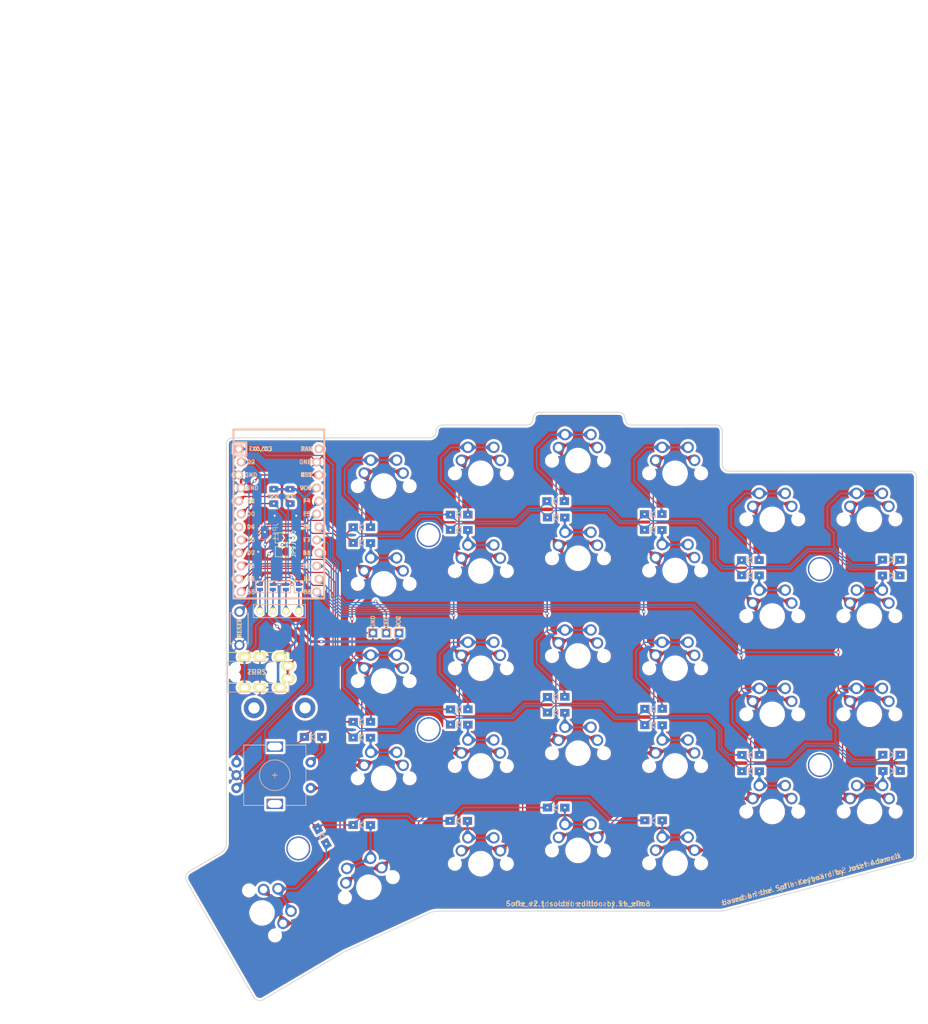
<source format=kicad_pcb>
(kicad_pcb (version 20211014) (generator pcbnew)
  (layers (0 "F.Cu" signal) (31 "B.Cu" signal) (34 "B.Paste" user) (35 "F.Paste" user) (36 "B.SilkS" user "B.Silkscreen") (37 "F.SilkS" user "F.Silkscreen") (38 "B.Mask" user) (39 "F.Mask" user) (44 "Edge.Cuts" user))
  (net 0 "")
  (net 1 "Net-(D1-Pad2)")
  (net 2 "row4")
  (net 3 "Net-(D2-Pad2)")
  (net 4 "Net-(D3-Pad2)")
  (net 5 "row0")
  (net 6 "Net-(D4-Pad2)")
  (net 7 "row1")
  (net 8 "Net-(D5-Pad2)")
  (net 9 "row2")
  (net 10 "Net-(D6-Pad2)")
  (net 11 "row3")
  (net 12 "Net-(D7-Pad2)")
  (net 13 "Net-(D8-Pad2)")
  (net 14 "Net-(D9-Pad2)")
  (net 15 "Net-(D10-Pad2)")
  (net 16 "Net-(D11-Pad2)")
  (net 17 "Net-(D12-Pad2)")
  (net 18 "Net-(D13-Pad2)")
  (net 19 "Net-(D14-Pad2)")
  (net 20 "Net-(D15-Pad2)")
  (net 21 "Net-(D16-Pad2)")
  (net 22 "Net-(D17-Pad2)")
  (net 23 "Net-(D18-Pad2)")
  (net 24 "Net-(D19-Pad2)")
  (net 25 "Net-(D20-Pad2)")
  (net 26 "Net-(D21-Pad2)")
  (net 27 "Net-(D22-Pad2)")
  (net 28 "Net-(D23-Pad2)")
  (net 29 "Net-(D24-Pad2)")
  (net 30 "Net-(D26-Pad2)")
  (net 31 "Net-(D27-Pad2)")
  (net 32 "Net-(D28-Pad2)")
  (net 33 "VCC")
  (net 34 "GND")
  (net 35 "col0")
  (net 36 "col1")
  (net 37 "col2")
  (net 38 "col3")
  (net 39 "col4")
  (net 40 "SDA")
  (net 41 "LED")
  (net 42 "SCL")
  (net 43 "RESET")
  (net 44 "Net-(D29-Pad2)")
  (net 45 "DATA")
  (net 46 "Net-(J3-Pad1)")
  (net 47 "Net-(J3-Pad2)")
  (net 48 "Net-(J3-Pad3)")
  (net 49 "Net-(J3-Pad4)")
  (net 50 "Net-(D30-Pad2)")
  (net 51 "SW25B")
  (net 52 "SW25A")
  (net 53 "ENCB")
  (net 54 "ENCA")
  (net 55 "/i2c_c")
  (net 56 "/i2c_d")
  (footprint "SofleKeyboard-footprint:ArduinoProMicro-ZigZag-DoubleSided" (layer "F.Cu") (at 100 56.71 -90)
    (fp_text reference locked "U1" hide)
    (fp_text value locked "ProMicro" hide)
  )
  (footprint "SofleKeyboard-footprint:Jumper" (layer "F.Cu") (at 103.9 69.7 90)
    (fp_text reference "JP1" hide)
    (fp_text value "Jumper_NO_Small" hide)
  )
  (footprint "SofleKeyboard-footprint:Jumper" (layer "F.Cu") (at 101.3632 69.7 90)
    (fp_text reference "JP2" hide)
    (fp_text value "Jumper_NO_Small" hide)
  )
  (footprint "SofleKeyboard-footprint:Jumper" (layer "F.Cu") (at 98.8 69.7 90)
    (fp_text reference "JP3" hide)
    (fp_text value "Jumper_NO_Small" hide)
  )
  (footprint "SofleKeyboard-footprint:Diode_SOD123" (layer "F.Cu") (at 116.2304 58.0136)
    (fp_text reference "D1" hide)
    (fp_text value "D" hide)
  )
  (footprint "SofleKeyboard-footprint:Diode_SOD123" (layer "F.Cu") (at 135.2568 55.5752)
    (fp_text reference "D2" hide)
    (fp_text value "D" hide)
  )
  (footprint "SofleKeyboard-footprint:Diode_SOD123" (layer "F.Cu") (at 154.1272 52.9336)
    (fp_text reference "D3" hide)
    (fp_text value "D" hide)
  )
  (footprint "SofleKeyboard-footprint:Diode_SOD123" (layer "F.Cu") (at 173.228 55.4724)
    (fp_text reference "D4" hide)
    (fp_text value "D" hide)
  )
  (footprint "SofleKeyboard-footprint:Diode_SOD123" (layer "F.Cu") (at 192.2272 64.4652)
    (fp_text reference "D5" hide)
    (fp_text value "D" hide)
  )
  (footprint "SofleKeyboard-footprint:Diode_SOD123" (layer "F.Cu") (at 219.7608 64.3624 180)
    (fp_text reference "D6" hide)
    (fp_text value "D" hide)
  )
  (footprint "SofleKeyboard-footprint:Diode_SOD123" (layer "F.Cu") (at 116.2304 61.1136)
    (fp_text reference "D7" hide)
    (fp_text value "D" hide)
  )
  (footprint "SofleKeyboard-footprint:Diode_SOD123" (layer "F.Cu") (at 135.2568 58.5724)
    (fp_text reference "D8" hide)
    (fp_text value "D" hide)
  )
  (footprint "SofleKeyboard-footprint:Diode_SOD123" (layer "F.Cu") (at 154.2272 56.1336)
    (fp_text reference "D9" hide)
    (fp_text value "D" hide)
  )
  (footprint "SofleKeyboard-footprint:Diode_SOD123" (layer "F.Cu") (at 173.228 58.5724)
    (fp_text reference "D10" hide)
    (fp_text value "D" hide)
  )
  (footprint "SofleKeyboard-footprint:Diode_SOD123" (layer "F.Cu") (at 192.2352 67.4324)
    (fp_text reference "D11" hide)
    (fp_text value "D" hide)
  )
  (footprint "SofleKeyboard-footprint:Diode_SOD123" (layer "F.Cu") (at 219.7608 67.4624 180)
    (fp_text reference "D12" hide)
    (fp_text value "D" hide)
  )
  (footprint "SofleKeyboard-footprint:Diode_SOD123" (layer "F.Cu") (at 116.2304 96.0616)
    (fp_text reference "D13" hide)
    (fp_text value "D" hide)
  )
  (footprint "SofleKeyboard-footprint:Diode_SOD123" (layer "F.Cu") (at 135.2804 93.6244)
    (fp_text reference "D14" hide)
    (fp_text value "D" hide)
  )
  (footprint "SofleKeyboard-footprint:Diode_SOD123" (layer "F.Cu") (at 154.2288 91.186)
    (fp_text reference "D15" hide)
    (fp_text value "D" hide)
  )
  (footprint "SofleKeyboard-footprint:Diode_SOD123" (layer "F.Cu") (at 173.2788 93.5232)
    (fp_text reference "D16" hide)
    (fp_text value "D" hide)
  )
  (footprint "SofleKeyboard-footprint:Diode_SOD123" (layer "F.Cu") (at 192.278 102.528)
    (fp_text reference "D17" hide)
    (fp_text value "D" hide)
  )
  (footprint "SofleKeyboard-footprint:Diode_SOD123" (layer "F.Cu") (at 219.8116 102.4816 180)
    (fp_text reference "D18" hide)
    (fp_text value "D" hide)
  )
  (footprint "SofleKeyboard-footprint:Diode_SOD123" (layer "F.Cu") (at 116.2304 99.1616)
    (fp_text reference "D19" hide)
    (fp_text value "D" hide)
  )
  (footprint "SofleKeyboard-footprint:Diode_SOD123" (layer "F.Cu") (at 135.262 96.612)
    (fp_text reference "D20" hide)
    (fp_text value "D" hide)
  )
  (footprint "SofleKeyboard-footprint:Diode_SOD123" (layer "F.Cu") (at 154.2288 94.286)
    (fp_text reference "D21" hide)
    (fp_text value "D" hide)
  )
  (footprint "SofleKeyboard-footprint:Diode_SOD123" (layer "F.Cu") (at 173.2788 96.7232)
    (fp_text reference "D22" hide)
    (fp_text value "D" hide)
  )
  (footprint "SofleKeyboard-footprint:Diode_SOD123" (layer "F.Cu") (at 192.278 105.728)
    (fp_text reference "D23" hide)
    (fp_text value "D" hide)
  )
  (footprint "SofleKeyboard-footprint:Diode_SOD123" (layer "F.Cu") (at 219.8388 105.664 180)
    (fp_text reference "D24" hide)
    (fp_text value "D" hide)
  )
  (footprint "SofleKeyboard-footprint:Diode_SOD123" (layer "F.Cu") (at 106.7 99.01)
    (fp_text reference "D25" hide)
    (fp_text value "D" hide)
  )
  (footprint "SofleKeyboard-footprint:Diode_SOD123" (layer "F.Cu") (at 108.4208 118.415757 -60)
    (fp_text reference "D26" hide)
    (fp_text value "D" hide)
  )
  (footprint "SofleKeyboard-footprint:Diode_SOD123" (layer "F.Cu") (at 116.2304 116.2304)
    (fp_text reference "D27" hide)
    (fp_text value "D" hide)
  )
  (footprint "SofleKeyboard-footprint:Diode_SOD123" (layer "F.Cu") (at 135.1788 115.4176)
    (fp_text reference "D28" hide)
    (fp_text value "D" hide)
  )
  (footprint "SofleKeyboard-footprint:Diode_SOD123" (layer "F.Cu") (at 154.2288 112.8268)
    (fp_text reference "D29" hide)
    (fp_text value "D" hide)
  )
  (footprint "MX_Only:MXOnly-1U-NoLED" (layer "F.Cu") (at 120.5 50)
    (fp_text reference "SW1")
    (fp_text value "SW_PUSH")
  )
  (footprint "MX_Only:MXOnly-1U-NoLED" (layer "F.Cu") (at 120.5 69.1)
    (fp_text reference "SW7")
    (fp_text value "SW_PUSH")
  )
  (footprint "MX_Only:MXOnly-1U-NoLED" (layer "F.Cu") (at 120.5 88.1)
    (fp_text reference "SW13")
    (fp_text value "SW_PUSH")
  )
  (footprint "MX_Only:MXOnly-1U-NoLED" (layer "F.Cu") (at 120.5 107.1)
    (fp_text reference "SW19")
    (fp_text value "SW_PUSH")
  )
  (footprint "MX_Only:MXOnly-1.5U-NoLED" (layer "F.Cu") (at 96.7 133.41 -60)
    (fp_text reference "SW26")
    (fp_text value "SW_PUSH")
  )
  (footprint "MX_Only:MXOnly-1U-NoLED" (layer "F.Cu") (at 117.6 128.4 23)
    (fp_text reference "SW27")
    (fp_text value "SW_PUSH")
  )
  (footprint "MX_Only:MXOnly-1U-NoLED" (layer "F.Cu") (at 139.5 123.8)
    (fp_text reference "SW28")
    (fp_text value "SW_PUSH")
  )
  (footprint "MX_Only:MXOnly-1U-NoLED" (layer "F.Cu") (at 158.5 121.2)
    (fp_text reference "SW29")
    (fp_text value "SW_PUSH")
  )
  (footprint "SofleKeyboard-footprint:M2_HOLE_PCB" (layer "F.Cu") (at 95.13 93.352)
    (fp_text reference "TH1" hide)
    (fp_text value "HOLE")
  )
  (footprint "SofleKeyboard-footprint:Jumper" (layer "F.Cu") (at 96.3 69.7 90)
    (fp_text reference "JP4" hide)
    (fp_text value "Jumper_NO_Small" hide)
  )
  (footprint "SofleKeyboard-footprint:LED" (layer "F.Cu") (at 123.5 78.71 -90)
    (fp_text reference "J1" hide)
    (fp_text value "LED" hide)
  )
  (footprint "SofleKeyboard-footprint:OLED_4Pin" (layer "F.Cu") (at 96.3 74.41)
    (fp_text reference "J3" hide)
    (fp_text value "OLED" hide)
  )
  (footprint "SofleKeyboard-footprint:Diode_SOD123" (layer "F.Cu") (at 173.2788 115.316)
    (fp_text reference "D30" hide)
    (fp_text value "D" hide)
  )
  (footprint "SofleKeyboard-footprint:M2_HOLE_PCB" (layer "F.Cu") (at 105.13 93.336)
    (fp_text reference "TH2" hide)
    (fp_text value "HOLE")
  )
  (footprint "MX_Only:MXOnly-1U-NoLED" (layer "F.Cu") (at 139.5 85.6)
    (fp_text reference "SW14")
    (fp_text value "SW_PUSH")
  )
  (footprint "MX_Only:MXOnly-1U-NoLED" (layer "F.Cu") (at 139.5 104.7)
    (fp_text reference "SW20")
    (fp_text value "SW_PUSH")
  )
  (footprint "MX_Only:MXOnly-1U-NoLED" (layer "F.Cu") (at 139.5 66.6)
    (fp_text reference "SW8")
    (fp_text value "SW_PUSH")
  )
  (footprint "MX_Only:MXOnly-1U-NoLED" (layer "F.Cu") (at 139.5 47.5)
    (fp_text reference "SW2")
    (fp_text value "SW_PUSH")
  )
  (footprint "MX_Only:MXOnly-1U-NoLED" (layer "F.Cu") (at 158.5 83.2)
    (fp_text reference "SW15")
    (fp_text value "SW_PUSH")
  )
  (footprint "MX_Only:MXOnly-1U-NoLED" (layer "F.Cu") (at 158.5 45.01)
    (fp_text reference "SW3")
    (fp_text value "SW_PUSH")
  )
  (footprint "MX_Only:MXOnly-1U-NoLED" (layer "F.Cu") (at 158.5 64.1)
    (fp_text reference "SW9")
    (fp_text value "SW_PUSH")
  )
  (footprint "MX_Only:MXOnly-1U-NoLED" (layer "F.Cu") (at 158.5 102.2)
    (fp_text reference "SW21")
    (fp_text value "SW_PUSH")
  )
  (footprint "MX_Only:MXOnly-1U-NoLED" (layer "F.Cu") (at 177.5 104.7)
    (fp_text reference "SW22")
    (fp_text value "SW_PUSH")
  )
  (footprint "MX_Only:MXOnly-1U-NoLED" (layer "F.Cu") (at 177.5 66.5)
    (fp_text reference "SW10")
    (fp_text value "SW_PUSH")
  )
  (footprint "MX_Only:MXOnly-1U-NoLED" (layer "F.Cu") (at 177.5 123.7)
    (fp_text reference "SW30")
    (fp_text value "SW_PUSH")
  )
  (footprint "MX_Only:MXOnly-1U-NoLED" (layer "F.Cu") (at 177.5 85.6)
    (fp_text reference "SW16")
    (fp_text value "SW_PUSH")
  )
  (footprint "MX_Only:MXOnly-1U-NoLED" (layer "F.Cu") (at 177.5 47.5)
    (fp_text reference "SW4")
    (fp_text value "SW_PUSH")
  )
  (footprint "MX_Only:MXOnly-1U-NoLED" (layer "F.Cu") (at 196.5 56.5)
    (fp_text reference "SW5")
    (fp_text value "SW_PUSH")
  )
  (footprint "MX_Only:MXOnly-1U-NoLED" (layer "F.Cu") (at 196.5 113.6)
    (fp_text reference "SW23")
    (fp_text value "SW_PUSH")
  )
  (footprint "MX_Only:MXOnly-1U-NoLED" (layer "F.Cu") (at 215.5 94.6)
    (fp_text reference "SW18")
    (fp_text value "SW_PUSH")
  )
  (footprint "MX_Only:MXOnly-1U-NoLED" (layer "F.Cu") (at 215.55 113.6)
    (fp_text reference "SW24")
    (fp_text value "SW_PUSH")
  )
  (footprint "MX_Only:MXOnly-1U-NoLED" (layer "F.Cu") (at 215.5 56.5)
    (fp_text reference "SW6")
    (fp_text value "SW_PUSH")
  )
  (footprint "MX_Only:MXOnly-1U-NoLED" (layer "F.Cu") (at 215.5 75.4)
    (fp_text reference "SW12")
    (fp_text value "SW_PUSH")
  )
  (footprint "MX_Only:MXOnly-1U-NoLED" (layer "F.Cu") (at 196.5 94.6)
    (fp_text reference "SW17")
    (fp_text value "SW_PUSH")
  )
  (footprint "MX_Only:MXOnly-1U-NoLED" (layer "F.Cu") (at 196.5 75.4)
    (fp_text reference "SW11")
    (fp_text value "SW_PUSH")
  )
  (footprint "SofleKeyboard-footprint:RotaryEncoder_Alps_EC11E-Switch_Vertical_H20mm-keebio_modified" (layer "F.Cu") (at 99.2 106.5)
    (fp_text reference "SW25" hide)
    (fp_text value "Rotary_Encoder_Switch")
  )
  (footprint "SofleKeyboard-footprint:MJ-4PP-9" (layer "F.Cu") (at 89.98 85.502 90)
    (fp_text reference "J2")
    (fp_text value "4PIN" hide)
  )
  (footprint "Jumper:SolderJumper-2_P1.3mm_Open_TrianglePad1.0x1.5mm" (layer "F.Cu") (at 100.7 62.81 180)
    (fp_text reference "JP9")
    (fp_text value "I2CSCL")
  )
  (footprint "Jumper:SolderJumper-2_P1.3mm_Open_TrianglePad1.0x1.5mm" (layer "F.Cu") (at 100.675 60.11)
    (fp_text reference "JP10")
    (fp_text value "IC2SDA")
  )
  (footprint "SofleKeyboard-footprint:TACT_SWITCH_TVBP06" (layer "F.Cu") (at 92.28 77.802 90)
    (fp_text reference "RSW1" hide)
    (fp_text value "SW_RST" hide)
  )
  (footprint "SofleKeyboard-footprint:HOLE_M2_TH" (layer "F.Cu") (at 205.8 66.21)
    (fp_text reference "TH4" hide)
    (fp_text value "HOLE" hide)
  )
  (footprint "SofleKeyboard-footprint:HOLE_M2_TH" (layer "F.Cu") (at 103.8 120.81)
    (fp_text reference "TH7" hide)
    (fp_text value "HOLE" hide)
  )
  (footprint "SofleKeyboard-footprint:HOLE_M2_TH" (layer "F.Cu") (at 205.8 104.51)
    (fp_text reference "TH6" hide)
    (fp_text value "HOLE" hide)
  )
  (footprint "SofleKeyboard-footprint:HOLE_M2_TH" (layer "F.Cu") (at 129.3 59.6)
    (fp_text reference "TH3" hide)
    (fp_text value "HOLE" hide)
  )
  (footprint "SofleKeyboard-footprint:HOLE_M2_TH" (layer "F.Cu") (at 129.3 97.51)
    (fp_text reference "TH5" hide)
    (fp_text value "HOLE" hide)
  )
  (footprint "SofleKeyboard-footprint:R_1206_DoubleSided" (layer "B.Cu") (at 102.2 52.01 -90)
    (fp_text reference "R1")
    (fp_text value "R")
  )
  (footprint "SofleKeyboard-footprint:R_1206_DoubleSided" (layer "B.Cu") (at 99 52.01 -90)
    (fp_text reference "R2")
    (fp_text value "R")
  )
  (footprint "SofleKeyboard-footprint:Jumper" (layer "B.Cu") (at 101.3632 69.7 90)
    (fp_text reference "JP6" hide)
    (fp_text value "Jumper_NO_Small" hide)
  )
  (footprint "SofleKeyboard-footprint:Jumper" (layer "B.Cu") (at 98.8 69.7 90)
    (fp_text reference "JP7" hide)
    (fp_text value "Jumper_NO_Small" hide)
  )
  (footprint "SofleKeyboard-footprint:Jumper" (layer "B.Cu") (at 96.3 69.7 90)
    (fp_text reference "JP8" hide)
    (fp_text value "Jumper_NO_Small" hide)
  )
  (footprint "SofleKeyboard-footprint:Jumper" (layer "B.Cu") (at 103.9 69.7 90)
    (fp_text reference "JP5" hide)
    (fp_text value "Jumper_NO_Small" hide)
  )
  (footprint "Jumper:SolderJumper-2_P1.3mm_Bridged2Bar_Pad1.0x1.5mm" (layer "B.Cu") (at 97.2484 58.982 -90)
    (fp_text reference "JP11")
    (fp_text value "Serial")
  )
  (footprint "MX_Only:MXOnly-1U-NoLED" (layer "B.Cu") (at 215.5 56.5 180)
    (fp_text reference "SW6")
    (fp_text value "SW_PUSH")
  )
  (footprint "MX_Only:MXOnly-1U-NoLED" (layer "B.Cu") (at 158.5 121.2 180)
    (fp_text reference "SW29")
    (fp_text value "SW_PUSH")
  )
  (footprint "MX_Only:MXOnly-1U-NoLED" (layer "B.Cu") (at 158.5 102.2 180)
    (fp_text reference "SW21")
    (fp_text value "SW_PUSH")
  )
  (footprint "MX_Only:MXOnly-1U-NoLED" (layer "B.Cu") (at 177.5 66.5 180)
    (fp_text reference "SW10")
    (fp_text value "SW_PUSH")
  )
  (footprint "MX_Only:MXOnly-1U-NoLED" (layer "B.Cu") (at 177.5 47.5 180)
    (fp_text reference "SW4")
    (fp_text value "SW_PUSH")
  )
  (footprint "MX_Only:MXOnly-1U-NoLED" (layer "B.Cu") (at 139.5 123.8 180)
    (fp_text reference "SW28")
    (fp_text value "SW_PUSH")
  )
  (footprint "MX_Only:MXOnly-1U-NoLED" (layer "B.Cu") (at 139.5 104.7 180)
    (fp_text reference "SW20")
    (fp_text value "SW_PUSH")
  )
  (footprint "MX_Only:MXOnly-1U-NoLED" (layer "B.Cu") (at 196.5 113.6 180)
    (fp_text reference "SW23")
    (fp_text value "SW_PUSH")
  )
  (footprint "MX_Only:MXOnly-1U-NoLED" (layer "B.Cu") (at 158.5 45.01 180)
    (fp_text reference "SW3")
    (fp_text value "SW_PUSH")
  )
  (footprint "MX_Only:MXOnly-1U-NoLED" (layer "B.Cu") (at 196.5 75.4 180)
    (fp_text reference "SW11")
    (fp_text value "SW_PUSH")
  )
  (footprint "MX_Only:MXOnly-1U-NoLED" (layer "B.Cu") (at 196.5 56.5 180)
    (fp_text reference "SW5")
    (fp_text value "SW_PUSH")
  )
  (footprint "MX_Only:MXOnly-1U-NoLED" (layer "B.Cu") (at 177.5 104.7 180)
    (fp_text reference "SW22")
    (fp_text value "SW_PUSH")
  )
  (footprint "MX_Only:MXOnly-1U-NoLED" (layer "B.Cu") (at 215.55 113.6 180)
    (fp_text reference "SW24")
    (fp_text value "SW_PUSH")
  )
  (footprint "MX_Only:MXOnly-1U-NoLED" (layer "B.Cu") (at 117.6 128.4 -157)
    (fp_text reference "SW27")
    (fp_text value "SW_PUSH")
  )
  (footprint "MX_Only:MXOnly-1U-NoLED" (layer "B.Cu") (at 139.5 66.6 180)
    (fp_text reference "SW8")
    (fp_text value "SW_PUSH")
  )
  (footprint "MX_Only:MXOnly-1U-NoLED" (layer "B.Cu") (at 139.5 47.5 180)
    (fp_text reference "SW2")
    (fp_text value "SW_PUSH")
  )
  (footprint "MX_Only:MXOnly-1U-NoLED" (layer "B.Cu") (at 215.5 75.4 180)
    (fp_text reference "SW12")
    (fp_text value "SW_PUSH")
  )
  (footprint "MX_Only:MXOnly-1.5U-NoLED" (layer "B.Cu") (at 96.7 133.41 120)
    (fp_text reference "SW26")
    (fp_text value "SW_PUSH")
  )
  (footprint "MX_Only:MXOnly-1U-NoLED" (layer "B.Cu") (at 158.5 64.1 180)
    (fp_text reference "SW9")
    (fp_text value "SW_PUSH")
  )
  (footprint "MX_Only:MXOnly-1U-NoLED" (layer "B.Cu") (at 177.5 123.7 180)
    (fp_text reference "SW30")
    (fp_text value "SW_PUSH")
  )
  (footprint "MX_Only:MXOnly-1U-NoLED" (layer "B.Cu") (at 215.5 94.6 180)
    (fp_text reference "SW18")
    (fp_text value "SW_PUSH")
  )
  (footprint "MX_Only:MXOnly-1U-NoLED" (layer "B.Cu") (at 120.5 50 180)
    (fp_text reference "SW1")
    (fp_text value "SW_PUSH")
  )
  (footprint "MX_Only:MXOnly-1U-NoLED" (layer "B.Cu") (at 120.5 88.1 180)
    (fp_text reference "SW13")
    (fp_text value "SW_PUSH")
  )
  (footprint "MX_Only:MXOnly-1U-NoLED" (layer "B.Cu") (at 139.5 85.6 180)
    (fp_text reference "SW14")
    (fp_text value "SW_PUSH")
  )
  (footprint "MX_Only:MXOnly-1U-NoLED" (layer "B.Cu") (at 177.5 85.6 180)
    (fp_text reference "SW16")
    (fp_text value "SW_PUSH")
  )
  (footprint "MX_Only:MXOnly-1U-NoLED" (layer "B.Cu") (at 120.5 69.1 180)
    (fp_text reference "SW7")
    (fp_text value "SW_PUSH")
  )
  (footprint "MX_Only:MXOnly-1U-NoLED" (layer "B.Cu") (at 158.5 83.2 180)
    (fp_text reference "SW15")
    (fp_text value "SW_PUSH")
  )
  (footprint "MX_Only:MXOnly-1U-NoLED" (layer "B.Cu") (at 120.5 107.1 180)
    (fp_text reference "SW19")
    (fp_text value "SW_PUSH")
  )
  (footprint "MX_Only:MXOnly-1U-NoLED" (layer "B.Cu") (at 196.5 94.6 180)
    (fp_text reference "SW17")
    (fp_text value "SW_PUSH")
  )
  (gr_arc (start 130.73 39.3328) (mid 130.371616 40.198016) (end 129.5064 40.5564) (layer "Edge.Cuts") (width 0.15))
  (gr_line (start 186.7116 45.8352) (end 186.7116 39.282) (layer "Edge.Cuts") (width 0.15))
  (gr_arc (start 223.4864 47.05) (mid 224.351616 47.408384) (end 224.71 48.2736) (layer "Edge.Cuts") (width 0.15))
  (gr_arc (start 149.722016 36.794416) (mid 150.0804 35.9292) (end 150.945616 35.570816) (layer "Edge.Cuts") (width 0.15))
  (gr_line (start 224.711071 122.094574) (end 224.71 48.2736) (layer "Edge.Cuts") (width 0.15))
  (gr_arc (start 129.354 133.4652) (mid 130.246094 133.161624) (end 131.1828 133.0588) (layer "Edge.Cuts") (width 0.15))
  (gr_arc (start 96.9944 150.3308) (mid 95.888069 150.46172) (end 95.0132 149.772) (layer "Edge.Cuts") (width 0.15))
  (gr_line (start 112.73 141.052) (end 129.354 133.4652) (layer "Edge.Cuts") (width 0.15))
  (gr_line (start 88.445928 121.800883) (end 82.5164 125.2864) (layer "Edge.Cuts") (width 0.15))
  (gr_line (start 89.73 100.552) (end 89.73 119.663225) (layer "Edge.Cuts") (width 0.15))
  (gr_arc (start 89.727216 41.772816) (mid 90.0856 40.9076) (end 90.950816 40.549216) (layer "Edge.Cuts") (width 0.15))
  (gr_arc (start 81.9576 127.2676) (mid 81.82668 126.161269) (end 82.5164 125.2864) (layer "Edge.Cuts") (width 0.15))
  (gr_line (start 130.73 39.282) (end 130.73 39.3328) (layer "Edge.Cuts") (width 0.15))
  (gr_arc (start 130.73 39.282) (mid 131.088384 38.416784) (end 131.9536 38.0584) (layer "Edge.Cuts") (width 0.15))
  (gr_line (start 89.727216 41.772816) (end 89.73 99.94) (layer "Edge.Cuts") (width 0.15))
  (gr_arc (start 89.73 119.663225) (mid 89.396852 120.9176) (end 88.445928 121.800883) (layer "Edge.Cuts") (width 0.15))
  (gr_line (start 148.5064 38.065584) (end 131.9536 38.0584) (layer "Edge.Cuts") (width 0.15))
  (gr_arc (start 224.711071 122.094574) (mid 224.4516 122.848) (end 223.783233 123.281891) (layer "Edge.Cuts") (width 0.15))
  (gr_line (start 129.5064 40.5564) (end 111.23 40.552) (layer "Edge.Cuts") (width 0.15))
  (gr_arc (start 168.936 38.0672) (mid 168.070784 37.708816) (end 167.7124 36.8436) (layer "Edge.Cuts") (width 0.15))
  (gr_line (start 96.9944 150.3308) (end 112.73 141.052) (layer "Edge.Cuts") (width 0.15))
  (gr_line (start 187.213774 132.934442) (end 223.783233 123.281891) (layer "Edge.Cuts") (width 0.15))
  (gr_line (start 166.4888 35.5736) (end 150.945616 35.570816) (layer "Edge.Cuts") (width 0.15))
  (gr_arc (start 166.4888 35.5736) (mid 167.354016 35.931984) (end 167.7124 36.7972) (layer "Edge.Cuts") (width 0.15))
  (gr_line (start 111.23 40.552) (end 90.950816 40.549216) (layer "Edge.Cuts") (width 0.15))
  (gr_line (start 131.1828 133.0588) (end 186.1992 133.0588) (layer "Edge.Cuts") (width 0.15))
  (gr_line (start 223.4864 47.05) (end 187.9352 47.0588) (layer "Edge.Cuts") (width 0.15))
  (gr_line (start 167.7124 36.8436) (end 167.7124 36.7972) (layer "Edge.Cuts") (width 0.15))
  (gr_arc (start 149.73 36.841984) (mid 149.371616 37.7072) (end 148.5064 38.065584) (layer "Edge.Cuts") (width 0.15))
  (gr_line (start 81.9576 127.2676) (end 95.0132 149.772) (layer "Edge.Cuts") (width 0.15))
  (gr_arc (start 185.488 38.0584) (mid 186.353216 38.416784) (end 186.7116 39.282) (layer "Edge.Cuts") (width 0.15))
  (gr_arc (start 187.9352 47.0588) (mid 187.069984 46.700416) (end 186.7116 45.8352) (layer "Edge.Cuts") (width 0.15))
  (gr_arc (start 187.213774 132.934442) (mid 186.711872 133.040552) (end 186.1992 133.0588) (layer "Edge.Cuts") (width 0.15))
  (gr_line (start 149.722016 36.794416) (end 149.73 36.841984) (layer "Edge.Cuts") (width 0.15))
  (gr_line (start 185.488 38.0584) (end 168.936 38.0672) (layer "Edge.Cuts") (width 0.15))
  (gr_line (start 89.73 99.94) (end 89.73 100.552) (layer "Edge.Cuts") (width 0.15))
  (gr_text "based on the Sofle Keyboard by Josef Adamcik" (at 203.93 126.852 15) (layer "B.SilkS") (effects (font (size 1 1)) (justify mirror)))
  (gr_text "Sofle v2.1 solder edition by kb_elmo" (at 158.48 131.602) (layer "B.SilkS") (effects (font (size 1 1)) (justify mirror)))
  (gr_text "based on the Sofle Keyboard by Josef Adamcik" (at 204.18 126.802 15) (layer "F.SilkS") (effects (font (size 1 1))))
  (gr_text "Sofle v2.1 solder edition by kb_elmo" (at 158.53 131.602) (layer "F.SilkS") (effects (font (size 1 1))))
  (segment (start 117.9304 56.6148) (end 112.844 51.5284) (width 0.25) (layer "B.Cu") (net 1))
  (segment (start 117.9304 58.0136) (end 117.9304 56.6148) (width 0.25) (layer "B.Cu") (net 1))
  (segment (start 123.04 44.92) (end 117.96 44.92) (width 0.25) (layer "B.Cu") (net 1))
  (segment (start 112.844 46.6988) (end 114.6228 44.92) (width 0.25) (layer "B.Cu") (net 1))
  (segment (start 112.844 51.5284) (end 112.844 51.0876) (width 0.25) (layer "B.Cu") (net 1))
  (segment (start 114.6228 44.92) (end 117.96 44.92) (width 0.25) (layer "B.Cu") (net 1))
  (segment (start 112.844 51.0876) (end 112.844 46.6988) (width 0.25) (layer "B.Cu") (net 1))
  (segment (start 92.6086 70.68) (end 94.145459 69.143141) (width 0.25) (layer "F.Cu") (net 2))
  (segment (start 106.6972 69.4064) (end 109.034 69.4064) (width 0.25) (layer "F.Cu") (net 2))
  (segment (start 103.4796 100.5304) (end 105 99.01) (width 0.25) (layer "F.Cu") (net 2))
  (segment (start 104.530322 66.07544) (end 105.6404 67.185518) (width 0.25) (layer "F.Cu") (net 2))
  (segment (start 95.570878 66.07544) (end 104.530322 66.07544) (width 0.25) (layer "F.Cu") (net 2))
  (segment (start 94.145459 69.143141) (end 94.145459 67.500859) (width 0.25) (layer "F.Cu") (net 2))
  (segment (start 105.6404 67.185518) (end 105.6404 68.3496) (width 0.25) (layer "F.Cu") (net 2))
  (segment (start 107.5708 116.943514) (end 103.4796 112.852314) (width 0.25) (layer "F.Cu") (net 2))
  (segment (start 109.034 69.4064) (end 110.6 70.9724) (width 0.25) (layer "F.Cu") (net 2))
  (segment (start 110.6 70.9724) (end 110.6 93.41) (width 0.25) (layer "F.Cu") (net 2))
  (segment (start 94.145459 67.500859) (end 95.570878 66.07544) (width 0.25) (layer "F.Cu") (net 2))
  (segment (start 103.4796 112.852314) (end 103.4796 100.5304) (width 0.25) (layer "F.Cu") (net 2))
  (segment (start 105.6404 68.3496) (end 106.6972 69.4064) (width 0.25) (layer "F.Cu") (net 2))
  (segment (start 110.6 93.41) (end 105 99.01) (width 0.25) (layer "F.Cu") (net 2))
  (segment (start 164.9984 115.316) (end 160.6432 110.9608) (width 0.25) (layer "B.Cu") (net 2))
  (segment (start 114.5304 116.2304) (end 108.283914 116.2304) (width 0.25) (layer "B.Cu") (net 2))
  (segment (start 133.4788 115.4176) (end 136.0696 112.8268) (width 0.25) (layer "B.Cu") (net 2))
  (segment (start 154.3948 110.9608) (end 152.5288 112.8268) (width 0.25) (layer "B.Cu") (net 2))
  (segment (start 116.2948 114.466) (end 125.2392 114.466) (width 0.25) (layer "B.Cu") (net 2))
  (segment (start 160.6432 110.9608) (end 154.3948 110.9608) (width 0.25) (layer "B.Cu") (net 2))
  (segment (start 114.5304 116.2304) (end 116.2948 114.466) (width 0.25) (layer "B.Cu") (net 2))
  (segment (start 126.1908 115.4176) (end 125.2392 114.466) (width 0.25) (layer "B.Cu") (net 2))
  (segment (start 108.283914 116.2304) (end 107.5708 116.943514) (width 0.25) (layer "B.Cu") (net 2))
  (segment (start 133.4788 115.4176) (end 126.1908 115.4176) (width 0.25) (layer "B.Cu") (net 2))
  (segment (start 136.0696 112.8268) (end 152.5288 112.8268) (width 0.25) (layer "B.Cu") (net 2))
  (segment (start 171.5788 115.316) (end 164.9984 115.316) (width 0.25) (layer "B.Cu") (net 2))
  (segment (start 136.9568 55.5752) (end 136.9568 54.2508) (width 0.25) (layer "B.Cu") (net 3))
  (segment (start 131.6908 48.9848) (end 131.6908 44.4128) (width 0.25) (layer "B.Cu") (net 3))
  (segment (start 142.04 42.42) (end 136.96 42.42) (width 0.25) (layer "B.Cu") (net 3))
  (segment (start 131.6908 44.4128) (end 133.6836 42.42) (width 0.25) (layer "B.Cu") (net 3))
  (segment (start 133.6836 42.42) (end 136.96 42.42) (width 0.25) (layer "B.Cu") (net 3))
  (segment (start 136.9568 54.2508) (end 131.6908 48.9848) (width 0.25) (layer "B.Cu") (net 3))
  (segment (start 155.8272 51.7888) (end 150.436 46.3976) (width 0.25) (layer "B.Cu") (net 4))
  (segment (start 155.96 39.93) (end 161.04 39.93) (width 0.25) (layer "B.Cu") (net 4))
  (segment (start 150.436 46.3976) (end 150.436 42.584) (width 0.25) (layer "B.Cu") (net 4))
  (segment (start 153.09 39.93) (end 155.96 39.93) (width 0.25) (layer "B.Cu") (net 4))
  (segment (start 150.436 42.584) (end 153.09 39.93) (width 0.25) (layer "B.Cu") (net 4))
  (segment (start 155.8272 52.9336) (end 155.8272 51.7888) (width 0.25) (layer "B.Cu") (net 4))
  (segment (start 113.20192 59.34208) (end 114.5304 58.0136) (width 0.25) (layer "F.Cu") (net 5))
  (segment (start 94.475482 60.52) (end 97.583802 57.41168) (width 0.25) (layer "F.Cu") (net 5))
  (segment (start 92.6086 60.52) (end 94.475482 60.52) (width 0.25) (layer "F.Cu") (net 5))
  (segment (start 97.583802 57.41168) (end 105.22452 57.41168) (width 0.25) (layer "F.Cu") (net 5))
  (segment (start 105.9434 56.6928) (end 108.8136 56.6928) (width 0.25) (layer "F.Cu") (net 5))
  (segment (start 111.46288 59.34208) (end 113.20192 59.34208) (width 0.25) (layer "F.Cu") (net 5))
  (segment (start 108.8136 56.6928) (end 111.46288 59.34208) (width 0.25) (layer "F.Cu") (net 5))
  (segment (start 105.22452 57.41168) (end 105.9434 56.6928) (width 0.25) (layer "F.Cu") (net 5))
  (segment (start 134.891169 56.909569) (end 146.315113 56.909569) (width 0.25) (layer "B.Cu") (net 5))
  (segment (start 220.02952 65.79368) (end 221.4608 64.3624) (width 0.25) (layer "B.Cu") (net 5))
  (segment (start 115.85888 59.34208) (end 123.69032 59.34208) (width 0.25) (layer "B.Cu") (net 5))
  (segment (start 148.861003 54.36368) (end 150.99712 54.36368) (width 0.25) (layer "B.Cu") (net 5))
  (segment (start 189.308 65.6844) (end 190.5272 64.4652) (width 0.25) (layer "B.Cu") (net 5))
  (segment (start 186.817718 65.6844) (end 189.308 65.6844) (width 0.25) (layer "B.Cu") (net 5))
  (segment (start 203.318602 62.28848) (end 208.364597 62.28848) (width 0.25) (layer "B.Cu") (net 5))
  (segment (start 153.80648 54.31288) (end 164.371798 54.31288) (width 0.25) (layer "B.Cu") (net 5))
  (segment (start 182.07848 56.80208) (end 185.4372 60.1608) (width 0.25) (layer "B.Cu") (net 5))
  (segment (start 164.371798 54.31288) (end 166.860998 56.80208) (width 0.25) (layer "B.Cu") (net 5))
  (segment (start 185.4372 60.1608) (end 185.4372 64.303882) (width 0.25) (layer "B.Cu") (net 5))
  (segment (start 166.860998 56.80208) (end 170.19832 56.80208) (width 0.25) (layer "B.Cu") (net 5))
  (segment (start 123.69032 59.34208) (end 127.500321 55.53208) (width 0.25) (layer "B.Cu") (net 5))
  (segment (start 190.5272 64.4652) (end 191.7972 65.7352) (width 0.25) (layer "B.Cu") (net 5))
  (segment (start 146.315113 56.909569) (end 148.861003 54.36368) (width 0.25) (layer "B.Cu") (net 5))
  (segment (start 133.51368 55.53208) (end 133.5568 55.5752) (width 0.25) (layer "B.Cu") (net 5))
  (segment (start 152.4272 52.9336) (end 153.80648 54.31288) (width 0.25) (layer "B.Cu") (net 5))
  (segment (start 127.500321 55.53208) (end 133.51368 55.53208) (width 0.25) (layer "B.Cu") (net 5))
  (segment (start 211.869798 65.79368) (end 220.02952 65.79368) (width 0.25) (layer "B.Cu") (net 5))
  (segment (start 199.871882 65.7352) (end 203.318602 62.28848) (width 0.25) (layer "B.Cu") (net 5))
  (segment (start 185.4372 64.303882) (end 186.817718 65.6844) (width 0.25) (layer "B.Cu") (net 5))
  (segment (start 150.99712 54.36368) (end 152.4272 52.9336) (width 0.25) (layer "B.Cu") (net 5))
  (segment (start 191.7972 65.7352) (end 199.871882 65.7352) (width 0.25) (layer "B.Cu") (net 5))
  (segment (start 133.5568 55.5752) (end 134.891169 56.909569) (width 0.25) (layer "B.Cu") (net 5))
  (segment (start 170.19832 56.80208) (end 171.528 55.4724) (width 0.25) (layer "B.Cu") (net 5))
  (segment (start 208.364597 62.28848) (end 211.869798 65.79368) (width 0.25) (layer "B.Cu") (net 5))
  (segment (start 171.528 55.4724) (end 172.85768 56.80208) (width 0.25) (layer "B.Cu") (net 5))
  (segment (start 114.5304 58.0136) (end 115.85888 59.34208) (width 0.25) (layer "B.Cu") (net 5))
  (segment (start 172.85768 56.80208) (end 182.07848 56.80208) (width 0.25) (layer "B.Cu") (net 5))
  (segment (start 169.486 44.7684) (end 171.8344 42.42) (width 0.25) (layer "B.Cu") (net 6))
  (segment (start 171.8344 42.42) (end 174.96 42.42) (width 0.25) (layer "B.Cu") (net 6))
  (segment (start 174.928 54.4468) (end 169.486 49.0048) (width 0.25) (layer "B.Cu") (net 6))
  (segment (start 169.486 49.0048) (end 169.486 44.7684) (width 0.25) (layer "B.Cu") (net 6))
  (segment (start 174.96 42.42) (end 180.04 42.42) (width 0.25) (layer "B.Cu") (net 6))
  (segment (start 174.928 55.4724) (end 174.928 54.4468) (width 0.25) (layer "B.Cu") (net 6))
  (segment (start 110.717882 59.2328) (end 106.5784 59.2328) (width 0.25) (layer "F.Cu") (net 7))
  (segment (start 111.276682 59.7916) (end 110.717882 59.2328) (width 0.25) (layer "F.Cu") (net 7))
  (segment (start 97.77 57.8612) (end 92.5712 63.06) (width 0.25) (layer "F.Cu") (net 7))
  (segment (start 113.2084 59.7916) (end 111.276682 59.7916) (width 0.25) (layer "F.Cu") (net 7))
  (segment (start 114.5304 61.1136) (end 113.2084 59.7916) (width 0.25) (layer "F.Cu") (net 7))
  (segment (start 106.5784 59.2328) (end 105.2068 57.8612) (width 0.25) (layer "F.Cu") (net 7))
  (segment (start 92.5712 63.06) (end 92.1514 63.06) (width 0.25) (layer "F.Cu") (net 7))
  (segment (start 105.2068 57.8612) (end 97.77 57.8612) (width 0.25) (layer "F.Cu") (net 7))
  (segment (start 115.8524 59.7916) (end 123.876518 59.7916) (width 0.25) (layer "B.Cu") (net 7))
  (segment (start 164.1856 54.7624) (end 166.6748 57.2516) (width 0.25) (layer "B.Cu") (net 7))
  (segment (start 220.2416 66.2432) (end 221.4608 67.4624) (width 0.25) (layer "B.Cu") (net 7))
  (segment (start 151.2068 54.8132) (end 152.5272 56.1336) (width 0.25) (layer "B.Cu") (net 7))
  (segment (start 114.5304 61.1136) (end 115.8524 59.7916) (width 0.25) (layer "B.Cu") (net 7))
  (segment (start 211.6836 66.2432) (end 220.2416 66.2432) (width 0.25) (layer "B.Cu") (net 7))
  (segment (start 152.5272 56.1336) (end 153.8984 54.7624) (width 0.25) (layer "B.Cu") (net 7))
  (segment (start 184.98 64.4824) (end 186.6392 66.1416) (width 0.25) (layer "B.Cu") (net 7))
  (segment (start 200.3298 65.913) (end 203.5048 62.738) (width 0.25) (layer "B.Cu") (net 7))
  (segment (start 171.528 58.5724) (end 172.8488 57.2516) (width 0.25) (layer "B.Cu") (net 7))
  (segment (start 181.892282 57.2516) (end 184.98 60.339318) (width 0.25) (layer "B.Cu") (net 7))
  (segment (start 172.8488 57.2516) (end 181.892282 57.2516) (width 0.25) (layer "B.Cu") (net 7))
  (segment (start 189.2444 66.1416) (end 190.5352 67.4324) (width 0.25) (layer "B.Cu") (net 7))
  (segment (start 170.2072 57.2516) (end 171.528 58.5724) (width 0.25) (layer "B.Cu") (net 7))
  (segment (start 166.6748 57.2516) (end 170.2072 57.2516) (width 0.25) (layer "B.Cu") (net 7))
  (segment (start 203.5048 62.738) (end 208.1784 62.738) (width 0.25) (layer "B.Cu") (net 7))
  (segment (start 190.5352 67.4324) (end 191.78288 66.18472) (width 0.25) (layer "B.Cu") (net 7))
  (segment (start 123.876518 59.7916) (end 127.686518 55.9816) (width 0.25) (layer "B.Cu") (net 7))
  (segment (start 208.1784 62.738) (end 211.6836 66.2432) (width 0.25) (layer "B.Cu") (net 7))
  (segment (start 146.501311 57.359089) (end 149.0472 54.8132) (width 0.25) (layer "B.Cu") (net 7))
  (segment (start 134.770111 57.359089) (end 146.501311 57.359089) (width 0.25) (layer "B.Cu") (net 7))
  (segment (start 184.98 60.339318) (end 184.98 64.4824) (width 0.25) (layer "B.Cu") (net 7))
  (segment (start 153.8984 54.7624) (end 164.1856 54.7624) (width 0.25) (layer "B.Cu") (net 7))
  (segment (start 186.6392 66.1416) (end 189.2444 66.1416) (width 0.25) (layer "B.Cu") (net 7))
  (segment (start 200.05808 66.18472) (end 200.3298 65.913) (width 0.25) (layer "B.Cu") (net 7))
  (segment (start 191.78288 66.18472) (end 200.05808 66.18472) (width 0.25) (layer "B.Cu") (net 7))
  (segment (start 133.5568 58.5724) (end 134.770111 57.359089) (width 0.25) (layer "B.Cu") (net 7))
  (segment (start 149.0472 54.8132) (end 151.2068 54.8132) (width 0.25) (layer "B.Cu") (net 7))
  (segment (start 127.686518 55.9816) (end 130.966 55.9816) (width 0.25) (layer "B.Cu") (net 7))
  (segment (start 130.966 55.9816) (end 133.5568 58.5724) (width 0.25) (layer "B.Cu") (net 7))
  (segment (start 193.9272 63.4384) (end 188.4344 57.9456) (width 0.25) (layer "B.Cu") (net 8))
  (segment (start 193.96 51.42) (end 199.04 51.42) (width 0.25) (layer "B.Cu") (net 8))
  (segment (start 188.4344 57.9456) (end 188.4344 54.1664) (width 0.25) (layer "B.Cu") (net 8))
  (segment (start 188.4344 54.1664) (end 191.1808 51.42) (width 0.25) (layer "B.Cu") (net 8))
  (segment (start 191.1808 51.42) (end 193.96 51.42) (width 0.25) (layer "B.Cu") (net 8))
  (segment (start 193.9272 64.4652) (end 193.9272 63.4384) (width 0.25) (layer "B.Cu") (net 8))
  (segment (start 105.5488 64.3264) (end 104.6988 65.1764) (width 0.25) (layer "F.Cu") (net 9))
  (segment (start 111.49904 94.64736) (end 111.49904 67.19784) (width 0.25) (layer "F.Cu") (net 9))
  (segment (start 114.5304 96.0616) (end 112.91328 96.0616) (width 0.25) (layer "F.Cu") (net 9))
  (segment (start 111.49904 67.19784) (end 108.6276 64.3264) (width 0.25) (layer "F.Cu") (net 9))
  (segment (start 104.6988 65.1764) (end 93.0322 65.1764) (width 0.25) (layer "F.Cu") (net 9))
  (segment (start 93.0322 65.1764) (end 92.6086 65.6) (width 0.25) (layer "F.Cu") (net 9))
  (segment (start 112.91328 96.0616) (end 111.49904 94.64736) (width 0.25) (layer "F.Cu") (net 9))
  (segment (start 108.6276 64.3264) (end 105.5488 64.3264) (width 0.25) (layer "F.Cu") (net 9))
  (segment (start 190.578 102.528) (end 188.013718 102.528) (width 0.25) (layer "B.Cu") (net 9))
  (segment (start 134.852741 94.896741) (end 145.595141 94.896741) (width 0.25) (layer "B.Cu") (net 9))
  (segment (start 184.00528 94.95288) (end 173.00848 94.95288) (width 0.25) (layer "B.Cu") (net 9))
  (segment (start 126.89016 93.6244) (end 133.5804 93.6244) (width 0.25) (layer "B.Cu") (net 9))
  (segment (start 199.457802 103.89368) (end 203.013803 100.33768) (width 0.25) (layer "B.Cu") (net 9))
  (segment (start 165.811398 95.06808) (end 170.03392 95.06808) (width 0.25) (layer "B.Cu") (net 9))
  (segment (start 147.971482 92.5204) (end 149.4284 92.5204) (width 0.25) (layer "B.Cu") (net 9))
  (segment (start 133.5804 93.6244) (end 134.852741 94.896741) (width 0.25) (layer "B.Cu") (net 9))
  (segment (start 114.5304 96.0616) (end 115.86008 97.39128) (width 0.25) (layer "B.Cu") (net 9))
  (segment (start 152.5288 91.186) (end 153.82008 92.47728) (width 0.25) (layer "B.Cu") (net 9))
  (segment (start 186.5376 101.051882) (end 186.5376 97.4852) (width 0.25) (layer "B.Cu") (net 9))
  (segment (start 212.174598 103.89368) (end 220.09952 103.89368) (width 0.25) (layer "B.Cu") (net 9))
  (segment (start 115.86008 97.39128) (end 123.12328 97.39128) (width 0.25) (layer "B.Cu") (net 9))
  (segment (start 149.4284 92.5204) (end 149.43608 92.52808) (width 0.25) (layer "B.Cu") (net 9))
  (segment (start 190.578 102.528) (end 191.94368 103.89368) (width 0.25) (layer "B.Cu") (net 9))
  (segment (start 188.013718 102.528) (end 186.5376 101.051882) (width 0.25) (layer "B.Cu") (net 9))
  (segment (start 203.013803 100.33768) (end 208.618597 100.33768) (width 0.25) (layer "B.Cu") (net 9))
  (segment (start 173.00848 94.95288) (end 171.5788 93.5232) (width 0.25) (layer "B.Cu") (net 9))
  (segment (start 170.03392 95.06808) (end 171.5788 93.5232) (width 0.25) (layer "B.Cu") (net 9))
  (segment (start 208.618597 100.33768) (end 212.174598 103.89368) (width 0.25) (layer "B.Cu") (net 9))
  (segment (start 220.09952 103.89368) (end 221.5116 102.4816) (width 0.25) (layer "B.Cu") (net 9))
  (segment (start 151.18672 92.52808) (end 152.5288 91.186) (width 0.25) (layer "B.Cu") (net 9))
  (segment (start 163.220598 92.47728) (end 165.811398 95.06808) (width 0.25) (layer "B.Cu") (net 9))
  (segment (start 153.82008 92.47728) (end 163.220598 92.47728) (width 0.25) (layer "B.Cu") (net 9))
  (segment (start 191.94368 103.89368) (end 199.457802 103.89368) (width 0.25) (layer "B.Cu") (net 9))
  (segment (start 186.5376 97.4852) (end 184.00528 94.95288) (width 0.25) (layer "B.Cu") (net 9))
  (segment (start 123.12328 97.39128) (end 126.89016 93.6244) (width 0.25) (layer "B.Cu") (net 9))
  (segment (start 149.43608 92.52808) (end 151.18672 92.52808) (width 0.25) (layer "B.Cu") (net 9))
  (segment (start 145.595141 94.896741) (end 147.971482 92.5204) (width 0.25) (layer "B.Cu") (net 9))
  (segment (start 208.560118 61.848282) (end 208.560118 59.173718) (width 0.25) (layer "B.Cu") (net 10))
  (segment (start 207.2812 53.9632) (end 209.8244 51.42) (width 0.25) (layer "B.Cu") (net 10))
  (segment (start 212.96 51.42) (end 218.04 51.42) (width 0.25) (layer "B.Cu") (net 10))
  (segment (start 217.07904 65.34416) (end 212.055996 65.34416) (width 0.25) (layer "B.Cu") (net 10))
  (segment (start 209.8244 51.42) (end 212.96 51.42) (width 0.25) (layer "B.Cu") (net 10))
  (segment (start 208.560118 59.173718) (end 207.2812 57.8948) (width 0.25) (layer "B.Cu") (net 10))
  (segment (start 212.055996 65.34416) (end 208.560118 61.848282) (width 0.25) (layer "B.Cu") (net 10))
  (segment (start 218.0608 64.3624) (end 217.07904 65.34416) (width 0.25) (layer "B.Cu") (net 10))
  (segment (start 207.2812 57.8948) (end 207.2812 53.9632) (width 0.25) (layer "B.Cu") (net 10))
  (segment (start 111.04952 68.83112) (end 111.04952 95.68072) (width 0.25) (layer "F.Cu") (net 11))
  (segment (start 109.0848 66.8664) (end 111.04952 68.83112) (width 0.25) (layer "F.Cu") (net 11))
  (segment (start 111.04952 95.68072) (end 114.5304 99.1616) (width 0.25) (layer "F.Cu") (net 11))
  (segment (start 104.71652 65.62592) (end 105.957 66.8664) (width 0.25) (layer "F.Cu") (net 11))
  (segment (start 92.1514 68.14) (end 92.8706 68.14) (width 0.25) (layer "F.Cu") (net 11))
  (segment (start 92.8706 68.14) (end 95.38468 65.62592) (width 0.25) (layer "F.Cu") (net 11))
  (segment (start 95.38468 65.62592) (end 104.71652 65.62592) (width 0.25) (layer "F.Cu") (net 11))
  (segment (start 105.957 66.8664) (end 109.0848 66.8664) (width 0.25) (layer "F.Cu") (net 11))
  (segment (start 211.9884 104.3432) (end 220.218 104.3432) (width 0.25) (layer "B.Cu") (net 11))
  (segment (start 191.9628 104.3432) (end 199.644 104.3432) (width 0.25) (layer "B.Cu") (net 11))
  (segment (start 123.309478 97.8408) (end 127.076358 94.07392) (width 0.25) (layer "B.Cu") (net 11))
  (segment (start 115.8512 97.8408) (end 123.309478 97.8408) (width 0.25) (layer "B.Cu") (net 11))
  (segment (start 131.02392 94.07392) (end 133.562 96.612) (width 0.25) (layer "B.Cu") (net 11))
  (segment (start 152.5288 94.286) (end 153.888 92.9268) (width 0.25) (layer "B.Cu") (net 11))
  (segment (start 186.0804 101.2304) (end 190.578 105.728) (width 0.25) (layer "B.Cu") (net 11))
  (segment (start 186.0804 97.663718) (end 186.0804 101.2304) (width 0.25) (layer "B.Cu") (net 11))
  (segment (start 171.5788 96.7232) (end 172.8996 95.4024) (width 0.25) (layer "B.Cu") (net 11))
  (segment (start 165.6252 95.5176) (end 170.3732 95.5176) (width 0.25) (layer "B.Cu") (net 11))
  (segment (start 148.15 92.9776) (end 151.2204 92.9776) (width 0.25) (layer "B.Cu") (net 11))
  (segment (start 127.076358 94.07392) (end 131.02392 94.07392) (width 0.25) (layer "B.Cu") (net 11))
  (segment (start 199.644 104.3432) (end 203.2 100.7872) (width 0.25) (layer "B.Cu") (net 11))
  (segment (start 151.2204 92.9776) (end 152.5288 94.286) (width 0.25) (layer "B.Cu") (net 11))
  (segment (start 133.562 96.612) (end 134.827739 95.346261) (width 0.25) (layer "B.Cu") (net 11))
  (segment (start 145.781339 95.346261) (end 148.15 92.9776) (width 0.25) (layer "B.Cu") (net 11))
  (segment (start 183.819082 95.4024) (end 186.0804 97.663718) (width 0.25) (layer "B.Cu") (net 11))
  (segment (start 203.2 100.7872) (end 208.4324 100.7872) (width 0.25) (layer "B.Cu") (net 11))
  (segment (start 163.0344 92.9268) (end 165.6252 95.5176) (width 0.25) (layer "B.Cu") (net 11))
  (segment (start 114.5304 99.1616) (end 115.8512 97.8408) (width 0.25) (layer "B.Cu") (net 11))
  (segment (start 190.578 105.728) (end 191.9628 104.3432) (width 0.25) (layer "B.Cu") (net 11))
  (segment (start 220.218 104.3432) (end 221.5388 105.664) (width 0.25) (layer "B.Cu") (net 11))
  (segment (start 170.3732 95.5176) (end 171.5788 96.7232) (width 0.25) (layer "B.Cu") (net 11))
  (segment (start 208.4324 100.7872) (end 211.9884 104.3432) (width 0.25) (layer "B.Cu") (net 11))
  (segment (start 153.888 92.9268) (end 163.0344 92.9268) (width 0.25) (layer "B.Cu") (net 11))
  (segment (start 134.827739 95.346261) (end 145.781339 95.346261) (width 0.25) (layer "B.Cu") (net 11))
  (segment (start 172.8996 95.4024) (end 183.819082 95.4024) (width 0.25) (layer "B.Cu") (net 11))
  (segment (start 117.96 64.02) (end 123.04 64.02) (width 0.25) (layer "B.Cu") (net 12))
  (segment (start 117.96 61.1432) (end 117.9304 61.1136) (width 0.25) (layer "B.Cu") (net 12))
  (segment (start 117.96 64.02) (end 117.96 61.1432) (width 0.25) (layer "B.Cu") (net 12))
  (segment (start 136.9568 61.5168) (end 136.96 61.52) (width 0.25) (layer "B.Cu") (net 13))
  (segment (start 136.9568 58.5724) (end 136.9568 61.5168) (width 0.25) (layer "B.Cu") (net 13))
  (segment (start 136.96 61.52) (end 142.04 61.52) (width 0.25) (layer "B.Cu") (net 13))
  (segment (start 155.96 59.02) (end 161.04 59.02) (width 0.25) (layer "B.Cu") (net 14))
  (segment (start 155.9272 58.9872) (end 155.96 59.02) (width 0.25) (layer "B.Cu") (net 14))
  (segment (start 155.9272 56.1336) (end 155.9272 58.9872) (width 0.25) (layer "B.Cu") (net 14))
  (segment (start 180.04 61.42) (end 174.96 61.42) (width 0.25) (layer "B.Cu") (net 15))
  (segment (start 174.928 61.388) (end 174.96 61.42) (width 0.25) (layer "B.Cu") (net 15))
  (segment (start 174.928 58.5724) (end 174.928 61.388) (width 0.25) (layer "B.Cu") (net 15))
  (segment (start 193.9352 67.4324) (end 193.9352 70.2952) (width 0.25) (layer "B.Cu") (net 16))
  (segment (start 199.04 70.32) (end 193.96 70.32) (width 0.25) (layer "B.Cu") (net 16))
  (segment (start 193.9352 70.2952) (end 193.96 70.32) (width 0.25) (layer "B.Cu") (net 16))
  (segment (start 218.04 70.32) (end 218.04 67.4832) (width 0.25) (layer "B.Cu") (net 17))
  (segment (start 218.04 67.4832) (end 218.0608 67.4624) (width 0.25) (layer "B.Cu") (net 17))
  (segment (start 212.96 70.32) (end 218.04 70.32) (width 0.25) (layer "B.Cu") (net 17))
  (segment (start 112.5392 85.5608) (end 115.08 83.02) (width 0.25) (layer "B.Cu") (net 18))
  (segment (start 117.9304 96.0616) (end 117.9304 94.7148) (width 0.25) (layer "B.Cu") (net 18))
  (segment (start 115.08 83.02) (end 117.96 83.02) (width 0.25) (layer "B.Cu") (net 18))
  (segment (start 117.9304 94.7148) (end 112.5392 89.3236) (width 0.25) (layer "B.Cu") (net 18))
  (segment (start 117.96 83.02) (end 123.04 83.02) (width 0.25) (layer "B.Cu") (net 18))
  (segment (start 112.5392 89.3236) (end 112.5392 88.8664) (width 0.25) (layer "B.Cu") (net 18))
  (segment (start 112.5392 88.8664) (end 112.5392 85.5608) (width 0.25) (layer "B.Cu") (net 18))
  (segment (start 136.96 80.52) (end 142.04 80.52) (width 0.25) (layer "B.Cu") (net 19))
  (segment (start 133.7852 80.52) (end 136.96 80.52) (width 0.25) (layer "B.Cu") (net 19))
  (segment (start 136.9804 93.6244) (end 136.9804 92.0732) (width 0.25) (layer "B.Cu") (net 19))
  (segment (start 131.4876 82.8176) (end 133.7852 80.52) (width 0.25) (layer "B.Cu") (net 19))
  (segment (start 136.9804 92.0732) (end 131.4876 86.5804) (width 0.25) (layer "B.Cu") (net 19))
  (segment (start 131.4876 86.5804) (end 131.4876 82.8176) (width 0.25) (layer "B.Cu") (net 19))
  (segment (start 152.5428 78.12) (end 155.96 78.12) (width 0.25) (layer "B.Cu") (net 20))
  (segment (start 150.436 84.6972) (end 150.436 80.2268) (width 0.25) (layer "B.Cu") (net 20))
  (segment (start 150.436 80.2268) (end 152.5428 78.12) (width 0.25) (layer "B.Cu") (net 20))
  (segment (start 155.9288 90.19) (end 150.436 84.6972) (width 0.25) (layer "B.Cu") (net 20))
  (segment (start 155.96 78.12) (end 161.04 78.12) (width 0.25) (layer "B.Cu") (net 20))
  (segment (start 155.9288 91.186) (end 155.9288 90.19) (width 0.25) (layer "B.Cu") (net 20))
  (segment (start 169.8416 87.3424) (end 169.8416 82.2588) (width 0.25) (layer "B.Cu") (net 21))
  (segment (start 174.9788 92.4796) (end 169.8416 87.3424) (width 0.25) (layer "B.Cu") (net 21))
  (segment (start 169.8416 82.2588) (end 171.5804 80.52) (width 0.25) (layer "B.Cu") (net 21))
  (segment (start 174.9788 93.5232) (end 174.9788 92.4796) (width 0.25) (layer "B.Cu") (net 21))
  (segment (start 174.96 80.52) (end 180.04 80.52) (width 0.25) (layer "B.Cu") (net 21))
  (segment (start 171.5804 80.52) (end 174.96 80.52) (width 0.25) (layer "B.Cu") (net 21))
  (segment (start 190.8252 89.52) (end 193.96 89.52) (width 0.25) (layer "B.Cu") (net 22))
  (segment (start 193.96 89.52) (end 199.04 89.52) (width 0.25) (layer "B.Cu") (net 22))
  (segment (start 193.978 102.528) (end 193.978 101.4168) (width 0.25) (layer "B.Cu") (net 22))
  (segment (start 193.978 101.4168) (end 188.6884 96.1272) (width 0.25) (layer "B.Cu") (net 22))
  (segment (start 188.6884 91.6568) (end 190.8252 89.52) (width 0.25) (layer "B.Cu") (net 22))
  (segment (start 188.6884 96.1272) (end 188.6884 91.6568) (width 0.25) (layer "B.Cu") (net 22))
  (segment (start 212.360796 103.44416) (end 208.864918 99.948282) (width 0.25) (layer "B.Cu") (net 23))
  (segment (start 208.864918 99.948282) (end 208.864918 97.456918) (width 0.25) (layer "B.Cu") (net 23))
  (segment (start 212.96 89.52) (end 218.04 89.52) (width 0.25) (layer "B.Cu") (net 23))
  (segment (start 217.14904 103.44416) (end 212.360796 103.44416) (width 0.25) (layer "B.Cu") (net 23))
  (segment (start 218.1116 102.4816) (end 217.14904 103.44416) (width 0.25) (layer "B.Cu") (net 23))
  (segment (start 207.7892 96.3812) (end 207.7892 91.5552) (width 0.25) (layer "B.Cu") (net 23))
  (segment (start 207.7892 91.5552) (end 209.8244 89.52) (width 0.25) (layer "B.Cu") (net 23))
  (segment (start 208.864918 97.456918) (end 207.7892 96.3812) (width 0.25) (layer "B.Cu") (net 23))
  (segment (start 209.8244 89.52) (end 212.96 89.52) (width 0.25) (layer "B.Cu") (net 23))
  (segment (start 117.9304 99.1616) (end 117.9304 101.9904) (width 0.25) (layer "B.Cu") (net 24))
  (segment (start 117.96 102.02) (end 123.04 102.02) (width 0.25) (layer "B.Cu") (net 24))
  (segment (start 117.9304 101.9904) (end 117.96 102.02) (width 0.25) (layer "B.Cu") (net 24))
  (segment (start 136.962 96.612) (end 136.962 99.618) (width 0.25) (layer "B.Cu") (net 25))
  (segment (start 136.962 99.618) (end 136.96 99.62) (width 0.25) (layer "B.Cu") (net 25))
  (segment (start 136.96 99.62) (end 142.04 99.62) (width 0.25) (layer "B.Cu") (net 25))
  (segment (start 155.9288 94.286) (end 155.9288 97.0888) (width 0.25) (layer "B.Cu") (net 26))
  (segment (start 155.9288 97.0888) (end 155.96 97.12) (width 0.25) (layer "B.Cu") (net 26))
  (segment (start 161.04 97.12) (end 155.96 97.12) (width 0.25) (layer "B.Cu") (net 26))
  (segment (start 174.9788 96.7232) (end 174.9788 99.6012) (width 0.25) (layer "B.Cu") (net 27))
  (segment (start 174.96 99.62) (end 180.04 99.62) (width 0.25) (layer "B.Cu") (net 27))
  (segment (start 174.9788 99.6012) (end 174.96 99.62) (width 0.25) (layer "B.Cu") (net 27))
  (segment (start 193.978 105.728) (end 193.978 108.502) (width 0.25) (layer "B.Cu") (net 28))
  (segment (start 193.96 108.52) (end 199.04 108.52) (width 0.25) (layer "B.Cu") (net 28))
  (segment (start 193.978 108.502) (end 193.96 108.52) (width 0.25) (layer "B.Cu") (net 28))
  (segment (start 218.1388 108.4712) (end 218.09 108.52) (width 0.25) (layer "B.Cu") (net 29))
  (segment (start 218.1388 105.664) (end 218.1388 108.4712) (width 0.25) (layer "B.Cu") (net 29))
  (segment (start 213.01 108.52) (end 218.09 108.52) (width 0.25) (layer "B.Cu") (net 29))
  (segment (start 103.384105 128.670295) (end 109.2708 122.7836) (width 0.25) (layer "B.Cu") (net 30))
  (segment (start 109.2708 122.7836) (end 109.2708 119.888) (width 0.25) (layer "B.Cu") (net 30))
  (segment (start 99.829409 128.670295) (end 103.384105 128.670295) (width 0.25) (layer "B.Cu") (net 30))
  (segment (start 102.369409 133.069705) (end 99.829409 128.670295) (width 0.25) (layer "B.Cu") (net 30))
  (segment (start 117.9304 122.70861) (end 117.953168 122.731378) (width 0.25) (layer "B.Cu") (net 31))
  (segment (start 117.9304 116.2304) (end 117.9304 122.70861) (width 0.25) (layer "B.Cu") (net 31))
  (segment (start 113.277004 124.716292) (end 117.953168 122.731378) (width 0.25) (layer "B.Cu") (net 31))
  (segment (start 136.96 118.72) (end 142.04 118.72) (width 0.25) (layer "B.Cu") (net 32))
  (segment (start 136.8788 118.6388) (end 136.96 118.72) (width 0.25) (layer "B.Cu") (net 32))
  (segment (start 136.8788 115.4176) (end 136.8788 118.6388) (width 0.25) (layer "B.Cu") (net 32))
  (segment (start 101.33832 69.2245) (end 101.3632 69.19962) (width 0.5) (layer "F.Cu") (net 33))
  (segment (start 100.076 69.2245) (end 101.33832 69.2245) (width 0.5) (layer "F.Cu") (net 33))
  (segment (start 106.329382 80.391) (end 108.3056 80.391) (width 0.5) (layer "F.Cu") (net 33))
  (segment (start 106.329382 80.391) (end 103.278891 77.340509) (width 0.5) (layer "F.Cu") (net 33))
  (via (at 100.07125 69.21975) (size 0.6) (drill 0.4) (layers "F.Cu" "B.Cu") (net 33))
  (via (at 108.3056 80.391) (size 0.6) (drill 0.4) (layers "F.Cu" "B.Cu") (net 33))
  (via (at 103.278891 77.340509) (size 0.6) (drill 0.4) (layers "F.Cu" "B.Cu") (net 33))
  (segment (start 105.068501 75.550899) (end 105.068501 73.750301) (width 0.5) (layer "B.Cu") (net 33))
  (segment (start 108.3056 80.391) (end 122.5858 80.391) (width 0.5) (layer "B.Cu") (net 33))
  (segment (start 100.076 69.2245) (end 100.07125 69.21975) (width 0.5) (layer "B.Cu") (net 33))
  (segment (start 107.0528 50.3564) (end 105.068501 52.340699) (width 0.5) (layer "B.Cu") (net 33))
  (segment (start 100.28 83.402) (end 103.278891 80.403109) (width 0.5) (layer "B.Cu") (net 33))
  (segment (start 100.05112 69.19962) (end 100.07125 69.21975) (width 0.5) (layer "B.Cu") (net 33))
  (segment (start 103.278891 77.340509) (end 101.996882 76.0585) (width 0.5) (layer "B.Cu") (net 33))
  (segment (start 102.2 50.61) (end 99 50.61) (width 0.5) (layer "B.Cu") (net 33))
  (segment (start 107.141 50.6104) (end 107.3914 50.36) (width 0.5) (layer "B.Cu") (net 33))
  (segment (start 123.5 79.4768) (end 123.5 78.71) (width 0.5) (layer "B.Cu") (net 33))
  (segment (start 101.996882 76.0585) (end 100.9251 76.0585) (width 0.5) (layer "B.Cu") (net 33))
  (segment (start 103.278891 80.403109) (end 103.278891 77.340509) (width 0.5) (layer "B.Cu") (net 33))
  (segment (start 98.8 69.19962) (end 100.05112 69.19962) (width 0.5) (layer "B.Cu") (net 33))
  (segment (start 105.068501 73.750301) (end 105.068501 52.391499) (width 0.5) (layer "B.Cu") (net 33))
  (segment (start 100.076 75.2094) (end 100.076 69.2245) (width 0.5) (layer "B.Cu") (net 33))
  (segment (start 102.2 50.61) (end 103.287002 50.61) (width 0.5) (layer "B.Cu") (net 33))
  (segment (start 100.28 89.352) (end 99.8392 88.9112) (width 0.5) (layer "B.Cu") (net 33))
  (segment (start 103.278891 77.340509) (end 105.068501 75.550899) (width 0.5) (layer "B.Cu") (net 33))
  (segment (start 105.068501 52.340699) (end 105.068501 52.391499) (width 0.5) (layer "B.Cu") (net 33))
  (segment (start 99.8392 88.9112) (end 99.8392 83.8428) (width 0.5) (layer "B.Cu") (net 33))
  (segment (start 100.9251 76.0585) (end 100.076 75.2094) (width 0.5) (layer "B.Cu") (net 33))
  (segment (start 107.3878 50.3564) (end 107.0528 50.3564) (width 0.5) (layer "B.Cu") (net 33))
  (segment (start 107.3914 50.36) (end 107.3878 50.3564) (width 0.5) (layer "B.Cu") (net 33))
  (segment (start 122.5858 80.391) (end 123.5 79.4768) (width 0.5) (layer "B.Cu") (net 33))
  (segment (start 103.287002 50.61) (end 105.068501 52.391499) (width 0.5) (layer "B.Cu") (net 33))
  (segment (start 99.8392 83.8428) (end 100.28 83.402) (width 0.5) (layer "B.Cu") (net 33))
  (segment (start 92.6086 50.3684) (end 93.0148 50.7746) (width 0.5) (layer "F.Cu") (net 34))
  (segment (start 103.9 68.0606) (end 103.9 69.19962) (width 0.5) (layer "F.Cu") (net 34))
  (segment (start 93.0148 50.7746) (end 93.3958 51.1556) (width 0.5) (layer "F.Cu") (net 34))
  (segment (start 96.3168 67.8434) (end 97.1804 66.9798) (width 0.5) (layer "F.Cu") (net 34))
  (segment (start 92.6086 48.2772) (end 92.1514 47.82) (width 0.5) (layer "F.Cu") (net 34))
  (segment (start 92.6086 50.36) (end 92.6086 48.2772) (width 0.5) (layer "F.Cu") (net 34))
  (segment (start 97.1804 66.9798) (end 102.8192 66.9798) (width 0.5) (layer "F.Cu") (net 34))
  (segment (start 102.8192 66.9798) (end 103.9 68.0606) (width 0.5) (layer "F.Cu") (net 34))
  (segment (start 92.6086 50.36) (end 92.6086 50.3684) (width 0.5) (layer "F.Cu") (net 34))
  (segment (start 93.3958 51.1556) (end 94.3864 51.1556) (width 0.5) (layer "F.Cu") (net 34))
  (via (at 113.5126 66.4464) (size 0.6) (drill 0.4) (layers "F.Cu" "B.Cu") (net 34))
  (via (at 103.4034 55.7784) (size 0.6) (drill 0.4) (layers "F.Cu" "B.Cu") (net 34))
  (via (at 99.1616 55.7784) (size 0.6) (drill 0.4) (layers "F.Cu" "B.Cu") (net 34))
  (via (at 95.9612 62.8396) (size 0.6) (drill 0.4) (layers "F.Cu" "B.Cu") (net 34))
  (via (at 96.3168 67.8434) (size 0.6) (drill 0.4) (layers "F.Cu" "B.Cu") (net 34))
  (segment (start 96.3 69.19962) (end 96.3 67.8602) (width 0.5) (layer "B.Cu") (net 34))
  (segment (start 96.3 67.8348) (end 96.3168 67.818) (width 0.5) (layer "B.Cu") (net 34))
  (segment (start 96.3 67.8602) (end 96.3168 67.8434) (width 0.5) (layer "B.Cu") (net 34))
  (segment (start 206.1128 113.958) (end 206.1128 116.752) (width 0.25) (layer "F.Cu") (net 35))
  (segment (start 211.69 53.96) (end 211.7548 53.96) (width 0.25) (layer "F.Cu") (net 35))
  (segment (start 211.754 111.06) (end 212.2596 110.5544) (width 0.25) (layer "F.Cu") (net 35))
  (segment (start 218.8544 110.5544) (end 219.36 111.06) (width 0.25) (layer "F.Cu") (net 35))
  (segment (start 212.158 91.606) (end 218.856 91.606) (width 0.25) (layer "F.Cu") (net 35))
  (segment (start 212.2596 72.2512) (end 218.7012 72.2512) (width 0.25) (layer "F.Cu") (net 35))
  (segment (start 211.69 72.86) (end 210.2104 71.3804) (width 0.25) (layer "F.Cu") (net 35))
  (segment (start 206.1128 116.752) (end 201.7048 121.16) (width 0.25) (layer "F.Cu") (net 35))
  (segment (start 211.704 92.06) (end 212.158 91.606) (width 0.25) (layer "F.Cu") (net 35))
  (segment (start 212.2596 110.5544) (end 218.8544 110.5544) (width 0.25) (layer "F.Cu") (net 35))
  (segment (start 212.3104 59.1448) (end 212.3104 54.5804) (width 0.25) (layer "F.Cu") (net 35))
  (segment (start 211.69 92.06) (end 209.4148 89.7848) (width 0.25) (layer "F.Cu") (net 35))
  (segment (start 210.2104 71.3804) (end 210.2104 61.2448) (width 0.25) (layer "F.Cu") (net 35))
  (segment (start 212.412 96.4828) (end 212.412 92.782) (width 0.25) (layer "F.Cu") (net 35))
  (segment (start 218.856 91.606) (end 219.31 92.06) (width 0.25) (layer "F.Cu") (net 35))
  (segment (start 173.69 121.16) (end 173.7648 121.16) (width 0.25) (layer "F.Cu") (net 35))
  (segment (start 211.74 111.06) (end 209.0108 111.06) (width 0.25) (layer "F.Cu") (net 35))
  (segment (start 174.2612 120.6636) (end 180.8136 120.6636) (width 0.25) (layer "F.Cu") (net 35))
  (segment (start 173.7648 121.16) (end 174.2612 120.6636) (width 0.25) (layer "F.Cu") (net 35))
  (segment (start 212.3104 53.4044) (end 218.7544 53.4044) (width 0.25) (layer "F.Cu") (net 35))
  (segment (start 210.2512 109.5712) (end 210.2512 98.6436) (width 0.25) (layer "F.Cu") (net 35))
  (segment (start 212.3104 54.5804) (end 211.69 53.96) (width 0.25) (layer "F.Cu") (net 35))
  (segment (start 201.7048 121.16) (end 181.31 121.16) (width 0.25) (layer "F.Cu") (net 35))
  (segment (start 218.7012 72.2512) (end 219.31 72.86) (width 0.25) (layer "F.Cu") (net 35))
  (segment (start 212.3104 77.5852) (end 212.3104 73.4804) (width 0.25) (layer "F.Cu") (net 35))
  (segment (start 211.0386 60.4166) (end 212.3104 59.1448) (width 0.25) (layer "F.Cu") (net 35))
  (segment (start 210.2104 61.2448) (end 211.0386 60.4166) (width 0.25) (layer "F.Cu") (net 35))
  (segment (start 211.69 72.8208) (end 212.2596 72.2512) (width 0.25) (layer "F.Cu") (net 35))
  (segment (start 212.3104 73.4804) (end 211.69 72.86) (width 0.25) (layer "F.Cu") (net 35))
  (segment (start 211.69 92.06) (end 211.704 92.06) (width 0.25) (layer "F.Cu") (net 35))
  (segment (start 209.0108 111.06) (end 206.1128 113.958) (width 0.25) (layer "F.Cu") (net 35))
  (segment (start 211.7548 53.96) (end 212.3104 53.4044) (width 0.25) (layer "F.Cu") (net 35))
  (segment (start 218.7544 53.4044) (end 219.31 53.96) (width 0.25) (layer "F.Cu") (net 35))
  (segment (start 209.4148 89.7848) (end 209.4148 82.8684) (width 0.25) (layer "F.Cu") (net 35))
  (segment (start 180.8136 120.6636) (end 181.31 121.16) (width 0.25) (layer "F.Cu") (net 35))
  (segment (start 211.74 111.06) (end 210.2512 109.5712) (width 0.25) (layer "F.Cu") (net 35))
  (segment (start 210.2512 98.6436) (end 212.412 96.4828) (width 0.25) (layer "F.Cu") (net 35))
  (segment (start 209.4148 80.4808) (end 212.3104 77.5852) (width 0.25) (layer "F.Cu") (net 35))
  (segment (start 211.74 111.06) (end 211.754 111.06) (width 0.25) (layer "F.Cu") (net 35))
  (segment (start 209.4148 82.8684) (end 209.4148 82.4656) (width 0.25) (layer "F.Cu") (net 35))
  (segment (start 212.412 92.782) (end 211.69 92.06) (width 0.25) (layer "F.Cu") (net 35))
  (segment (start 209.4148 82.4656) (end 209.4148 80.4808) (width 0.25) (layer "F.Cu") (net 35))
  (segment (start 211.69 72.86) (end 211.69 72.8208) (width 0.25) (layer "F.Cu") (net 35))
  (via (at 209.4148 82.4656) (size 0.6) (drill 0.4) (layers "F.Cu" "B.Cu") (net 35))
  (segment (start 111.1676 65.107566) (end 111.1676 71.412282) (width 0.25) (layer "B.Cu") (net 35))
  (segment (start 181.226838 73.19632) (end 190.492518 82.462) (width 0.25) (layer "B.Cu") (net 35))
  (segment (start 111.1676 71.412282) (end 112.951638 73.19632) (width 0.25) (layer "B.Cu") (net 35))
  (segment (start 209.4112 82.462) (end 209.4148 82.4656) (width 0.25) (layer "B.Cu") (net 35))
  (segment (start 112.951638 73.19632) (end 181.226838 73.19632) (width 0.25) (layer "B.Cu") (net 35))
  (segment (start 110.09312 64.033085) (end 111.1676 65.107566) (width 0.25) (layer "B.Cu") (net 35))
  (segment (start 190.492518 82.462) (end 209.4112 82.462) (width 0.25) (layer "B.Cu") (net 35))
  (segment (start 107.8486 57.98) (end 110.09312 60.22452) (width 0.25) (layer "B.Cu") (net 35))
  (segment (start 110.09312 60.22452) (end 110.09312 64.033085) (width 0.25) (layer "B.Cu") (net 35))
  (segment (start 192.69 92.06) (end 193.0932 91.6568) (width 0.25) (layer "F.Cu") (net 36))
  (segment (start 192.278 99.3448) (end 193.4128 98.21) (width 0.25) (layer "F.Cu") (net 36))
  (segment (start 190.4664 80.4808) (end 193.4128 77.5344) (width 0.25) (layer "F.Cu") (net 36))
  (segment (start 192.69 111.06) (end 192.704 111.06) (width 0.25) (layer "F.Cu") (net 36))
  (segment (start 191.4652 71.6352) (end 192.69 72.86) (width 0.25) (layer "F.Cu") (net 36))
  (segment (start 193.362 58.9416) (end 192.1764 60.1272) (width 0.25) (layer "F.Cu") (net 36))
  (segment (start 192.69 53.96) (end 192.69 53.924) (width 0.25) (layer "F.Cu") (net 36))
  (segment (start 199.8028 72.3528) (end 200.31 72.86) (width 0.25) (layer "F.Cu") (net 36))
  (segment (start 193.2604 53.3536) (end 199.7036 53.3536) (width 0.25) (layer "F.Cu") (net 36))
  (segment (start 199.7036 53.3536) (end 200.31 53.96) (width 0.25) (layer "F.Cu") (net 36))
  (segment (start 193.362 54.632) (end 193.362 58.9416) (width 0.25) (layer "F.Cu") (net 36))
  (segment (start 169.91 111.06) (end 192.69 111.06) (width 0.25) (layer "F.Cu") (net 36))
  (segment (start 193.0932 91.6568) (end 199.9068 91.6568) (width 0.25) (layer "F.Cu") (net 36))
  (segment (start 192.1764 60.1272) (end 192.1764 68.9864) (width 0.25) (layer "F.Cu") (net 36))
  (segment (start 192.704 111.06) (end 193.2604 110.5036) (width 0.25) (layer "F.Cu") (net 36))
  (segment (start 154.69 118.594) (end 155.2112 118.0728) (width 0.25) (layer "F.Cu") (net 36))
  (segment (start 199.9068 91.6568) (end 200.31 92.06) (width 0.25) (layer "F.Cu") (net 36))
  (segment (start 155.2112 118.0728) (end 161.7228 118.0728) (width 0.25) (layer "F.Cu") (net 36))
  (segment (start 192.69 92.06) (end 190.4664 89.8364) (width 0.25) (layer "F.Cu") (net 36))
  (segment (start 192.69 53.924) (end 193.2604 53.3536) (width 0.25) (layer "F.Cu") (net 36))
  (segment (start 192.1764 68.9864) (end 191.4652 69.6976) (width 0.25) (layer "F.Cu") (net 36))
  (segment (start 162.31 118.66) (end 169.91 111.06) (width 0.25) (layer "F.Cu") (net 36))
  (segment (start 193.4128 77.5344) (end 193.4128 73.5828) (width 0.25) (layer "F.Cu") (net 36))
  (segment (start 161.7228 118.0728) (end 162.31 118.66) (width 0.25) (layer "F.Cu") (net 36))
  (segment (start 154.69 118.66) (end 154.69 118.594) (width 0.25) (layer "F.Cu") (net 36))
  (segment (start 193.4128 73.5828) (end 192.69 72.86) (width 0.25) (layer "F.Cu") (net 36))
  (segment (start 193.4128 92.7828) (end 192.69 92.06) (width 0.25) (layer "F.Cu") (net 36))
  (segment (start 193.2604 110.5036) (end 199.7536 110.5036) (width 0.25) (layer "F.Cu") (net 36))
  (segment (start 192.69 111.06) (end 191.77 110.14) (width 0.25) (layer "F.Cu") (net 36))
  (segment (start 192.278 107.2388) (end 192.278 99.3448) (width 0.25) (layer "F.Cu") (net 36))
  (segment (start 192.69 72.8216) (end 193.1588 72.3528) (width 0.25) (layer "F.Cu") (net 36))
  (segment (start 191.4652 69.6976) (end 191.4652 71.6352) (width 0.25) (layer "F.Cu") (net 36))
  (segment (start 190.4664 89.8364) (end 190.4664 83.0716) (width 0.25) (layer "F.Cu") (net 36))
  (segment (start 190.4664 83.0716) (end 190.4664 80.4808) (width 0.25) (layer "F.Cu") (net 36))
  (segment (start 192.69 72.86) (end 192.69 72.8216) (width 0.25) (layer "F.Cu") (net 36))
  (segment (start 199.7536 110.5036) (end 200.31 111.06) (width 0.25) (layer "F.Cu") (net 36))
  (segment (start 191.77 107.7468) (end 192.278 107.2388) (width 0.25) (layer "F.Cu") (net 36))
  (segment (start 193.1588 72.3528) (end 199.8028 72.3528) (width 0.25) (layer "F.Cu") (net 36))
  (segment (start 192.69 53.96) (end 193.362 54.632) (width 0.25) (layer "F.Cu") (net 36))
  (segment (start 193.4128 98.21) (end 193.4128 92.7828) (width 0.25) (layer "F.Cu") (net 36))
  (segment (start 191.77 110.14) (end 191.77 107.7468) (width 0.25) (layer "F.Cu") (net 36))
  (via (at 190.465786 83.085928) (size 0.6) (drill 0.4) (layers "F.Cu" "B.Cu") (net 36))
  (segment (start 112.76544 73.64584) (end 181.04064 73.64584) (width 0.25) (layer "B.Cu") (net 36))
  (segment (start 107.3914 60.52) (end 108.8344 60.52) (width 0.25) (layer "B.Cu") (net 36))
  (segment (start 109.6436 64.219282) (end 110.7104 65.286083) (width 0.25) (layer "B.Cu") (net 36))
  (segment (start 110.7104 65.286083) (end 110.7104 71.5908) (width 0.25) (layer "B.Cu") (net 36))
  (segment (start 109.6436 61.3292) (end 109.6436 64.219282) (width 0.25) (layer "B.Cu") (net 36))
  (segment (start 190.465786 83.070986) (end 190.465786 83.085928) (width 0.25) (layer "B.Cu") (net 36))
  (segment (start 110.7104 71.5908) (end 112.76544 73.64584) (width 0.25) (layer "B.Cu") (net 36))
  (segment (start 181.04064 73.64584) (end 190.465786 83.070986) (width 0.25) (layer "B.Cu") (net 36))
  (segment (start 108.8344 60.52) (end 109.6436 61.3292) (width 0.25) (layer "B.Cu") (net 36))
  (segment (start 174.2104 44.4128) (end 180.7628 44.4128) (width 0.25) (layer "F.Cu") (net 37))
  (segment (start 174.312 88.05) (end 174.312 83.682) (width 0.25) (layer "F.Cu") (net 37))
  (segment (start 172.5676 101.0376) (end 172.5676 98.7552) (width 0.25) (layer "F.Cu") (net 37))
  (segment (start 174.1356 82.6144) (end 180.8644 82.6144) (width 0.25) (layer "F.Cu") (net 37))
  (segment (start 174.312 83.682) (end 173.69 83.06) (width 0.25) (layer "F.Cu") (net 37))
  (segment (start 172.466 62.736) (end 172.466 61.0616) (width 0.25) (layer "F.Cu") (net 37))
  (segment (start 173.69 63.96) (end 172.466 62.736) (width 0.25) (layer "F.Cu") (net 37))
  (segment (start 173.3296 97.9932) (end 173.3296 89.0324) (width 0.25) (layer "F.Cu") (net 37))
  (segment (start 167.7924 103.6828) (end 169.3152 102.16) (width 0.25) (layer "F.Cu") (net 37))
  (segment (start 151.384 108.3056) (end 165.5572 108.3056) (width 0.25) (layer "F.Cu") (net 37))
  (segment (start 174.3628 68.8984) (end 174.3628 64.6328) (width 0.25) (layer "F.Cu") (net 37))
  (segment (start 173.69 63.96) (end 173.764 63.96) (width 0.25) (layer "F.Cu") (net 37))
  (segment (start 136.1612 120.7652) (end 142.8152 120.7652) (width 0.25) (layer "F.Cu") (net 37))
  (segment (start 173.228 60.2996) (end 173.228 50.78) (width 0.25) (layer "F.Cu") (net 37))
  (segment (start 165.5572 108.3056) (end 167.7924 106.0704) (width 0.25) (layer "F.Cu") (net 37))
  (segment (start 171.3656 80.7356) (end 171.3656 74.5372) (width 0.25) (layer "F.Cu") (net 37))
  (segment (start 173.69 102.16) (end 174.084 101.766) (width 0.25) (layer "F.Cu") (net 37))
  (segment (start 135.69 121.26) (end 135.69 121.2364) (width 0.25) (layer "F.Cu") (net 37))
  (segment (start 174.3628 45.6328) (end 173.69 44.96) (width 0.25) (layer "F.Cu") (net 37))
  (segment (start 173.9832 82.7668) (end 174.1088 82.7668) (width 0.25) (layer "F.Cu") (net 37))
  (segment (start 173.3296 89.0324) (end 173.8276 88.5344) (width 0.25) (layer "F.Cu") (net 37))
  (segment (start 173.472 50.536) (end 174.3628 49.6452) (width 0.25) (layer "F.Cu") (net 37))
  (segment (start 173.69 83.06) (end 174.1356 82.6144) (width 0.25) (layer "F.Cu") (net 37))
  (segment (start 173.69 83.06) (end 173.9832 82.7668) (width 0.25) (layer "F.Cu") (net 37))
  (segment (start 143.31 121.26) (end 147.6756 116.8944) (width 0.25) (layer "F.Cu") (net 37))
  (segment (start 174.084 101.766) (end 180.916 101.766) (width 0.25) (layer "F.Cu") (net 37))
  (segment (start 147.6756 116.8944) (end 147.6756 112.014) (width 0.25) (layer "F.Cu") (net 37))
  (segment (start 173.764 63.96) (end 174.2104 63.5136) (width 0.25) (layer "F.Cu") (net 37))
  (segment (start 180.7628 44.4128) (end 181.31 44.96) (width 0.25) (layer "F.Cu") (net 37))
  (segment (start 173.8276 88.5344) (end 174.312 88.05) (width 0.25) (layer "F.Cu") (net 37))
  (segment (start 180.8636 63.5136) (end 181.31 63.96) (width 0.25) (layer "F.Cu") (net 37))
  (segment (start 173.69 83.06) (end 171.3656 80.7356) (width 0.25) (layer "F.Cu") (net 37))
  (segment (start 142.8152 120.7652) (end 143.31 121.26) (width 0.25) (layer "F.Cu") (net 37))
  (segment (start 173.228 50.78) (end 173.472 50.536) (width 0.25) (layer "F.Cu") (net 37))
  (segment (start 174.3628 64.6328) (end 173.69 63.96) (width 0.25) (layer "F.Cu") (net 37))
  (segment (start 135.69 121.2364) (end 136.1612 120.7652) (width 0.25) (layer "F.Cu") (net 37))
  (segment (start 172.5676 98.7552) (end 173.3296 97.9932) (width 0.25) (layer "F.Cu") (net 37))
  (segment (start 173.69 102.16) (end 172.5676 101.0376) (width 0.25) (layer "F.Cu") (net 37))
  (segment (start 174.3628 49.6452) (end 174.3628 45.6328) (width 0.25) (layer "F.Cu") (net 37))
  (segment (start 167.7924 106.0704) (end 167.7924 103.6828) (width 0.25) (layer "F.Cu") (net 37))
  (segment (start 174.2104 63.5136) (end 180.8636 63.5136) (width 0.25) (layer "F.Cu") (net 37))
  (segment (start 147.6756 112.014) (end 151.384 108.3056) (width 0.25) (layer "F.Cu") (net 37))
  (segment (start 172.466 61.0616) (end 173.228 60.2996) (width 0.25) (layer "F.Cu") (net 37))
  (segment (start 169.3152 102.16) (end 173.69 102.16) (width 0.25) (layer "F.Cu") (net 37))
  (segment (start 180.8644 82.6144) (end 181.31 83.06) (width 0.25) (layer "F.Cu") (net 37))
  (segment (start 171.3656 74.5372) (end 171.3656 71.8956) (width 0.25) (layer "F.Cu") (net 37))
  (segment (start 180.916 101.766) (end 181.31 102.16) (width 0.25) (layer "F.Cu") (net 37))
  (segment (start 171.3656 71.8956) (end 174.3628 68.8984) (width 0.25) (layer "F.Cu") (net 37))
  (segment (start 173.69 44.9332) (end 174.2104 44.4128) (width 0.25) (layer "F.Cu") (net 37))
  (segment (start 173.69 44.96) (end 173.69 44.9332) (width 0.25) (layer "F.Cu") (net 37))
  (via (at 171.3656 74.5372) (size 0.6) (drill 0.4) (layers "F.Cu" "B.Cu") (net 37))
  (segment (start 112.579242 74.09536) (end 170.92376 74.09536) (width 0.25) (layer "B.Cu") (net 37))
  (segment (start 110.26088 71.776997) (end 112.579242 74.09536) (width 0.25) (layer "B.Cu") (net 37))
  (segment (start 110.26088 70.63328) (end 110.26088 71.776997) (width 0.25) (layer "B.Cu") (net 37))
  (segment (start 110.2532 70.6256) (end 110.26088 70.63328) (width 0.25) (layer "B.Cu") (net 37))
  (segment (start 170.92376 74.09536) (end 171.3656 74.5372) (width 0.25) (layer "B.Cu") (net 37))
  (segment (start 110.2532 65.4646) (end 110.2532 70.6256) (width 0.25) (layer "B.Cu") (net 37))
  (segment (start 107.8486 63.06) (end 110.2532 65.4646) (width 0.25) (layer "B.Cu") (net 37))
  (segment (start 153.67 98.64) (end 153.67 96.3676) (width 0.25) (layer "F.Cu") (net 38))
  (segment (start 155.3128 47.2576) (end 155.3128 43.0928) (width 0.25) (layer "F.Cu") (net 38))
  (segment (start 154.7264 61.56) (end 155.1604 61.126) (width 0.25) (layer "F.Cu") (net 38))
  (segment (start 154.7522 86.3246) (end 155.4144 85.6624) (width 0.25) (layer "F.Cu") (net 38))
  (segment (start 127.3048 115.7732) (end 131.66 111.418) (width 0.25) (layer "F.Cu") (net 38))
  (segment (start 161.876 61.126) (end 162.31 61.56) (width 0.25) (layer "F.Cu") (net 38))
  (segment (start 153.67 96.3676) (end 154.178 95.8596) (width 0.25) (layer "F.Cu") (net 38))
  (segment (start 155.1604 61.126) (end 161.876 61.126) (width 0.25) (layer "F.Cu") (net 38))
  (segment (start 151.4244 99.66) (end 154.69 99.66) (width 0.25) (layer "F.Cu") (net 38))
  (segment (start 155.2112 41.9744) (end 161.8144 41.9744) (width 0.25) (layer "F.Cu") (net 38))
  (segment (start 154.4474 48.123) (end 155.3128 47.2576) (width 0.25) (layer "F.Cu") (net 38))
  (segment (start 127.3048 117.383098) (end 127.3048 115.7732) (width 0.25) (layer "F.Cu") (net 38))
  (segment (start 161.8144 41.9744) (end 162.31 42.47) (width 0.25) (layer "F.Cu") (net 38))
  (segment (start 120.114666 124.573232) (end 127.3048 117.383098) (width 0.25) (layer "F.Cu") (net 38))
  (segment (start 152.468 78.438) (end 152.468 74.9128) (width 0.25) (layer "F.Cu") (net 38))
  (segment (start 118.9908 124.5244) (end 120.114666 124.573232) (width 0.25) (layer "F.Cu") (net 38))
  (segment (start 149.0644 105.3928) (end 149.0644 102.02) (width 0.25) (layer "F.Cu") (net 38))
  (segment (start 153.67 60.54) (end 153.67 58.166) (width 0.25) (layer "F.Cu") (net 38))
  (segment (start 155.4144 85.6624) (end 155.4144 81.3844) (width 0.25) (layer "F.Cu") (net 38))
  (segment (start 155.3636 62.2336) (end 154.69 61.56) (width 0.25) (layer "F.Cu") (net 38))
  (segment (start 154.69 42.47) (end 154.7156 42.47) (width 0.25) (layer "F.Cu") (net 38))
  (segment (start 155.262 99.1244) (end 161.7744 99.1244) (width 0.25) (layer "F.Cu") (net 38))
  (segment (start 113.100419 127.550603) (end 113.352 126.9628) (width 0.25) (layer "F.Cu") (net 38))
  (segment (start 155.262 80.1252) (end 161.7752 80.1252) (width 0.25) (layer "F.Cu") (net 38))
  (segment (start 155.4144 81.3844) (end 154.69 80.66) (width 0.25) (layer "F.Cu") (net 38))
  (segment (start 113.352 126.9628) (end 118.9908 124.5244) (width 0.25) (layer "F.Cu") (net 38))
  (segment (start 153.67 58.166) (end 154.2288 57.6072) (width 0.25) (layer "F.Cu") (net 38))
  (segment (start 154.7272 80.66) (end 155.262 80.1252) (width 0.25) (layer "F.Cu") (net 38))
  (segment (start 149.0644 102.02) (end 151.4244 99.66) (width 0.25) (layer "F.Cu") (net 38))
  (segment (start 152.468 74.8928) (end 152.468 69.3048) (width 0.25) (layer "F.Cu") (net 38))
  (segment (start 152.468 74.9128) (end 152.468 74.8928) (width 0.25) (layer "F.Cu") (net 38))
  (segment (start 161.7752 80.1252) (end 162.31 80.66) (width 0.25) (layer "F.Cu") (net 38))
  (segment (start 155.3128 43.0928) (end 154.69 42.47) (width 0.25) (layer "F.Cu") (net 38))
  (segment (start 143.0392 111.418) (end 149.0644 105.3928) (width 0.25) (layer "F.Cu") (net 38))
  (segment (start 155.3636 66.4092) (end 155.3636 62.2336) (width 0.25) (layer "F.Cu") (net 38))
  (segment (start 154.178 95.8596) (end 154.178 86.8988) (width 0.25) (layer "F.Cu") (net 38))
  (segment (start 154.69 61.56) (end 153.67 60.54) (width 0.25) (layer "F.Cu") (net 38))
  (segment (start 161.7744 99.1244) (end 162.31 99.66) (width 0.25) (layer "F.Cu") (net 38))
  (segment (start 154.69 99.66) (end 154.7264 99.66) (width 0.25) (layer "F.Cu") (net 38))
  (segment (start 154.7156 42.47) (end 155.2112 41.9744) (width 0.25) (layer "F.Cu") (net 38))
  (segment (start 154.7264 99.66) (end 155.262 99.1244) (width 0.25) (layer "F.Cu") (net 38))
  (segment (start 154.178 86.8988) (end 154.7522 86.3246) (width 0.25) (layer "F.Cu") (net 38))
  (segment (start 154.69 61.56) (end 154.7264 61.56) (width 0.25) (layer "F.Cu") (net 38))
  (segment (start 152.468 69.3048) (end 155.3636 66.4092) (width 0.25) (layer "F.Cu") (net 38))
  (segment (start 154.2288 48.3416) (end 154.4474 48.123) (width 0.25) (layer "F.Cu") (net 38))
  (segment (start 154.2288 57.6072) (end 154.2288 48.3416) (width 0.25) (layer "F.Cu") (net 38))
  (segment (start 154.69 80.66) (end 152.468 78.438) (width 0.25) (layer "F.Cu") (net 38))
  (segment (start 154.69 80.66) (end 154.7272 80.66) (width 0.25) (layer "F.Cu") (net 38))
  (segment (start 131.66 111.418) (end 143.0392 111.418) (width 0.25) (layer "F.Cu") (net 38))
  (segment (start 154.69 99.66) (end 153.67 98.64) (width 0.25) (layer "F.Cu") (net 38))
  (via (at 152.468 74.8928) (size 0.6) (drill 0.4) (layers "F.Cu" "B.Cu") (net 38))
  (segment (start 108.6312 65.6) (end 107.3914 65.6) (width 0.25) (layer "B.Cu") (net 38))
  (segment (start 152.12008 74.54488) (end 112.393044 74.54488) (width 0.25) (layer "B.Cu") (net 38))
  (segment (start 109.796 71.947836) (end 109.796 66.7648) (width 0.25) (layer "B.Cu") (net 38))
  (segment (start 112.393044 74.54488) (end 109.796 71.947836) (width 0.25) (layer "B.Cu") (net 38))
  (segment (start 109.796 66.7648) (end 108.6312 65.6) (width 0.25) (layer "B.Cu") (net 38))
  (segment (start 152.12008 74.54488) (end 152.468 74.8928) (width 0.25) (layer "B.Cu") (net 38))
  (segment (start 136.0848 82.6652) (end 142.9152 82.6652) (width 0.25) (layer "F.Cu") (net 39))
  (segment (start 142.9152 82.6652) (end 143.31 83.06) (width 0.25) (layer "F.Cu") (net 39))
  (segment (start 100.804705 135.439557) (end 100.8552 134.8368) (width 0.25) (layer "F.Cu") (net 39))
  (segment (start 129.9128 107.6788) (end 129.9128 104.2552) (width 0.25) (layer "F.Cu") (net 39))
  (segment (start 134.18 75.2484) (end 134.18 70.9304) (width 0.25) (layer "F.Cu") (net 39))
  (segment (start 136.3644 49.8484) (end 136.3644 45.6344) (width 0.25) (layer "F.Cu") (net 39))
  (segment (start 134.18 70.9304) (end 136.3644 68.746) (width 0.25) (layer "F.Cu") (net 39))
  (segment (start 134.4676 100.9376) (end 134.4676 98.806) (width 0.25) (layer "F.Cu") (net 39))
  (segment (start 129.9128 104.2552) (end 132.008 102.16) (width 0.25) (layer "F.Cu") (net 39))
  (segment (start 136.3644 88.1008) (end 136.3644 83.7344) (width 0.25) (layer "F.Cu") (net 39))
  (segment (start 97.858 129.5536) (end 96.994705 128.840443) (width 0.25) (layer "F.Cu") (net 39))
  (segment (start 100.8552 134.8368) (end 97.858 129.5536) (width 0.25) (layer "F.Cu") (net 39))
  (segment (start 108.1704 132.4492) (end 108.1704 125.154) (width 0.25) (layer "F.Cu") (net 39))
  (segment (start 132.008 102.16) (end 135.69 102.16) (width 0.25) (layer "F.Cu") (net 39))
  (segment (start 100.804705 135.439557) (end 105.180043 135.439557) (width 0.25) (layer "F.Cu") (net 39))
  (segment (start 136.1104 63.6152) (end 142.8652 63.6152) (width 0.25) (layer "F.Cu") (net 39))
  (segment (start 111.9632 121.3612) (end 111.9632 114.7336) (width 0.25) (layer "F.Cu") (net 39))
  (segment (start 125.056 112.5356) (end 129.9128 107.6788) (width 0.25) (layer "F.Cu") (net 39))
  (segment (start 135.69 102.16) (end 135.7164 102.16) (width 0.25) (layer "F.Cu") (net 39))
  (segment (start 135.69 64.06) (end 134.6708 63.0408) (width 0.25) (layer "F.Cu") (net 39))
  (segment (start 136.3644 64.7344) (end 135.69 64.06) (width 0.25) (layer "F.Cu") (net 39))
  (segment (start 135.69 102.16) (end 134.4676 100.9376) (width 0.25) (layer "F.Cu") (net 39))
  (segment (start 105.180043 135.439557) (end 108.1704 132.4492) (width 0.25) (layer "F.Cu") (net 39))
  (segment (start 142.916 101.766) (end 143.31 102.16) (width 0.25) (layer "F.Cu") (net 39))
  (segment (start 134.18 81.55) (end 134.18 75.2484) (width 0.25) (layer "F.Cu") (net 39))
  (segment (start 111.9632 114.7336) (end 114.1612 112.5356) (width 0.25) (layer "F.Cu") (net 39))
  (segment (start 136.1104 101.766) (end 142.916 101.766) (width 0.25) (layer "F.Cu") (net 39))
  (segment (start 135.5244 88.9408) (end 136.3644 88.1008) (width 0.25) (layer "F.Cu") (net 39))
  (segment (start 142.8652 63.6152) (end 143.31 64.06) (width 0.25) (layer "F.Cu") (net 39))
  (segment (start 135.7276 50.4852) (end 136.3644 49.8484) (width 0.25) (layer "F.Cu") (net 39))
  (segment (start 108.1704 125.154) (end 111.9632 121.3612) (width 0.25) (layer "F.Cu") (net 39))
  (segment (start 134.6708 60.5536) (end 135.2296 59.9948) (width 0.25) (layer "F.Cu") (net 39))
  (segment (start 135.7164 102.16) (end 136.1104 101.766) (width 0.25) (layer "F.Cu") (net 39))
  (segment (start 135.2804 97.9932) (end 135.2804 89.1848) (width 0.25) (layer "F.Cu") (net 39))
  (segment (start 135.69 44.9348) (end 136.212 44.4128) (width 0.25) (layer "F.Cu") (net 39))
  (segment (start 135.2296 50.9832) (end 135.7276 50.4852) (width 0.25) (layer "F.Cu") (net 39))
  (segment (start 135.2804 89.1848) (end 135.5244 88.9408) (width 0.25) (layer "F.Cu") (net 39))
  (segment (start 135.69 64.0356) (end 136.1104 63.6152) (width 0.25) (layer "F.Cu") (net 39))
  (segment (start 135.2296 59.9948) (end 135.2296 50.9832) (width 0.25) (layer "F.Cu") (net 39))
  (segment (start 114.1612 112.5356) (end 125.056 112.5356) (width 0.25) (layer "F.Cu") (net 39))
  (segment (start 136.212 44.4128) (end 142.7628 44.4128) (width 0.25) (layer "F.Cu") (net 39))
  (segment (start 136.3644 45.6344) (end 135.69 44.96) (width 0.25) (layer "F.Cu") (net 39))
  (segment (start 136.3644 68.746) (end 136.3644 64.7344) (width 0.25) (layer "F.Cu") (net 39))
  (segment (start 135.69 83.06) (end 136.0848 82.6652) (width 0.25) (layer "F.Cu") (net 39))
  (segment (start 135.69 64.06) (end 135.69 64.0356) (width 0.25) (layer "F.Cu") (net 39))
  (segment (start 135.69 44.96) (end 135.69 44.9348) (width 0.25) (layer "F.Cu") (net 39))
  (segment (start 135.69 83.06) (end 134.18 81.55) (width 0.25) (layer "F.Cu") (net 39))
  (segment (start 142.7628 44.4128) (end 143.31 44.96) (width 0.25) (layer "F.Cu") (net 39))
  (segment (start 134.4676 98.806) (end 135.2804 97.9932) (width 0.25) (layer "F.Cu") (net 39))
  (segment (start 134.6708 63.0408) (end 134.6708 60.5536) (width 0.25) (layer "F.Cu") (net 39))
  (segment (start 136.3644 83.7344) (end 135.69 83.06) (width 0.25) (layer "F.Cu") (net 39))
  (via (at 134.18 75.2484) (size 0.6) (drill 0.4) (layers "F.Cu" "B.Cu") (net 39))
  (segment (start 109.3388 72.126353) (end 109.3388 69.6302) (width 0.25) (layer "B.Cu") (net 39))
  (segment (start 112.206847 74.9944) (end 133.926 74.9944) (width 0.25) (layer "B.Cu") (net 39))
  (segment (start 133.926 74.9944) (end 134.18 75.2484) (width 0.25) (layer "B.Cu") (net 39))
  (segment (start 109.3388 69.6302) (end 107.8486 68.14) (width 0.25) (layer "B.Cu") (net 39))
  (segment (start 112.206847 74.9944) (end 109.3388 72.126353) (width 0.25) (layer "B.Cu") (net 39))
  (segment (start 92.1514 52.9) (end 93.0186 52.0328) (width 0.25) (layer "F.Cu") (net 40))
  (segment (start 100.8228 52.0328) (end 102.2 53.41) (width 0.25) (layer "F.Cu") (net 40))
  (segment (start 101.4 60.11) (end 102.782 60.11) (width 0.25) (layer "F.Cu") (net 40))
  (segment (start 96.3 69.19962) (end 97.65622 67.8434) (width 0.25) (layer "F.Cu") (net 40))
  (segment (start 97.65622 67.8434) (end 102.4636 67.8434) (width 0.25) (layer "F.Cu") (net 40))
  (segment (start 93.0186 52.0328) (end 100.8228 52.0328) (width 0.25) (layer "F.Cu") (net 40))
  (segment (start 102.782 60.11) (end 102.7938 60.1218) (width 0.25) (layer "F.Cu") (net 40))
  (via (at 102.4636 67.8434) (size 0.6) (drill 0.4) (layers "F.Cu" "B.Cu") (net 40))
  (via (at 102.7938 60.1218) (size 0.6) (drill 0.4) (layers "F.Cu" "B.Cu") (net 40))
  (segment (start 101.854 60.1218) (end 101.81272 60.16308) (width 0.25) (layer "B.Cu") (net 40))
  (segment (start 102.4636 67.8434) (end 101.81272 67.19252) (width 0.25) (layer "B.Cu") (net 40))
  (segment (start 102.616 67.9958) (end 102.4636 67.8434) (width 0.25) (layer "B.Cu") (net 40))
  (segment (start 101.81272 67.19252) (end 101.81272 60.16308) (width 0.25) (layer "B.Cu") (net 40))
  (segment (start 102.616 67.9958) (end 103.81982 69.19962) (width 0.25) (layer "B.Cu") (net 40))
  (segment (start 103.81982 69.19962) (end 103.9 69.19962) (width 0.25) (layer "B.Cu") (net 40))
  (segment (start 102.7938 60.1218) (end 101.854 60.1218) (width 0.25) (layer "B.Cu") (net 40))
  (segment (start 101.81272 60.16308) (end 101.81272 53.79728) (width 0.25) (layer "B.Cu") (net 40))
  (segment (start 101.81272 53.79728) (end 102.2 53.41) (width 0.25) (layer "B.Cu") (net 40))
  (segment (start 121 74.5942) (end 121 78.71) (width 0.25) (layer "F.Cu") (net 41))
  (segment (start 118.9228 72.517) (end 121 74.5942) (width 0.25) (layer "F.Cu") (net 41))
  (via (at 118.9228 72.517) (size 0.6) (drill 0.4) (layers "F.Cu" "B.Cu") (net 41))
  (segment (start 97.448 44.0064) (end 96.1816 42.74) (width 0.25) (layer "B.Cu") (net 41))
  (segment (start 96.1816 42.74) (end 92.1514 42.74) (width 0.25) (layer "B.Cu") (net 41))
  (segment (start 113.137836 72.7468) (end 111.617119 71.226083) (width 0.25) (layer "B.Cu") (net 41))
  (segment (start 108.7292 44.0064) (end 97.448 44.0064) (width 0.25) (layer "B.Cu") (net 41))
  (segment (start 110.558 63.862248) (end 110.558 45.8352) (width 0.25) (layer "B.Cu") (net 41))
  (segment (start 118.9228 72.517) (end 118.693 72.7468) (width 0.25) (layer "B.Cu") (net 41))
  (segment (start 111.617119 64.921367) (end 110.558 63.862248) (width 0.25) (layer "B.Cu") (net 41))
  (segment (start 118.693 72.7468) (end 113.137836 72.7468) (width 0.25) (layer "B.Cu") (net 41))
  (segment (start 110.558 45.8352) (end 108.7292 44.0064) (width 0.25) (layer "B.Cu") (net 41))
  (segment (start 111.617119 71.226083) (end 111.617119 64.921367) (width 0.25) (layer "B.Cu") (net 41))
  (segment (start 102.616 69.1896) (end 102.616 68.933398) (width 0.25) (layer "F.Cu") (net 42))
  (segment (start 101.0158 61.468) (end 101.425 61.8772) (width 0.25) (layer "F.Cu") (net 42))
  (segment (start 94.6386 53.41) (end 99 53.41) (width 0.25) (layer "F.Cu") (net 42))
  (segment (start 102.616 68.933398) (end 102.182602 68.5) (width 0.25) (layer "F.Cu") (net 42))
  (segment (start 98.8 69.19962) (end 98.8 69.0392) (width 0.25) (layer "F.Cu") (net 42))
  (segment (start 101.425 61.8772) (end 101.425 62.81) (width 0.25) (layer "F.Cu") (net 42))
  (segment (start 92.6086 55.44) (end 94.6386 53.41) (width 0.25) (layer "F.Cu") (net 42))
  (segment (start 98.8 69.0392) (end 99.3392 68.5) (width 0.25) (layer "F.Cu") (net 42))
  (segment (start 99.3392 68.5) (end 102.182602 68.5) (width 0.25) (layer "F.Cu") (net 42))
  (segment (start 100.6602 61.468) (end 101.0158 61.468) (width 0.25) (layer "F.Cu") (net 42))
  (via (at 102.616 69.1896) (size 0.6) (drill 0.4) (layers "F.Cu" "B.Cu") (net 42))
  (via (at 100.6602 61.468) (size 0.6) (drill 0.4) (layers "F.Cu" "B.Cu") (net 42))
  (segment (start 100.6602 61.468) (end 100.6684 61.4762) (width 0.25) (layer "B.Cu") (net 42))
  (segment (start 101.3632 55.7732) (end 99 53.41) (width 0.25) (layer "B.Cu") (net 42))
  (segment (start 101.3632 61.4762) (end 101.3632 55.7732) (width 0.25) (layer "B.Cu") (net 42))
  (segment (start 101.3632 69.19962) (end 102.60598 69.19962) (width 0.25) (layer "B.Cu") (net 42))
  (segment (start 102.60598 69.19962) (end 102.616 69.1896) (width 0.25) (layer "B.Cu") (net 42))
  (segment (start 101.3632 69.19962) (end 101.3632 61.4762) (width 0.25) (layer "B.Cu") (net 42))
  (segment (start 100.6684 61.4762) (end 101.3632 61.4762) (width 0.25) (layer "B.Cu") (net 42))
  (segment (start 95.25 48.9966) (end 96.4266 47.82) (width 0.25) (layer "F.Cu") (net 43))
  (segment (start 96.4266 47.82) (end 97.976 47.82) (width 0.25) (layer "F.Cu") (net 43))
  (segment (start 97.976 47.82) (end 107.8486 47.82) (width 0.25) (layer "F.Cu") (net 43))
  (via (at 95.25 48.9966) (size 0.6) (drill 0.4) (layers "F.Cu" "B.Cu") (net 43))
  (segment (start 94.1496 72.6824) (end 94.1496 51.4686) (width 0.25) (layer "B.Cu") (net 43))
  (segment (start 94.1496 50.097) (end 95.25 48.9966) (width 0.25) (layer "B.Cu") (net 43))
  (segment (start 92.28 74.552) (end 94.1496 72.6824) (width 0.25) (layer "B.Cu") (net 43))
  (segment (start 94.1496 51.4686) (end 94.1496 50.097) (width 0.25) (layer "B.Cu") (net 43))
  (segment (start 155.9288 112.8268) (end 155.9288 116.0888) (width 0.25) (layer "B.Cu") (net 44))
  (segment (start 155.9288 116.0888) (end 155.96 116.12) (width 0.25) (layer "B.Cu") (net 44))
  (segment (start 155.96 116.12) (end 161.04 116.12) (width 0.25) (layer "B.Cu") (net 44))
  (segment (start 92.6086 45.28) (end 95.064 45.28) (width 0.25) (layer "B.Cu") (net 45))
  (segment (start 95.064 45.28) (end 97.2484 47.4644) (width 0.25) (layer "B.Cu") (net 45))
  (segment (start 97.2484 47.4644) (end 97.2484 58.332) (width 0.25) (layer "B.Cu") (net 45))
  (segment (start 96.3 70.20038) (end 96.3 74.41) (width 0.25) (layer "F.Cu") (net 46))
  (segment (start 96.3 70.76788) (end 96.3 74.41) (width 0.25) (layer "B.Cu") (net 46))
  (segment (start 96.3 70.20038) (end 96.3 70.76788) (width 0.25) (layer "B.Cu") (net 46))
  (segment (start 98.84 70.24038) (end 98.8 70.20038) (width 0.25) (layer "F.Cu") (net 47))
  (segment (start 98.84 74.41) (end 98.84 70.24038) (width 0.25) (layer "F.Cu") (net 47))
  (segment (start 98.84 70.24038) (end 98.8 70.20038) (width 0.25) (layer "B.Cu") (net 47))
  (segment (start 98.84 74.41) (end 98.84 70.24038) (width 0.25) (layer "B.Cu") (net 47))
  (segment (start 101.38 74.41) (end 101.38 70.21718) (width 0.25) (layer "F.Cu") (net 48))
  (segment (start 101.38 70.21718) (end 101.3632 70.20038) (width 0.25) (layer "F.Cu") (net 48))
  (segment (start 101.38 74.41) (end 101.38 70.21718) (width 0.25) (layer "B.Cu") (net 48))
  (segment (start 101.38 70.21718) (end 101.3632 70.20038) (width 0.25) (layer "B.Cu") (net 48))
  (segment (start 103.9 70.20038) (end 103.9 74.39) (width 0.25) (layer "F.Cu") (net 49))
  (segment (start 103.9 74.39) (end 103.92 74.41) (width 0.25) (layer "F.Cu") (net 49))
  (segment (start 103.9 70.20038) (end 103.9 74.39) (width 0.25) (layer "B.Cu") (net 49))
  (segment (start 103.9 74.39) (end 103.92 74.41) (width 0.25) (layer "B.Cu") (net 49))
  (segment (start 174.96 118.62) (end 180.04 118.62) (width 0.25) (layer "B.Cu") (net 50))
  (segment (start 174.9788 118.6012) (end 174.96 118.62) (width 0.25) (layer "B.Cu") (net 50))
  (segment (start 174.9788 115.316) (end 174.9788 118.6012) (width 0.25) (layer "B.Cu") (net 50))
  (segment (start 108.4 101.8) (end 108.4 99.01) (width 0.25) (layer "B.Cu") (net 51))
  (segment (start 106.2 104) (end 108.4 101.8) (width 0.25) (layer "B.Cu") (net 51))
  (segment (start 106.2 109) (end 107.8092 109) (width 0.25) (layer "F.Cu") (net 52))
  (segment (start 114.3172 75.9596) (end 114.3172 75.9542) (width 0.25) (layer "F.Cu") (net 52))
  (segment (start 116.2304 53.2184) (end 117.416 52.0328) (width 0.25) (layer "F.Cu") (net 52))
  (segment (start 116.2304 100.6348) (end 116.2304 91.1152) (width 0.25) (layer "F.Cu") (net 52))
  (segment (start 116.69 66.56) (end 116.7064 66.56) (width 0.25) (layer "F.Cu") (net 52))
  (segment (start 116.2304 62.6364) (end 116.2304 53.2184) (width 0.25) (layer "F.Cu") (net 52))
  (segment (start 117.0448 47.1052) (end 116.69 47.46) (width 0.25) (layer "F.Cu") (net 52))
  (segment (start 112.2492 104.56) (end 111.81 104.9992) (width 0.25) (layer "F.Cu") (net 52))
  (segment (start 116.69 85.56) (end 117.1464 85.1036) (width 0.25) (layer "F.Cu") (net 52))
  (segment (start 115.4176 103.2876) (end 115.4176 101.4476) (width 0.25) (layer "F.Cu") (net 52))
  (segment (start 114.3172 75.5532) (end 114.3172 73.6736) (width 0.25) (layer "F.Cu") (net 52))
  (segment (start 117.2128 66.0536) (end 123.8036 66.0536) (width 0.25) (layer "F.Cu") (net 52))
  (segment (start 117.1464 85.1036) (end 123.8536 85.1036) (width 0.25) (layer "F.Cu") (net 52))
  (segment (start 123.7004 103.9504) (end 124.31 104.56) (width 0.25) (layer "F.Cu") (net 52))
  (segment (start 114.3172 73.6736) (end 117.3144 70.6764) (width 0.25) (layer "F.Cu") (net 52))
  (segment (start 123.8036 66.0536) (end 124.31 66.56) (width 0.25) (layer "F.Cu") (net 52))
  (segment (start 117.3144 67.1844) (end 116.69 66.56) (width 0.25) (layer "F.Cu") (net 52))
  (segment (start 117.3144 86.1844) (end 116.69 85.56) (width 0.25) (layer "F.Cu") (net 52))
  (segment (start 117.416 52.0328) (end 117.416 48.186) (width 0.25) (layer "F.Cu") (net 52))
  (segment (start 117.3144 90.0312) (end 117.3144 86.1844) (width 0.25) (layer "F.Cu") (net 52))
  (segment (start 116.7064 66.56) (end 117.2128 66.0536) (width 0.25) (layer "F.Cu") (net 52))
  (segment (start 116.69 104.56) (end 115.4176 103.2876) (width 0.25) (layer "F.Cu") (net 52))
  (segment (start 123.9552 47.1052) (end 117.0448 47.1052) (width 0.25) (layer "F.Cu") (net 52))
  (segment (start 116.69 104.56) (end 112.2492 104.56) (width 0.25) (layer "F.Cu") (net 52))
  (segment (start 117.3144 70.6764) (end 117.3144 67.1844) (width 0.25) (layer "F.Cu") (net 52))
  (segment (start 116.7556 104.56) (end 117.3652 103.9504) (width 0.25) (layer "F.Cu") (net 52))
  (segment (start 116.69 85.56) (end 114.3172 83.1872) (width 0.25) (layer "F.Cu") (net 52))
  (segment (start 123.8536 85.1036) (end 124.31 85.56) (width 0.25) (layer "F.Cu") (net 52))
  (segment (start 115.3668 65.2368) (end 115.3668 63.5) (width 0.25) (layer "F.Cu") (net 52))
  (segment (start 116.69 66.56) (end 115.3668 65.2368) (width 0.25) (layer "F.Cu") (net 52))
  (segment (start 117.3652 103.9504) (end 123.7004 103.9504) (width 0.25) (layer "F.Cu") (net 52))
  (segment (start 117.416 48.186) (end 116.69 47.46) (width 0.25) (layer "F.Cu") (net 52))
  (segment (start 116.2304 91.1152) (end 117.3144 90.0312) (width 0.25) (layer "F.Cu") (net 52))
  (segment (start 107.8092 109) (end 111.81 104.9992) (width 0.25) (layer "F.Cu") (net 52))
  (segment (start 124.31 47.46) (end 123.9552 47.1052) (width 0.25) (layer "F.Cu") (net 52))
  (segment (start 114.3172 75.9542) (end 114.3172 75.5532) (width 0.25) (layer "F.Cu") (net 52))
  (segment (start 115.4176 101.4476) (end 116.2304 100.6348) (width 0.25) (layer "F.Cu") (net 52))
  (segment (start 116.69 104.56) (end 116.7556 104.56) (width 0.25) (layer "F.Cu") (net 52))
  (segment (start 115.3668 63.5) (end 116.2304 62.6364) (width 0.25) (layer "F.Cu") (net 52))
  (segment (start 114.3172 83.1872) (end 114.3172 75.9596) (width 0.25) (layer "F.Cu") (net 52))
  (via (at 114.3172 75.9542) (size 0.6) (drill 0.4) (layers "F.Cu" "B.Cu") (net 52))
  (segment (start 113.80152 75.44392) (end 112.020649 75.44392) (width 0.25) (layer "B.Cu") (net 52))
  (segment (start 107.3914 70.814671) (end 107.3914 70.68) (width 0.25) (layer "B.Cu") (net 52))
  (segment (start 114.3172 75.9596) (end 113.80152 75.44392) (width 0.25) (layer "B.Cu") (net 52))
  (segment (start 112.020649 75.44392) (end 107.3914 70.814671) (width 0.25) (layer "B.Cu") (net 52))
  (segment (start 106.190099 56.641301) (end 106.190099 88.834899) (width 0.25) (layer "B.Cu") (net 53))
  (segment (start 97.274999 103.425001) (end 91.7 109) (width 0.25) (layer "B.Cu") (net 53))
  (segment (start 106.190099 88.834899) (end 97.274999 97.749999) (width 0.25) (layer "B.Cu") (net 53))
  (segment (start 107.3914 55.44) (end 106.190099 56.641301) (width 0.25) (layer "B.Cu") (net 53))
  (segment (start 97.274999 97.749999) (end 97.274999 103.425001) (width 0.25) (layer "B.Cu") (net 53))
  (segment (start 105.68 88.602) (end 105.643511 55.105089) (width 0.25) (layer "B.Cu") (net 54))
  (segment (start 91.7 102.585787) (end 105.333787 88.952) (width 0.25) (layer "B.Cu") (net 54))
  (segment (start 105.333787 88.948213) (end 105.68 88.602) (width 0.25) (layer "B.Cu") (net 54))
  (segment (start 105.333787 88.952) (end 105.333787 88.948213) (width 0.25) (layer "B.Cu") (net 54))
  (segment (start 91.7 104) (end 91.7 102.585787) (width 0.25) (layer "B.Cu") (net 54))
  (segment (start 107.8486 52.9) (end 105.643511 55.105089) (width 0.25) (layer "B.Cu") (net 54))
  (segment (start 98.1202 63.1952) (end 98.5054 62.81) (width 0.25) (layer "F.Cu") (net 55))
  (segment (start 98.5054 62.81) (end 99.975 62.81) (width 0.25) (layer "F.Cu") (net 55))
  (segment (start 101.78 85.152) (end 103.0904 83.8416) (width 0.25) (layer "F.Cu") (net 55))
  (segment (start 101.78 85.152) (end 101.78 87.602) (width 0.25) (layer "F.Cu") (net 55))
  (segment (start 103.0904 83.8416) (end 103.0904 80.8624) (width 0.25) (layer "F.Cu") (net 55))
  (segment (start 103.0904 80.8624) (end 99.655 77.427) (width 0.25) (layer "F.Cu") (net 55))
  (via (at 98.1202 63.1952) (size 0.6) (drill 0.4) (layers "F.Cu" "B.Cu") (net 55))
  (via (at 99.655 77.427) (size 0.6) (drill 0.4) (layers "F.Cu" "B.Cu") (net 55))
  (segment (start 97.773511 63.541889) (end 97.773511 75.545511) (width 0.25) (layer "B.Cu") (net 55))
  (segment (start 98.1202 63.1952) (end 97.773511 63.541889) (width 0.25) (layer "B.Cu") (net 55))
  (segment (start 97.773511 75.545511) (end 99.655 77.427) (width 0.25) (layer "B.Cu") (net 55))
  (segment (start 98.6654 60.11) (end 99.95 60.11) (width 0.25) (layer "F.Cu") (net 56))
  (segment (start 98.6654 60.11) (end 97.368901 61.406499) (width 0.25) (layer "F.Cu") (net 56))
  (segment (start 97.368901 61.406499) (end 97.323501 61.406499) (width 0.25) (layer "F.Cu") (net 56))
  (via (at 97.323501 61.406499) (size 0.6) (drill 0.4) (layers "F.Cu" "B.Cu") (net 56))
  (segment (start 97.2484 59.632) (end 97.2484 59.6528) (width 0.25) (layer "B.Cu") (net 56))
  (segment (start 97.323501 59.707101) (end 97.2484 59.632) (width 0.25) (layer "B.Cu") (net 56))
  (segment (start 95.489792 77.311808) (end 97.323501 75.478099) (width 0.25) (layer "B.Cu") (net 56))
  (segment (start 97.323501 75.478099) (end 97.323501 61.406499) (width 0.25) (layer "B.Cu") (net 56))
  (segment (start 93.28 83.402) (end 95.489792 81.192208) (width 0.25) (layer "B.Cu") (net 56))
  (segment (start 93.28 89.352) (end 93.28 83.402) (width 0.25) (layer "B.Cu") (net 56))
  (segment (start 95.489792 81.192208) (end 95.489792 77.311808) (width 0.25) (layer "B.Cu") (net 56))
  (segment (start 97.323501 61.406499) (end 97.323501 59.707101) (width 0.25) (layer "B.Cu") (net 56))
  (zone (net 35) (net_name "col0") (layer "F.Cu") (priority 16962) (connect_pads yes (clearance 0)) (min_thickness 0.0254) (fill yes (thermal_gap 0.508) (thermal_bridge_width 0.508))
    (polygon (pts (xy 212.4354 56.0254) (xy 212.446028 55.73758) (xy 212.474878 55.496859) (xy 212.517393 55.292348) (xy 212.569019 55.113159) (xy 212.6252 54.948403) (xy 212.68138 54.78719) (xy 212.733006 54.618632) (xy 212.775521 54.43184) (xy 212.804371 54.215926) (xy 212.815 53.96) (xy 211.380244 53.490472) (xy 211.114889 54.926887) (xy 211.287015 55.021491) (xy 211.450857 55.101121) (xy 211.604099 55.172664) (xy 211.744423 55.243004) (xy 211.869515 55.319027) (xy 211.977056 55.40762) (xy 212.064732 55.515668) (xy 212.130225 55.650057) (xy 212.17122 55.817672) (xy 212.1854 56.0254)))
  )
  (zone (net 55) (net_name "/i2c_c") (layer "F.Cu") (priority 16962) (connect_pads yes (clearance 0)) (min_thickness 0.0254) (fill yes (thermal_gap 0.508) (thermal_bridge_width 0.508))
    (polygon (pts (xy 101.655 85.912) (xy 101.644697 86.111398) (xy 101.615526 86.274872) (xy 101.570085 86.410273) (xy 101.510978 86.525451) (xy 101.440804 86.628258) (xy 101.362167 86.726544) (xy 101.277666 86.828159) (xy 101.189904 86.940956) (xy 101.101481 87.072783) (xy 101.015 87.231494) (xy 101.78 88.027) (xy 102.545 87.231494) (xy 102.458518 87.072783) (xy 102.370095 86.940956) (xy 102.282333 86.828159) (xy 102.197832 86.726544) (xy 102.119195 86.628258) (xy 102.049021 86.525451) (xy 101.989914 86.410273) (xy 101.944473 86.274872) (xy 101.915302 86.111398) (xy 101.905 85.912)))
  )
  (zone (net 40) (net_name "SDA") (layer "F.Cu") (priority 16962) (connect_pads yes (clearance 0)) (min_thickness 0.0254) (fill yes (thermal_gap 0.508) (thermal_bridge_width 0.508))
    (polygon (pts (xy 101.8736 67.9684) (xy 101.940122 67.970111) (xy 101.996586 67.975131) (xy 102.045046 67.983283) (xy 102.087558 67.994394) (xy 102.126178 68.008288) (xy 102.16296 68.024791) (xy 102.199962 68.043728) (xy 102.239238 68.064925) (xy 102.282843 68.088207) (xy 102.332834 68.1134) (xy 102.6136 67.8434) (xy 102.332834 67.5734) (xy 102.282843 67.598592) (xy 102.239238 67.621874) (xy 102.199962 67.643071) (xy 102.16296 67.662008) (xy 102.126178 67.678511) (xy 102.087558 67.692405) (xy 102.045046 67.703516) (xy 101.996586 67.711668) (xy 101.940122 67.716688) (xy 101.8736 67.7184)))
  )
  (zone (net 39) (net_name "col4") (layer "F.Cu") (priority 16962) (connect_pads yes (clearance 0)) (min_thickness 0.0254) (fill yes (thermal_gap 0.508) (thermal_bridge_width 0.508))
    (polygon (pts (xy 136.4894 46.9894) (xy 136.498516 46.707477) (xy 136.523262 46.471272) (xy 136.559729 46.270223) (xy 136.60401 46.093768) (xy 136.652199 45.931344) (xy 136.700388 45.772388) (xy 136.744669 45.606338) (xy 136.781136 45.422632) (xy 136.805882 45.210707) (xy 136.814999 44.96) (xy 135.353746 44.509069) (xy 135.171463 45.95837) (xy 135.343415 46.040977) (xy 135.507002 46.110932) (xy 135.659931 46.174688) (xy 135.79991 46.238697) (xy 135.924644 46.309411) (xy 136.031841 46.393283) (xy 136.119208 46.496765) (xy 136.184453 46.62631) (xy 136.225281 46.788371) (xy 136.2394 46.9894)))
  )
  (zone (net 37) (net_name "col2") (layer "F.Cu") (priority 16962) (connect_pads yes (clearance 0)) (min_thickness 0.0254) (fill yes (thermal_gap 0.508) (thermal_bridge_width 0.508))
    (polygon (pts (xy 171.4906 75.1272) (xy 171.492311 75.060677) (xy 171.497331 75.004213) (xy 171.505483 74.955753) (xy 171.516594 74.913241) (xy 171.530488 74.874621) (xy 171.546991 74.837839) (xy 171.565928 74.800837) (xy 171.587125 74.761561) (xy 171.610407 74.717956) (xy 171.6356 74.667966) (xy 171.3656 74.3872) (xy 171.0956 74.667966) (xy 171.120792 74.717956) (xy 171.144074 74.761561) (xy 171.165271 74.800837) (xy 171.184208 74.837839) (xy 171.200711 74.874621) (xy 171.214605 74.913241) (xy 171.225716 74.955753) (xy 171.233868 75.004213) (xy 171.238888 75.060677) (xy 171.2406 75.1272)))
  )
  (zone (net 33) (net_name "VCC") (layer "F.Cu") (priority 16962) (connect_pads yes (clearance 0)) (min_thickness 0.0254) (fill yes (thermal_gap 0.508) (thermal_bridge_width 0.508))
    (polygon (pts (xy 100.72082 69.4745) (xy 100.796033 69.473699) (xy 100.864195 69.471744) (xy 100.926069 69.469306) (xy 100.982415 69.467056) (xy 101.033995 69.465666) (xy 101.081568 69.465807) (xy 101.125897 69.46815) (xy 101.167743 69.473366) (xy 101.207866 69.482126) (xy 101.247029 69.495103) (xy 101.521486 69.187499) (xy 101.20339 68.925272) (xy 101.169454 68.942361) (xy 101.133863 68.955219) (xy 101.096045 68.964418) (xy 101.055425 68.970531) (xy 101.011432 68.974132) (xy 100.963493 68.975792) (xy 100.911035 68.976086) (xy 100.853485 68.975587) (xy 100.790271 68.974867) (xy 100.72082 68.9745)))
  )
  (zone (net 11) (net_name "row3") (layer "F.Cu") (priority 16962) (connect_pads yes (clearance 0)) (min_thickness 0.0254) (fill yes (thermal_gap 0.508) (thermal_bridge_width 0.508))
    (polygon (pts (xy 93.550341 67.283482) (xy 93.431946 67.387002) (xy 93.320354 67.455511) (xy 93.21325 67.493635) (xy 93.108322 67.505998) (xy 93.003255 67.497225) (xy 92.895736 67.471942) (xy 92.78345 67.434773) (xy 92.664085 67.390342) (xy 92.535327 67.343276) (xy 92.394862 67.2982) (xy 91.719529 68.213908) (xy 92.771037 68.759637) (xy 92.904838 68.616222) (xy 93.009186 68.485784) (xy 93.091942 68.364578) (xy 93.160969 68.248863) (xy 93.22413 68.134895) (xy 93.289286 68.018931) (xy 93.3643 67.897228) (xy 93.457035 67.766044) (xy 93.575354 67.621635) (xy 93.727118 67.460259)))
  )
  (zone (net 52) (net_name "SW25A") (layer "F.Cu") (priority 16962) (connect_pads yes (clearance 0)) (min_thickness 0.0254) (fill yes (thermal_gap 0.508) (thermal_bridge_width 0.508))
    (polygon (pts (xy 122.2354 104.0754) (xy 122.444852 104.089602) (xy 122.613906 104.130661) (xy 122.749549 104.196253) (xy 122.858767 104.284055) (xy 122.948546 104.391741) (xy 123.025871 104.51699) (xy 123.09773 104.657477) (xy 123.171107 104.810878) (xy 123.25299 104.974871) (xy 123.350365 105.147131) (xy 124.783357 104.863873) (xy 124.31 103.435) (xy 124.052776 103.445931) (xy 123.835853 103.475601) (xy 123.648265 103.519326) (xy 123.479045 103.57242) (xy 123.317229 103.6302) (xy 123.15185 103.687979) (xy 122.971943 103.741073) (xy 122.766543 103.784798) (xy 122.524684 103.814468) (xy 122.2354 103.8254)))
  )
  (zone (net 52) (net_name "SW25A") (layer "F.Cu") (priority 16962) (connect_pads yes (clearance 0)) (min_thickness 0.0254) (fill yes (thermal_gap 0.508) (thermal_bridge_width 0.508))
    (polygon (pts (xy 115.014158 84.060935) (xy 115.192526 84.259924) (xy 115.31739 84.443063) (xy 115.399058 84.615281) (xy 115.447841 84.78151) (xy 115.474049 84.94668) (xy 115.487991 85.11572) (xy 115.499978 85.293561) (xy 115.52032 85.485134) (xy 115.559326 85.695369) (xy 115.627307 85.929197) (xy 117.087747 85.957747) (xy 117.059197 84.497307) (xy 116.825369 84.429326) (xy 116.615134 84.39032) (xy 116.423561 84.369978) (xy 116.24572 84.357991) (xy 116.07668 84.344049) (xy 115.91151 84.317841) (xy 115.745281 84.269058) (xy 115.573063 84.18739) (xy 115.389924 84.062526) (xy 115.190935 83.884158)))
  )
  (zone (net 36) (net_name "col1") (layer "F.Cu") (priority 16962) (connect_pads yes (clearance 0)) (min_thickness 0.0254) (fill yes (thermal_gap 0.508) (thermal_bridge_width 0.508))
    (polygon (pts (xy 191.3402 71.112329) (xy 191.346494 71.354243) (xy 191.363579 71.557339) (xy 191.388756 71.730579) (xy 191.419329 71.882923) (xy 191.4526 72.023333) (xy 191.48587 72.160769) (xy 191.516443 72.304192) (xy 191.54162 72.462564) (xy 191.558705 72.644846) (xy 191.565 72.86) (xy 193.087747 73.257747) (xy 193.059197 71.797307) (xy 192.852966 71.742651) (xy 192.645525 71.71323) (xy 192.442271 71.698428) (xy 192.248602 71.687627) (xy 192.069917 71.670211) (xy 191.911615 71.635564) (xy 191.779093 71.573069) (xy 191.677751 71.472109) (xy 191.612987 71.322068) (xy 191.5902 71.112329)))
  )
  (zone (net 42) (net_name "SCL") (layer "F.Cu") (priority 16962) (connect_pads yes (clearance 0)) (min_thickness 0.0254) (fill yes (thermal_gap 0.508) (thermal_bridge_width 0.508))
    (polygon (pts (xy 93.755031 54.116792) (xy 93.601623 54.255073) (xy 93.460681 54.353185) (xy 93.328366 54.418798) (xy 93.200835 54.459579) (xy 93.074247 54.483196) (xy 92.944762 54.497319) (xy 92.808537 54.509616) (xy 92.661733 54.527755) (xy 92.500507 54.559404) (xy 92.32102 54.612233) (xy 92.298782 55.749818) (xy 93.436367 55.72758) (xy 93.489195 55.548092) (xy 93.520844 55.386866) (xy 93.538983 55.240062) (xy 93.55128 55.103837) (xy 93.565403 54.974352) (xy 93.58902 54.847764) (xy 93.629801 54.720233) (xy 93.695414 54.587918) (xy 93.793526 54.446976) (xy 93.931808 54.293569)))
  )
  (zone (net 37) (net_name "col2") (layer "F.Cu") (priority 16962) (connect_pads yes (clearance 0)) (min_thickness 0.0254) (fill yes (thermal_gap 0.508) (thermal_bridge_width 0.508))
    (polygon (pts (xy 172.4426 100.369914) (xy 172.446027 100.616542) (xy 172.455329 100.824146) (xy 172.469038 101.001725) (xy 172.485684 101.158278) (xy 172.5038 101.302804) (xy 172.521915 101.444303) (xy 172.538561 101.591772) (xy 172.55227 101.754212) (xy 172.561572 101.940622) (xy 172.565 102.16) (xy 174.087747 102.557747) (xy 174.059197 101.097307) (xy 173.863241 101.043055) (xy 173.66788 101.009395) (xy 173.477832 100.987064) (xy 173.297816 100.9668) (xy 173.132548 100.93934) (xy 172.986749 100.895421) (xy 172.865136 100.825782) (xy 172.772428 100.721159) (xy 172.713343 100.57229) (xy 172.6926 100.369914)))
  )
  (zone (net 39) (net_name "col4") (layer "F.Cu") (priority 16962) (connect_pads yes (clearance 0)) (min_thickness 0.0254) (fill yes (thermal_gap 0.508) (thermal_bridge_width 0.508))
    (polygon (pts (xy 137.807 44.2878) (xy 137.510628 44.275121) (xy 137.263398 44.240708) (xy 137.053937 44.189995) (xy 136.870873 44.128414) (xy 136.702834 44.0614) (xy 136.538448 43.994385) (xy 136.366344 43.932804) (xy 136.175149 43.882091) (xy 135.953492 43.847678) (xy 135.69 43.835) (xy 135.197465 45.231689) (xy 136.608422 45.609711) (xy 136.72041 45.438146) (xy 136.814131 45.274546) (xy 136.89709 45.121288) (xy 136.976793 44.980751) (xy 137.060747 44.855312) (xy 137.156458 44.747348) (xy 137.271432 44.659237) (xy 137.413176 44.593357) (xy 137.589197 44.552085) (xy 137.807 44.5378)))
  )
  (zone (net 48) (net_name "Net-(J3-Pad3)") (layer "F.Cu") (priority 16962) (connect_pads yes (clearance 0)) (min_thickness 0.0254) (fill yes (thermal_gap 0.508) (thermal_bridge_width 0.508))
    (polygon (pts (xy 101.255 73.0215) (xy 101.247074 73.184329) (xy 101.224583 73.318391) (xy 101.189451 73.429938) (xy 101.143605 73.525222) (xy 101.088969 73.610495) (xy 101.027469 73.692009) (xy 100.961032 73.776018) (xy 100.891582 73.868773) (xy 100.821046 73.976526) (xy 100.75135 74.105531) (xy 101.38 74.75925) (xy 102.00865 74.105531) (xy 101.938953 73.976526) (xy 101.868417 73.868773) (xy 101.798967 73.776018) (xy 101.73253 73.692009) (xy 101.67103 73.610495) (xy 101.616394 73.525222) (xy 101.570548 73.429938) (xy 101.535416 73.318391) (xy 101.512925 73.184329) (xy 101.505 73.0215)))
  )
  (zone (net 52) (net_name "SW25A") (layer "F.Cu") (priority 16962) (connect_pads yes (clearance 0)) (min_thickness 0.0254) (fill yes (thermal_gap 0.508) (thermal_bridge_width 0.508))
    (polygon (pts (xy 118.8278 65.9286) (xy 118.527652 65.914779) (xy 118.277678 65.877265) (xy 118.06626 65.821982) (xy 117.881779 65.754852) (xy 117.712619 65.6818) (xy 117.547161 65.608747) (xy 117.373788 65.541617) (xy 117.180882 65.486334) (xy 116.956825 65.44882) (xy 116.69 65.435) (xy 116.186885 66.811557) (xy 117.581409 67.246304) (xy 117.702112 67.076183) (xy 117.802861 66.913672) (xy 117.891466 66.761197) (xy 117.975738 66.621182) (xy 118.063488 66.496055) (xy 118.162528 66.388238) (xy 118.280668 66.300159) (xy 118.425719 66.234243) (xy 118.605492 66.192915) (xy 118.8278 66.1786)))
  )
  (zone (net 37) (net_name "col2") (layer "F.Cu") (priority 16962) (connect_pads yes (clearance 0)) (min_thickness 0.0254) (fill yes (thermal_gap 0.508) (thermal_bridge_width 0.508))
    (polygon (pts (xy 179.131 101.891) (xy 179.363933 101.905374) (xy 179.552566 101.946757) (xy 179.705476 102.012535) (xy 179.831241 102.100099) (xy 179.938438 102.206835) (xy 180.035647 102.330132) (xy 180.131443 102.467378) (xy 180.234406 102.615962) (xy 180.353113 102.773272) (xy 180.496142 102.936697) (xy 181.83689 102.356958) (xy 181.205194 101.039893) (xy 180.944417 101.078417) (xy 180.72675 101.136689) (xy 180.540474 101.209102) (xy 180.373868 101.290049) (xy 180.215212 101.373924) (xy 180.052788 101.455121) (xy 179.874874 101.528033) (xy 179.669751 101.587055) (xy 179.4257 101.626579) (xy 179.131 101.641)))
  )
  (zone (net 39) (net_name "col4") (layer "F.Cu") (priority 16962) (connect_pads yes (clearance 0)) (min_thickness 0.0254) (fill yes (thermal_gap 0.508) (thermal_bridge_width 0.508))
    (polygon (pts (xy 136.4894 85.0894) (xy 136.498516 84.807477) (xy 136.523262 84.571272) (xy 136.559729 84.370223) (xy 136.60401 84.193768) (xy 136.652199 84.031344) (xy 136.700388 83.872388) (xy 136.744669 83.706338) (xy 136.781136 83.522632) (xy 136.805882 83.310707) (xy 136.814999 83.06) (xy 135.353746 82.609069) (xy 135.171463 84.05837) (xy 135.343415 84.140977) (xy 135.507002 84.210932) (xy 135.659931 84.274688) (xy 135.79991 84.338697) (xy 135.924644 84.409411) (xy 136.031841 84.493283) (xy 136.119208 84.596765) (xy 136.184453 84.72631) (xy 136.225281 84.888371) (xy 136.2394 85.0894)))
  )
  (zone (net 38) (net_name "col3") (layer "F.Cu") (priority 16962) (connect_pads yes (clearance 0)) (min_thickness 0.0254) (fill yes (thermal_gap 0.508) (thermal_bridge_width 0.508))
    (polygon (pts (xy 121.613731 122.89739) (xy 121.414741 123.075758) (xy 121.231602 123.200622) (xy 121.059384 123.28229) (xy 120.893155 123.331073) (xy 120.727985 123.357281) (xy 120.558945 123.371223) (xy 120.381104 123.38321) (xy 120.189531 123.403552) (xy 119.979296 123.442558) (xy 119.745469 123.510539) (xy 119.716919 124.970979) (xy 121.177359 124.942429) (xy 121.245339 124.708601) (xy 121.284345 124.498366) (xy 121.304687 124.306793) (xy 121.316674 124.128952) (xy 121.330616 123.959912) (xy 121.356824 123.794742) (xy 121.405607 123.628513) (xy 121.487275 123.456295) (xy 121.612139 123.273156) (xy 121.790508 123.074167)))
  )
  (zone (net 37) (net_name "col2") (layer "F.Cu") (priority 16962) (connect_pads yes (clearance 0)) (min_thickness 0.0254) (fill yes (thermal_gap 0.508) (thermal_bridge_width 0.508))
    (polygon (pts (xy 144.809065 119.584158) (xy 144.610075 119.762526) (xy 144.426936 119.88739) (xy 144.254718 119.969058) (xy 144.088489 120.017841) (xy 143.923319 120.044049) (xy 143.754279 120.057991) (xy 143.576438 120.069978) (xy 143.384865 120.09032) (xy 143.17463 120.129326) (xy 142.940803 120.197307) (xy 142.912253 121.657747) (xy 144.372693 121.629197) (xy 144.440673 121.395369) (xy 144.479679 121.185134) (xy 144.500021 120.993561) (xy 144.512008 120.81572) (xy 144.52595 120.64668) (xy 144.552158 120.48151) (xy 144.600941 120.315281) (xy 144.682609 120.143063) (xy 144.807473 119.959924) (xy 144.985842 119.760935)))
  )
  (zone (net 38) (net_name "col3") (layer "F.Cu") (priority 16962) (connect_pads yes (clearance 0)) (min_thickness 0.0254) (fill yes (thermal_gap 0.508) (thermal_bridge_width 0.508))
    (polygon (pts (xy 160.141 61.251) (xy 160.370761 61.265359) (xy 160.556761 61.306747) (xy 160.707325 61.37263) (xy 160.83078 61.460471) (xy 160.935454 61.567736) (xy 161.029672 61.69189) (xy 161.121763 61.830398) (xy 161.220051 61.980725) (xy 161.332865 62.140336) (xy 161.468532 62.306696) (xy 162.829407 61.775922) (xy 162.245852 60.436831) (xy 161.981736 60.466026) (xy 161.760823 60.516677) (xy 161.571381 60.583007) (xy 161.401678 60.659238) (xy 161.239982 60.739592) (xy 161.074562 60.818292) (xy 160.893685 60.88956) (xy 160.68562 60.947619) (xy 160.438635 60.986692) (xy 160.141 61.001)))
  )
  (zone (net 40) (net_name "SDA") (layer "F.Cu") (priority 16962) (connect_pads yes (clearance 0)) (min_thickness 0.0254) (fill yes (thermal_gap 0.508) (thermal_bridge_width 0.508))
    (polygon (pts (xy 93.548493 51.9078) (xy 93.355762 51.911045) (xy 93.193474 51.919853) (xy 93.05463 51.932834) (xy 92.932234 51.948596) (xy 92.819287 51.96575) (xy 92.708794 51.982903) (xy 92.593755 51.998665) (xy 92.467175 52.011646) (xy 92.322056 52.020454) (xy 92.1514 52.0237) (xy 91.841582 53.209818) (xy 92.979167 53.18758) (xy 93.020668 53.039449) (xy 93.04739 52.891964) (xy 93.066161 52.748645) (xy 93.083808 52.613014) (xy 93.107161 52.488589) (xy 93.143047 52.378893) (xy 93.198295 52.287445) (xy 93.279733 52.217767) (xy 93.39419 52.173378) (xy 93.548493 52.1578)))
  )
  (zone (net 34) (net_name "GND") (layer "F.Cu") (connect_pads (clearance 0.508)) (min_thickness 0.25) (fill yes (thermal_gap 0.508) (thermal_bridge_width 0.254))
    (polygon (pts (xy 226.762083 126.069968) (xy 187.138083 136.585568) (xy 131.918483 136.585568) (xy 93.970883 155.127568) (xy 76.800483 124.088768) (xy 85.893683 119.313568) (xy 85.893683 34.731568) (xy 226.863683 34.629968)))
  )
  (zone (net 33) (net_name "VCC") (layer "F.Cu") (priority 16962) (connect_pads yes (clearance 0)) (min_thickness 0.0254) (fill yes (thermal_gap 0.508) (thermal_bridge_width 0.508))
    (polygon (pts (xy 103.872859 77.580924) (xy 103.825485 77.534288) (xy 103.781048 77.491612) (xy 103.739805 77.452472) (xy 103.702015 77.416446) (xy 103.667937 77.383112) (xy 103.637829 77.352049) (xy 103.611951 77.322833) (xy 103.59056 77.295044) (xy 103.573915 77.268259) (xy 103.562276 77.242057) (xy 103.172825 77.234443) (xy 103.180439 77.623894) (xy 103.206641 77.635533) (xy 103.233426 77.652178) (xy 103.261215 77.673569) (xy 103.290431 77.699447) (xy 103.321494 77.729555) (xy 103.354828 77.763633) (xy 103.390854 77.801423) (xy 103.429994 77.842666) (xy 103.47267 77.887103) (xy 103.519306 77.934477)))
  )
  (zone (net 48) (net_name "Net-(J3-Pad3)") (layer "F.Cu") (priority 16962) (connect_pads yes (clearance 0)) (min_thickness 0.0254) (fill yes (thermal_gap 0.508) (thermal_bridge_width 0.508))
    (polygon (pts (xy 101.505 70.84468) (xy 101.50684 70.769861) (xy 101.512215 70.706451) (xy 101.5209 70.652068) (xy 101.532672 70.604327) (xy 101.54731 70.560846) (xy 101.56459 70.519241) (xy 101.58429 70.477129) (xy 101.606186 70.432128) (xy 101.630056 70.381853) (xy 101.655678 70.323922) (xy 101.35505 70.04184) (xy 101.084933 70.353262) (xy 101.1151 70.406242) (xy 101.142766 70.452481) (xy 101.167773 70.494186) (xy 101.189961 70.533565) (xy 101.209172 70.572828) (xy 101.225246 70.614182) (xy 101.238025 70.659836) (xy 101.247349 70.711998) (xy 101.25306 70.772876) (xy 101.255 70.84468)))
  )
  (zone (net 37) (net_name "col2") (layer "F.Cu") (priority 16962) (connect_pads yes (clearance 0)) (min_thickness 0.0254) (fill yes (thermal_gap 0.508) (thermal_bridge_width 0.508))
    (polygon (pts (xy 179.1494 82.7394) (xy 179.377381 82.753743) (xy 179.561873 82.795096) (xy 179.711101 82.860941) (xy 179.833292 82.948762) (xy 179.936673 83.056042) (xy 180.029471 83.180264) (xy 180.119913 83.318911) (xy 180.216225 83.469467) (xy 180.326633 83.629414) (xy 180.459366 83.796237) (xy 181.826698 83.282326) (xy 181.25974 81.936124) (xy 180.995086 81.962125) (xy 180.7736 82.010273) (xy 180.583562 82.074705) (xy 180.413252 82.149561) (xy 180.250952 82.228981) (xy 180.08494 82.307103) (xy 179.903499 82.378066) (xy 179.694908 82.436011) (xy 179.447448 82.475076) (xy 179.1494 82.4894)))
  )
  (zone (net 35) (net_name "col0") (layer "F.Cu") (priority 16962) (connect_pads yes (clearance 0)) (min_thickness 0.0254) (fill yes (thermal_gap 0.508) (thermal_bridge_width 0.508))
    (polygon (pts (xy 175.8262 120.5386) (xy 175.526019 120.524499) (xy 175.276138 120.486225) (xy 175.064908 120.429822) (xy 174.880679 120.361332) (xy 174.711804 120.2868) (xy 174.546632 120.212267) (xy 174.373515 120.143777) (xy 174.180803 120.087374) (xy 173.956847 120.0491) (xy 173.69 120.035) (xy 173.185061 121.407875) (xy 174.576372 121.852797) (xy 174.698211 121.683538) (xy 174.799815 121.521737) (xy 174.889034 121.369833) (xy 174.973718 121.230268) (xy 175.061717 121.10548) (xy 175.160882 120.997909) (xy 175.279063 120.909996) (xy 175.424109 120.84418) (xy 175.603871 120.802901) (xy 175.8262 120.7886)))
  )
  (zone (net 36) (net_name "col1") (layer "F.Cu") (priority 16962) (connect_pads yes (clearance 0)) (min_thickness 0.0254) (fill yes (thermal_gap 0.508) (thermal_bridge_width 0.508))
    (polygon (pts (xy 194.8682 91.5318) (xy 194.5727 91.517417) (xy 194.327868 91.478026) (xy 194.121975 91.419265) (xy 193.943296 91.346771) (xy 193.780102 91.266181) (xy 193.620666 91.183133) (xy 193.453262 91.103263) (xy 193.266162 91.03221) (xy 193.047638 90.97561) (xy 192.785965 90.939101) (xy 192.164681 92.261109) (xy 193.509961 92.830252) (xy 193.651505 92.666042) (xy 193.769039 92.508112) (xy 193.87109 92.359054) (xy 193.966185 92.221459) (xy 194.062852 92.09792) (xy 194.169617 91.991029) (xy 194.295007 91.90338) (xy 194.447549 91.837563) (xy 194.635771 91.796173) (xy 194.8682 91.7818)))
  )
  (zone (net 36) (net_name "col1") (layer "F.Cu") (priority 16962) (connect_pads yes (clearance 0)) (min_thickness 0.0254) (fill yes (thermal_gap 0.508) (thermal_bridge_width 0.508))
    (polygon (pts (xy 156.7762 117.9478) (xy 156.484878 117.936241) (xy 156.241513 117.904868) (xy 156.035014 117.858635) (xy 155.854287 117.802494) (xy 155.688241 117.7414) (xy 155.525783 117.680305) (xy 155.355822 117.624164) (xy 155.167266 117.577931) (xy 154.949023 117.546558) (xy 154.69 117.535) (xy 154.209985 118.953242) (xy 155.636305 119.268384) (xy 155.738302 119.096564) (xy 155.823896 118.932896) (xy 155.900237 118.779719) (xy 155.974477 118.639373) (xy 156.053765 118.514198) (xy 156.145252 118.406535) (xy 156.256088 118.318723) (xy 156.393425 118.253103) (xy 156.564412 118.212016) (xy 156.7762 118.1978)))
  )
  (zone (net 35) (net_name "col0") (layer "F.Cu") (priority 16962) (connect_pads yes (clearance 0)) (min_thickness 0.0254) (fill yes (thermal_gap 0.508) (thermal_bridge_width 0.508))
    (polygon (pts (xy 209.495 111.185) (xy 209.761832 111.19958) (xy 209.979623 111.240787) (xy 210.159148 111.304816) (xy 210.311185 111.387863) (xy 210.446509 111.486124) (xy 210.575897 111.595795) (xy 210.710126 111.713072) (xy 210.859973 111.834151) (xy 211.036213 111.955228) (xy 211.249624 112.0725) (xy 212.3025 111.06) (xy 211.249624 110.0475) (xy 211.036213 110.164771) (xy 210.859973 110.285848) (xy 210.710126 110.406927) (xy 210.575897 110.524204) (xy 210.446509 110.633875) (xy 210.311185 110.732136) (xy 210.159148 110.815183) (xy 209.979623 110.879212) (xy 209.761832 110.920419) (xy 209.495 110.935)))
  )
  (zone (net 55) (net_name "/i2c_c") (layer "F.Cu") (priority 16962) (connect_pads yes (clearance 0)) (min_thickness 0.0254) (fill yes (thermal_gap 0.508) (thermal_bridge_width 0.508))
    (polygon (pts (xy 101.905 86.842) (xy 101.915302 86.642601) (xy 101.944473 86.479127) (xy 101.989914 86.343726) (xy 102.049021 86.228548) (xy 102.119195 86.125741) (xy 102.197832 86.027455) (xy 102.282333 85.92584) (xy 102.370095 85.813043) (xy 102.458518 85.681216) (xy 102.545 85.522506) (xy 101.78 84.727) (xy 101.015 85.522506) (xy 101.101481 85.681216) (xy 101.189904 85.813043) (xy 101.277666 85.92584) (xy 101.362167 86.027455) (xy 101.440804 86.125741) (xy 101.510978 86.228548) (xy 101.570085 86.343726) (xy 101.615526 86.479127) (xy 101.644697 86.642601) (xy 101.655 86.842)))
  )
  (zone (net 37) (net_name "col2") (layer "F.Cu") (priority 16962) (connect_pads yes (clearance 0)) (min_thickness 0.0254) (fill yes (thermal_gap 0.508) (thermal_bridge_width 0.508))
    (polygon (pts (xy 171.2406 73.9472) (xy 171.238888 74.013722) (xy 171.233868 74.070186) (xy 171.225716 74.118646) (xy 171.214605 74.161158) (xy 171.200711 74.199778) (xy 171.184208 74.23656) (xy 171.165271 74.273562) (xy 171.144074 74.312838) (xy 171.120792 74.356443) (xy 171.0956 74.406434) (xy 171.3656 74.6872) (xy 171.6356 74.406434) (xy 171.610407 74.356443) (xy 171.587125 74.312838) (xy 171.565928 74.273562) (xy 171.546991 74.23656) (xy 171.530488 74.199778) (xy 171.516594 74.161158) (xy 171.505483 74.118646) (xy 171.497331 74.070186) (xy 171.492311 74.013722) (xy 171.4906 73.9472)))
  )
  (zone (net 40) (net_name "SDA") (layer "F.Cu") (priority 16962) (connect_pads yes (clearance 0)) (min_thickness 0.0254) (fill yes (thermal_gap 0.508) (thermal_bridge_width 0.508))
    (polygon (pts (xy 101.69 59.985) (xy 101.657485 59.985249) (xy 101.627355 59.985841) (xy 101.599554 59.986544) (xy 101.574025 59.987125) (xy 101.55071 59.98735) (xy 101.529554 59.986987) (xy 101.5105 59.985804) (xy 101.493491 59.983566) (xy 101.478471 59.980043) (xy 101.465383 59.975) (xy 101.325 60.11) (xy 101.465383 60.245) (xy 101.478471 60.239956) (xy 101.493491 60.236433) (xy 101.5105 60.234195) (xy 101.529554 60.233012) (xy 101.55071 60.232649) (xy 101.574025 60.232874) (xy 101.599554 60.233455) (xy 101.627355 60.234158) (xy 101.657485 60.23475) (xy 101.69 60.235)))
  )
  (zone (net 35) (net_name "col0") (layer "F.Cu") (priority 16962) (connect_pads yes (clearance 0)) (min_thickness 0.0254) (fill yes (thermal_gap 0.508) (thermal_bridge_width 0.508))
    (polygon (pts (xy 213.7954 53.2794) (xy 213.500787 53.266956) (xy 213.25496 53.233182) (xy 213.046631 53.183409) (xy 212.864511 53.122971) (xy 212.69731 53.0572) (xy 212.533741 52.991428) (xy 212.362514 52.93099) (xy 212.17234 52.881217) (xy 211.951932 52.847443) (xy 211.69 52.835) (xy 211.200622 54.237334) (xy 212.615833 54.599107) (xy 212.72491 54.427846) (xy 212.816221 54.264554) (xy 212.897168 54.1116) (xy 212.975154 53.971354) (xy 213.05758 53.846184) (xy 213.15185 53.738459) (xy 213.265364 53.650549) (xy 213.405526 53.584823) (xy 213.579737 53.54365) (xy 213.7954 53.5294)))
  )
  (zone (net 36) (net_name "col1") (layer "F.Cu") (priority 16962) (connect_pads yes (clearance 0)) (min_thickness 0.0254) (fill yes (thermal_gap 0.508) (thermal_bridge_width 0.508))
    (polygon (pts (xy 198.2286 53.4786) (xy 198.439262 53.492828) (xy 198.609338 53.533964) (xy 198.745868 53.599679) (xy 198.855892 53.687649) (xy 198.946452 53.795545) (xy 199.024586 53.921043) (xy 199.097335 54.061816) (xy 199.171741 54.215536) (xy 199.254842 54.379879) (xy 199.35368 54.552517) (xy 200.785057 54.261207) (xy 200.31 52.835) (xy 200.051899 52.84602) (xy 199.834255 52.875934) (xy 199.64606 52.920017) (xy 199.476304 52.973547) (xy 199.313982 53.0318) (xy 199.148085 53.090052) (xy 198.967606 53.143582) (xy 198.761537 53.187665) (xy 198.518871 53.217579) (xy 198.2286 53.2286)))
  )
  (zone (net 52) (net_name "SW25A") (layer "F.Cu") (priority 16962) (connect_pads yes (clearance 0)) (min_thickness 0.0254) (fill yes (thermal_gap 0.508) (thermal_bridge_width 0.508))
    (polygon (pts (xy 117.4394 87.6294) (xy 117.449916 87.341115) (xy 117.478462 87.099962) (xy 117.520529 86.895045) (xy 117.57161 86.715467) (xy 117.627199 86.550335) (xy 117.682788 86.388751) (xy 117.733869 86.219821) (xy 117.775936 86.03265) (xy 117.804482 85.816341) (xy 117.814999 85.56) (xy 116.379773 85.090783) (xy 116.11586 86.527464) (xy 116.288579 86.622211) (xy 116.452946 86.702007) (xy 116.606646 86.773746) (xy 116.747364 86.844321) (xy 116.872784 86.920627) (xy 116.980592 87.009558) (xy 117.068473 87.118007) (xy 117.134111 87.252867) (xy 117.175192 87.421034) (xy 117.1894 87.6294)))
  )
  (zone (net 36) (net_name "col1") (layer "F.Cu") (priority 16962) (connect_pads yes (clearance 0)) (min_thickness 0.0254) (fill yes (thermal_gap 0.508) (thermal_bridge_width 0.508))
    (polygon (pts (xy 198.1318 91.7818) (xy 198.364228 91.796173) (xy 198.55245 91.837563) (xy 198.704992 91.90338) (xy 198.830382 91.991029) (xy 198.937147 92.09792) (xy 199.033814 92.221459) (xy 199.128909 92.359054) (xy 199.23096 92.508112) (xy 199.348494 92.666042) (xy 199.490039 92.830252) (xy 200.835319 92.261109) (xy 200.214035 90.939101) (xy 199.952361 90.97561) (xy 199.733837 91.03221) (xy 199.546737 91.103263) (xy 199.379333 91.183133) (xy 199.219897 91.266181) (xy 199.056703 91.346771) (xy 198.878024 91.419265) (xy 198.672131 91.478026) (xy 198.427299 91.517417) (xy 198.1318 91.5318)))
  )
  (zone (net 38) (net_name "col3") (layer "F.Cu") (priority 16962) (connect_pads yes (clearance 0)) (min_thickness 0.0254) (fill yes (thermal_gap 0.508) (thermal_bridge_width 0.508))
    (polygon (pts (xy 160.1894 99.2494) (xy 160.408078 99.263684) (xy 160.584817 99.304946) (xy 160.727196 99.370793) (xy 160.842795 99.458836) (xy 160.939193 99.566684) (xy 161.02397 99.691947) (xy 161.104706 99.832234) (xy 161.188981 99.985156) (xy 161.284374 100.14832) (xy 161.398465 100.319339) (xy 162.805367 99.926491) (xy 162.31 98.535001) (xy 162.045843 98.548004) (xy 161.823745 98.583298) (xy 161.632273 98.635311) (xy 161.459999 98.698469) (xy 161.295491 98.7672) (xy 161.12732 98.835931) (xy 160.944056 98.899089) (xy 160.734268 98.951102) (xy 160.486526 98.986396) (xy 160.1894 98.9994)))
  )
  (zone (net 38) (net_name "col3") (layer "F.Cu") (priority 16962) (connect_pads yes (clearance 0)) (min_thickness 0.0254) (fill yes (thermal_gap 0.508) (thermal_bridge_width 0.508))
    (polygon (pts (xy 114.867332 126.171335) (xy 114.587971 126.276589) (xy 114.345317 126.339074) (xy 114.130898 126.368762) (xy 113.936238 126.375628) (xy 113.752864 126.369642) (xy 113.572303 126.360779) (xy 113.38608 126.35901) (xy 113.185722 126.374309) (xy 112.962756 126.416648) (xy 112.708708 126.496001) (xy 112.71122 127.956718) (xy 114.170723 127.897118) (xy 114.228296 127.690435) (xy 114.267774 127.499037) (xy 114.297777 127.321946) (xy 114.326925 127.158184) (xy 114.363837 127.006774) (xy 114.417134 126.866739) (xy 114.495435 126.737101) (xy 114.60736 126.616884) (xy 114.761528 126.505109) (xy 114.96656 126.4008)))
  )
  (zone (net 9) (net_name "row2") (layer "F.Cu") (priority 16962) (connect_pads yes (clearance 0)) (min_thickness 0.0254) (fill yes (thermal_gap 0.508) (thermal_bridge_width 0.508))
    (polygon (pts (xy 94.2585 65.0514) (xy 94.027984 65.042224) (xy 93.835266 65.017319) (xy 93.671632 64.980616) (xy 93.528369 64.936049) (xy 93.396762 64.88755) (xy 93.268098 64.83905) (xy 93.133664 64.794483) (xy 92.984745 64.75778) (xy 92.812628 64.732875) (xy 92.6086 64.7237) (xy 92.224293 65.810435) (xy 93.322415 66.1083) (xy 93.408881 65.977658) (xy 93.48203 65.85364) (xy 93.547452 65.737922) (xy 93.610735 65.632186) (xy 93.677468 65.538109) (xy 93.75324 65.457372) (xy 93.843641 65.391653) (xy 93.954258 65.342632) (xy 94.090681 65.311987) (xy 94.2585 65.3014)))
  )
  (zone (net 38) (net_name "col3") (layer "F.Cu") (priority 16962) (connect_pads yes (clearance 0)) (min_thickness 0.0254) (fill yes (thermal_gap 0.508) (thermal_bridge_width 0.508))
    (polygon (pts (xy 156.807 98.9994) (xy 156.510359 98.986396) (xy 156.263031 98.951102) (xy 156.053601 98.899089) (xy 155.870656 98.835931) (xy 155.702782 98.7672) (xy 155.538565 98.698469) (xy 155.366592 98.635311) (xy 155.175449 98.583298) (xy 154.953723 98.548004) (xy 154.69 98.535001) (xy 154.195037 99.92724) (xy 155.602531 100.317959) (xy 155.716063 100.147206) (xy 155.810973 99.984277) (xy 155.894821 99.831564) (xy 155.975166 99.691456) (xy 156.059567 99.566344) (xy 156.155584 99.458619) (xy 156.270776 99.370671) (xy 156.412703 99.304892) (xy 156.588925 99.263671) (xy 156.807 99.2494)))
  )
  (zone (net 37) (net_name "col2") (layer "F.Cu") (priority 16962) (connect_pads yes (clearance 0)) (min_thickness 0.0254) (fill yes (thermal_gap 0.508) (thermal_bridge_width 0.508))
    (polygon (pts (xy 137.8262 120.6402) (xy 137.525978 120.626054) (xy 137.276083 120.587659) (xy 137.064858 120.531076) (xy 136.880647 120.462369) (xy 136.711796 120.3876) (xy 136.546649 120.31283) (xy 136.373552 120.244123) (xy 136.180848 120.18754) (xy 135.956882 120.149145) (xy 135.69 120.135) (xy 135.184745 121.507231) (xy 136.575487 121.953928) (xy 136.697548 121.78479) (xy 136.799324 121.623087) (xy 136.888672 121.471261) (xy 136.973451 121.331756) (xy 137.061518 121.207012) (xy 137.160731 121.099472) (xy 137.278948 121.011579) (xy 137.424026 120.945774) (xy 137.603824 120.9045) (xy 137.8262 120.8902)))
  )
  (zone (net 35) (net_name "col0") (layer "F.Cu") (priority 16962) (connect_pads yes (clearance 0)) (min_thickness 0.0254) (fill yes (thermal_gap 0.508) (thermal_bridge_width 0.508))
    (polygon (pts (xy 213.8746 110.4294) (xy 213.574863 110.415556) (xy 213.32525 110.377982) (xy 213.114152 110.322609) (xy 212.929965 110.255371) (xy 212.761081 110.1822) (xy 212.595894 110.109028) (xy 212.422799 110.04179) (xy 212.230189 109.986417) (xy 212.006458 109.948843) (xy 211.74 109.935) (xy 211.237045 111.311876) (xy 212.631844 111.745739) (xy 212.752166 111.575899) (xy 212.852574 111.413633) (xy 212.940864 111.261368) (xy 213.024834 111.121531) (xy 213.112282 110.996548) (xy 213.211006 110.888846) (xy 213.328802 110.800854) (xy 213.473467 110.734997) (xy 213.652801 110.693703) (xy 213.8746 110.6794)))
  )
  (zone (net 42) (net_name "SCL") (layer "F.Cu") (priority 16962) (connect_pads yes (clearance 0)) (min_thickness 0.0254) (fill yes (thermal_gap 0.508) (thermal_bridge_width 0.508))
    (polygon (pts (xy 102.273054 68.767229) (xy 102.304651 68.801765) (xy 102.328668 68.834511) (xy 102.345791 68.866015) (xy 102.356707 68.89683) (xy 102.362102 68.927507) (xy 102.362663 68.958597) (xy 102.359075 68.990651) (xy 102.352026 69.02422) (xy 102.342203 69.059857) (xy 102.330291 69.098111) (xy 102.637098 69.338108) (xy 102.828132 68.977468) (xy 102.78418 68.933272) (xy 102.746278 68.894707) (xy 102.712666 68.860119) (xy 102.681587 68.827855) (xy 102.651282 68.79626) (xy 102.619992 68.763681) (xy 102.585961 68.728465) (xy 102.547429 68.688956) (xy 102.502638 68.643503) (xy 102.449831 68.590452)))
  )
  (zone (net 38) (net_name "col3") (layer "F.Cu") (priority 16962) (connect_pads yes (clearance 0)) (min_thickness 0.0254) (fill yes (thermal_gap 0.508) (thermal_bridge_width 0.508))
    (polygon (pts (xy 155.5394 82.6494) (xy 155.547116 82.373739) (xy 155.568062 82.142447) (xy 155.598929 81.945279) (xy 155.636411 81.77199) (xy 155.6772 81.612335) (xy 155.717988 81.456069) (xy 155.75547 81.292947) (xy 155.786337 81.112725) (xy 155.807283 80.905158) (xy 155.815 80.66) (xy 154.328701 80.228875) (xy 154.228948 81.686185) (xy 154.39955 81.757124) (xy 154.561908 81.817638) (xy 154.713731 81.873753) (xy 154.852734 81.931492) (xy 154.976628 81.996879) (xy 155.083125 82.075939) (xy 155.169939 82.174697) (xy 155.234781 82.299177) (xy 155.275364 82.455403) (xy 155.2894 82.6494)))
  )
  (zone (net 41) (net_name "LED") (layer "F.Cu") (priority 16962) (connect_pads yes (clearance 0)) (min_thickness 0.0254) (fill yes (thermal_gap 0.508) (thermal_bridge_width 0.508))
    (polygon (pts (xy 119.42838 72.845803) (xy 119.382552 72.797554) (xy 119.346176 72.754079) (xy 119.317674 72.714048) (xy 119.29547 72.676132) (xy 119.277986 72.638999) (xy 119.263646 72.601321) (xy 119.250873 72.561766) (xy 119.23809 72.519006) (xy 119.223719 72.47171) (xy 119.206185 72.418548) (xy 118.816734 72.410934) (xy 118.824348 72.800385) (xy 118.87751 72.817919) (xy 118.924806 72.83229) (xy 118.967566 72.845073) (xy 119.007121 72.857846) (xy 119.044799 72.872186) (xy 119.081932 72.88967) (xy 119.119848 72.911874) (xy 119.159879 72.940376) (xy 119.203354 72.976752) (xy 119.251603 73.02258)))
  )
  (zone (net 2) (net_name "row4") (layer "F.Cu") (priority 16962) (connect_pads yes (clearance 0)) (min_thickness 0.0254) (fill yes (thermal_gap 0.508) (thermal_bridge_width 0.508))
    (polygon (pts (xy 106.428823 115.978314) (xy 106.546479 116.108326) (xy 106.630744 116.227627) (xy 106.687948 116.339493) (xy 106.72442 116.447202) (xy 106.74649 116.554029) (xy 106.760488 116.663252) (xy 106.772741 116.778148) (xy 106.789581 116.901994) (xy 106.817337 117.038067) (xy 106.862338 117.189645) (xy 107.835965 117.208679) (xy 107.816931 116.235052) (xy 107.665353 116.190051) (xy 107.52928 116.162295) (xy 107.405434 116.145455) (xy 107.290538 116.133202) (xy 107.181315 116.119204) (xy 107.074488 116.097134) (xy 106.966779 116.060662) (xy 106.854913 116.003458) (xy 106.735612 115.919193) (xy 106.6056 115.801537)))
  )
  (zone (net 35) (net_name "col0") (layer "F.Cu") (priority 16962) (connect_pads yes (clearance 0)) (min_thickness 0.0254) (fill yes (thermal_gap 0.508) (thermal_bridge_width 0.508))
    (polygon (pts (xy 209.2898 81.8756) (xy 209.288088 81.942122) (xy 209.283068 81.998586) (xy 209.274916 82.047046) (xy 209.263805 82.089558) (xy 209.249911 82.128178) (xy 209.233408 82.16496) (xy 209.214471 82.201962) (xy 209.193274 82.241238) (xy 209.169992 82.284843) (xy 209.1448 82.334834) (xy 209.4148 82.6156) (xy 209.6848 82.334834) (xy 209.659607 82.284843) (xy 209.636325 82.241238) (xy 209.615128 82.201962) (xy 209.596191 82.16496) (xy 209.579688 82.128178) (xy 209.565794 82.089558) (xy 209.554683 82.047046) (xy 209.546531 81.998586) (xy 209.541511 81.942122) (xy 209.5398 81.8756)))
  )
  (zone (net 41) (net_name "LED") (layer "F.Cu") (priority 16962) (connect_pads yes (clearance 0)) (min_thickness 0.0254) (fill yes (thermal_gap 0.508) (thermal_bridge_width 0.508))
    (polygon (pts (xy 120.875 77.188) (xy 120.866112 77.367065) (xy 120.840906 77.514271) (xy 120.801568 77.636559) (xy 120.750286 77.74087) (xy 120.689245 77.834142) (xy 120.620633 77.923317) (xy 120.546635 78.015335) (xy 120.46944 78.117137) (xy 120.391232 78.235662) (xy 120.3142 78.377852) (xy 121 79.091) (xy 121.6858 78.377852) (xy 121.608767 78.235662) (xy 121.530559 78.117137) (xy 121.453364 78.015335) (xy 121.379366 77.923317) (xy 121.310754 77.834142) (xy 121.249713 77.74087) (xy 121.198431 77.636559) (xy 121.159093 77.514271) (xy 121.133887 77.367065) (xy 121.125 77.188)))
  )
  (zone (net 35) (net_name "col0") (layer "F.Cu") (priority 16962) (connect_pads yes (clearance 0)) (min_thickness 0.0254) (fill yes (thermal_gap 0.508) (thermal_bridge_width 0.508))
    (polygon (pts (xy 212.4354 74.9254) (xy 212.446028 74.63758) (xy 212.474878 74.396859) (xy 212.517393 74.192348) (xy 212.569019 74.013159) (xy 212.6252 73.848403) (xy 212.68138 73.68719) (xy 212.733006 73.518632) (xy 212.775521 73.33184) (xy 212.804371 73.115926) (xy 212.815 72.86) (xy 211.380244 72.390472) (xy 211.114889 73.826887) (xy 211.287015 73.921491) (xy 211.450857 74.001121) (xy 211.604099 74.072664) (xy 211.744423 74.143004) (xy 211.869515 74.219027) (xy 211.977056 74.30762) (xy 212.064732 74.415668) (xy 212.130225 74.550057) (xy 212.17122 74.717672) (xy 212.1854 74.9254)))
  )
  (zone (net 40) (net_name "SDA") (layer "F.Cu") (priority 16962) (connect_pads yes (clearance 0)) (min_thickness 0.0254) (fill yes (thermal_gap 0.508) (thermal_bridge_width 0.508))
    (polygon (pts (xy 102.192 60.235) (xy 102.259021 60.236688) (xy 102.315979 60.241677) (xy 102.364902 60.24985) (xy 102.407814 60.261091) (xy 102.446744 60.275284) (xy 102.483718 60.292314) (xy 102.520762 60.312065) (xy 102.559903 60.334421) (xy 102.603169 60.359266) (xy 102.652585 60.386484) (xy 102.943685 60.12766) (xy 102.673682 59.846898) (xy 102.620734 59.870962) (xy 102.574592 59.893178) (xy 102.533101 59.913383) (xy 102.494108 59.931417) (xy 102.45546 59.947118) (xy 102.415001 59.960326) (xy 102.37058 59.970879) (xy 102.320042 59.978616) (xy 102.261233 59.983377) (xy 102.192 59.985)))
  )
  (zone (net 37) (net_name "col2") (layer "F.Cu") (priority 16962) (connect_pads yes (clearance 0)) (min_thickness 0.0254) (fill yes (thermal_gap 0.508) (thermal_bridge_width 0.508))
    (polygon (pts (xy 174.437 85.127) (xy 174.447584 84.838994) (xy 174.476312 84.5981) (xy 174.518647 84.393427) (xy 174.570056 84.214083) (xy 174.626 84.049176) (xy 174.681944 83.887815) (xy 174.733352 83.719108) (xy 174.775688 83.532164) (xy 174.804416 83.316092) (xy 174.815 83.06) (xy 173.380055 82.590597) (xy 173.115279 84.027119) (xy 173.287642 84.12178) (xy 173.451694 84.201476) (xy 173.605119 84.273097) (xy 173.7456 84.343531) (xy 173.870823 84.419668) (xy 173.978471 84.508396) (xy 174.066229 84.616604) (xy 174.13178 84.751181) (xy 174.172809 84.919017) (xy 174.187 85.127)))
  )
  (zone (net 52) (net_name "SW25A") (layer "F.Cu") (priority 16962) (connect_pads yes (clearance 0)) (min_thickness 0.0254) (fill yes (thermal_gap 0.508) (thermal_bridge_width 0.508))
    (polygon (pts (xy 118.8898 46.9802) (xy 118.596922 46.9658) (xy 118.354781 46.926178) (xy 118.151659 46.866696) (xy 117.975843 46.792718) (xy 117.815615 46.709609) (xy 117.659262 46.622731) (xy 117.495066 46.537449) (xy 117.311313 46.459127) (xy 117.096286 46.393127) (xy 116.838272 46.344814) (xy 116.155852 47.636326) (xy 117.473048 48.267749) (xy 117.624968 48.106897) (xy 117.750946 47.951567) (xy 117.859858 47.804445) (xy 117.960577 47.66822) (xy 118.061977 47.545579) (xy 118.172932 47.439209) (xy 118.302318 47.351799) (xy 118.459008 47.286035) (xy 118.651877 47.244606) (xy 118.8898 47.2302)))
  )
  (zone (net 37) (net_name "col2") (layer "F.Cu") (priority 16962) (connect_pads yes (clearance 0)) (min_thickness 0.0254) (fill yes (thermal_gap 0.508) (thermal_bridge_width 0.508))
    (polygon (pts (xy 175.869 101.641) (xy 175.574299 101.626579) (xy 175.330248 101.587055) (xy 175.125125 101.528033) (xy 174.947211 101.455121) (xy 174.784787 101.373924) (xy 174.626131 101.290049) (xy 174.459525 101.209102) (xy 174.273249 101.136689) (xy 174.055582 101.078417) (xy 173.794806 101.039893) (xy 173.16311 102.356958) (xy 174.503858 102.936697) (xy 174.646886 102.773272) (xy 174.765593 102.615962) (xy 174.868556 102.467378) (xy 174.964352 102.330132) (xy 175.061561 102.206835) (xy 175.168758 102.100099) (xy 175.294523 102.012535) (xy 175.447433 101.946757) (xy 175.636066 101.905374) (xy 175.869 101.891)))
  )
  (zone (net 35) (net_name "col0") (layer "F.Cu") (priority 16962) (connect_pads yes (clearance 0)) (min_thickness 0.0254) (fill yes (thermal_gap 0.508) (thermal_bridge_width 0.508))
    (polygon (pts (xy 210.014158 90.560935) (xy 210.192526 90.759924) (xy 210.31739 90.943063) (xy 210.399058 91.115281) (xy 210.447841 91.28151) (xy 210.474049 91.44668) (xy 210.487991 91.61572) (xy 210.499978 91.793561) (xy 210.52032 91.985134) (xy 210.559326 92.195369) (xy 210.627307 92.429197) (xy 212.087747 92.457747) (xy 212.059197 90.997307) (xy 211.825369 90.929326) (xy 211.615134 90.89032) (xy 211.423561 90.869978) (xy 211.24572 90.857991) (xy 211.07668 90.844049) (xy 210.91151 90.817841) (xy 210.745281 90.769058) (xy 210.573063 90.68739) (xy 210.389924 90.562526) (xy 210.190935 90.384158)))
  )
  (zone (net 2) (net_name "row4") (layer "F.Cu") (priority 16962) (connect_pads yes (clearance 0)) (min_thickness 0.0254) (fill yes (thermal_gap 0.508) (thermal_bridge_width 0.508))
    (polygon (pts (xy 104.0348 100.151977) (xy 104.164812 100.03432) (xy 104.284113 99.950055) (xy 104.395979 99.892851) (xy 104.503688 99.856379) (xy 104.610515 99.834309) (xy 104.719738 99.820311) (xy 104.834634 99.808058) (xy 104.95848 99.791218) (xy 105.094553 99.763462) (xy 105.246131 99.718462) (xy 105.265165 98.744835) (xy 104.291538 98.763869) (xy 104.246537 98.915446) (xy 104.218781 99.051519) (xy 104.201941 99.175365) (xy 104.189688 99.290261) (xy 104.17569 99.399484) (xy 104.15362 99.506311) (xy 104.117148 99.61402) (xy 104.059944 99.725886) (xy 103.975679 99.845187) (xy 103.858023 99.9752)))
  )
  (zone (net 36) (net_name "col1") (layer "F.Cu") (priority 16962) (connect_pads yes (clearance 0)) (min_thickness 0.0254) (fill yes (thermal_gap 0.508) (thermal_bridge_width 0.508))
    (polygon (pts (xy 160.2178 118.1978) (xy 160.43061 118.212042) (xy 160.602468 118.253211) (xy 160.74056 118.318964) (xy 160.852072 118.406961) (xy 160.944191 118.514862) (xy 161.024101 118.640325) (xy 161.098989 118.781011) (xy 161.176041 118.934579) (xy 161.262443 119.098688) (xy 161.365381 119.270998) (xy 162.790824 118.951914) (xy 162.31 117.535) (xy 162.050253 117.546558) (xy 161.831388 117.577931) (xy 161.642285 117.624164) (xy 161.471823 117.680305) (xy 161.308883 117.7414) (xy 161.142343 117.802494) (xy 160.961086 117.858635) (xy 160.753989 117.904868) (xy 160.509934 117.936241) (xy 160.2178 117.9478)))
  )
  (zone (net 39) (net_name "col4") (layer "F.Cu") (priority 16962) (connect_pads yes (clearance 0)) (min_thickness 0.0254) (fill yes (thermal_gap 0.508) (thermal_bridge_width 0.508))
    (polygon (pts (xy 103.049705 135.314557) (xy 102.782872 135.299976) (xy 102.565081 135.258769) (xy 102.385556 135.19474) (xy 102.233519 135.111693) (xy 102.098195 135.013432) (xy 101.968807 134.903761) (xy 101.834578 134.786484) (xy 101.684731 134.665405) (xy 101.508491 134.544328) (xy 101.295081 134.427057) (xy 100.242205 135.439557) (xy 101.295081 136.452057) (xy 101.508491 136.334785) (xy 101.684731 136.213708) (xy 101.834578 136.092629) (xy 101.968807 135.975352) (xy 102.098195 135.865681) (xy 102.233519 135.76742) (xy 102.385556 135.684373) (xy 102.565081 135.620344) (xy 102.782872 135.579137) (xy 103.049705 135.564557)))
  )
  (zone (net 39) (net_name "col4") (layer "F.Cu") (priority 16962) (connect_pads yes (clearance 0)) (min_thickness 0.0254) (fill yes (thermal_gap 0.508) (thermal_bridge_width 0.508))
    (polygon (pts (xy 133.445 102.285) (xy 133.711832 102.29958) (xy 133.929623 102.340787) (xy 134.109148 102.404816) (xy 134.261185 102.487863) (xy 134.396509 102.586124) (xy 134.525897 102.695795) (xy 134.660126 102.813072) (xy 134.809973 102.934151) (xy 134.986213 103.055228) (xy 135.199624 103.1725) (xy 136.2525 102.16) (xy 135.199624 101.1475) (xy 134.986213 101.264771) (xy 134.809973 101.385848) (xy 134.660126 101.506927) (xy 134.525897 101.624204) (xy 134.396509 101.733875) (xy 134.261185 101.832136) (xy 134.109148 101.915183) (xy 133.929623 101.979212) (xy 133.711832 102.020419) (xy 133.445 102.035)))
  )
  (zone (net 38) (net_name "col3") (layer "F.Cu") (priority 16962) (connect_pads yes (clearance 0)) (min_thickness 0.0254) (fill yes (thermal_gap 0.508) (thermal_bridge_width 0.508))
    (polygon (pts (xy 153.545 97.827498) (xy 153.54556 98.079513) (xy 153.54708 98.29187) (xy 153.549319 98.47371) (xy 153.55204 98.634175) (xy 153.555 98.782405) (xy 153.55796 98.927543) (xy 153.56068 99.07873) (xy 153.56292 99.245108) (xy 153.56444 99.435817) (xy 153.565 99.66) (xy 155.087747 100.057747) (xy 155.059197 98.597307) (xy 154.873034 98.543355) (xy 154.689474 98.505522) (xy 154.512519 98.475844) (xy 154.346172 98.446356) (xy 154.194436 98.409097) (xy 154.061312 98.356101) (xy 153.950804 98.279407) (xy 153.866914 98.171051) (xy 153.813645 98.023069) (xy 153.795 97.827498)))
  )
  (zone (net 39) (net_name "col4") (layer "F.Cu") (priority 16962) (connect_pads yes (clearance 0)) (min_thickness 0.0254) (fill yes (thermal_gap 0.508) (thermal_bridge_width 0.508))
    (polygon (pts (xy 141.131 101.891) (xy 141.363933 101.905374) (xy 141.552566 101.946757) (xy 141.705476 102.012535) (xy 141.831241 102.100099) (xy 141.938438 102.206835) (xy 142.035647 102.330132) (xy 142.131443 102.467378) (xy 142.234406 102.615962) (xy 142.353113 102.773272) (xy 142.496142 102.936697) (xy 143.83689 102.356958) (xy 143.205194 101.039893) (xy 142.944417 101.078417) (xy 142.72675 101.136689) (xy 142.540474 101.209102) (xy 142.373868 101.290049) (xy 142.215212 101.373924) (xy 142.052788 101.455121) (xy 141.874874 101.528033) (xy 141.669751 101.587055) (xy 141.4257 101.626579) (xy 141.131 101.641)))
  )
  (zone (net 52) (net_name "SW25A") (layer "F.Cu") (priority 16962) (connect_pads yes (clearance 0)) (min_thickness 0.0254) (fill yes (thermal_gap 0.508) (thermal_bridge_width 0.508))
    (polygon (pts (xy 107.997148 108.635275) (xy 107.849106 108.753578) (xy 107.712959 108.805298) (xy 107.585239 108.801084) (xy 107.462479 108.751585) (xy 107.341211 108.667452) (xy 107.217968 108.559334) (xy 107.089281 108.43788) (xy 106.951684 108.31374) (xy 106.801709 108.197563) (xy 106.635889 108.1) (xy 105.7 109) (xy 106.907106 109.707106) (xy 107.045801 109.578819) (xy 107.172727 109.480147) (xy 107.291296 109.403216) (xy 107.40492 109.340152) (xy 107.517012 109.283082) (xy 107.630984 109.224131) (xy 107.750249 109.155426) (xy 107.878219 109.069093) (xy 108.018307 108.95726) (xy 108.173925 108.812052)))
  )
  (zone (net 35) (net_name "col0") (layer "F.Cu") (priority 16962) (connect_pads yes (clearance 0)) (min_thickness 0.0254) (fill yes (thermal_gap 0.508) (thermal_bridge_width 0.508))
    (polygon (pts (xy 213.7646 72.1262) (xy 213.475299 72.115246) (xy 213.233434 72.085515) (xy 213.028035 72.041701) (xy 212.848136 71.988497) (xy 212.682767 71.9306) (xy 212.520961 71.872703) (xy 212.351749 71.819499) (xy 212.164164 71.775685) (xy 211.947237 71.745954) (xy 211.69 71.735001) (xy 211.216462 73.163591) (xy 212.649285 73.447704) (xy 212.746757 73.275493) (xy 212.828716 73.111543) (xy 212.90215 72.958177) (xy 212.974048 72.817719) (xy 213.0514 72.692494) (xy 213.141195 72.584826) (xy 213.250423 72.497038) (xy 213.386074 72.431455) (xy 213.555136 72.390401) (xy 213.7646 72.3762)))
  )
  (zone (net 35) (net_name "col0") (layer "F.Cu") (priority 16962) (connect_pads yes (clearance 0)) (min_thickness 0.0254) (fill yes (thermal_gap 0.508) (thermal_bridge_width 0.508))
    (polygon (pts (xy 217.2294 110.6794) (xy 217.450534 110.69369) (xy 217.629295 110.734944) (xy 217.77346 110.800733) (xy 217.890804 110.888629) (xy 217.989103 110.996206) (xy 218.076131 111.121035) (xy 218.159666 111.260688) (xy 218.247483 111.412738) (xy 218.347358 111.574757) (xy 218.467066 111.744319) (xy 219.862554 111.312676) (xy 219.36 109.935) (xy 219.09402 109.948843) (xy 218.870703 109.986417) (xy 218.678458 110.04179) (xy 218.505698 110.109028) (xy 218.340836 110.1822) (xy 218.172283 110.255371) (xy 217.98845 110.322609) (xy 217.777751 110.377982) (xy 217.528597 110.415556) (xy 217.2294 110.4294)))
  )
  (zone (net 52) (net_name "SW25A") (layer "F.Cu") (priority 16962) (connect_pads yes (clearance 0)) (min_thickness 0.0254) (fill yes (thermal_gap 0.508) (thermal_bridge_width 0.508))
    (polygon (pts (xy 122.1486 85.2286) (xy 122.376336 85.242949) (xy 122.560648 85.284334) (xy 122.709713 85.350256) (xy 122.831709 85.438219) (xy 122.934813 85.545724) (xy 123.027201 85.670276) (xy 123.117052 85.809376) (xy 123.212543 85.960528) (xy 123.321851 86.121234) (xy 123.453153 86.288997) (xy 124.824794 85.7867) (xy 124.269274 84.435738) (xy 124.003553 84.459483) (xy 123.781028 84.505699) (xy 123.58997 84.568504) (xy 123.418654 84.642016) (xy 123.255351 84.720355) (xy 123.088335 84.79764) (xy 122.905879 84.867988) (xy 122.696255 84.925518) (xy 122.447738 84.964349) (xy 122.1486 84.9786)))
  )
  (zone (net 39) (net_name "col4") (layer "F.Cu") (priority 16962) (connect_pads yes (clearance 0)) (min_thickness 0.0254) (fill yes (thermal_gap 0.508) (thermal_bridge_width 0.508))
    (polygon (pts (xy 134.3426 100.411335) (xy 134.348827 100.653351) (xy 134.365729 100.856551) (xy 134.390638 101.029893) (xy 134.420884 101.182339) (xy 134.4538 101.32285) (xy 134.486715 101.460386) (xy 134.516961 101.603908) (xy 134.54187 101.762378) (xy 134.558772 101.944754) (xy 134.565 102.16) (xy 136.087747 102.557747) (xy 136.059197 101.097307) (xy 135.853212 101.042661) (xy 135.646057 101.013141) (xy 135.443113 100.99816) (xy 135.249764 100.987135) (xy 135.071393 100.969481) (xy 134.913382 100.934615) (xy 134.781114 100.871951) (xy 134.679972 100.770906) (xy 134.61534 100.620895) (xy 134.5926 100.411335)))
  )
  (zone (net 7) (net_name "row1") (layer "F.Cu") (priority 16962) (connect_pads yes (clearance 0)) (min_thickness 0.0254) (fill yes (thermal_gap 0.508) (thermal_bridge_width 0.508))
    (polygon (pts (xy 93.477215 61.977208) (xy 93.341726 62.097667) (xy 93.215824 62.180228) (xy 93.09623 62.230786) (xy 92.979668 62.255235) (xy 92.86286 62.259469) (xy 92.742529 62.249384) (xy 92.615397 62.230875) (xy 92.478189 62.209836) (xy 92.327626 62.192161) (xy 92.160431 62.183747) (xy 91.755118 63.246911) (xy 92.83331 63.610362) (xy 92.953016 63.445922) (xy 93.039992 63.295004) (xy 93.103374 63.154106) (xy 93.152302 63.019722) (xy 93.19591 62.888348) (xy 93.243338 62.75648) (xy 93.303723 62.620614) (xy 93.386202 62.477246) (xy 93.499912 62.322871) (xy 93.653992 62.153985)))
  )
  (zone (net 39) (net_name "col4") (layer "F.Cu") (priority 16962) (connect_pads yes (clearance 0)) (min_thickness 0.0254) (fill yes (thermal_gap 0.508) (thermal_bridge_width 0.508))
    (polygon (pts (xy 141.1302 82.7902) (xy 141.363227 82.804575) (xy 141.551944 82.845963) (xy 141.704929 82.911753) (xy 141.830759 82.999337) (xy 141.93801 83.106103) (xy 142.035262 83.229444) (xy 142.131091 83.36675) (xy 142.234075 83.51541) (xy 142.352791 83.672816) (xy 142.495818 83.836358) (xy 143.836808 83.257178) (xy 143.205661 81.939849) (xy 142.944745 81.978266) (xy 142.726949 82.03643) (xy 142.54055 82.108738) (xy 142.373825 82.189585) (xy 142.215054 82.273369) (xy 142.052512 82.354485) (xy 141.874478 82.427329) (xy 141.66923 82.486299) (xy 141.425044 82.52579) (xy 141.1302 82.5402)))
  )
  (zone (net 49) (net_name "Net-(J3-Pad4)") (layer "F.Cu") (priority 16962) (connect_pads yes (clearance 0)) (min_thickness 0.0254) (fill yes (thermal_gap 0.508) (thermal_bridge_width 0.508))
    (polygon (pts (xy 103.775 73.0115) (xy 103.767132 73.177246) (xy 103.744841 73.313896) (xy 103.710089 73.427816) (xy 103.66484 73.525373) (xy 103.611059 73.612932) (xy 103.550709 73.696862) (xy 103.485756 73.783527) (xy 103.418162 73.879296) (xy 103.349892 73.990535) (xy 103.282911 74.12361) (xy 103.929974 74.759107) (xy 104.539697 74.087702) (xy 104.466552 73.960743) (xy 104.393355 73.854582) (xy 104.321932 73.76303) (xy 104.254108 73.6799) (xy 104.19171 73.599005) (xy 104.136563 73.514157) (xy 104.090493 73.41917) (xy 104.055325 73.307856) (xy 104.032885 73.174029) (xy 104.025 73.0115)))
  )
  (zone (net 33) (net_name "VCC") (layer "F.Cu") (priority 16962) (connect_pads yes (clearance 0)) (min_thickness 0.0254) (fill yes (thermal_gap 0.508) (thermal_bridge_width 0.508))
    (polygon (pts (xy 107.7156 80.641) (xy 107.782074 80.640478) (xy 107.843673 80.639233) (xy 107.900513 80.637746) (xy 107.952709 80.636499) (xy 108.000377 80.635972) (xy 108.043632 80.636648) (xy 108.082589 80.639007) (xy 108.117365 80.643532) (xy 108.148075 80.650702) (xy 108.174834 80.661) (xy 108.4556 80.391) (xy 108.174834 80.121) (xy 108.148075 80.131297) (xy 108.117365 80.138467) (xy 108.082589 80.142992) (xy 108.043632 80.145351) (xy 108.000377 80.146027) (xy 107.952709 80.1455) (xy 107.900513 80.144253) (xy 107.843673 80.142766) (xy 107.782074 80.141521) (xy 107.7156 80.141)))
  )
  (zone (net 56) (net_name "/i2c_d") (layer "F.Cu") (priority 16962) (connect_pads yes (clearance 0)) (min_thickness 0.0254) (fill yes (thermal_gap 0.508) (thermal_bridge_width 0.508))
    (polygon (pts (xy 99.66 60.235) (xy 99.692514 60.23475) (xy 99.722644 60.234158) (xy 99.750445 60.233455) (xy 99.775974 60.232874) (xy 99.799289 60.232649) (xy 99.820445 60.233012) (xy 99.839499 60.234195) (xy 99.856508 60.236433) (xy 99.871528 60.239956) (xy 99.884617 60.245) (xy 100.025 60.11) (xy 99.884617 59.975) (xy 99.871528 59.980043) (xy 99.856508 59.983566) (xy 99.839499 59.985804) (xy 99.820445 59.986987) (xy 99.799289 59.98735) (xy 99.775974 59.987125) (xy 99.750445 59.986544) (xy 99.722644 59.985841) (xy 99.692514 59.985249) (xy 99.66 59.985)))
  )
  (zone (net 43) (net_name "RESET") (layer "F.Cu") (priority 16962) (connect_pads yes (clearance 0)) (min_thickness 0.0254) (fill yes (thermal_gap 0.508) (thermal_bridge_width 0.508))
    (polygon (pts (xy 95.578803 48.49102) (xy 95.530554 48.536847) (xy 95.487079 48.573223) (xy 95.447048 48.601725) (xy 95.409132 48.623929) (xy 95.371999 48.641413) (xy 95.334321 48.655753) (xy 95.294766 48.668526) (xy 95.252006 48.681309) (xy 95.20471 48.69568) (xy 95.151548 48.713215) (xy 95.143934 49.102666) (xy 95.533385 49.095052) (xy 95.550919 49.041889) (xy 95.56529 48.994593) (xy 95.578073 48.951833) (xy 95.590846 48.912278) (xy 95.605186 48.8746) (xy 95.62267 48.837467) (xy 95.644874 48.799551) (xy 95.673376 48.75952) (xy 95.709752 48.716045) (xy 95.75558 48.667797)))
  )
  (zone (net 40) (net_name "SDA") (layer "F.Cu") (priority 16962) (connect_pads yes (clearance 0)) (min_thickness 0.0254) (fill yes (thermal_gap 0.508) (thermal_bridge_width 0.508))
    (polygon (pts (xy 96.655321 68.667523) (xy 96.603705 68.716351) (xy 96.557127 68.754794) (xy 96.51417 68.784614) (xy 96.473417 68.807568) (xy 96.43345 68.825418) (xy 96.392852 68.839924) (xy 96.350206 68.852845) (xy 96.304094 68.865943) (xy 96.253099 68.880976) (xy 96.195805 68.899705) (xy 96.187747 69.311873) (xy 96.599915 69.303815) (xy 96.618643 69.24652) (xy 96.633676 69.195525) (xy 96.646774 69.149413) (xy 96.659695 69.106767) (xy 96.674201 69.066169) (xy 96.692051 69.026202) (xy 96.715005 68.985449) (xy 96.744825 68.942492) (xy 96.783268 68.895914) (xy 96.832097 68.844299)))
  )
  (zone (net 37) (net_name "col2") (layer "F.Cu") (priority 16962) (connect_pads yes (clearance 0)) (min_thickness 0.0254) (fill yes (thermal_gap 0.508) (thermal_bridge_width 0.508))
    (polygon (pts (xy 141.1702 120.8902) (xy 141.393171 120.904511) (xy 141.573482 120.94582) (xy 141.719011 121.011683) (xy 141.837634 121.099659) (xy 141.937229 121.207307) (xy 142.025674 121.332185) (xy 142.110844 121.471852) (xy 142.200618 121.623865) (xy 142.302873 121.785784) (xy 142.425486 121.955168) (xy 143.815601 121.506522) (xy 143.31 120.135) (xy 143.042686 120.149145) (xy 142.818348 120.18754) (xy 142.625315 120.244123) (xy 142.451915 120.31283) (xy 142.286477 120.3876) (xy 142.117328 120.462369) (xy 141.932798 120.531076) (xy 141.721214 120.587659) (xy 141.470905 120.626054) (xy 141.1702 120.6402)))
  )
  (zone (net 52) (net_name "SW25A") (layer "F.Cu") (priority 16962) (connect_pads yes (clearance 0)) (min_thickness 0.0254) (fill yes (thermal_gap 0.508) (thermal_bridge_width 0.508))
    (polygon (pts (xy 114.445 104.685) (xy 114.711832 104.69958) (xy 114.929623 104.740787) (xy 115.109148 104.804816) (xy 115.261185 104.887863) (xy 115.396509 104.986124) (xy 115.525897 105.095795) (xy 115.660126 105.213072) (xy 115.809973 105.334151) (xy 115.986213 105.455228) (xy 116.199624 105.5725) (xy 117.2525 104.56) (xy 116.199624 103.5475) (xy 115.986213 103.664771) (xy 115.809973 103.785848) (xy 115.660126 103.906927) (xy 115.525897 104.024204) (xy 115.396509 104.133875) (xy 115.261185 104.232136) (xy 115.109148 104.315183) (xy 114.929623 104.379212) (xy 114.711832 104.420419) (xy 114.445 104.435)))
  )
  (zone (net 38) (net_name "col3") (layer "F.Cu") (priority 16962) (connect_pads yes (clearance 0)) (min_thickness 0.0254) (fill yes (thermal_gap 0.508) (thermal_bridge_width 0.508))
    (polygon (pts (xy 153.545 59.727498) (xy 153.54556 59.979513) (xy 153.54708 60.19187) (xy 153.549319 60.37371) (xy 153.55204 60.534175) (xy 153.555 60.682405) (xy 153.55796 60.827543) (xy 153.56068 60.97873) (xy 153.56292 61.145108) (xy 153.56444 61.335817) (xy 153.565 61.56) (xy 155.087747 61.957747) (xy 155.059197 60.497307) (xy 154.873034 60.443355) (xy 154.689474 60.405522) (xy 154.512519 60.375844) (xy 154.346172 60.346356) (xy 154.194436 60.309097) (xy 154.061312 60.256101) (xy 153.950804 60.179407) (xy 153.866914 60.071051) (xy 153.813645 59.923069) (xy 153.795 59.727498)))
  )
  (zone (net 43) (net_name "RESET") (layer "F.Cu") (priority 16962) (connect_pads yes (clearance 0)) (min_thickness 0.0254) (fill yes (thermal_gap 0.508) (thermal_bridge_width 0.508))
    (polygon (pts (xy 106.1023 47.945) (xy 106.308555 47.955696) (xy 106.477592 47.98598) (xy 106.617548 48.033146) (xy 106.736563 48.094488) (xy 106.842774 48.167299) (xy 106.94432 48.248873) (xy 107.049341 48.336503) (xy 107.165973 48.427483) (xy 107.302357 48.519108) (xy 107.46663 48.60867) (xy 108.28675 47.82) (xy 107.46663 47.03133) (xy 107.302357 47.120891) (xy 107.165973 47.212516) (xy 107.049341 47.303496) (xy 106.94432 47.391126) (xy 106.842774 47.4727) (xy 106.736563 47.545511) (xy 106.617548 47.606853) (xy 106.477592 47.654019) (xy 106.308555 47.684303) (xy 106.1023 47.695)))
  )
  (zone (net 38) (net_name "col3") (layer "F.Cu") (priority 16962) (connect_pads yes (clearance 0)) (min_thickness 0.0254) (fill yes (thermal_gap 0.508) (thermal_bridge_width 0.508))
    (polygon (pts (xy 152.445 99.785) (xy 152.711832 99.79958) (xy 152.929623 99.840787) (xy 153.109148 99.904816) (xy 153.261185 99.987863) (xy 153.396509 100.086124) (xy 153.525897 100.195795) (xy 153.660126 100.313072) (xy 153.809973 100.434151) (xy 153.986213 100.555228) (xy 154.199624 100.6725) (xy 155.2525 99.66) (xy 154.199624 98.6475) (xy 153.986213 98.764771) (xy 153.809973 98.885848) (xy 153.660126 99.006927) (xy 153.525897 99.124204) (xy 153.396509 99.233875) (xy 153.261185 99.332136) (xy 153.109148 99.415183) (xy 152.929623 99.479212) (xy 152.711832 99.520419) (xy 152.445 99.535)))
  )
  (zone (net 38) (net_name "col3") (layer "F.Cu") (priority 16962) (connect_pads yes (clearance 0)) (min_thickness 0.0254) (fill yes (thermal_gap 0.508) (thermal_bridge_width 0.508))
    (polygon (pts (xy 117.998647 125.089626) (xy 118.210213 125.013752) (xy 118.393174 124.9797) (xy 118.553843 124.982075) (xy 118.698533 125.015483) (xy 118.833556 125.07453) (xy 118.965225 125.15382) (xy 119.099853 125.247961) (xy 119.243752 125.351557) (xy 119.403235 125.459213) (xy 119.584616 125.565537) (xy 120.676725 124.595486) (xy 119.664733 123.542124) (xy 119.424868 123.662234) (xy 119.234128 123.787366) (xy 119.079367 123.916612) (xy 118.947443 124.049062) (xy 118.825212 124.183808) (xy 118.69953 124.31994) (xy 118.557253 124.45655) (xy 118.385238 124.59273) (xy 118.170341 124.727569) (xy 117.899419 124.860161)))
  )
  (zone (net 52) (net_name "SW25A") (layer "F.Cu") (priority 16962) (connect_pads yes (clearance 0)) (min_thickness 0.0254) (fill yes (thermal_gap 0.508) (thermal_bridge_width 0.508))
    (polygon (pts (xy 117.4394 68.6294) (xy 117.449916 68.341115) (xy 117.478462 68.099962) (xy 117.520529 67.895045) (xy 117.57161 67.715467) (xy 117.627199 67.550335) (xy 117.682788 67.388751) (xy 117.733869 67.219821) (xy 117.775936 67.03265) (xy 117.804482 66.816341) (xy 117.814999 66.56) (xy 116.379773 66.090783) (xy 116.11586 67.527464) (xy 116.288579 67.622211) (xy 116.452946 67.702007) (xy 116.606646 67.773746) (xy 116.747364 67.844321) (xy 116.872784 67.920627) (xy 116.980592 68.009558) (xy 117.068473 68.118007) (xy 117.134111 68.252867) (xy 117.175192 68.421034) (xy 117.1894 68.6294)))
  )
  (zone (net 37) (net_name "col2") (layer "F.Cu") (priority 16962) (connect_pads yes (clearance 0)) (min_thickness 0.0254) (fill yes (thermal_gap 0.508) (thermal_bridge_width 0.508))
    (polygon (pts (xy 179.1978 44.5378) (xy 179.414795 44.552066) (xy 179.590124 44.593282) (xy 179.731265 44.659069) (xy 179.845698 44.747049) (xy 179.940901 44.854844) (xy 180.024354 44.980076) (xy 180.103535 45.120368) (xy 180.185925 45.273341) (xy 180.279002 45.436619) (xy 180.390245 45.607823) (xy 181.801976 45.2327) (xy 181.31 43.835) (xy 181.047085 43.847678) (xy 180.825924 43.882091) (xy 180.635167 43.932804) (xy 180.463464 43.994385) (xy 180.299466 44.0614) (xy 180.131823 44.128414) (xy 179.949184 44.189995) (xy 179.740201 44.240708) (xy 179.493522 44.275121) (xy 179.1978 44.2878)))
  )
  (zone (net 37) (net_name "col2") (layer "F.Cu") (priority 16962) (connect_pads yes (clearance 0)) (min_thickness 0.0254) (fill yes (thermal_gap 0.508) (thermal_bridge_width 0.508))
    (polygon (pts (xy 175.8054 44.2878) (xy 175.509244 44.275121) (xy 175.262198 44.240708) (xy 175.052896 44.189995) (xy 174.869974 44.128414) (xy 174.702067 44.0614) (xy 174.537811 43.994385) (xy 174.36584 43.932804) (xy 174.174791 43.882091) (xy 173.953299 43.847678) (xy 173.69 43.835) (xy 173.197651 45.232025) (xy 174.608866 45.609083) (xy 174.720606 45.437638) (xy 174.814112 45.274145) (xy 174.896881 45.120982) (xy 174.97641 44.980527) (xy 175.060197 44.855156) (xy 175.155739 44.747248) (xy 175.270532 44.659181) (xy 175.412076 44.593332) (xy 175.587866 44.552079) (xy 175.8054 44.5378)))
  )
  (zone (net 37) (net_name "col2") (layer "F.Cu") (priority 16962) (connect_pads yes (clearance 0)) (min_thickness 0.0254) (fill yes (thermal_gap 0.508) (thermal_bridge_width 0.508))
    (polygon (pts (xy 175.8554 63.3886) (xy 175.556885 63.374328) (xy 175.309013 63.335401) (xy 175.100051 63.277651) (xy 174.91827 63.206908) (xy 174.751937 63.129004) (xy 174.589322 63.049771) (xy 174.418693 62.97504) (xy 174.22832 62.910643) (xy 174.00647 62.862411) (xy 173.741414 62.836176) (xy 173.173074 64.181795) (xy 174.539877 64.69711) (xy 174.673212 64.529925) (xy 174.78416 64.369667) (xy 174.880966 64.21885) (xy 174.971878 64.079987) (xy 175.065143 63.955591) (xy 175.169007 63.848177) (xy 175.291717 63.760257) (xy 175.441522 63.694345) (xy 175.626667 63.652955) (xy 175.8554 63.6386)))
  )
  (zone (net 52) (net_name "SW25A") (layer "F.Cu") (priority 16962) (connect_pads yes (clearance 0)) (min_thickness 0.0254) (fill yes (thermal_gap 0.508) (thermal_bridge_width 0.508))
    (polygon (pts (xy 122.1786 66.1786) (xy 122.399844 66.192894) (xy 122.578703 66.234158) (xy 122.722953 66.299966) (xy 122.84037 66.387892) (xy 122.93873 66.49551) (xy 123.02581 66.620391) (xy 123.109385 66.760111) (xy 123.197233 66.912243) (xy 123.297129 67.07436) (xy 123.41685 67.244037) (xy 124.812474 66.812834) (xy 124.31 65.435) (xy 124.043942 65.44882) (xy 123.820546 65.486334) (xy 123.628225 65.541617) (xy 123.455388 65.608747) (xy 123.290449 65.6818) (xy 123.121817 65.754852) (xy 122.937905 65.821982) (xy 122.727124 65.877265) (xy 122.477885 65.914779) (xy 122.1786 65.9286)))
  )
  (zone (net 36) (net_name "col1") (layer "F.Cu") (priority 16962) (connect_pads yes (clearance 0)) (min_thickness 0.0254) (fill yes (thermal_gap 0.508) (thermal_bridge_width 0.508))
    (polygon (pts (xy 191.645 109.186077) (xy 191.64276 109.443963) (xy 191.63668 109.661184) (xy 191.627719 109.847114) (xy 191.61684 110.011128) (xy 191.605 110.162602) (xy 191.59316 110.310911) (xy 191.58228 110.46543) (xy 191.57332 110.635534) (xy 191.56724 110.830599) (xy 191.565 111.06) (xy 193.087747 111.457747) (xy 193.059197 109.997307) (xy 192.882065 109.943535) (xy 192.70972 109.901699) (xy 192.545427 109.865044) (xy 192.39245 109.826815) (xy 192.254052 109.780257) (xy 192.133497 109.718613) (xy 192.034051 109.635128) (xy 191.958976 109.523047) (xy 191.911538 109.375615) (xy 191.895 109.186077)))
  )
  (zone (net 39) (net_name "col4") (layer "F.Cu") (priority 16962) (connect_pads yes (clearance 0)) (min_thickness 0.0254) (fill yes (thermal_gap 0.508) (thermal_bridge_width 0.508))
    (polygon (pts (xy 137.8754 101.641) (xy 137.580144 101.62664) (xy 137.335604 101.587274) (xy 137.130046 101.528468) (xy 136.951736 101.455787) (xy 136.788942 101.374801) (xy 136.629929 101.291074) (xy 136.462965 101.210174) (xy 136.276315 101.137667) (xy 136.058245 101.079121) (xy 135.797024 101.040103) (xy 135.162721 102.355914) (xy 136.502318 102.938308) (xy 136.646279 102.774525) (xy 136.765808 102.61691) (xy 136.869511 102.468072) (xy 136.965997 102.330618) (xy 137.063873 102.207156) (xy 137.171749 102.100294) (xy 137.298231 102.012639) (xy 137.451928 101.9468) (xy 137.641448 101.905384) (xy 137.8754 101.891)))
  )
  (zone (net 52) (net_name "SW25A") (layer "F.Cu") (priority 16962) (connect_pads yes (clearance 0)) (min_thickness 0.0254) (fill yes (thermal_gap 0.508) (thermal_bridge_width 0.508))
    (polygon (pts (xy 115.2418 64.853088) (xy 115.250849 65.091142) (xy 115.275412 65.29015) (xy 115.311611 65.459142) (xy 115.355566 65.607145) (xy 115.4034 65.743188) (xy 115.451233 65.8763) (xy 115.495188 66.015509) (xy 115.531387 66.169842) (xy 115.55595 66.34833) (xy 115.565 66.56) (xy 117.087747 66.957747) (xy 117.059197 65.497307) (xy 116.842696 65.442177) (xy 116.623416 65.416885) (xy 116.407378 65.409465) (xy 116.200605 65.407957) (xy 116.00912 65.400395) (xy 115.838945 65.374818) (xy 115.696103 65.319261) (xy 115.586616 65.221763) (xy 115.516507 65.070359) (xy 115.4918 64.853088)))
  )
  (zone (net 35) (net_name "col0") (layer "F.Cu") (priority 16962) (connect_pads yes (clearance 0)) (min_thickness 0.0254) (fill yes (thermal_gap 0.508) (thermal_bridge_width 0.508))
    (polygon (pts (xy 213.853 91.481) (xy 213.55396 91.46675) (xy 213.305553 91.427912) (xy 213.09605 91.37035) (xy 212.913721 91.29993) (xy 212.746837 91.222518) (xy 212.583667 91.143977) (xy 212.412483 91.070174) (xy 212.221554 91.006974) (xy 211.999152 90.960242) (xy 211.733546 90.935844) (xy 211.174639 92.285408) (xy 212.545016 92.791143) (xy 212.676901 92.623477) (xy 212.786685 92.462842) (xy 212.882566 92.31174) (xy 212.972741 92.172671) (xy 213.065406 92.048136) (xy 213.168759 91.940636) (xy 213.290998 91.852671) (xy 213.440319 91.786743) (xy 213.624921 91.745352) (xy 213.853 91.731)))
  )
  (zone (net 38) (net_name "col3") (layer "F.Cu") (priority 16962) (connect_pads yes (clearance 0)) (min_thickness 0.0254) (fill yes (thermal_gap 0.508) (thermal_bridge_width 0.508))
    (polygon (pts (xy 160.1902 80.2502) (xy 160.408763 80.264481) (xy 160.585402 80.30573) (xy 160.727693 80.371555) (xy 160.843217 80.459566) (xy 160.939552 80.56737) (xy 161.024277 80.692577) (xy 161.104971 80.832795) (xy 161.189213 80.985632) (xy 161.284581 81.148698) (xy 161.398655 81.319601) (xy 162.805443 80.926348) (xy 162.31 79.535) (xy 162.045923 79.548025) (xy 161.823902 79.58338) (xy 161.632507 79.635483) (xy 161.460309 79.69875) (xy 161.295878 79.7676) (xy 161.127785 79.836449) (xy 160.9446 79.899716) (xy 160.734893 79.951819) (xy 160.487236 79.987174) (xy 160.1902 80.0002)))
  )
  (zone (net 39) (net_name "col4") (layer "F.Cu") (priority 16962) (connect_pads yes (clearance 0)) (min_thickness 0.0254) (fill yes (thermal_gap 0.508) (thermal_bridge_width 0.508))
    (polygon (pts (xy 134.305 75.8384) (xy 134.306711 75.771877) (xy 134.311731 75.715413) (xy 134.319883 75.666953) (xy 134.330994 75.624441) (xy 134.344888 75.585821) (xy 134.361391 75.549039) (xy 134.380328 75.512037) (xy 134.401525 75.472761) (xy 134.424807 75.429156) (xy 134.45 75.379166) (xy 134.18 75.0984) (xy 133.91 75.379166) (xy 133.935192 75.429156) (xy 133.958474 75.472761) (xy 133.979671 75.512037) (xy 133.998608 75.549039) (xy 134.015111 75.585821) (xy 134.029005 75.624441) (xy 134.040116 75.666953) (xy 134.048268 75.715413) (xy 134.053288 75.771877) (xy 134.055 75.8384)))
  )
  (zone (net 36) (net_name "col1") (layer "F.Cu") (priority 16962) (connect_pads yes (clearance 0)) (min_thickness 0.0254) (fill yes (thermal_gap 0.508) (thermal_bridge_width 0.508))
    (polygon (pts (xy 190.3414 82.4816) (xy 190.339753 82.549991) (xy 190.334898 82.608108) (xy 190.326964 82.658047) (xy 190.31608 82.701902) (xy 190.302375 82.741769) (xy 190.285978 82.779744) (xy 190.267018 82.81792) (xy 190.245624 82.858394) (xy 190.221925 82.903261) (xy 190.196051 82.954617) (xy 190.465484 83.235927) (xy 190.736049 82.955707) (xy 190.710338 82.904169) (xy 190.686776 82.859153) (xy 190.665494 82.818557) (xy 190.646624 82.78028) (xy 190.630297 82.742219) (xy 190.616644 82.702273) (xy 190.605797 82.65834) (xy 190.597886 82.608318) (xy 190.593043 82.550105) (xy 190.5914 82.4816)))
  )
  (zone (net 52) (net_name "SW25A") (layer "F.Cu") (priority 16962) (connect_pads yes (clearance 0)) (min_thickness 0.0254) (fill yes (thermal_gap 0.508) (thermal_bridge_width 0.508))
    (polygon (pts (xy 122.1102 47.2302) (xy 122.348122 47.244606) (xy 122.540991 47.286035) (xy 122.697681 47.351799) (xy 122.827067 47.439209) (xy 122.938022 47.545579) (xy 123.039422 47.66822) (xy 123.140141 47.804445) (xy 123.249053 47.951567) (xy 123.375031 48.106897) (xy 123.526952 48.267749) (xy 124.844148 47.636326) (xy 124.161728 46.344814) (xy 123.903713 46.393127) (xy 123.688686 46.459127) (xy 123.504933 46.537449) (xy 123.340737 46.622731) (xy 123.184384 46.709609) (xy 123.024156 46.792718) (xy 122.84834 46.866696) (xy 122.645218 46.926178) (xy 122.403077 46.9658) (xy 122.1102 46.9802)))
  )
  (zone (net 37) (net_name "col2") (layer "F.Cu") (priority 16962) (connect_pads yes (clearance 0)) (min_thickness 0.0254) (fill yes (thermal_gap 0.508) (thermal_bridge_width 0.508))
    (polygon (pts (xy 171.445 102.285) (xy 171.711832 102.29958) (xy 171.929623 102.340787) (xy 172.109148 102.404816) (xy 172.261185 102.487863) (xy 172.396509 102.586124) (xy 172.525897 102.695795) (xy 172.660126 102.813072) (xy 172.809973 102.934151) (xy 172.986213 103.055228) (xy 173.199624 103.1725) (xy 174.2525 102.16) (xy 173.199624 101.1475) (xy 172.986213 101.264771) (xy 172.809973 101.385848) (xy 172.660126 101.506927) (xy 172.525897 101.624204) (xy 172.396509 101.733875) (xy 172.261185 101.832136) (xy 172.109148 101.915183) (xy 171.929623 101.979212) (xy 171.711832 102.020419) (xy 171.445 102.035)))
  )
  (zone (net 36) (net_name "col1") (layer "F.Cu") (priority 16962) (connect_pads yes (clearance 0)) (min_thickness 0.0254) (fill yes (thermal_gap 0.508) (thermal_bridge_width 0.508))
    (polygon (pts (xy 193.5378 94.0478) (xy 193.545561 93.772333) (xy 193.566628 93.541217) (xy 193.597675 93.344211) (xy 193.635374 93.171073) (xy 193.6764 93.011564) (xy 193.717425 92.855441) (xy 193.755124 92.692464) (xy 193.786171 92.512392) (xy 193.807238 92.304984) (xy 193.815 92.06) (xy 192.328777 91.628811) (xy 192.228767 93.086103) (xy 192.399115 93.15696) (xy 192.561239 93.217392) (xy 192.712854 93.273418) (xy 192.851671 93.331055) (xy 192.975405 93.396323) (xy 193.08177 93.475242) (xy 193.168478 93.57383) (xy 193.233243 93.698106) (xy 193.273779 93.85409) (xy 193.2878 94.0478)))
  )
  (zone (net 35) (net_name "col0") (layer "F.Cu") (priority 16962) (connect_pads yes (clearance 0)) (min_thickness 0.0254) (fill yes (thermal_gap 0.508) (thermal_bridge_width 0.508))
    (polygon (pts (xy 210.1262 109.421682) (xy 210.139886 109.654797) (xy 210.177035 109.847493) (xy 210.23178 110.009154) (xy 210.298257 110.149163) (xy 210.3706 110.276904) (xy 210.442942 110.40176) (xy 210.509419 110.533114) (xy 210.564164 110.680349) (xy 210.601313 110.85285) (xy 210.615 111.06) (xy 212.137747 111.457747) (xy 212.109197 109.997307) (xy 211.874668 109.94122) (xy 211.635032 109.922977) (xy 211.397306 109.928262) (xy 211.168507 109.942762) (xy 210.955654 109.952163) (xy 210.765765 109.94215) (xy 210.605857 109.89841) (xy 210.482948 109.806627) (xy 210.404056 109.652489) (xy 210.3762 109.421682)))
  )
  (zone (net 39) (net_name "col4") (layer "F.Cu") (priority 16962) (connect_pads yes (clearance 0)) (min_thickness 0.0254) (fill yes (thermal_gap 0.508) (thermal_bridge_width 0.508))
    (polygon (pts (xy 98.52677 130.479123) (xy 98.393528 130.215125) (xy 98.307052 129.982874) (xy 98.256677 129.774932) (xy 98.231738 129.583863) (xy 98.221572 129.402232) (xy 98.215514 129.222603) (xy 98.2029 129.03754) (xy 98.173066 128.839606) (xy 98.115347 128.621367) (xy 98.019081 128.375386) (xy 96.562172 128.480831) (xy 96.724477 129.932505) (xy 96.937497 129.975627) (xy 97.133161 130.000773) (xy 97.313431 130.016673) (xy 97.480273 130.032058) (xy 97.63565 130.055659) (xy 97.781528 130.096207) (xy 97.91987 130.162433) (xy 98.05264 130.263066) (xy 98.181803 130.406839) (xy 98.309324 130.602482)))
  )
  (zone (net 38) (net_name "col3") (layer "F.Cu") (priority 16962) (connect_pads yes (clearance 0)) (min_thickness 0.0254) (fill yes (thermal_gap 0.508) (thermal_bridge_width 0.508))
    (polygon (pts (xy 160.1694 42.0994) (xy 160.392479 42.113715) (xy 160.572887 42.155033) (xy 160.7185 42.220915) (xy 160.837195 42.30892) (xy 160.936852 42.416607) (xy 161.025346 42.541537) (xy 161.110557 42.68127) (xy 161.20036 42.833365) (xy 161.302636 42.995381) (xy 161.42526 43.16488) (xy 162.81552 42.716687) (xy 162.31 41.345) (xy 162.042607 41.359123) (xy 161.818192 41.397457) (xy 161.625082 41.45395) (xy 161.451605 41.522548) (xy 161.286089 41.5972) (xy 161.116862 41.671851) (xy 160.932252 41.740449) (xy 160.720586 41.796942) (xy 160.470193 41.835276) (xy 160.1694 41.8494)))
  )
  (zone (net 33) (net_name "VCC") (layer "F.Cu") (priority 16962) (connect_pads yes (clearance 0)) (min_thickness 0.0254) (fill yes (thermal_gap 0.508) (thermal_bridge_width 0.508))
    (polygon (pts (xy 100.666 68.9745) (xy 100.599433 68.974986) (xy 100.537726 68.976127) (xy 100.480772 68.97745) (xy 100.428466 68.978479) (xy 100.380703 68.978739) (xy 100.337378 68.977756) (xy 100.298386 68.975055) (xy 100.26362 68.97016) (xy 100.232977 68.962598) (xy 100.20635 68.951893) (xy 99.92127 69.217334) (xy 100.197649 69.491822) (xy 100.225092 69.48174) (xy 100.256504 69.474855) (xy 100.292012 69.470664) (xy 100.331743 69.468663) (xy 100.375826 69.468351) (xy 100.424389 69.469223) (xy 100.47756 69.470777) (xy 100.535467 69.47251) (xy 100.598237 69.473918) (xy 100.666 69.4745)))
  )
  (zone (net 38) (net_name "col3") (layer "F.Cu") (priority 16962) (connect_pads yes (clearance 0)) (min_thickness 0.0254) (fill yes (thermal_gap 0.508) (thermal_bridge_width 0.508))
    (polygon (pts (xy 153.014158 79.160935) (xy 153.192526 79.359924) (xy 153.31739 79.543063) (xy 153.399058 79.715281) (xy 153.447841 79.88151) (xy 153.474049 80.04668) (xy 153.487991 80.21572) (xy 153.499978 80.393561) (xy 153.52032 80.585134) (xy 153.559326 80.795369) (xy 153.627307 81.029197) (xy 155.087747 81.057747) (xy 155.059197 79.597307) (xy 154.825369 79.529326) (xy 154.615134 79.49032) (xy 154.423561 79.469978) (xy 154.24572 79.457991) (xy 154.07668 79.444049) (xy 153.91151 79.417841) (xy 153.745281 79.369058) (xy 153.573063 79.28739) (xy 153.389924 79.162526) (xy 153.190935 78.984158)))
  )
  (zone (net 40) (net_name "SDA") (layer "F.Cu") (priority 16962) (connect_pads yes (clearance 0)) (min_thickness 0.0254) (fill yes (thermal_gap 0.508) (thermal_bridge_width 0.508))
    (polygon (pts (xy 101.231264 52.618041) (xy 101.329345 52.72568) (xy 101.400698 52.82421) (xy 101.450325 52.916386) (xy 101.483229 53.004962) (xy 101.504412 53.092693) (xy 101.518878 53.182335) (xy 101.531628 53.276642) (xy 101.547666 53.37837) (xy 101.571994 53.490274) (xy 101.609615 53.615109) (xy 102.42097 53.63097) (xy 102.405109 52.819615) (xy 102.280274 52.781994) (xy 102.16837 52.757666) (xy 102.066642 52.741628) (xy 101.972335 52.728878) (xy 101.882693 52.714412) (xy 101.794962 52.693229) (xy 101.706386 52.660325) (xy 101.61421 52.610698) (xy 101.51568 52.539345) (xy 101.408041 52.441264)))
  )
  (zone (net 37) (net_name "col2") (layer "F.Cu") (priority 16962) (connect_pads yes (clearance 0)) (min_thickness 0.0254) (fill yes (thermal_gap 0.508) (thermal_bridge_width 0.508))
    (polygon (pts (xy 174.4878 65.9878) (xy 174.496961 65.706066) (xy 174.521828 65.470036) (xy 174.558475 65.26915) (xy 174.602974 65.092849) (xy 174.6514 64.930572) (xy 174.699825 64.771762) (xy 174.744324 64.605859) (xy 174.780971 64.422304) (xy 174.805838 64.210537) (xy 174.815 63.96) (xy 173.353877 63.508971) (xy 173.171174 64.95822) (xy 173.342881 65.040757) (xy 173.506248 65.110637) (xy 173.658982 65.174308) (xy 173.79879 65.238218) (xy 173.923379 65.308815) (xy 174.030456 65.392548) (xy 174.11773 65.495865) (xy 174.182907 65.625213) (xy 174.223694 65.787042) (xy 174.2378 65.9878)))
  )
  (zone (net 36) (net_name "col1") (layer "F.Cu") (priority 16962) (connect_pads yes (clearance 0)) (min_thickness 0.0254) (fill yes (thermal_gap 0.508) (thermal_bridge_width 0.508))
    (polygon (pts (xy 163.809065 116.984158) (xy 163.610075 117.162526) (xy 163.426936 117.28739) (xy 163.254718 117.369058) (xy 163.088489 117.417841) (xy 162.923319 117.444049) (xy 162.754279 117.457991) (xy 162.576438 117.469978) (xy 162.384865 117.49032) (xy 162.17463 117.529326) (xy 161.940803 117.597307) (xy 161.912253 119.057747) (xy 163.372693 119.029197) (xy 163.440673 118.795369) (xy 163.479679 118.585134) (xy 163.500021 118.393561) (xy 163.512008 118.21572) (xy 163.52595 118.04668) (xy 163.552158 117.88151) (xy 163.600941 117.715281) (xy 163.682609 117.543063) (xy 163.807473 117.359924) (xy 163.985842 117.160935)))
  )
  (zone (net 38) (net_name "col3") (layer "F.Cu") (priority 16962) (connect_pads yes (clearance 0)) (min_thickness 0.0254) (fill yes (thermal_gap 0.508) (thermal_bridge_width 0.508))
    (polygon (pts (xy 156.807 80.0002) (xy 156.510341 79.987174) (xy 156.263005 79.951819) (xy 156.053578 79.899717) (xy 155.870641 79.836449) (xy 155.702778 79.7676) (xy 155.538573 79.698751) (xy 155.36661 79.635483) (xy 155.17547 79.583381) (xy 154.953739 79.548026) (xy 154.69 79.535001) (xy 154.19487 80.926931) (xy 155.60212 81.318529) (xy 155.715759 81.147832) (xy 155.810752 80.98495) (xy 155.894662 80.832274) (xy 155.975051 80.692196) (xy 156.059484 80.567106) (xy 156.155522 80.459397) (xy 156.270729 80.371461) (xy 156.412669 80.305688) (xy 156.588905 80.26447) (xy 156.807 80.2502)))
  )
  (zone (net 52) (net_name "SW25A") (layer "F.Cu") (priority 16962) (connect_pads yes (clearance 0)) (min_thickness 0.0254) (fill yes (thermal_gap 0.508) (thermal_bridge_width 0.508))
    (polygon (pts (xy 118.8514 84.9786) (xy 118.552261 84.964349) (xy 118.303744 84.925518) (xy 118.09412 84.867988) (xy 117.911664 84.79764) (xy 117.744648 84.720355) (xy 117.581345 84.642016) (xy 117.410029 84.568504) (xy 117.218971 84.505699) (xy 116.996446 84.459483) (xy 116.730726 84.435738) (xy 116.175206 85.7867) (xy 117.546847 86.288997) (xy 117.678148 86.121234) (xy 117.787456 85.960528) (xy 117.882947 85.809376) (xy 117.972798 85.670276) (xy 118.065186 85.545724) (xy 118.16829 85.438219) (xy 118.290286 85.350256) (xy 118.439351 85.284334) (xy 118.623663 85.242949) (xy 118.8514 85.2286)))
  )
  (zone (net 40) (net_name "SDA") (layer "F.Cu") (priority 16962) (connect_pads yes (clearance 0)) (min_thickness 0.0254) (fill yes (thermal_gap 0.508) (thermal_bridge_width 0.508))
    (polygon (pts (xy 101.231264 52.618041) (xy 101.329345 52.72568) (xy 101.400698 52.82421) (xy 101.450325 52.916386) (xy 101.483229 53.004962) (xy 101.504412 53.092693) (xy 101.518878 53.182335) (xy 101.531628 53.276642) (xy 101.547666 53.37837) (xy 101.571994 53.490274) (xy 101.609615 53.615109) (xy 102.42097 53.63097) (xy 102.405109 52.819615) (xy 102.280274 52.781994) (xy 102.16837 52.757666) (xy 102.066642 52.741628) (xy 101.972335 52.728878) (xy 101.882693 52.714412) (xy 101.794962 52.693229) (xy 101.706386 52.660325) (xy 101.61421 52.610698) (xy 101.51568 52.539345) (xy 101.408041 52.441264)))
  )
  (zone (net 39) (net_name "col4") (layer "F.Cu") (priority 16962) (connect_pads yes (clearance 0)) (min_thickness 0.0254) (fill yes (thermal_gap 0.508) (thermal_bridge_width 0.508))
    (polygon (pts (xy 137.8554 63.4902) (xy 137.557036 63.475919) (xy 137.309312 63.436961) (xy 137.100496 63.379154) (xy 136.918857 63.308325) (xy 136.752667 63.230302) (xy 136.590194 63.150913) (xy 136.419709 63.075985) (xy 136.22948 63.011345) (xy 136.007778 62.962822) (xy 135.742874 62.936244) (xy 135.172786 64.281123) (xy 136.538919 64.798214) (xy 136.672485 64.631162) (xy 136.783612 64.471011) (xy 136.880554 64.320278) (xy 136.971567 64.181478) (xy 137.064905 64.057128) (xy 137.168824 63.949744) (xy 137.291577 63.861843) (xy 137.441421 63.795941) (xy 137.62661 63.754554) (xy 137.8554 63.7402)))
  )
  (zone (net 55) (net_name "/i2c_c") (layer "F.Cu") (priority 16962) (connect_pads yes (clearance 0)) (min_thickness 0.0254) (fill yes (thermal_gap 0.508) (thermal_bridge_width 0.508))
    (polygon (pts (xy 98.560644 62.685) (xy 98.494474 62.690885) (xy 98.440545 62.70686) (xy 98.396109 62.730403) (xy 98.358422 62.75899) (xy 98.324735 62.7901) (xy 98.292303 62.821209) (xy 98.25838 62.849796) (xy 98.220219 62.873339) (xy 98.175074 62.889314) (xy 98.1202 62.8952) (xy 98.014134 63.301266) (xy 98.403585 63.293652) (xy 98.415632 63.246376) (xy 98.421566 63.197514) (xy 98.423985 63.148611) (xy 98.425485 63.101214) (xy 98.428663 63.056867) (xy 98.436118 63.017117) (xy 98.450446 62.983509) (xy 98.474245 62.95759) (xy 98.510112 62.940905) (xy 98.560644 62.935)))
  )
  (zone (net 39) (net_name "col4") (layer "F.Cu") (priority 16962) (connect_pads yes (clearance 0)) (min_thickness 0.0254) (fill yes (thermal_gap 0.508) (thermal_bridge_width 0.508))
    (polygon (pts (xy 134.055 74.6584) (xy 134.053288 74.724922) (xy 134.048268 74.781386) (xy 134.040116 74.829846) (xy 134.029005 74.872358) (xy 134.015111 74.910978) (xy 133.998608 74.94776) (xy 133.979671 74.984762) (xy 133.958474 75.024038) (xy 133.935192 75.067643) (xy 133.91 75.117634) (xy 134.18 75.3984) (xy 134.45 75.117634) (xy 134.424807 75.067643) (xy 134.401525 75.024038) (xy 134.380328 74.984762) (xy 134.361391 74.94776) (xy 134.344888 74.910978) (xy 134.330994 74.872358) (xy 134.319883 74.829846) (xy 134.311731 74.781386) (xy 134.306711 74.724922) (xy 134.305 74.6584)))
  )
  (zone (net 39) (net_name "col4") (layer "F.Cu") (priority 16962) (connect_pads yes (clearance 0)) (min_thickness 0.0254) (fill yes (thermal_gap 0.508) (thermal_bridge_width 0.508))
    (polygon (pts (xy 134.5458 62.227167) (xy 134.546337 62.479226) (xy 134.547796 62.691621) (xy 134.549947 62.873494) (xy 134.552558 63.033988) (xy 134.5554 63.182246) (xy 134.558241 63.327411) (xy 134.560852 63.478626) (xy 134.563003 63.645034) (xy 134.564462 63.835777) (xy 134.565 64.06) (xy 136.087747 64.457747) (xy 136.059197 62.997307) (xy 135.873108 62.943357) (xy 135.689639 62.905492) (xy 135.512786 62.875757) (xy 135.346546 62.846198) (xy 135.194916 62.808863) (xy 135.061892 62.755798) (xy 134.951472 62.679049) (xy 134.867652 62.570663) (xy 134.814429 62.422687) (xy 134.7958 62.227167)))
  )
  (zone (net 36) (net_name "col1") (layer "F.Cu") (priority 16962) (connect_pads yes (clearance 0)) (min_thickness 0.0254) (fill yes (thermal_gap 0.508) (thermal_bridge_width 0.508))
    (polygon (pts (xy 191.014158 90.560935) (xy 191.192526 90.759924) (xy 191.31739 90.943063) (xy 191.399058 91.115281) (xy 191.447841 91.28151) (xy 191.474049 91.44668) (xy 191.487991 91.61572) (xy 191.499978 91.793561) (xy 191.52032 91.985134) (xy 191.559326 92.195369) (xy 191.627307 92.429197) (xy 193.087747 92.457747) (xy 193.059197 90.997307) (xy 192.825369 90.929326) (xy 192.615134 90.89032) (xy 192.423561 90.869978) (xy 192.24572 90.857991) (xy 192.07668 90.844049) (xy 191.91151 90.817841) (xy 191.745281 90.769058) (xy 191.573063 90.68739) (xy 191.389924 90.562526) (xy 191.190935 90.384158)))
  )
  (zone (net 49) (net_name "Net-(J3-Pad4)") (layer "F.Cu") (priority 16962) (connect_pads yes (clearance 0)) (min_thickness 0.0254) (fill yes (thermal_gap 0.508) (thermal_bridge_width 0.508))
    (polygon (pts (xy 104.025 70.82788) (xy 104.026971 70.756855) (xy 104.032722 70.696735) (xy 104.042012 70.645275) (xy 104.054598 70.600227) (xy 104.070237 70.559344) (xy 104.088687 70.52038) (xy 104.109706 70.481088) (xy 104.13305 70.43922) (xy 104.158479 70.392532) (xy 104.18575 70.338775) (xy 103.9 70.04163) (xy 103.61425 70.338775) (xy 103.64152 70.392532) (xy 103.666949 70.43922) (xy 103.690293 70.481088) (xy 103.711312 70.52038) (xy 103.729762 70.559344) (xy 103.745401 70.600227) (xy 103.757987 70.645275) (xy 103.767277 70.696735) (xy 103.773028 70.756855) (xy 103.775 70.82788)))
  )
  (zone (net 37) (net_name "col2") (layer "F.Cu") (priority 16962) (connect_pads yes (clearance 0)) (min_thickness 0.0254) (fill yes (thermal_gap 0.508) (thermal_bridge_width 0.508))
    (polygon (pts (xy 179.1486 63.6386) (xy 179.376683 63.652945) (xy 179.561265 63.694306) (xy 179.710572 63.760166) (xy 179.832832 63.848012) (xy 179.936271 63.955327) (xy 180.029117 64.079596) (xy 180.119594 64.218306) (xy 180.215932 64.36894) (xy 180.326356 64.528983) (xy 180.459093 64.695922) (xy 181.826616 64.182517) (xy 181.260157 62.836105) (xy 180.995373 62.862002) (xy 180.773765 62.910042) (xy 180.58361 62.974367) (xy 180.413187 63.04912) (xy 180.250775 63.128444) (xy 180.084651 63.20648) (xy 179.903093 63.277371) (xy 179.694379 63.33526) (xy 179.446789 63.374288) (xy 179.1486 63.3886)))
  )
  (zone (net 35) (net_name "col0") (layer "F.Cu") (priority 16962) (connect_pads yes (clearance 0)) (min_thickness 0.0254) (fill yes (thermal_gap 0.508) (thermal_bridge_width 0.508))
    (polygon (pts (xy 209.5398 83.0656) (xy 209.541465 82.997733) (xy 209.546365 82.940082) (xy 209.554357 82.890561) (xy 209.565297 82.847084) (xy 209.579041 82.807566) (xy 209.595446 82.769922) (xy 209.614368 82.732065) (xy 209.635663 82.69191) (xy 209.659188 82.647372) (xy 209.6848 82.596366) (xy 209.4148 82.3156) (xy 209.1448 82.596366) (xy 209.170411 82.647372) (xy 209.193936 82.69191) (xy 209.215231 82.732065) (xy 209.234153 82.769922) (xy 209.250558 82.807566) (xy 209.264302 82.847084) (xy 209.275242 82.890561) (xy 209.283234 82.940082) (xy 209.288134 82.997733) (xy 209.2898 83.0656)))
  )
  (zone (net 36) (net_name "col1") (layer "F.Cu") (priority 16962) (connect_pads yes (clearance 0)) (min_thickness 0.0254) (fill yes (thermal_gap 0.508) (thermal_bridge_width 0.508))
    (polygon (pts (xy 193.487 55.997) (xy 193.496184 55.714) (xy 193.521112 55.476904) (xy 193.557847 55.275105) (xy 193.602456 55.097998) (xy 193.651 54.934978) (xy 193.699544 54.77544) (xy 193.744152 54.608778) (xy 193.780888 54.424388) (xy 193.805816 54.211663) (xy 193.815 53.96) (xy 192.356326 53.507157) (xy 192.165772 54.955394) (xy 192.33832 55.039464) (xy 192.50245 55.110641) (xy 192.655866 55.175434) (xy 192.796274 55.240352) (xy 192.921377 55.311903) (xy 193.02888 55.396598) (xy 193.11649 55.500946) (xy 193.18191 55.631456) (xy 193.222844 55.794638) (xy 193.237 55.997)))
  )
  (zone (net 42) (net_name "SCL") (layer "F.Cu") (priority 16962) (connect_pads yes (clearance 0)) (min_thickness 0.0254) (fill yes (thermal_gap 0.508) (thermal_bridge_width 0.508))
    (polygon (pts (xy 97.755 53.535) (xy 97.900466 53.541758) (xy 98.020592 53.560976) (xy 98.120861 53.591062) (xy 98.206761 53.630428) (xy 98.283775 53.677485) (xy 98.35739 53.730643) (xy 98.433091 53.788312) (xy 98.516365 53.848905) (xy 98.612695 53.91083) (xy 98.727569 53.9725) (xy 99.3125 53.41) (xy 98.727569 52.8475) (xy 98.612695 52.909169) (xy 98.516365 52.971094) (xy 98.433091 53.031687) (xy 98.35739 53.089356) (xy 98.283775 53.142514) (xy 98.206761 53.189571) (xy 98.120861 53.228937) (xy 98.020592 53.259023) (xy 97.900466 53.278241) (xy 97.755 53.285)))
  )
  (zone (net 37) (net_name "col2") (layer "F.Cu") (priority 16962) (connect_pads yes (clearance 0)) (min_thickness 0.0254) (fill yes (thermal_gap 0.508) (thermal_bridge_width 0.508))
    (polygon (pts (xy 172.341 62.211998) (xy 172.347272 62.453946) (xy 172.364296 62.657077) (xy 172.389383 62.830351) (xy 172.419848 62.982729) (xy 172.453 63.123172) (xy 172.486152 63.260641) (xy 172.516616 63.404098) (xy 172.541704 63.562502) (xy 172.558728 63.744816) (xy 172.565 63.96) (xy 174.087747 64.357747) (xy 174.059197 62.897307) (xy 173.853048 62.842654) (xy 173.645702 62.8132) (xy 173.442552 62.798338) (xy 173.248989 62.787463) (xy 173.070409 62.769968) (xy 172.912204 62.735248) (xy 172.779767 62.672697) (xy 172.678492 62.571708) (xy 172.613771 62.421677) (xy 172.591 62.211998)))
  )
  (zone (net 39) (net_name "col4") (layer "F.Cu") (priority 16962) (connect_pads yes (clearance 0)) (min_thickness 0.0254) (fill yes (thermal_gap 0.508) (thermal_bridge_width 0.508))
    (polygon (pts (xy 136.4894 66.0894) (xy 136.498516 65.807477) (xy 136.523262 65.571272) (xy 136.559729 65.370223) (xy 136.60401 65.193768) (xy 136.652199 65.031344) (xy 136.700388 64.872388) (xy 136.744669 64.706338) (xy 136.781136 64.522632) (xy 136.805882 64.310707) (xy 136.814999 64.06) (xy 135.353746 63.609069) (xy 135.171463 65.05837) (xy 135.343415 65.140977) (xy 135.507002 65.210932) (xy 135.659931 65.274688) (xy 135.79991 65.338697) (xy 135.924644 65.409411) (xy 136.031841 65.493283) (xy 136.119208 65.596765) (xy 136.184453 65.72631) (xy 136.225281 65.888371) (xy 136.2394 66.0894)))
  )
  (zone (net 35) (net_name "col0") (layer "F.Cu") (priority 16962) (connect_pads yes (clearance 0)) (min_thickness 0.0254) (fill yes (thermal_gap 0.508) (thermal_bridge_width 0.508))
    (polygon (pts (xy 217.1994 53.5294) (xy 217.41594 53.543671) (xy 217.590902 53.584907) (xy 217.731717 53.650738) (xy 217.845819 53.738794) (xy 217.940638 53.846707) (xy 218.023606 53.972107) (xy 218.102157 54.112626) (xy 218.183721 54.265895) (xy 218.27573 54.429543) (xy 218.385618 54.601203) (xy 219.800006 54.236225) (xy 219.31 52.835) (xy 219.047442 52.847443) (xy 218.826495 52.881217) (xy 218.635847 52.93099) (xy 218.464185 52.991428) (xy 218.300196 53.0572) (xy 218.132567 53.122971) (xy 217.949986 53.183409) (xy 217.74114 53.233182) (xy 217.494715 53.266956) (xy 217.1994 53.2794)))
  )
  (zone (net 38) (net_name "col3") (layer "F.Cu") (priority 16962) (connect_pads yes (clearance 0)) (min_thickness 0.0254) (fill yes (thermal_gap 0.508) (thermal_bridge_width 0.508))
    (polygon (pts (xy 156.8262 41.8494) (xy 156.525999 41.835276) (xy 156.27611 41.796942) (xy 156.064883 41.740449) (xy 155.880663 41.671851) (xy 155.7118 41.5972) (xy 155.54664 41.522549) (xy 155.373533 41.453951) (xy 155.180825 41.397458) (xy 154.956864 41.359124) (xy 154.69 41.345001) (xy 154.184903 42.717553) (xy 155.57593 43.163363) (xy 155.69788 42.994164) (xy 155.79957 42.832412) (xy 155.888854 42.680548) (xy 155.973585 42.541012) (xy 156.061618 42.416246) (xy 156.160807 42.308691) (xy 156.279005 42.220787) (xy 156.424068 42.154977) (xy 156.603848 42.113701) (xy 156.8262 42.0994)))
  )
  (zone (net 35) (net_name "col0") (layer "F.Cu") (priority 16962) (connect_pads yes (clearance 0)) (min_thickness 0.0254) (fill yes (thermal_gap 0.508) (thermal_bridge_width 0.508))
    (polygon (pts (xy 179.1686 120.7886) (xy 179.391788 120.802918) (xy 179.572292 120.844247) (xy 179.717988 120.910147) (xy 179.836756 120.99818) (xy 179.936473 121.105907) (xy 180.025018 121.23089) (xy 180.110268 121.370688) (xy 180.200102 121.522864) (xy 180.302397 121.684978) (xy 180.425033 121.854592) (xy 181.81544 121.406852) (xy 181.31 120.035) (xy 181.042529 120.0491) (xy 180.818036 120.087374) (xy 180.624849 120.143777) (xy 180.451295 120.212267) (xy 180.285702 120.2868) (xy 180.116396 120.361332) (xy 179.931706 120.429822) (xy 179.719958 120.486225) (xy 179.46948 120.524499) (xy 179.1686 120.5386)))
  )
  (zone (net 38) (net_name "col3") (layer "F.Cu") (priority 16962) (connect_pads yes (clearance 0)) (min_thickness 0.0254) (fill yes (thermal_gap 0.508) (thermal_bridge_width 0.508))
    (polygon (pts (xy 152.343 74.3028) (xy 152.341288 74.369322) (xy 152.336268 74.425786) (xy 152.328116 74.474246) (xy 152.317005 74.516758) (xy 152.303111 74.555378) (xy 152.286608 74.59216) (xy 152.267671 74.629162) (xy 152.246474 74.668438) (xy 152.223192 74.712043) (xy 152.198 74.762034) (xy 152.468 75.0428) (xy 152.738 74.762034) (xy 152.712807 74.712043) (xy 152.689525 74.668438) (xy 152.668328 74.629162) (xy 152.649391 74.59216) (xy 152.632888 74.555378) (xy 152.618994 74.516758) (xy 152.607883 74.474246) (xy 152.599731 74.425786) (xy 152.594711 74.369322) (xy 152.593 74.3028)))
  )
  (zone (net 39) (net_name "col4") (layer "F.Cu") (priority 16962) (connect_pads yes (clearance 0)) (min_thickness 0.0254) (fill yes (thermal_gap 0.508) (thermal_bridge_width 0.508))
    (polygon (pts (xy 141.1978 44.5378) (xy 141.414795 44.552066) (xy 141.590124 44.593282) (xy 141.731265 44.659069) (xy 141.845698 44.747049) (xy 141.940901 44.854844) (xy 142.024354 44.980076) (xy 142.103535 45.120368) (xy 142.185925 45.273341) (xy 142.279002 45.436619) (xy 142.390245 45.607823) (xy 143.801976 45.2327) (xy 143.31 43.835) (xy 143.047085 43.847678) (xy 142.825924 43.882091) (xy 142.635167 43.932804) (xy 142.463464 43.994385) (xy 142.299466 44.0614) (xy 142.131823 44.128414) (xy 141.949184 44.189995) (xy 141.740201 44.240708) (xy 141.493522 44.275121) (xy 141.1978 44.2878)))
  )
  (zone (net 9) (net_name "row2") (layer "F.Cu") (priority 16962) (connect_pads yes (clearance 0)) (min_thickness 0.0254) (fill yes (thermal_gap 0.508) (thermal_bridge_width 0.508))
    (polygon (pts (xy 113.0404 96.1866) (xy 113.215528 96.195337) (xy 113.359471 96.220111) (xy 113.479022 96.258763) (xy 113.580973 96.309135) (xy 113.672117 96.369067) (xy 113.759247 96.436402) (xy 113.849156 96.508981) (xy 113.948636 96.584646) (xy 114.064481 96.661239) (xy 114.203483 96.7366) (xy 114.9054 96.0616) (xy 114.203483 95.3866) (xy 114.064481 95.46196) (xy 113.948636 95.538553) (xy 113.849156 95.614218) (xy 113.759247 95.686797) (xy 113.672117 95.754132) (xy 113.580973 95.814064) (xy 113.479022 95.864436) (xy 113.359471 95.903088) (xy 113.215528 95.927862) (xy 113.0404 95.9366)))
  )
  (zone (net 39) (net_name "col4") (layer "F.Cu") (priority 16962) (connect_pads yes (clearance 0)) (min_thickness 0.0254) (fill yes (thermal_gap 0.508) (thermal_bridge_width 0.508))
    (polygon (pts (xy 99.905172 133.4155) (xy 100.01069 133.63071) (xy 100.070378 133.819886) (xy 100.091021 133.989483) (xy 100.079405 134.145957) (xy 100.042317 134.295764) (xy 99.986542 134.445359) (xy 99.918866 134.601198) (xy 99.846075 134.769736) (xy 99.774956 134.95743) (xy 99.712295 135.170736) (xy 100.92182 135.989729) (xy 101.692917 134.74912) (xy 101.521456 134.551108) (xy 101.356323 134.398838) (xy 101.196347 134.279516) (xy 101.040358 134.180348) (xy 100.887185 134.088541) (xy 100.735659 133.991301) (xy 100.58461 133.875834) (xy 100.432866 133.729348) (xy 100.279259 133.539048) (xy 100.122618 133.292141)))
  )
  (zone (net 35) (net_name "col0") (layer "F.Cu") (priority 16962) (connect_pads yes (clearance 0)) (min_thickness 0.0254) (fill yes (thermal_gap 0.508) (thermal_bridge_width 0.508))
    (polygon (pts (xy 212.537 94.057) (xy 212.544783 93.780266) (xy 212.565911 93.548083) (xy 212.597047 93.350164) (xy 212.634855 93.176221) (xy 212.675999 93.015969) (xy 212.717143 92.859119) (xy 212.754951 92.695384) (xy 212.786087 92.514477) (xy 212.807215 92.306111) (xy 212.814999 92.06) (xy 211.331267 91.626738) (xy 211.222864 93.083429) (xy 211.394143 93.155796) (xy 211.557112 93.2175) (xy 211.709483 93.274621) (xy 211.848965 93.333241) (xy 211.97327 93.399442) (xy 212.080108 93.479304) (xy 212.167189 93.578909) (xy 212.232224 93.704339) (xy 212.272924 93.861676) (xy 212.287 94.057)))
  )
  (zone (net 2) (net_name "row4") (layer "F.Cu") (priority 16962) (connect_pads yes (clearance 0)) (min_thickness 0.0254) (fill yes (thermal_gap 0.508) (thermal_bridge_width 0.508))
    (polygon (pts (xy 105.9652 97.868023) (xy 105.835187 97.985679) (xy 105.715886 98.069944) (xy 105.60402 98.127148) (xy 105.496311 98.16362) (xy 105.389484 98.18569) (xy 105.280261 98.199688) (xy 105.165365 98.211941) (xy 105.041519 98.228781) (xy 104.905446 98.256537) (xy 104.753869 98.301538) (xy 104.734835 99.275165) (xy 105.708462 99.256131) (xy 105.753462 99.104553) (xy 105.781218 98.96848) (xy 105.798058 98.844634) (xy 105.810311 98.729738) (xy 105.824309 98.620515) (xy 105.846379 98.513688) (xy 105.882851 98.405979) (xy 105.940055 98.294113) (xy 106.02432 98.174812) (xy 106.141977 98.0448)))
  )
  (zone (net 36) (net_name "col1") (layer "F.Cu") (priority 16962) (connect_pads yes (clearance 0)) (min_thickness 0.0254) (fill yes (thermal_gap 0.508) (thermal_bridge_width 0.508))
    (polygon (pts (xy 198.1778 72.4778) (xy 198.399155 72.492097) (xy 198.578111 72.533372) (xy 198.722446 72.5992) (xy 198.839936 72.687156) (xy 198.938358 72.794814) (xy 199.025489 72.919749) (xy 199.109105 73.059536) (xy 199.196983 73.211749) (xy 199.296901 73.373964) (xy 199.416635 73.543756) (xy 200.812394 73.112993) (xy 200.31 71.735) (xy 200.043863 71.748798) (xy 199.82039 71.786251) (xy 199.627991 71.841444) (xy 199.455078 71.908465) (xy 199.290061 71.9814) (xy 199.121351 72.054334) (xy 198.93736 72.121355) (xy 198.726496 72.176548) (xy 198.477173 72.214001) (xy 198.1778 72.2278)))
  )
  (zone (net 55) (net_name "/i2c_c") (layer "F.Cu") (priority 16962) (connect_pads yes (clearance 0)) (min_thickness 0.0254) (fill yes (thermal_gap 0.508) (thermal_bridge_width 0.508))
    (polygon (pts (xy 102.886621 83.868602) (xy 102.73834 84.002313) (xy 102.602119 84.097278) (xy 102.474245 84.16089) (xy 102.351006 84.200538) (xy 102.228691 84.223613) (xy 102.103588 84.237507) (xy 101.971984 84.249609) (xy 101.830167 84.26731) (xy 101.674427 84.298002) (xy 101.501051 84.349076) (xy 101.47948 85.45252) (xy 102.582924 85.430949) (xy 102.633997 85.257572) (xy 102.664689 85.101832) (xy 102.68239 84.960015) (xy 102.694492 84.828411) (xy 102.708386 84.703308) (xy 102.731461 84.580993) (xy 102.771109 84.457754) (xy 102.834721 84.32988) (xy 102.929686 84.193659) (xy 103.063398 84.045379)))
  )
  (zone (net 36) (net_name "col1") (layer "F.Cu") (priority 16962) (connect_pads yes (clearance 0)) (min_thickness 0.0254) (fill yes (thermal_gap 0.508) (thermal_bridge_width 0.508))
    (polygon (pts (xy 198.1986 110.6286) (xy 198.415257 110.642876) (xy 198.590322 110.684125) (xy 198.731227 110.749979) (xy 198.845404 110.838069) (xy 198.940288 110.946028) (xy 199.02331 111.071487) (xy 199.101904 111.212077) (xy 199.183502 111.365431) (xy 199.275539 111.529179) (xy 199.385446 111.700955) (xy 200.799931 111.336356) (xy 200.31 109.935) (xy 200.047361 109.94742) (xy 199.826336 109.981134) (xy 199.635612 110.030817) (xy 199.463874 110.091147) (xy 199.299809 110.1568) (xy 199.132103 110.222452) (xy 198.949443 110.282782) (xy 198.740515 110.332465) (xy 198.494005 110.366179) (xy 198.1986 110.3786)))
  )
  (zone (net 52) (net_name "SW25A") (layer "F.Cu") (priority 16962) (connect_pads yes (clearance 0)) (min_thickness 0.0254) (fill yes (thermal_gap 0.508) (thermal_bridge_width 0.508))
    (polygon (pts (xy 115.2926 102.832046) (xy 115.300227 103.072009) (xy 115.320929 103.273097) (xy 115.351438 103.444292) (xy 115.388484 103.594573) (xy 115.4288 103.732922) (xy 115.469115 103.868318) (xy 115.506161 104.009744) (xy 115.53667 104.166179) (xy 115.557372 104.346604) (xy 115.565 104.56) (xy 117.087747 104.957747) (xy 117.059197 103.497307) (xy 116.848044 103.442431) (xy 116.634902 103.415001) (xy 116.425474 103.403754) (xy 116.225465 103.397425) (xy 116.040577 103.384753) (xy 115.876515 103.354475) (xy 115.738983 103.295328) (xy 115.633683 103.19605) (xy 115.566321 103.045376) (xy 115.5426 102.832046)))
  )
  (zone (net 56) (net_name "/i2c_d") (layer "F.Cu") (priority 16962) (connect_pads yes (clearance 0)) (min_thickness 0.0254) (fill yes (thermal_gap 0.508) (thermal_bridge_width 0.508))
    (polygon (pts (xy 97.683562 60.915061) (xy 97.63616 60.960004) (xy 97.59324 60.995624) (xy 97.553505 61.023333) (xy 97.515657 61.044541) (xy 97.478399 61.060659) (xy 97.440433 61.073099) (xy 97.400462 61.083271) (xy 97.357189 61.092588) (xy 97.309315 61.102459) (xy 97.255545 61.114298) (xy 97.206821 61.500763) (xy 97.594896 61.534345) (xy 97.61954 61.479885) (xy 97.639971 61.431575) (xy 97.657926 61.387957) (xy 97.675145 61.347578) (xy 97.693366 61.308983) (xy 97.714326 61.270716) (xy 97.739765 61.231323) (xy 97.771422 61.189349) (xy 97.811033 61.143339) (xy 97.860339 61.091838)))
  )
  (zone (net 42) (net_name "SCL") (layer "F.Cu") (priority 16962) (connect_pads yes (clearance 0)) (min_thickness 0.0254) (fill yes (thermal_gap 0.508) (thermal_bridge_width 0.508))
    (polygon (pts (xy 99.070468 68.591956) (xy 99.011155 68.649077) (xy 98.958697 68.695449) (xy 98.911522 68.73337) (xy 98.868061 68.765137) (xy 98.826745 68.793048) (xy 98.786002 68.8194) (xy 98.744265 68.846491) (xy 98.699962 68.87662) (xy 98.651524 68.912083) (xy 98.597381 68.955179) (xy 98.734162 69.344073) (xy 99.117413 69.192199) (xy 99.115769 69.139643) (xy 99.114222 69.092196) (xy 99.113953 69.048793) (xy 99.116146 69.008368) (xy 99.121983 68.969857) (xy 99.132648 68.932195) (xy 99.149324 68.894316) (xy 99.173193 68.855156) (xy 99.205439 68.81365) (xy 99.247244 68.768732)))
  )
  (zone (net 55) (net_name "/i2c_c") (layer "F.Cu") (priority 16962) (connect_pads yes (clearance 0)) (min_thickness 0.0254) (fill yes (thermal_gap 0.508) (thermal_bridge_width 0.508))
    (polygon (pts (xy 99.685 62.935) (xy 99.717514 62.93475) (xy 99.747644 62.934158) (xy 99.775445 62.933455) (xy 99.800974 62.932874) (xy 99.824289 62.932649) (xy 99.845445 62.933012) (xy 99.864499 62.934195) (xy 99.881508 62.936433) (xy 99.896528 62.939956) (xy 99.909617 62.945) (xy 100.05 62.81) (xy 99.909617 62.675) (xy 99.896528 62.680043) (xy 99.881508 62.683566) (xy 99.864499 62.685804) (xy 99.845445 62.686987) (xy 99.824289 62.68735) (xy 99.800974 62.687125) (xy 99.775445 62.686544) (xy 99.747644 62.685841) (xy 99.717514 62.685249) (xy 99.685 62.685)))
  )
  (zone (net 5) (net_name "row0") (layer "F.Cu") (priority 16962) (connect_pads yes (clearance 0)) (min_thickness 0.0254) (fill yes (thermal_gap 0.508) (thermal_bridge_width 0.508))
    (polygon (pts (xy 113.5652 59.155577) (xy 113.695212 59.03792) (xy 113.814513 58.953655) (xy 113.926379 58.896451) (xy 114.034088 58.859979) (xy 114.140915 58.837909) (xy 114.250138 58.823911) (xy 114.365034 58.811658) (xy 114.48888 58.794818) (xy 114.624953 58.767062) (xy 114.776531 58.722062) (xy 114.795565 57.748435) (xy 113.821938 57.767469) (xy 113.776937 57.919046) (xy 113.749181 58.055119) (xy 113.732341 58.178965) (xy 113.720088 58.293861) (xy 113.70609 58.403084) (xy 113.68402 58.509911) (xy 113.647548 58.61762) (xy 113.590344 58.729486) (xy 113.506079 58.848787) (xy 113.388423 58.9788)))
  )
  (zone (net 39) (net_name "col4") (layer "F.Cu") (priority 16962) (connect_pads yes (clearance 0)) (min_thickness 0.0254) (fill yes (thermal_gap 0.508) (thermal_bridge_width 0.508))
    (polygon (pts (xy 134.055 81.430463) (xy 134.06928 81.663091) (xy 134.10804 81.855032) (xy 134.165159 82.015738) (xy 134.23452 82.154659) (xy 134.31 82.281248) (xy 134.38548 82.404956) (xy 134.45484 82.535233) (xy 134.51196 82.681532) (xy 134.55072 82.853304) (xy 134.565 83.06) (xy 136.087747 83.457747) (xy 136.059197 81.997307) (xy 135.822301 81.941085) (xy 135.580024 81.923752) (xy 135.339508 81.930686) (xy 135.107892 81.947265) (xy 134.892317 81.958867) (xy 134.699925 81.950871) (xy 134.537856 81.908654) (xy 134.413252 81.817595) (xy 134.333253 81.663072) (xy 134.305 81.430463)))
  )
  (zone (net 7) (net_name "row1") (layer "F.Cu") (priority 16962) (connect_pads yes (clearance 0)) (min_thickness 0.0254) (fill yes (thermal_gap 0.508) (thermal_bridge_width 0.508))
    (polygon (pts (xy 113.388423 60.1484) (xy 113.506079 60.278412) (xy 113.590344 60.397713) (xy 113.647548 60.509579) (xy 113.68402 60.617288) (xy 113.70609 60.724115) (xy 113.720088 60.833338) (xy 113.732341 60.948234) (xy 113.749181 61.07208) (xy 113.776937 61.208153) (xy 113.821938 61.359731) (xy 114.795565 61.378765) (xy 114.776531 60.405138) (xy 114.624953 60.360137) (xy 114.48888 60.332381) (xy 114.365034 60.315541) (xy 114.250138 60.303288) (xy 114.140915 60.28929) (xy 114.034088 60.26722) (xy 113.926379 60.230748) (xy 113.814513 60.173544) (xy 113.695212 60.089279) (xy 113.5652 59.971623)))
  )
  (zone (net 38) (net_name "col3") (layer "F.Cu") (priority 16962) (connect_pads yes (clearance 0)) (min_thickness 0.0254) (fill yes (thermal_gap 0.508) (thermal_bridge_width 0.508))
    (polygon (pts (xy 155.4378 44.5378) (xy 155.448361 44.249701) (xy 155.477028 44.008721) (xy 155.519275 43.803966) (xy 155.570574 43.624544) (xy 155.6264 43.459562) (xy 155.682225 43.298127) (xy 155.733524 43.129346) (xy 155.775771 42.942326) (xy 155.804438 42.726175) (xy 155.815 42.47) (xy 154.37996 42.000659) (xy 154.115473 43.437234) (xy 154.287955 43.531923) (xy 154.452112 43.611653) (xy 154.605628 43.683313) (xy 154.746188 43.753795) (xy 154.871477 43.829988) (xy 154.979178 43.918783) (xy 155.066977 44.027072) (xy 155.132557 44.161743) (xy 155.173603 44.329689) (xy 155.1878 44.5378)))
  )
  (zone (net 35) (net_name "col0") (layer "F.Cu") (priority 16962) (connect_pads yes (clearance 0)) (min_thickness 0.0254) (fill yes (thermal_gap 0.508) (thermal_bridge_width 0.508))
    (polygon (pts (xy 217.151 91.731) (xy 217.378427 91.745342) (xy 217.562465 91.786702) (xy 217.711289 91.852577) (xy 217.833077 91.940465) (xy 217.936005 92.047863) (xy 218.028251 92.172269) (xy 218.117991 92.311181) (xy 218.213403 92.462096) (xy 218.322662 92.622513) (xy 218.453947 92.789929) (xy 219.82504 92.286139) (xy 219.26805 90.935783) (xy 219.002716 90.959839) (xy 218.780553 91.006376) (xy 218.589842 91.069502) (xy 218.418861 91.143326) (xy 218.255891 91.221956) (xy 218.089212 91.299501) (xy 217.907104 91.370069) (xy 217.697845 91.42777) (xy 217.449717 91.46671) (xy 217.151 91.481)))
  )
  (zone (net 37) (net_name "col2") (layer "F.Cu") (priority 16962) (connect_pads yes (clearance 0)) (min_thickness 0.0254) (fill yes (thermal_gap 0.508) (thermal_bridge_width 0.508))
    (polygon (pts (xy 174.4878 46.9878) (xy 174.496961 46.706066) (xy 174.521828 46.470036) (xy 174.558475 46.26915) (xy 174.602974 46.092849) (xy 174.6514 45.930572) (xy 174.699825 45.771762) (xy 174.744324 45.605859) (xy 174.780971 45.422304) (xy 174.805838 45.210537) (xy 174.815 44.96) (xy 173.353877 44.508971) (xy 173.171174 45.95822) (xy 173.342881 46.040757) (xy 173.506248 46.110637) (xy 173.658982 46.174308) (xy 173.79879 46.238218) (xy 173.923379 46.308815) (xy 174.030456 46.392548) (xy 174.11773 46.495865) (xy 174.182907 46.625213) (xy 174.223694 46.787042) (xy 174.2378 46.9878)))
  )
  (zone (net 36) (net_name "col1") (layer "F.Cu") (priority 16962) (connect_pads yes (clearance 0)) (min_thickness 0.0254) (fill yes (thermal_gap 0.508) (thermal_bridge_width 0.508))
    (polygon (pts (xy 190.445 111.185) (xy 190.711832 111.19958) (xy 190.929623 111.240787) (xy 191.109148 111.304816) (xy 191.261185 111.387863) (xy 191.396509 111.486124) (xy 191.525897 111.595795) (xy 191.660126 111.713072) (xy 191.809973 111.834151) (xy 191.986213 111.955228) (xy 192.199624 112.0725) (xy 193.2525 111.06) (xy 192.199624 110.0475) (xy 191.986213 110.164771) (xy 191.809973 110.285848) (xy 191.660126 110.406927) (xy 191.525897 110.524204) (xy 191.396509 110.633875) (xy 191.261185 110.732136) (xy 191.109148 110.815183) (xy 190.929623 110.879212) (xy 190.711832 110.920419) (xy 190.445 110.935)))
  )
  (zone (net 42) (net_name "SCL") (layer "F.Cu") (priority 16962) (connect_pads yes (clearance 0)) (min_thickness 0.0254) (fill yes (thermal_gap 0.508) (thermal_bridge_width 0.508))
    (polygon (pts (xy 101.3 62.52) (xy 101.300249 62.552514) (xy 101.300841 62.582644) (xy 101.301544 62.610445) (xy 101.302125 62.635974) (xy 101.30235 62.659289) (xy 101.301987 62.680445) (xy 101.300804 62.699499) (xy 101.298566 62.716508) (xy 101.295043 62.731528) (xy 101.29 62.744617) (xy 101.425 62.885) (xy 101.56 62.744617) (xy 101.554956 62.731528) (xy 101.551433 62.716508) (xy 101.549195 62.699499) (xy 101.548012 62.680445) (xy 101.547649 62.659289) (xy 101.547874 62.635974) (xy 101.548455 62.610445) (xy 101.549158 62.582644) (xy 101.54975 62.552514) (xy 101.55 62.52)))
  )
  (zone (net 11) (net_name "row3") (layer "F.Cu") (priority 16962) (connect_pads yes (clearance 0)) (min_thickness 0.0254) (fill yes (thermal_gap 0.508) (thermal_bridge_width 0.508))
    (polygon (pts (xy 113.388423 98.1964) (xy 113.506079 98.326412) (xy 113.590344 98.445713) (xy 113.647548 98.557579) (xy 113.68402 98.665288) (xy 113.70609 98.772115) (xy 113.720088 98.881338) (xy 113.732341 98.996234) (xy 113.749181 99.12008) (xy 113.776937 99.256153) (xy 113.821938 99.407731) (xy 114.795565 99.426765) (xy 114.776531 98.453138) (xy 114.624953 98.408137) (xy 114.48888 98.380381) (xy 114.365034 98.363541) (xy 114.250138 98.351288) (xy 114.140915 98.33729) (xy 114.034088 98.31522) (xy 113.926379 98.278748) (xy 113.814513 98.221544) (xy 113.695212 98.137279) (xy 113.5652 98.019623)))
  )
  (zone (net 38) (net_name "col3") (layer "F.Cu") (priority 16962) (connect_pads yes (clearance 0)) (min_thickness 0.0254) (fill yes (thermal_gap 0.508) (thermal_bridge_width 0.508))
    (polygon (pts (xy 155.4886 63.5886) (xy 155.497739 63.306772) (xy 155.522545 63.070654) (xy 155.559102 62.869687) (xy 155.603492 62.693309) (xy 155.6518 62.530958) (xy 155.700107 62.372075) (xy 155.744497 62.206099) (xy 155.781054 62.022468) (xy 155.80586 61.810622) (xy 155.815 61.56) (xy 154.353812 61.10902) (xy 154.171319 62.558295) (xy 154.343148 62.640867) (xy 154.506626 62.710785) (xy 154.659457 62.774498) (xy 154.79935 62.838457) (xy 154.924012 62.909113) (xy 155.031149 62.992915) (xy 155.118469 63.096315) (xy 155.18368 63.225762) (xy 155.224487 63.387707) (xy 155.2386 63.5886)))
  )
  (zone (net 52) (net_name "SW25A") (layer "F.Cu") (priority 16962) (connect_pads yes (clearance 0)) (min_thickness 0.0254) (fill yes (thermal_gap 0.508) (thermal_bridge_width 0.508))
    (polygon (pts (xy 117.541 49.451) (xy 117.548672 49.175145) (xy 117.569496 48.943677) (xy 117.600183 48.746347) (xy 117.637448 48.572906) (xy 117.678 48.413106) (xy 117.718552 48.256697) (xy 117.755816 48.093431) (xy 117.786504 47.913059) (xy 117.807328 47.705331) (xy 117.815 47.46) (xy 116.328625 47.028939) (xy 116.229129 48.486266) (xy 116.399986 48.557286) (xy 116.562576 48.617883) (xy 116.714609 48.674087) (xy 116.853796 48.731927) (xy 116.97785 48.797434) (xy 117.08448 48.876636) (xy 117.171399 48.975564) (xy 117.236318 49.100248) (xy 117.276948 49.256716) (xy 117.291 49.451)))
  )
  (zone (net 39) (net_name "col4") (layer "F.Cu") (priority 16962) (connect_pads yes (clearance 0)) (min_thickness 0.0254) (fill yes (thermal_gap 0.508) (thermal_bridge_width 0.508))
    (polygon (pts (xy 141.1502 63.7402) (xy 141.37808 63.754541) (xy 141.562481 63.795886) (xy 141.711629 63.861716) (xy 141.833752 63.949513) (xy 141.937075 64.056758) (xy 142.029826 64.180933) (xy 142.120232 64.319518) (xy 142.216518 64.469996) (xy 142.326912 64.629847) (xy 142.45964 64.796554) (xy 143.826781 64.282133) (xy 143.259322 62.936143) (xy 142.994799 62.962249) (xy 142.773435 63.010503) (xy 142.583513 63.075042) (xy 142.413317 63.150002) (xy 142.251128 63.229518) (xy 142.08523 63.307726) (xy 141.903905 63.378762) (xy 141.695436 63.436762) (xy 141.448107 63.475863) (xy 141.1502 63.4902)))
  )
  (zone (net 47) (net_name "Net-(J3-Pad2)") (layer "F.Cu") (priority 16962) (connect_pads yes (clearance 0)) (min_thickness 0.0254) (fill yes (thermal_gap 0.508) (thermal_bridge_width 0.508))
    (polygon (pts (xy 98.715 73.0215) (xy 98.707074 73.184329) (xy 98.684583 73.318391) (xy 98.649451 73.429938) (xy 98.603605 73.525222) (xy 98.548969 73.610495) (xy 98.487469 73.692009) (xy 98.421032 73.776018) (xy 98.351582 73.868773) (xy 98.281046 73.976526) (xy 98.21135 74.105531) (xy 98.84 74.75925) (xy 99.46865 74.105531) (xy 99.398953 73.976526) (xy 99.328417 73.868773) (xy 99.258967 73.776018) (xy 99.19253 73.692009) (xy 99.13103 73.610495) (xy 99.076394 73.525222) (xy 99.030548 73.429938) (xy 98.995416 73.318391) (xy 98.972925 73.184329) (xy 98.965 73.0215)))
  )
  (zone (net 2) (net_name "row4") (layer "F.Cu") (priority 16962) (connect_pads yes (clearance 0)) (min_thickness 0.0254) (fill yes (thermal_gap 0.508) (thermal_bridge_width 0.508))
    (polygon (pts (xy 93.755031 69.356792) (xy 93.601623 69.495073) (xy 93.460681 69.593185) (xy 93.328366 69.658798) (xy 93.200835 69.699579) (xy 93.074247 69.723196) (xy 92.944762 69.737319) (xy 92.808537 69.749616) (xy 92.661733 69.767755) (xy 92.500507 69.799404) (xy 92.32102 69.852233) (xy 92.298782 70.989818) (xy 93.436367 70.96758) (xy 93.489195 70.788092) (xy 93.520844 70.626866) (xy 93.538983 70.480062) (xy 93.55128 70.343837) (xy 93.565403 70.214352) (xy 93.58902 70.087764) (xy 93.629801 69.960233) (xy 93.695414 69.827918) (xy 93.793526 69.686976) (xy 93.931808 69.533569)))
  )
  (zone (net 42) (net_name "SCL") (layer "F.Cu") (priority 16962) (connect_pads yes (clearance 0)) (min_thickness 0.0254) (fill yes (thermal_gap 0.508) (thermal_bridge_width 0.508))
    (polygon (pts (xy 101.277005 61.552428) (xy 101.226539 61.504989) (xy 101.180914 61.467581) (xy 101.139148 61.437924) (xy 101.100259 61.413738) (xy 101.063265 61.392745) (xy 101.027183 61.372663) (xy 100.991031 61.351214) (xy 100.953826 61.326118) (xy 100.914587 61.295096) (xy 100.872332 61.255868) (xy 100.5102 61.468) (xy 100.790966 61.738) (xy 100.824703 61.721224) (xy 100.856925 61.70513) (xy 100.887965 61.690788) (xy 100.918157 61.679265) (xy 100.947836 61.671632) (xy 100.977336 61.668956) (xy 101.006991 61.672306) (xy 101.037135 61.682752) (xy 101.068102 61.701362) (xy 101.100228 61.729205)))
  )
  (zone (net 37) (net_name "col2") (layer "F.Cu") (priority 16962) (connect_pads yes (clearance 0)) (min_thickness 0.0254) (fill yes (thermal_gap 0.508) (thermal_bridge_width 0.508))
    (polygon (pts (xy 175.8506 82.4894) (xy 175.552551 82.475076) (xy 175.305091 82.436011) (xy 175.0965 82.378066) (xy 174.915059 82.307103) (xy 174.749047 82.228981) (xy 174.586747 82.149561) (xy 174.416437 82.074705) (xy 174.226399 82.010273) (xy 174.004913 81.962125) (xy 173.74026 81.936124) (xy 173.173302 83.282326) (xy 174.540634 83.796237) (xy 174.673366 83.629414) (xy 174.783774 83.469467) (xy 174.880086 83.318911) (xy 174.970528 83.180264) (xy 175.063326 83.056042) (xy 175.166707 82.948762) (xy 175.288898 82.860941) (xy 175.438126 82.795096) (xy 175.622618 82.753743) (xy 175.8506 82.7394)))
  )
  (zone (net 35) (net_name "col0") (layer "F.Cu") (priority 16962) (connect_pads yes (clearance 0)) (min_thickness 0.0254) (fill yes (thermal_gap 0.508) (thermal_bridge_width 0.508))
    (polygon (pts (xy 210.0854 71.217871) (xy 210.098828 71.451207) (xy 210.135278 71.644235) (xy 210.188993 71.80631) (xy 210.254219 71.946786) (xy 210.3252 72.075021) (xy 210.39618 72.200368) (xy 210.461406 72.332184) (xy 210.515121 72.479824) (xy 210.551571 72.652644) (xy 210.565 72.86) (xy 212.087747 73.257747) (xy 212.059197 71.797307) (xy 211.825692 71.741278) (xy 211.587199 71.72264) (xy 211.350682 71.727212) (xy 211.123107 71.740811) (xy 210.911436 71.749258) (xy 210.722634 71.738372) (xy 210.563665 71.693971) (xy 210.441494 71.601874) (xy 210.363084 71.447901) (xy 210.3354 71.217871)))
  )
  (zone (net 5) (net_name "row0") (layer "F.Cu") (priority 16962) (connect_pads yes (clearance 0)) (min_thickness 0.0254) (fill yes (thermal_gap 0.508) (thermal_bridge_width 0.508))
    (polygon (pts (xy 94.3549 60.395) (xy 94.148644 60.384303) (xy 93.979607 60.354019) (xy 93.839651 60.306853) (xy 93.720636 60.245511) (xy 93.614425 60.1727) (xy 93.512879 60.091126) (xy 93.407858 60.003496) (xy 93.291226 59.912516) (xy 93.154842 59.820891) (xy 92.99057 59.73133) (xy 92.17045 60.52) (xy 92.99057 61.30867) (xy 93.154842 61.219108) (xy 93.291226 61.127483) (xy 93.407858 61.036503) (xy 93.512879 60.948873) (xy 93.614425 60.867299) (xy 93.720636 60.794488) (xy 93.839651 60.733146) (xy 93.979607 60.68598) (xy 94.148644 60.655696) (xy 94.3549 60.645)))
  )
  (zone (net 52) (net_name "SW25A") (layer "F.Cu") (priority 16962) (connect_pads yes (clearance 0)) (min_thickness 0.0254) (fill yes (thermal_gap 0.508) (thermal_bridge_width 0.508))
    (polygon (pts (xy 118.7702 103.8254) (xy 118.480156 103.814468) (xy 118.237651 103.784798) (xy 118.031694 103.741073) (xy 117.851292 103.687979) (xy 117.685454 103.6302) (xy 117.523188 103.57242) (xy 117.353501 103.519326) (xy 117.165402 103.475601) (xy 116.947899 103.445931) (xy 116.69 103.435) (xy 116.215834 104.862608) (xy 117.648065 105.149691) (xy 117.746318 104.976954) (xy 117.828954 104.812532) (xy 117.902993 104.658748) (xy 117.975454 104.517928) (xy 118.053357 104.392396) (xy 118.143723 104.284476) (xy 118.25357 104.196491) (xy 118.389919 104.130768) (xy 118.559789 104.089629) (xy 118.7702 104.0754)))
  )
  (zone (net 36) (net_name "col1") (layer "F.Cu") (priority 16962) (connect_pads yes (clearance 0)) (min_thickness 0.0254) (fill yes (thermal_gap 0.508) (thermal_bridge_width 0.508))
    (polygon (pts (xy 193.5378 74.8478) (xy 193.545561 74.572333) (xy 193.566628 74.341217) (xy 193.597675 74.144211) (xy 193.635374 73.971073) (xy 193.6764 73.811564) (xy 193.717425 73.655441) (xy 193.755124 73.492464) (xy 193.786171 73.312392) (xy 193.807238 73.104984) (xy 193.815 72.86) (xy 192.328777 72.428811) (xy 192.228767 73.886103) (xy 192.399115 73.95696) (xy 192.561239 74.017392) (xy 192.712854 74.073418) (xy 192.851671 74.131055) (xy 192.975405 74.196323) (xy 193.08177 74.275242) (xy 193.168478 74.37383) (xy 193.233243 74.498106) (xy 193.273779 74.65409) (xy 193.2878 74.8478)))
  )
  (zone (net 46) (net_name "Net-(J3-Pad1)") (layer "F.Cu") (priority 16962) (connect_pads yes (clearance 0)) (min_thickness 0.0254) (fill yes (thermal_gap 0.508) (thermal_bridge_width 0.508))
    (polygon (pts (xy 96.425 70.82788) (xy 96.426971 70.756855) (xy 96.432722 70.696735) (xy 96.442012 70.645275) (xy 96.454598 70.600227) (xy 96.470237 70.559344) (xy 96.488687 70.52038) (xy 96.509706 70.481088) (xy 96.53305 70.43922) (xy 96.558479 70.392532) (xy 96.58575 70.338775) (xy 96.3 70.04163) (xy 96.01425 70.338775) (xy 96.04152 70.392532) (xy 96.066949 70.43922) (xy 96.090293 70.481088) (xy 96.111312 70.52038) (xy 96.129762 70.559344) (xy 96.145401 70.600227) (xy 96.157987 70.645275) (xy 96.167277 70.696735) (xy 96.173028 70.756855) (xy 96.175 70.82788)))
  )
  (zone (net 38) (net_name "col3") (layer "F.Cu") (priority 16962) (connect_pads yes (clearance 0)) (min_thickness 0.0254) (fill yes (thermal_gap 0.508) (thermal_bridge_width 0.508))
    (polygon (pts (xy 152.593 75.4928) (xy 152.594665 75.424933) (xy 152.599565 75.367282) (xy 152.607557 75.317761) (xy 152.618497 75.274284) (xy 152.632241 75.234766) (xy 152.648646 75.197122) (xy 152.667568 75.159265) (xy 152.688863 75.11911) (xy 152.712388 75.074572) (xy 152.738 75.023566) (xy 152.468 74.7428) (xy 152.198 75.023566) (xy 152.223611 75.074572) (xy 152.247136 75.11911) (xy 152.268431 75.159265) (xy 152.287353 75.197122) (xy 152.303758 75.234766) (xy 152.317502 75.274284) (xy 152.328442 75.317761) (xy 152.336434 75.367282) (xy 152.341334 75.424933) (xy 152.343 75.4928)))
  )
  (zone (net 36) (net_name "col1") (layer "F.Cu") (priority 16962) (connect_pads yes (clearance 0)) (min_thickness 0.0254) (fill yes (thermal_gap 0.508) (thermal_bridge_width 0.508))
    (polygon (pts (xy 190.5914 83.6616) (xy 190.593177 83.596934) (xy 190.598363 83.542117) (xy 190.606736 83.49513) (xy 190.618077 83.453958) (xy 190.632163 83.416583) (xy 190.648776 83.38099) (xy 190.667694 83.345161) (xy 190.688697 83.307079) (xy 190.711565 83.264729) (xy 190.736076 83.216093) (xy 190.465452 82.935929) (xy 190.196078 83.217296) (xy 190.220754 83.265734) (xy 190.243756 83.307923) (xy 190.264866 83.345872) (xy 190.283866 83.381591) (xy 190.30054 83.417089) (xy 190.31467 83.454375) (xy 190.326038 83.49546) (xy 190.334427 83.542353) (xy 190.33962 83.597063) (xy 190.3414 83.6616)))
  )
  (zone (net 52) (net_name "SW25A") (layer "F.Cu") (priority 16962) (connect_pads yes (clearance 0)) (min_thickness 0.0254) (fill yes (thermal_gap 0.508) (thermal_bridge_width 0.508))
    (polygon (pts (xy 114.1922 75.3542) (xy 114.190534 75.422066) (xy 114.185634 75.479717) (xy 114.177642 75.529238) (xy 114.166702 75.572715) (xy 114.152958 75.612233) (xy 114.136553 75.649877) (xy 114.117631 75.687734) (xy 114.096336 75.727889) (xy 114.072811 75.772427) (xy 114.0472 75.823434) (xy 114.3172 76.1042) (xy 114.5872 75.823434) (xy 114.561588 75.772427) (xy 114.538063 75.727889) (xy 114.516768 75.687734) (xy 114.497846 75.649877) (xy 114.481441 75.612233) (xy 114.467697 75.572715) (xy 114.456757 75.529238) (xy 114.448765 75.479717) (xy 114.443865 75.422066) (xy 114.4422 75.3542)))
  )
  (zone (net 35) (net_name "col0") (layer "F.Cu") (priority 16962) (connect_pads yes (clearance 0)) (min_thickness 0.0254) (fill yes (thermal_gap 0.508) (thermal_bridge_width 0.508))
    (polygon (pts (xy 183.555 121.035) (xy 183.288167 121.020419) (xy 183.070376 120.979212) (xy 182.890851 120.915183) (xy 182.738814 120.832136) (xy 182.60349 120.733875) (xy 182.474102 120.624204) (xy 182.339873 120.506927) (xy 182.190026 120.385848) (xy 182.013786 120.264771) (xy 181.800376 120.1475) (xy 180.7475 121.16) (xy 181.800376 122.1725) (xy 182.013786 122.055228) (xy 182.190026 121.934151) (xy 182.339873 121.813072) (xy 182.474102 121.695795) (xy 182.60349 121.586124) (xy 182.738814 121.487863) (xy 182.890851 121.404816) (xy 183.070376 121.340787) (xy 183.288167 121.29958) (xy 183.555 121.285)))
  )
  (zone (net 37) (net_name "col2") (layer "F.Cu") (priority 16962) (connect_pads yes (clearance 0)) (min_thickness 0.0254) (fill yes (thermal_gap 0.508) (thermal_bridge_width 0.508))
    (polygon (pts (xy 172.014158 81.560935) (xy 172.192526 81.759924) (xy 172.31739 81.943063) (xy 172.399058 82.115281) (xy 172.447841 82.28151) (xy 172.474049 82.44668) (xy 172.487991 82.61572) (xy 172.499978 82.793561) (xy 172.52032 82.985134) (xy 172.559326 83.195369) (xy 172.627307 83.429197) (xy 174.087747 83.457747) (xy 174.059197 81.997307) (xy 173.825369 81.929326) (xy 173.615134 81.89032) (xy 173.423561 81.869978) (xy 173.24572 81.857991) (xy 173.07668 81.844049) (xy 172.91151 81.817841) (xy 172.745281 81.769058) (xy 172.573063 81.68739) (xy 172.389924 81.562526) (xy 172.190935 81.384158)))
  )
  (zone (net 38) (net_name "col3") (layer "F.Cu") (priority 16962) (connect_pads yes (clearance 0)) (min_thickness 0.0254) (fill yes (thermal_gap 0.508) (thermal_bridge_width 0.508))
    (polygon (pts (xy 156.8554 61.001) (xy 156.558061 60.986656) (xy 156.311335 60.947492) (xy 156.103498 60.88931) (xy 155.922827 60.817908) (xy 155.757599 60.739089) (xy 155.59609 60.658653) (xy 155.426576 60.582401) (xy 155.237333 60.516133) (xy 155.016639 60.46565) (xy 154.752771 60.436753) (xy 154.170858 61.776558) (xy 155.532383 62.305664) (xy 155.667512 62.139521) (xy 155.779857 61.980098) (xy 155.877725 61.829931) (xy 155.969425 61.691556) (xy 156.063266 61.56751) (xy 156.167557 61.460331) (xy 156.290607 61.372553) (xy 156.440725 61.306714) (xy 156.62622 61.265351) (xy 156.8554 61.251)))
  )
  (zone (net 36) (net_name "col1") (layer "F.Cu") (priority 16962) (connect_pads yes (clearance 0)) (min_thickness 0.0254) (fill yes (thermal_gap 0.508) (thermal_bridge_width 0.508))
    (polygon (pts (xy 194.7654 53.2286) (xy 194.475942 53.217579) (xy 194.233966 53.187665) (xy 194.028494 53.143582) (xy 193.848546 53.090052) (xy 193.683141 53.0318) (xy 193.521301 52.973547) (xy 193.352047 52.920017) (xy 193.164398 52.875934) (xy 192.947375 52.84602) (xy 192.69 52.835) (xy 192.215803 54.26256) (xy 193.648004 54.549789) (xy 193.745899 54.377659) (xy 193.828193 54.213775) (xy 193.901889 54.060461) (xy 193.973993 53.920043) (xy 194.051508 53.794848) (xy 194.141438 53.6872) (xy 194.250788 53.599426) (xy 194.386562 53.533851) (xy 194.555764 53.4928) (xy 194.7654 53.4786)))
  )
  (zone (net 35) (net_name "col0") (layer "F.Cu") (priority 16962) (connect_pads yes (clearance 0)) (min_thickness 0.0254) (fill yes (thermal_gap 0.508) (thermal_bridge_width 0.508))
    (polygon (pts (xy 217.2362 72.3762) (xy 217.445526 72.390397) (xy 217.614471 72.43144) (xy 217.750021 72.497004) (xy 217.859159 72.584765) (xy 217.948871 72.6924) (xy 218.02614 72.817585) (xy 218.097952 72.957995) (xy 218.171291 73.111306) (xy 218.253142 73.275194) (xy 218.35049 73.447337) (xy 219.783422 73.163772) (xy 219.31 71.735001) (xy 219.052859 71.745954) (xy 218.836015 71.775685) (xy 218.648502 71.819499) (xy 218.479357 71.872703) (xy 218.317616 71.9306) (xy 218.152312 71.988497) (xy 217.972484 72.041701) (xy 217.767165 72.085515) (xy 217.525392 72.115246) (xy 217.2362 72.1262)))
  )
  (zone (net 42) (net_name "SCL") (layer "F.Cu") (priority 16962) (connect_pads yes (clearance 0)) (min_thickness 0.0254) (fill yes (thermal_gap 0.508) (thermal_bridge_width 0.508))
    (polygon (pts (xy 97.755 53.535) (xy 97.900466 53.541758) (xy 98.020592 53.560976) (xy 98.120861 53.591062) (xy 98.206761 53.630428) (xy 98.283775 53.677485) (xy 98.35739 53.730643) (xy 98.433091 53.788312) (xy 98.516365 53.848905) (xy 98.612695 53.91083) (xy 98.727569 53.9725) (xy 99.3125 53.41) (xy 98.727569 52.8475) (xy 98.612695 52.909169) (xy 98.516365 52.971094) (xy 98.433091 53.031687) (xy 98.35739 53.089356) (xy 98.283775 53.142514) (xy 98.206761 53.189571) (xy 98.120861 53.228937) (xy 98.020592 53.259023) (xy 97.900466 53.278241) (xy 97.755 53.285)))
  )
  (zone (net 39) (net_name "col4") (layer "F.Cu") (priority 16962) (connect_pads yes (clearance 0)) (min_thickness 0.0254) (fill yes (thermal_gap 0.508) (thermal_bridge_width 0.508))
    (polygon (pts (xy 137.8698 82.5402) (xy 137.574955 82.52579) (xy 137.330769 82.486299) (xy 137.125521 82.427329) (xy 136.947487 82.354485) (xy 136.784945 82.273369) (xy 136.626174 82.189585) (xy 136.459449 82.108738) (xy 136.27305 82.03643) (xy 136.055254 81.978266) (xy 135.794339 81.939849) (xy 135.163192 83.257178) (xy 136.504182 83.836358) (xy 136.647208 83.672816) (xy 136.765924 83.51541) (xy 136.868908 83.36675) (xy 136.964737 83.229444) (xy 137.061989 83.106103) (xy 137.16924 82.999337) (xy 137.29507 82.911753) (xy 137.448055 82.845963) (xy 137.636772 82.804575) (xy 137.8698 82.7902)))
  )
  (zone (net 55) (net_name "/i2c_c") (layer "F.Cu") (priority 16962) (connect_pads yes (clearance 0)) (min_thickness 0.0254) (fill yes (thermal_gap 0.508) (thermal_bridge_width 0.508))
    (polygon (pts (xy 100.16058 77.755803) (xy 100.114752 77.707554) (xy 100.078376 77.664079) (xy 100.049874 77.624048) (xy 100.02767 77.586132) (xy 100.010186 77.548999) (xy 99.995846 77.511321) (xy 99.983073 77.471766) (xy 99.97029 77.429006) (xy 99.955919 77.38171) (xy 99.938385 77.328548) (xy 99.548934 77.320934) (xy 99.556548 77.710385) (xy 99.60971 77.727919) (xy 99.657006 77.74229) (xy 99.699766 77.755073) (xy 99.739321 77.767846) (xy 99.776999 77.782186) (xy 99.814132 77.79967) (xy 99.852048 77.821874) (xy 99.892079 77.850376) (xy 99.935554 77.886752) (xy 99.983803 77.93258)))
  )
  (zone (net 36) (net_name "col1") (layer "F.Cu") (priority 16962) (connect_pads yes (clearance 0)) (min_thickness 0.0254) (fill yes (thermal_gap 0.508) (thermal_bridge_width 0.508))
    (polygon (pts (xy 194.8238 72.2278) (xy 194.524211 72.214001) (xy 194.274703 72.176548) (xy 194.063681 72.121355) (xy 193.879547 72.054334) (xy 193.710705 71.9814) (xy 193.545559 71.908465) (xy 193.372511 71.841444) (xy 193.179967 71.786251) (xy 192.956328 71.748798) (xy 192.69 71.735) (xy 192.187444 73.112672) (xy 193.582929 73.544325) (xy 193.702908 73.374422) (xy 193.803039 73.212108) (xy 193.891107 73.059808) (xy 193.974897 72.919948) (xy 194.062195 72.794951) (xy 194.160787 72.687243) (xy 194.278458 72.599249) (xy 194.422993 72.533394) (xy 194.602179 72.492102) (xy 194.8238 72.4778)))
  )
  (zone (net 46) (net_name "Net-(J3-Pad1)") (layer "F.Cu") (priority 16962) (connect_pads yes (clearance 0)) (min_thickness 0.0254) (fill yes (thermal_gap 0.508) (thermal_bridge_width 0.508))
    (polygon (pts (xy 96.175 73.0215) (xy 96.167074 73.184329) (xy 96.144583 73.318391) (xy 96.109451 73.429938) (xy 96.063605 73.525222) (xy 96.008969 73.610495) (xy 95.947469 73.692009) (xy 95.881032 73.776018) (xy 95.811582 73.868773) (xy 95.741046 73.976526) (xy 95.67135 74.105531) (xy 96.3 74.75925) (xy 96.92865 74.105531) (xy 96.858953 73.976526) (xy 96.788417 73.868773) (xy 96.718967 73.776018) (xy 96.65253 73.692009) (xy 96.59103 73.610495) (xy 96.536394 73.525222) (xy 96.490548 73.429938) (xy 96.455416 73.318391) (xy 96.432925 73.184329) (xy 96.425 73.0215)))
  )
  (zone (net 47) (net_name "Net-(J3-Pad2)") (layer "F.Cu") (priority 16962) (connect_pads yes (clearance 0)) (min_thickness 0.0254) (fill yes (thermal_gap 0.508) (thermal_bridge_width 0.508))
    (polygon (pts (xy 98.965 70.83788) (xy 98.966801 70.761648) (xy 98.972006 70.697064) (xy 98.980321 70.641648) (xy 98.991448 70.592922) (xy 99.005092 70.548408) (xy 99.020958 70.505627) (xy 99.038748 70.462101) (xy 99.058167 70.41535) (xy 99.078919 70.362897) (xy 99.100709 70.302263) (xy 98.78031 70.042856) (xy 98.533623 70.373149) (xy 98.566244 70.421892) (xy 98.59601 70.464641) (xy 98.622785 70.503454) (xy 98.646432 70.540391) (xy 98.666815 70.577509) (xy 98.683798 70.616868) (xy 98.697244 70.660525) (xy 98.707017 70.710541) (xy 98.712981 70.768973) (xy 98.715 70.83788)))
  )
  (zone (net 36) (net_name "col1") (layer "F.Cu") (priority 16962) (connect_pads yes (clearance 0)) (min_thickness 0.0254) (fill yes (thermal_gap 0.508) (thermal_bridge_width 0.508))
    (polygon (pts (xy 194.7954 110.3786) (xy 194.500805 110.366179) (xy 194.254985 110.332465) (xy 194.046654 110.282782) (xy 193.864525 110.222452) (xy 193.697314 110.1568) (xy 193.533733 110.091147) (xy 193.362497 110.030817) (xy 193.17232 109.981134) (xy 192.951916 109.94742) (xy 192.69 109.935) (xy 192.200793 111.337636) (xy 193.616227 111.698535) (xy 193.725199 111.52722) (xy 193.816429 111.363883) (xy 193.897316 111.210892) (xy 193.975259 111.070617) (xy 194.057656 110.945424) (xy 194.151905 110.837683) (xy 194.265405 110.749761) (xy 194.405555 110.684028) (xy 194.579754 110.642851) (xy 194.7954 110.6286)))
  )
  (zone (net 52) (net_name "SW25A") (layer "F.Cu") (priority 16962) (connect_pads yes (clearance 0)) (min_thickness 0.0254) (fill yes (thermal_gap 0.508) (thermal_bridge_width 0.508))
    (polygon (pts (xy 114.4422 76.5496) (xy 114.443886 76.482352) (xy 114.448842 76.425247) (xy 114.456907 76.376214) (xy 114.467926 76.333181) (xy 114.481739 76.294076) (xy 114.498189 76.256827) (xy 114.517118 76.219364) (xy 114.538368 76.179613) (xy 114.561781 76.135505) (xy 114.5872 76.084966) (xy 114.3172 75.8042) (xy 114.0472 76.084966) (xy 114.072618 76.135505) (xy 114.096031 76.179613) (xy 114.117281 76.219364) (xy 114.13621 76.256827) (xy 114.15266 76.294076) (xy 114.166473 76.333181) (xy 114.177492 76.376214) (xy 114.185557 76.425247) (xy 114.190513 76.482352) (xy 114.1922 76.5496)))
  )
  (zone (net 47) (net_name "Net-(J3-Pad2)") (layer "B.Cu") (priority 16962) (connect_pads yes (clearance 0)) (min_thickness 0.0254) (fill yes (thermal_gap 0.508) (thermal_bridge_width 0.508))
    (polygon (pts (xy 98.965 70.83788) (xy 98.966801 70.761648) (xy 98.972006 70.697064) (xy 98.980321 70.641648) (xy 98.991448 70.592922) (xy 99.005092 70.548408) (xy 99.020958 70.505627) (xy 99.038748 70.462101) (xy 99.058167 70.41535) (xy 99.078919 70.362897) (xy 99.100709 70.302263) (xy 98.78031 70.042856) (xy 98.533623 70.373149) (xy 98.566244 70.421892) (xy 98.59601 70.464641) (xy 98.622785 70.503454) (xy 98.646432 70.540391) (xy 98.666815 70.577509) (xy 98.683798 70.616868) (xy 98.697244 70.660525) (xy 98.707017 70.710541) (xy 98.712981 70.768973) (xy 98.715 70.83788)))
  )
  (zone (net 2) (net_name "row4") (layer "B.Cu") (priority 16962) (connect_pads yes (clearance 0)) (min_thickness 0.0254) (fill yes (thermal_gap 0.508) (thermal_bridge_width 0.508))
    (polygon (pts (xy 131.9888 115.5426) (xy 132.163928 115.551337) (xy 132.307871 115.576111) (xy 132.427422 115.614763) (xy 132.529373 115.665135) (xy 132.620517 115.725067) (xy 132.707647 115.792402) (xy 132.797556 115.864981) (xy 132.897036 115.940646) (xy 133.012881 116.017239) (xy 133.151883 116.0926) (xy 133.8538 115.4176) (xy 133.151883 114.7426) (xy 133.012881 114.81796) (xy 132.897036 114.894553) (xy 132.797556 114.970218) (xy 132.707647 115.042797) (xy 132.620517 115.110132) (xy 132.529373 115.170064) (xy 132.427422 115.220436) (xy 132.307871 115.259088) (xy 132.163928 115.283862) (xy 131.9888 115.2926)))
  )
  (zone (net 16) (net_name "Net-(D11-Pad2)") (layer "B.Cu") (priority 16962) (connect_pads yes (clearance 0)) (min_thickness 0.0254) (fill yes (thermal_gap 0.508) (thermal_bridge_width 0.508))
    (polygon (pts (xy 196.205 70.195) (xy 195.938167 70.180419) (xy 195.720376 70.139212) (xy 195.540851 70.075183) (xy 195.388814 69.992136) (xy 195.25349 69.893875) (xy 195.124102 69.784204) (xy 194.989873 69.666927) (xy 194.840026 69.545848) (xy 194.663786 69.424771) (xy 194.450376 69.3075) (xy 193.3975 70.32) (xy 194.450376 71.3325) (xy 194.663786 71.215228) (xy 194.840026 71.094151) (xy 194.989873 70.973072) (xy 195.124102 70.855795) (xy 195.25349 70.746124) (xy 195.388814 70.647863) (xy 195.540851 70.564816) (xy 195.720376 70.500787) (xy 195.938167 70.45958) (xy 196.205 70.445)))
  )
  (zone (net 40) (net_name "SDA") (layer "B.Cu") (priority 16962) (connect_pads yes (clearance 0)) (min_thickness 0.0254) (fill yes (thermal_gap 0.508) (thermal_bridge_width 0.508))
    (polygon (pts (xy 102.2038 60.2468) (xy 102.270322 60.248511) (xy 102.326786 60.253531) (xy 102.375246 60.261683) (xy 102.417758 60.272794) (xy 102.456378 60.286688) (xy 102.49316 60.303191) (xy 102.530162 60.322128) (xy 102.569438 60.343325) (xy 102.613043 60.366607) (xy 102.663034 60.3918) (xy 102.9438 60.1218) (xy 102.663034 59.8518) (xy 102.613043 59.876992) (xy 102.569438 59.900274) (xy 102.530162 59.921471) (xy 102.49316 59.940408) (xy 102.456378 59.956911) (xy 102.417758 59.970805) (xy 102.375246 59.981916) (xy 102.326786 59.990068) (xy 102.270322 59.995088) (xy 102.2038 59.9968)))
  )
  (zone (net 37) (net_name "col2") (layer "B.Cu") (priority 16962) (connect_pads yes (clearance 0)) (min_thickness 0.0254) (fill yes (thermal_gap 0.508) (thermal_bridge_width 0.508))
    (polygon (pts (xy 109.171808 64.206431) (xy 109.033526 64.053023) (xy 108.935414 63.912081) (xy 108.869801 63.779766) (xy 108.82902 63.652235) (xy 108.805403 63.525647) (xy 108.79128 63.396162) (xy 108.778983 63.259937) (xy 108.760844 63.113133) (xy 108.729195 62.951907) (xy 108.676367 62.77242) (xy 107.538782 62.750182) (xy 107.56102 63.887767) (xy 107.740507 63.940595) (xy 107.901733 63.972244) (xy 108.048537 63.990383) (xy 108.184762 64.00268) (xy 108.314247 64.016803) (xy 108.440835 64.04042) (xy 108.568366 64.081201) (xy 108.700681 64.146814) (xy 108.841623 64.244926) (xy 108.995031 64.383208)))
  )
  (zone (net 5) (net_name "row0") (layer "B.Cu") (priority 16962) (connect_pads yes (clearance 0)) (min_thickness 0.0254) (fill yes (thermal_gap 0.508) (thermal_bridge_width 0.508))
    (polygon (pts (xy 134.698777 56.5404) (xy 134.58112 56.410387) (xy 134.496855 56.291086) (xy 134.439651 56.17922) (xy 134.403179 56.071511) (xy 134.381109 55.964684) (xy 134.367111 55.855461) (xy 134.354858 55.740565) (xy 134.338018 55.616719) (xy 134.310262 55.480646) (xy 134.265262 55.329069) (xy 133.291635 55.310035) (xy 133.310669 56.283662) (xy 133.462246 56.328662) (xy 133.598319 56.356418) (xy 133.722165 56.373258) (xy 133.837061 56.385511) (xy 133.946284 56.399509) (xy 134.053111 56.421579) (xy 134.16082 56.458051) (xy 134.272686 56.515255) (xy 134.391987 56.59952) (xy 134.522 56.717177)))
  )
  (zone (net 43) (net_name "RESET") (layer "B.Cu") (priority 16962) (connect_pads yes (clearance 0)) (min_thickness 0.0254) (fill yes (thermal_gap 0.508) (thermal_bridge_width 0.508))
    (polygon (pts (xy 93.598753 73.05647) (xy 93.423054 73.21428) (xy 93.261442 73.325307) (xy 93.109551 73.398535) (xy 92.963017 73.442946) (xy 92.817473 73.467526) (xy 92.668555 73.481258) (xy 92.511896 73.493125) (xy 92.343132 73.512113) (xy 92.157896 73.547204) (xy 91.951825 73.607384) (xy 91.926447 74.905553) (xy 93.224616 74.880175) (xy 93.284795 74.674103) (xy 93.319886 74.488867) (xy 93.338874 74.320103) (xy 93.350741 74.163444) (xy 93.364473 74.014526) (xy 93.389053 73.868982) (xy 93.433464 73.722448) (xy 93.506692 73.570557) (xy 93.617719 73.408945) (xy 93.77553 73.233247)))
  )
  (zone (net 35) (net_name "col0") (layer "B.Cu") (priority 16962) (connect_pads yes (clearance 0)) (min_thickness 0.0254) (fill yes (thermal_gap 0.508) (thermal_bridge_width 0.508))
    (polygon (pts (xy 109.171808 59.126431) (xy 109.033526 58.973023) (xy 108.935414 58.832081) (xy 108.869801 58.699766) (xy 108.82902 58.572235) (xy 108.805403 58.445647) (xy 108.79128 58.316162) (xy 108.778983 58.179937) (xy 108.760844 58.033133) (xy 108.729195 57.871907) (xy 108.676367 57.69242) (xy 107.538782 57.670182) (xy 107.56102 58.807767) (xy 107.740507 58.860595) (xy 107.901733 58.892244) (xy 108.048537 58.910383) (xy 108.184762 58.92268) (xy 108.314247 58.936803) (xy 108.440835 58.96042) (xy 108.568366 59.001201) (xy 108.700681 59.066814) (xy 108.841623 59.164926) (xy 108.995031 59.303208)))
  )
  (zone (net 13) (net_name "Net-(D8-Pad2)") (layer "B.Cu") (priority 16962) (connect_pads yes (clearance 0)) (min_thickness 0.0254) (fill yes (thermal_gap 0.508) (thermal_bridge_width 0.508))
    (polygon (pts (xy 139.795 61.645) (xy 140.061832 61.65958) (xy 140.279623 61.700787) (xy 140.459148 61.764816) (xy 140.611185 61.847863) (xy 140.746509 61.946124) (xy 140.875897 62.055795) (xy 141.010126 62.173072) (xy 141.159973 62.294151) (xy 141.336213 62.415228) (xy 141.549624 62.5325) (xy 142.6025 61.52) (xy 141.549624 60.5075) (xy 141.336213 60.624771) (xy 141.159973 60.745848) (xy 141.010126 60.866927) (xy 140.875897 60.984204) (xy 140.746509 61.093875) (xy 140.611185 61.192136) (xy 140.459148 61.275183) (xy 140.279623 61.339212) (xy 140.061832 61.380419) (xy 139.795 61.395)))
  )
  (zone (net 38) (net_name "col3") (layer "B.Cu") (priority 16962) (connect_pads yes (clearance 0)) (min_thickness 0.0254) (fill yes (thermal_gap 0.508) (thermal_bridge_width 0.508))
    (polygon (pts (xy 152.012114 74.66988) (xy 152.059921 74.675024) (xy 152.095323 74.689599) (xy 152.120427 74.712318) (xy 152.137336 74.741894) (xy 152.148157 74.777039) (xy 152.154994 74.816466) (xy 152.159953 74.858887) (xy 152.16514 74.903017) (xy 152.172658 74.947568) (xy 152.184615 74.991252) (xy 152.574066 74.998866) (xy 152.468 74.5928) (xy 152.412732 74.587958) (xy 152.366424 74.574816) (xy 152.326524 74.555449) (xy 152.290476 74.531932) (xy 152.255729 74.50634) (xy 152.219727 74.480747) (xy 152.179919 74.45723) (xy 152.133749 74.437863) (xy 152.078665 74.424721) (xy 152.012114 74.41988)))
  )
  (zone (net 48) (net_name "Net-(J3-Pad3)") (layer "B.Cu") (priority 16962) (connect_pads yes (clearance 0)) (min_thickness 0.0254) (fill yes (thermal_gap 0.508) (thermal_bridge_width 0.508))
    (polygon (pts (xy 101.505 70.84468) (xy 101.50684 70.769861) (xy 101.512215 70.706451) (xy 101.5209 70.652068) (xy 101.532672 70.604327) (xy 101.54731 70.560846) (xy 101.56459 70.519241) (xy 101.58429 70.477129) (xy 101.606186 70.432128) (xy 101.630056 70.381853) (xy 101.655678 70.323922) (xy 101.35505 70.04184) (xy 101.084933 70.353262) (xy 101.1151 70.406242) (xy 101.142766 70.452481) (xy 101.167773 70.494186) (xy 101.189961 70.533565) (xy 101.209172 70.572828) (xy 101.225246 70.614182) (xy 101.238025 70.659836) (xy 101.247349 70.711998) (xy 101.25306 70.772876) (xy 101.255 70.84468)))
  )
  (zone (net 27) (net_name "Net-(D22-Pad2)") (layer "B.Cu") (priority 16962) (connect_pads yes (clearance 0)) (min_thickness 0.0254) (fill yes (thermal_gap 0.508) (thermal_bridge_width 0.508))
    (polygon (pts (xy 177.205 99.495) (xy 176.938167 99.480419) (xy 176.720376 99.439212) (xy 176.540851 99.375183) (xy 176.388814 99.292136) (xy 176.25349 99.193875) (xy 176.124102 99.084204) (xy 175.989873 98.966927) (xy 175.840026 98.845848) (xy 175.663786 98.724771) (xy 175.450376 98.6075) (xy 174.3975 99.62) (xy 175.450376 100.6325) (xy 175.663786 100.515228) (xy 175.840026 100.394151) (xy 175.989873 100.273072) (xy 176.124102 100.155795) (xy 176.25349 100.046124) (xy 176.388814 99.947863) (xy 176.540851 99.864816) (xy 176.720376 99.800787) (xy 176.938167 99.75958) (xy 177.205 99.745)))
  )
  (zone (net 22) (net_name "Net-(D17-Pad2)") (layer "B.Cu") (priority 16962) (connect_pads yes (clearance 0)) (min_thickness 0.0254) (fill yes (thermal_gap 0.508) (thermal_bridge_width 0.508))
    (polygon (pts (xy 191.715 89.645) (xy 191.981832 89.65958) (xy 192.199623 89.700787) (xy 192.379148 89.764816) (xy 192.531185 89.847863) (xy 192.666509 89.946124) (xy 192.795897 90.055795) (xy 192.930126 90.173072) (xy 193.079973 90.294151) (xy 193.256213 90.415228) (xy 193.469624 90.5325) (xy 194.5225 89.52) (xy 193.469624 88.5075) (xy 193.256213 88.624771) (xy 193.079973 88.745848) (xy 192.930126 88.866927) (xy 192.795897 88.984204) (xy 192.666509 89.093875) (xy 192.531185 89.192136) (xy 192.379148 89.275183) (xy 192.199623 89.339212) (xy 191.981832 89.380419) (xy 191.715 89.395)))
  )
  (zone (net 42) (net_name "SCL") (layer "B.Cu") (priority 16962) (connect_pads yes (clearance 0)) (min_thickness 0.0254) (fill yes (thermal_gap 0.508) (thermal_bridge_width 0.508))
    (polygon (pts (xy 99.968736 54.201959) (xy 99.870654 54.094319) (xy 99.799301 53.995789) (xy 99.749674 53.903613) (xy 99.71677 53.815037) (xy 99.695587 53.727306) (xy 99.681121 53.637664) (xy 99.668371 53.543357) (xy 99.652333 53.441629) (xy 99.628005 53.329725) (xy 99.590385 53.204891) (xy 98.77903 53.18903) (xy 98.794891 54.000385) (xy 98.919725 54.038005) (xy 99.031629 54.062333) (xy 99.133357 54.078371) (xy 99.227664 54.091121) (xy 99.317306 54.105587) (xy 99.405037 54.12677) (xy 99.493613 54.159674) (xy 99.585789 54.209301) (xy 99.684319 54.280654) (xy 99.791959 54.378736)))
  )
  (zone (net 33) (net_name "VCC") (layer "B.Cu") (priority 16962) (connect_pads yes (clearance 0)) (min_thickness 0.0254) (fill yes (thermal_gap 0.508) (thermal_bridge_width 0.508))
    (polygon (pts (xy 103.528891 77.930509) (xy 103.528369 77.864034) (xy 103.527124 77.802435) (xy 103.525637 77.745595) (xy 103.52439 77.693399) (xy 103.523863 77.645731) (xy 103.524539 77.602476) (xy 103.526898 77.563519) (xy 103.531423 77.528743) (xy 103.538593 77.498033) (xy 103.548891 77.471275) (xy 103.278891 77.190509) (xy 103.008891 77.471275) (xy 103.019188 77.498033) (xy 103.026358 77.528743) (xy 103.030883 77.563519) (xy 103.033242 77.602476) (xy 103.033918 77.645731) (xy 103.033391 77.693399) (xy 103.032144 77.745595) (xy 103.030657 77.802435) (xy 103.029412 77.864034) (xy 103.028891 77.930509)))
  )
  (zone (net 18) (net_name "Net-(D13-Pad2)") (layer "B.Cu") (priority 16962) (connect_pads yes (clearance 0)) (min_thickness 0.0254) (fill yes (thermal_gap 0.508) (thermal_bridge_width 0.508))
    (polygon (pts (xy 115.715 83.145) (xy 115.981832 83.15958) (xy 116.199623 83.200787) (xy 116.379148 83.264816) (xy 116.531185 83.347863) (xy 116.666509 83.446124) (xy 116.795897 83.555795) (xy 116.930126 83.673072) (xy 117.079973 83.794151) (xy 117.256213 83.915228) (xy 117.469624 84.0325) (xy 118.5225 83.02) (xy 117.469624 82.0075) (xy 117.256213 82.124771) (xy 117.079973 82.245848) (xy 116.930126 82.366927) (xy 116.795897 82.484204) (xy 116.666509 82.593875) (xy 116.531185 82.692136) (xy 116.379148 82.775183) (xy 116.199623 82.839212) (xy 115.981832 82.880419) (xy 115.715 82.895)))
  )
  (zone (net 7) (net_name "row1") (layer "B.Cu") (priority 16962) (connect_pads yes (clearance 0)) (min_thickness 0.0254) (fill yes (thermal_gap 0.508) (thermal_bridge_width 0.508))
    (polygon (pts (xy 189.393223 66.4672) (xy 189.510879 66.597212) (xy 189.595144 66.716513) (xy 189.652348 66.828379) (xy 189.68882 66.936088) (xy 189.71089 67.042915) (xy 189.724888 67.152138) (xy 189.737141 67.267034) (xy 189.753981 67.39088) (xy 189.781737 67.526953) (xy 189.826738 67.678531) (xy 190.800365 67.697565) (xy 190.781331 66.723938) (xy 190.629753 66.678937) (xy 190.49368 66.651181) (xy 190.369834 66.634341) (xy 190.254938 66.622088) (xy 190.145715 66.60809) (xy 190.038888 66.58602) (xy 189.931179 66.549548) (xy 189.819313 66.492344) (xy 189.700012 66.408079) (xy 189.57 66.290423)))
  )
  (zone (net 21) (net_name "Net-(D16-Pad2)") (layer "B.Cu") (priority 16962) (connect_pads yes (clearance 0)) (min_thickness 0.0254) (fill yes (thermal_gap 0.508) (thermal_bridge_width 0.508))
    (polygon (pts (xy 177.795 80.645) (xy 178.061832 80.65958) (xy 178.279623 80.700787) (xy 178.459148 80.764816) (xy 178.611185 80.847863) (xy 178.746509 80.946124) (xy 178.875897 81.055795) (xy 179.010126 81.173072) (xy 179.159973 81.294151) (xy 179.336213 81.415228) (xy 179.549624 81.5325) (xy 180.6025 80.52) (xy 179.549624 79.5075) (xy 179.336213 79.624771) (xy 179.159973 79.745848) (xy 179.010126 79.866927) (xy 178.875897 79.984204) (xy 178.746509 80.093875) (xy 178.611185 80.192136) (xy 178.459148 80.275183) (xy 178.279623 80.339212) (xy 178.061832 80.380419) (xy 177.795 80.395)))
  )
  (zone (net 13) (net_name "Net-(D8-Pad2)") (layer "B.Cu") (priority 16962) (connect_pads yes (clearance 0)) (min_thickness 0.0254) (fill yes (thermal_gap 0.508) (thermal_bridge_width 0.508))
    (polygon (pts (xy 139.205 61.395) (xy 138.938167 61.380419) (xy 138.720376 61.339212) (xy 138.540851 61.275183) (xy 138.388814 61.192136) (xy 138.25349 61.093875) (xy 138.124102 60.984204) (xy 137.989873 60.866927) (xy 137.840026 60.745848) (xy 137.663786 60.624771) (xy 137.450376 60.5075) (xy 136.3975 61.52) (xy 137.450376 62.5325) (xy 137.663786 62.415228) (xy 137.840026 62.294151) (xy 137.989873 62.173072) (xy 138.124102 62.055795) (xy 138.25349 61.946124) (xy 138.388814 61.847863) (xy 138.540851 61.764816) (xy 138.720376 61.700787) (xy 138.938167 61.65958) (xy 139.205 61.645)))
  )
  (zone (net 29) (net_name "Net-(D24-Pad2)") (layer "B.Cu") (priority 16962) (connect_pads yes (clearance 0)) (min_thickness 0.0254) (fill yes (thermal_gap 0.508) (thermal_bridge_width 0.508))
    (polygon (pts (xy 218.0138 106.2662) (xy 217.999274 106.530497) (xy 217.958089 106.746054) (xy 217.893835 106.923458) (xy 217.810102 107.073296) (xy 217.710477 107.206156) (xy 217.598552 107.332625) (xy 217.477914 107.463292) (xy 217.352154 107.608743) (xy 217.224861 107.779567) (xy 217.099625 107.986351) (xy 218.065705 109.081975) (xy 219.122735 108.073813) (xy 219.013094 107.852112) (xy 218.898152 107.668829) (xy 218.781875 107.512968) (xy 218.668229 107.373535) (xy 218.561184 107.239534) (xy 218.464705 107.099971) (xy 218.382759 106.943851) (xy 218.319315 106.760179) (xy 218.27834 106.53796) (xy 218.2638 106.2662)))
  )
  (zone (net 33) (net_name "VCC") (layer "B.Cu") (priority 16962) (connect_pads yes (clearance 0)) (min_thickness 0.0254) (fill yes (thermal_gap 0.508) (thermal_bridge_width 0.508))
    (polygon (pts (xy 99.4275 68.94962) (xy 99.357376 68.950147) (xy 99.293694 68.951336) (xy 99.235808 68.952596) (xy 99.183068 68.953339) (xy 99.134826 68.952973) (xy 99.090433 68.950908) (xy 99.049242 68.946556) (xy 99.010604 68.939325) (xy 98.973871 68.928626) (xy 98.938395 68.91387) (xy 98.64125 69.19962) (xy 98.938395 69.48537) (xy 98.973871 69.470613) (xy 99.010604 69.459914) (xy 99.049242 69.452683) (xy 99.090433 69.448331) (xy 99.134826 69.446266) (xy 99.183068 69.4459) (xy 99.235808 69.446643) (xy 99.293694 69.447903) (xy 99.357376 69.449092) (xy 99.4275 69.44962)))
  )
  (zone (net 2) (net_name "row4") (layer "B.Cu") (priority 16962) (connect_pads yes (clearance 0)) (min_thickness 0.0254) (fill yes (thermal_gap 0.508) (thermal_bridge_width 0.508))
    (polygon (pts (xy 170.0888 115.441) (xy 170.263928 115.449737) (xy 170.407871 115.474511) (xy 170.527422 115.513163) (xy 170.629373 115.563535) (xy 170.720517 115.623467) (xy 170.807647 115.690802) (xy 170.897556 115.763381) (xy 170.997036 115.839046) (xy 171.112881 115.915639) (xy 171.251883 115.991) (xy 171.9538 115.316) (xy 171.251883 114.641) (xy 171.112881 114.71636) (xy 170.997036 114.792953) (xy 170.897556 114.868618) (xy 170.807647 114.941197) (xy 170.720517 115.008532) (xy 170.629373 115.068464) (xy 170.527422 115.118836) (xy 170.407871 115.157488) (xy 170.263928 115.182262) (xy 170.0888 115.191)))
  )
  (zone (net 21) (net_name "Net-(D16-Pad2)") (layer "B.Cu") (priority 16962) (connect_pads yes (clearance 0)) (min_thickness 0.0254) (fill yes (thermal_gap 0.508) (thermal_bridge_width 0.508))
    (polygon (pts (xy 174.567689 92.245265) (xy 174.650203 92.346133) (xy 174.692409 92.440643) (xy 174.700347 92.5307) (xy 174.680057 92.618205) (xy 174.63758 92.705064) (xy 174.578956 92.793179) (xy 174.510225 92.884455) (xy 174.437429 92.980795) (xy 174.366607 93.084103) (xy 174.3038 93.196283) (xy 174.9788 93.8982) (xy 175.50913 92.99287) (xy 175.408472 92.88774) (xy 175.326995 92.794125) (xy 175.259523 92.708764) (xy 175.200878 92.628398) (xy 175.145884 92.549766) (xy 175.089362 92.469606) (xy 175.026136 92.384659) (xy 174.95103 92.291664) (xy 174.858865 92.187361) (xy 174.744465 92.068489)))
  )
  (zone (net 7) (net_name "row1") (layer "B.Cu") (priority 16962) (connect_pads yes (clearance 0)) (min_thickness 0.0254) (fill yes (thermal_gap 0.508) (thermal_bridge_width 0.508))
    (polygon (pts (xy 132.414823 57.6072) (xy 132.532479 57.737212) (xy 132.616744 57.856513) (xy 132.673948 57.968379) (xy 132.71042 58.076088) (xy 132.73249 58.182915) (xy 132.746488 58.292138) (xy 132.758741 58.407034) (xy 132.775581 58.53088) (xy 132.803337 58.666953) (xy 132.848338 58.818531) (xy 133.821965 58.837565) (xy 133.802931 57.863938) (xy 133.651353 57.818937) (xy 133.51528 57.791181) (xy 133.391434 57.774341) (xy 133.276538 57.762088) (xy 133.167315 57.74809) (xy 133.060488 57.72602) (xy 132.952779 57.689548) (xy 132.840913 57.632344) (xy 132.721612 57.548079) (xy 132.5916 57.430423)))
  )
  (zone (net 5) (net_name "row0") (layer "B.Cu") (priority 16962) (connect_pads yes (clearance 0)) (min_thickness 0.0254) (fill yes (thermal_gap 0.508) (thermal_bridge_width 0.508))
    (polygon (pts (xy 115.672377 58.9788) (xy 115.55472 58.848787) (xy 115.470455 58.729486) (xy 115.413251 58.61762) (xy 115.376779 58.509911) (xy 115.354709 58.403084) (xy 115.340711 58.293861) (xy 115.328458 58.178965) (xy 115.311618 58.055119) (xy 115.283862 57.919046) (xy 115.238862 57.767469) (xy 114.265235 57.748435) (xy 114.284269 58.722062) (xy 114.435846 58.767062) (xy 114.571919 58.794818) (xy 114.695765 58.811658) (xy 114.810661 58.823911) (xy 114.919884 58.837909) (xy 115.026711 58.859979) (xy 115.13442 58.896451) (xy 115.246286 58.953655) (xy 115.365587 59.03792) (xy 115.4956 59.155577)))
  )
  (zone (net 17) (net_name "Net-(D12-Pad2)") (layer "B.Cu") (priority 16962) (connect_pads yes (clearance 0)) (min_thickness 0.0254) (fill yes (thermal_gap 0.508) (thermal_bridge_width 0.508))
    (polygon (pts (xy 218.165 68.9632) (xy 218.173692 68.788325) (xy 218.1984 68.644575) (xy 218.237074 68.525225) (xy 218.287661 68.423546) (xy 218.34811 68.332813) (xy 218.41637 68.246298) (xy 218.490389 68.157274) (xy 218.568116 68.059015) (xy 218.647499 67.944794) (xy 218.726487 67.807884) (xy 218.071184 67.087544) (xy 217.377006 67.770499) (xy 217.449539 67.913778) (xy 217.523773 68.033291) (xy 217.597508 68.135951) (xy 217.668547 68.228667) (xy 217.73469 68.318352) (xy 217.793737 68.411916) (xy 217.843491 68.516272) (xy 217.881752 68.63833) (xy 217.906321 68.785002) (xy 217.915 68.9632)))
  )
  (zone (net 53) (net_name "ENCB") (layer "B.Cu") (priority 16962) (connect_pads yes (clearance 0)) (min_thickness 0.0254) (fill yes (thermal_gap 0.508) (thermal_bridge_width 0.508))
    (polygon (pts (xy 106.315099 56.698704) (xy 106.337174 56.518449) (xy 106.399653 56.399164) (xy 106.496908 56.329415) (xy 106.623316 56.29777) (xy 106.773252 56.292793) (xy 106.941091 56.303052) (xy 107.121207 56.317113) (xy 107.307978 56.323541) (xy 107.495777 56.310903) (xy 107.67898 56.267767) (xy 107.701218 55.130182) (xy 106.5151 55.44) (xy 106.502499 55.600666) (xy 106.468299 55.733458) (xy 106.417899 55.845928) (xy 106.356699 55.94563) (xy 106.290099 56.040118) (xy 106.223499 56.136944) (xy 106.162299 56.243662) (xy 106.111899 56.367826) (xy 106.077699 56.516989) (xy 106.065099 56.698704)))
  )
  (zone (net 4) (net_name "Net-(D3-Pad2)") (layer "B.Cu") (priority 16962) (connect_pads yes (clearance 0)) (min_thickness 0.0254) (fill yes (thermal_gap 0.508) (thermal_bridge_width 0.508))
    (polygon (pts (xy 153.715 40.055) (xy 153.981832 40.06958) (xy 154.199623 40.110787) (xy 154.379148 40.174816) (xy 154.531185 40.257863) (xy 154.666509 40.356124) (xy 154.795897 40.465795) (xy 154.930126 40.583072) (xy 155.079973 40.704151) (xy 155.256213 40.825228) (xy 155.469624 40.9425) (xy 156.5225 39.93) (xy 155.469624 38.9175) (xy 155.256213 39.034771) (xy 155.079973 39.155848) (xy 154.930126 39.276927) (xy 154.795897 39.394204) (xy 154.666509 39.503875) (xy 154.531185 39.602136) (xy 154.379148 39.685183) (xy 154.199623 39.749212) (xy 153.981832 39.790419) (xy 153.715 39.805)))
  )
  (zone (net 27) (net_name "Net-(D22-Pad2)") (layer "B.Cu") (priority 16962) (connect_pads yes (clearance 0)) (min_thickness 0.0254) (fill yes (thermal_gap 0.508) (thermal_bridge_width 0.508))
    (polygon (pts (xy 174.8538 97.3662) (xy 174.839264 97.632722) (xy 174.798125 97.850248) (xy 174.734089 98.029497) (xy 174.650858 98.181187) (xy 174.552136 98.316037) (xy 174.441628 98.444765) (xy 174.323037 98.57809) (xy 174.200067 98.726731) (xy 174.076422 98.901405) (xy 173.955807 99.112832) (xy 174.950633 100.182422) (xy 175.980525 99.146553) (xy 175.865919 98.929374) (xy 175.747033 98.749895) (xy 175.627715 98.597241) (xy 175.511816 98.460536) (xy 175.403185 98.328905) (xy 175.305672 98.191471) (xy 175.223128 98.037359) (xy 175.159401 97.855694) (xy 175.118341 97.635599) (xy 175.1038 97.3662)))
  )
  (zone (net 25) (net_name "Net-(D20-Pad2)") (layer "B.Cu") (priority 16962) (connect_pads yes (clearance 0)) (min_thickness 0.0254) (fill yes (thermal_gap 0.508) (thermal_bridge_width 0.508))
    (polygon (pts (xy 139.205 99.495) (xy 138.938167 99.480419) (xy 138.720376 99.439212) (xy 138.540851 99.375183) (xy 138.388814 99.292136) (xy 138.25349 99.193875) (xy 138.124102 99.084204) (xy 137.989873 98.966927) (xy 137.840026 98.845848) (xy 137.663786 98.724771) (xy 137.450376 98.6075) (xy 136.3975 99.62) (xy 137.450376 100.6325) (xy 137.663786 100.515228) (xy 137.840026 100.394151) (xy 137.989873 100.273072) (xy 138.124102 100.155795) (xy 138.25349 100.046124) (xy 138.388814 99.947863) (xy 138.540851 99.864816) (xy 138.720376 99.800787) (xy 138.938167 99.75958) (xy 139.205 99.745)))
  )
  (zone (net 40) (net_name "SDA") (layer "B.Cu") (priority 16962) (connect_pads yes (clearance 0)) (min_thickness 0.0254) (fill yes (thermal_gap 0.508) (thermal_bridge_width 0.508))
    (polygon (pts (xy 102.980159 68.183182) (xy 102.932804 68.133508) (xy 102.894993 68.08886) (xy 102.86515 68.047841) (xy 102.8417 68.009053) (xy 102.823066 67.971099) (xy 102.807672 67.932582) (xy 102.793943 67.892106) (xy 102.780302 67.848273) (xy 102.765175 67.799686) (xy 102.746985 67.744948) (xy 102.357534 67.737334) (xy 102.365148 68.126785) (xy 102.419886 68.144975) (xy 102.468473 68.160102) (xy 102.512306 68.173743) (xy 102.552782 68.187472) (xy 102.591299 68.202866) (xy 102.629253 68.2215) (xy 102.668041 68.24495) (xy 102.70906 68.274793) (xy 102.753708 68.312604) (xy 102.803382 68.359959)))
  )
  (zone (net 7) (net_name "row1") (layer "B.Cu") (priority 16962) (connect_pads yes (clearance 0)) (min_thickness 0.0254) (fill yes (thermal_gap 0.508) (thermal_bridge_width 0.508))
    (polygon (pts (xy 153.4924 54.991623) (xy 153.362387 55.109279) (xy 153.243086 55.193544) (xy 153.13122 55.250748) (xy 153.023511 55.28722) (xy 152.916684 55.30929) (xy 152.807461 55.323288) (xy 152.692565 55.335541) (xy 152.568719 55.352381) (xy 152.432646 55.380137) (xy 152.281069 55.425138) (xy 152.262035 56.398765) (xy 153.235662 56.379731) (xy 153.280662 56.228153) (xy 153.308418 56.09208) (xy 153.325258 55.968234) (xy 153.337511 55.853338) (xy 153.351509 55.744115) (xy 153.373579 55.637288) (xy 153.410051 55.529579) (xy 153.467255 55.417713) (xy 153.55152 55.298412) (xy 153.669177 55.1684)))
  )
  (zone (net 42) (net_name "SCL") (layer "B.Cu") (priority 16962) (connect_pads yes (clearance 0)) (min_thickness 0.0254) (fill yes (thermal_gap 0.508) (thermal_bridge_width 0.508))
    (polygon (pts (xy 101.9907 69.07462) (xy 101.919675 69.072648) (xy 101.859555 69.066897) (xy 101.808095 69.057607) (xy 101.763047 69.045021) (xy 101.722164 69.029382) (xy 101.6832 69.010932) (xy 101.643908 68.989913) (xy 101.60204 68.966569) (xy 101.555352 68.94114) (xy 101.501595 68.91387) (xy 101.20445 69.19962) (xy 101.501595 69.48537) (xy 101.555352 69.458099) (xy 101.60204 69.43267) (xy 101.643908 69.409326) (xy 101.6832 69.388307) (xy 101.722164 69.369857) (xy 101.763047 69.354218) (xy 101.808095 69.341632) (xy 101.859555 69.332342) (xy 101.919675 69.326591) (xy 101.9907 69.32462)))
  )
  (zone (net 25) (net_name "Net-(D20-Pad2)") (layer "B.Cu") (priority 16962) (connect_pads yes (clearance 0)) (min_thickness 0.0254) (fill yes (thermal_gap 0.508) (thermal_bridge_width 0.508))
    (polygon (pts (xy 137.087 98.102) (xy 137.095737 97.926871) (xy 137.120511 97.782928) (xy 137.159163 97.663377) (xy 137.209535 97.561426) (xy 137.269467 97.470282) (xy 137.336802 97.383152) (xy 137.409381 97.293243) (xy 137.485046 97.193763) (xy 137.561639 97.077918) (xy 137.637 96.938917) (xy 136.962 96.237) (xy 136.287 96.938917) (xy 136.36236 97.077918) (xy 136.438953 97.193763) (xy 136.514618 97.293243) (xy 136.587197 97.383152) (xy 136.654532 97.470282) (xy 136.714464 97.561426) (xy 136.764836 97.663377) (xy 136.803488 97.782928) (xy 136.828262 97.926871) (xy 136.837 98.102)))
  )
  (zone (net 49) (net_name "Net-(J3-Pad4)") (layer "B.Cu") (priority 16962) (connect_pads yes (clearance 0)) (min_thickness 0.0254) (fill yes (thermal_gap 0.508) (thermal_bridge_width 0.508))
    (polygon (pts (xy 103.775 73.0115) (xy 103.767132 73.177246) (xy 103.744841 73.313896) (xy 103.710089 73.427816) (xy 103.66484 73.525373) (xy 103.611059 73.612932) (xy 103.550709 73.696862) (xy 103.485756 73.783527) (xy 103.418162 73.879296) (xy 103.349892 73.990535) (xy 103.282911 74.12361) (xy 103.929974 74.759107) (xy 104.539697 74.087702) (xy 104.466552 73.960743) (xy 104.393355 73.854582) (xy 104.321932 73.76303) (xy 104.254108 73.6799) (xy 104.19171 73.599005) (xy 104.136563 73.514157) (xy 104.090493 73.41917) (xy 104.055325 73.307856) (xy 104.032885 73.174029) (xy 104.025 73.0115)))
  )
  (zone (net 24) (net_name "Net-(D19-Pad2)") (layer "B.Cu") (priority 16962) (connect_pads yes (clearance 0)) (min_thickness 0.0254) (fill yes (thermal_gap 0.508) (thermal_bridge_width 0.508))
    (polygon (pts (xy 120.795 102.145) (xy 121.061832 102.15958) (xy 121.279623 102.200787) (xy 121.459148 102.264816) (xy 121.611185 102.347863) (xy 121.746509 102.446124) (xy 121.875897 102.555795) (xy 122.010126 102.673072) (xy 122.159973 102.794151) (xy 122.336213 102.915228) (xy 122.549624 103.0325) (xy 123.6025 102.02) (xy 122.549624 101.0075) (xy 122.336213 101.124771) (xy 122.159973 101.245848) (xy 122.010126 101.366927) (xy 121.875897 101.484204) (xy 121.746509 101.593875) (xy 121.611185 101.692136) (xy 121.459148 101.775183) (xy 121.279623 101.839212) (xy 121.061832 101.880419) (xy 120.795 101.895)))
  )
  (zone (net 50) (net_name "Net-(D30-Pad2)") (layer "B.Cu") (priority 16962) (connect_pads yes (clearance 0)) (min_thickness 0.0254) (fill yes (thermal_gap 0.508) (thermal_bridge_width 0.508))
    (polygon (pts (xy 175.1038 116.806) (xy 175.112537 116.630871) (xy 175.137311 116.486928) (xy 175.175963 116.367377) (xy 175.226335 116.265426) (xy 175.286267 116.174282) (xy 175.353602 116.087152) (xy 175.426181 115.997243) (xy 175.501846 115.897763) (xy 175.578439 115.781918) (xy 175.6538 115.642917) (xy 174.9788 114.941) (xy 174.3038 115.642917) (xy 174.37916 115.781918) (xy 174.455753 115.897763) (xy 174.531418 115.997243) (xy 174.603997 116.087152) (xy 174.671332 116.174282) (xy 174.731264 116.265426) (xy 174.781636 116.367377) (xy 174.820288 116.486928) (xy 174.845062 116.630871) (xy 174.8538 116.806)))
  )
  (zone (net 15) (net_name "Net-(D10-Pad2)") (layer "B.Cu") (priority 16962) (connect_pads yes (clearance 0)) (min_thickness 0.0254) (fill yes (thermal_gap 0.508) (thermal_bridge_width 0.508))
    (polygon (pts (xy 177.205 61.295) (xy 176.938167 61.280419) (xy 176.720376 61.239212) (xy 176.540851 61.175183) (xy 176.388814 61.092136) (xy 176.25349 60.993875) (xy 176.124102 60.884204) (xy 175.989873 60.766927) (xy 175.840026 60.645848) (xy 175.663786 60.524771) (xy 175.450376 60.4075) (xy 174.3975 61.42) (xy 175.450376 62.4325) (xy 175.663786 62.315228) (xy 175.840026 62.194151) (xy 175.989873 62.073072) (xy 176.124102 61.955795) (xy 176.25349 61.846124) (xy 176.388814 61.747863) (xy 176.540851 61.664816) (xy 176.720376 61.600787) (xy 176.938167 61.55958) (xy 177.205 61.545)))
  )
  (zone (net 15) (net_name "Net-(D10-Pad2)") (layer "B.Cu") (priority 16962) (connect_pads yes (clearance 0)) (min_thickness 0.0254) (fill yes (thermal_gap 0.508) (thermal_bridge_width 0.508))
    (polygon (pts (xy 177.795 61.545) (xy 178.061832 61.55958) (xy 178.279623 61.600787) (xy 178.459148 61.664816) (xy 178.611185 61.747863) (xy 178.746509 61.846124) (xy 178.875897 61.955795) (xy 179.010126 62.073072) (xy 179.159973 62.194151) (xy 179.336213 62.315228) (xy 179.549624 62.4325) (xy 180.6025 61.42) (xy 179.549624 60.4075) (xy 179.336213 60.524771) (xy 179.159973 60.645848) (xy 179.010126 60.766927) (xy 178.875897 60.884204) (xy 178.746509 60.993875) (xy 178.611185 61.092136) (xy 178.459148 61.175183) (xy 178.279623 61.239212) (xy 178.061832 61.280419) (xy 177.795 61.295)))
  )
  (zone (net 7) (net_name "row1") (layer "B.Cu") (priority 16962) (connect_pads yes (clearance 0)) (min_thickness 0.0254) (fill yes (thermal_gap 0.508) (thermal_bridge_width 0.508))
    (polygon (pts (xy 151.385223 55.1684) (xy 151.502879 55.298412) (xy 151.587144 55.417713) (xy 151.644348 55.529579) (xy 151.68082 55.637288) (xy 151.70289 55.744115) (xy 151.716888 55.853338) (xy 151.729141 55.968234) (xy 151.745981 56.09208) (xy 151.773737 56.228153) (xy 151.818738 56.379731) (xy 152.792365 56.398765) (xy 152.773331 55.425138) (xy 152.621753 55.380137) (xy 152.48568 55.352381) (xy 152.361834 55.335541) (xy 152.246938 55.323288) (xy 152.137715 55.30929) (xy 152.030888 55.28722) (xy 151.923179 55.250748) (xy 151.811313 55.193544) (xy 151.692012 55.109279) (xy 151.562 54.991623)))
  )
  (zone (net 9) (net_name "row2") (layer "B.Cu") (priority 16962) (connect_pads yes (clearance 0)) (min_thickness 0.0254) (fill yes (thermal_gap 0.508) (thermal_bridge_width 0.508))
    (polygon (pts (xy 151.5636 92.327977) (xy 151.693612 92.21032) (xy 151.812913 92.126055) (xy 151.924779 92.068851) (xy 152.032488 92.032379) (xy 152.139315 92.010309) (xy 152.248538 91.996311) (xy 152.363434 91.984058) (xy 152.48728 91.967218) (xy 152.623353 91.939462) (xy 152.774931 91.894462) (xy 152.793965 90.920835) (xy 151.820338 90.939869) (xy 151.775337 91.091446) (xy 151.747581 91.227519) (xy 151.730741 91.351365) (xy 151.718488 91.466261) (xy 151.70449 91.575484) (xy 151.68242 91.682311) (xy 151.645948 91.79002) (xy 151.588744 91.901886) (xy 151.504479 92.021187) (xy 151.386823 92.1512)))
  )
  (zone (net 17) (net_name "Net-(D12-Pad2)") (layer "B.Cu") (priority 16962) (connect_pads yes (clearance 0)) (min_thickness 0.0254) (fill yes (thermal_gap 0.508) (thermal_bridge_width 0.508))
    (polygon (pts (xy 215.795 70.445) (xy 216.061832 70.45958) (xy 216.279623 70.500787) (xy 216.459148 70.564816) (xy 216.611185 70.647863) (xy 216.746509 70.746124) (xy 216.875897 70.855795) (xy 217.010126 70.973072) (xy 217.159973 71.094151) (xy 217.336213 71.215228) (xy 217.549624 71.3325) (xy 218.6025 70.32) (xy 217.549624 69.3075) (xy 217.336213 69.424771) (xy 217.159973 69.545848) (xy 217.010126 69.666927) (xy 216.875897 69.784204) (xy 216.746509 69.893875) (xy 216.611185 69.992136) (xy 216.459148 70.075183) (xy 216.279623 70.139212) (xy 216.061832 70.180419) (xy 215.795 70.195)))
  )
  (zone (net 8) (net_name "Net-(D5-Pad2)") (layer "B.Cu") (priority 16962) (connect_pads yes (clearance 0)) (min_thickness 0.0254) (fill yes (thermal_gap 0.508) (thermal_bridge_width 0.508))
    (polygon (pts (xy 191.715 51.545) (xy 191.981832 51.55958) (xy 192.199623 51.600787) (xy 192.379148 51.664816) (xy 192.531185 51.747863) (xy 192.666509 51.846124) (xy 192.795897 51.955795) (xy 192.930126 52.073072) (xy 193.079973 52.194151) (xy 193.256213 52.315228) (xy 193.469624 52.4325) (xy 194.5225 51.42) (xy 193.469624 50.4075) (xy 193.256213 50.524771) (xy 193.079973 50.645848) (xy 192.930126 50.766927) (xy 192.795897 50.884204) (xy 192.666509 50.993875) (xy 192.531185 51.092136) (xy 192.379148 51.175183) (xy 192.199623 51.239212) (xy 191.981832 51.280419) (xy 191.715 51.295)))
  )
  (zone (net 23) (net_name "Net-(D18-Pad2)") (layer "B.Cu") (priority 16962) (connect_pads yes (clearance 0)) (min_thickness 0.0254) (fill yes (thermal_gap 0.508) (thermal_bridge_width 0.508))
    (polygon (pts (xy 215.205 89.395) (xy 214.938167 89.380419) (xy 214.720376 89.339212) (xy 214.540851 89.275183) (xy 214.388814 89.192136) (xy 214.25349 89.093875) (xy 214.124102 88.984204) (xy 213.989873 88.866927) (xy 213.840026 88.745848) (xy 213.663786 88.624771) (xy 213.450376 88.5075) (xy 212.3975 89.52) (xy 213.450376 90.5325) (xy 213.663786 90.415228) (xy 213.840026 90.294151) (xy 213.989873 90.173072) (xy 214.124102 90.055795) (xy 214.25349 89.946124) (xy 214.388814 89.847863) (xy 214.540851 89.764816) (xy 214.720376 89.700787) (xy 214.938167 89.65958) (xy 215.205 89.645)))
  )
  (zone (net 31) (net_name "Net-(D27-Pad2)") (layer "B.Cu") (priority 16962) (connect_pads yes (clearance 0)) (min_thickness 0.0254) (fill yes (thermal_gap 0.508) (thermal_bridge_width 0.508))
    (polygon (pts (xy 115.294695 123.724039) (xy 115.043376 123.814877) (xy 114.826798 123.862043) (xy 114.636526 123.87325) (xy 114.464127 123.85621) (xy 114.301167 123.818636) (xy 114.139213 123.768239) (xy 113.969831 123.712732) (xy 113.784587 123.659828) (xy 113.575049 123.617238) (xy 113.332782 123.592676) (xy 112.75922 124.936077) (xy 114.124012 125.456698) (xy 114.274635 125.265363) (xy 114.389557 125.085048) (xy 114.480182 124.915045) (xy 114.557917 124.754643) (xy 114.634167 124.603135) (xy 114.72034 124.45981) (xy 114.827842 124.32396) (xy 114.968077 124.194875) (xy 115.152454 124.071846) (xy 115.392378 123.954165)))
  )
  (zone (net 56) (net_name "/i2c_d") (layer "B.Cu") (priority 16962) (connect_pads yes (clearance 0)) (min_thickness 0.0254) (fill yes (thermal_gap 0.508) (thermal_bridge_width 0.508))
    (polygon (pts (xy 93.155 87.662) (xy 93.144697 87.861398) (xy 93.115526 88.024872) (xy 93.070085 88.160273) (xy 93.010978 88.275451) (xy 92.940804 88.378258) (xy 92.862167 88.476544) (xy 92.777666 88.578159) (xy 92.689904 88.690956) (xy 92.601481 88.822783) (xy 92.515 88.981494) (xy 93.28 89.777) (xy 94.045 88.981494) (xy 93.958518 88.822783) (xy 93.870095 88.690956) (xy 93.782333 88.578159) (xy 93.697832 88.476544) (xy 93.619195 88.378258) (xy 93.549021 88.275451) (xy 93.489914 88.160273) (xy 93.444473 88.024872) (xy 93.415302 87.861398) (xy 93.405 87.662)))
  )
  (zone (net 26) (net_name "Net-(D21-Pad2)") (layer "B.Cu") (priority 16962) (connect_pads yes (clearance 0)) (min_thickness 0.0254) (fill yes (thermal_gap 0.508) (thermal_bridge_width 0.508))
    (polygon (pts (xy 158.795 97.245) (xy 159.061832 97.25958) (xy 159.279623 97.300787) (xy 159.459148 97.364816) (xy 159.611185 97.447863) (xy 159.746509 97.546124) (xy 159.875897 97.655795) (xy 160.010126 97.773072) (xy 160.159973 97.894151) (xy 160.336213 98.015228) (xy 160.549624 98.1325) (xy 161.6025 97.12) (xy 160.549624 96.1075) (xy 160.336213 96.224771) (xy 160.159973 96.345848) (xy 160.010126 96.466927) (xy 159.875897 96.584204) (xy 159.746509 96.693875) (xy 159.611185 96.792136) (xy 159.459148 96.875183) (xy 159.279623 96.939212) (xy 159.061832 96.980419) (xy 158.795 96.995)))
  )
  (zone (net 26) (net_name "Net-(D21-Pad2)") (layer "B.Cu") (priority 16962) (connect_pads yes (clearance 0)) (min_thickness 0.0254) (fill yes (thermal_gap 0.508) (thermal_bridge_width 0.508))
    (polygon (pts (xy 156.0538 95.776) (xy 156.062537 95.600871) (xy 156.087311 95.456928) (xy 156.125963 95.337377) (xy 156.176335 95.235426) (xy 156.236267 95.144282) (xy 156.303602 95.057152) (xy 156.376181 94.967243) (xy 156.451846 94.867763) (xy 156.528439 94.751918) (xy 156.6038 94.612917) (xy 155.9288 93.911) (xy 155.2538 94.612917) (xy 155.32916 94.751918) (xy 155.405753 94.867763) (xy 155.481418 94.967243) (xy 155.553997 95.057152) (xy 155.621332 95.144282) (xy 155.681264 95.235426) (xy 155.731636 95.337377) (xy 155.770288 95.456928) (xy 155.795062 95.600871) (xy 155.8038 95.776)))
  )
  (zone (net 36) (net_name "col1") (layer "B.Cu") (priority 16962) (connect_pads yes (clearance 0)) (min_thickness 0.0254) (fill yes (thermal_gap 0.508) (thermal_bridge_width 0.508))
    (polygon (pts (xy 109.144324 60.653148) (xy 109.007177 60.526655) (xy 108.882542 60.430939) (xy 108.767713 60.358726) (xy 108.659982 60.302742) (xy 108.556641 60.255716) (xy 108.454983 60.210372) (xy 108.352301 60.159438) (xy 108.245887 60.095641) (xy 108.133035 60.011707) (xy 108.011037 59.900363) (xy 106.95325 60.52) (xy 107.77337 61.30867) (xy 107.918802 61.222793) (xy 108.050285 61.120097) (xy 108.170881 61.010056) (xy 108.283654 60.902144) (xy 108.391667 60.805834) (xy 108.497984 60.730602) (xy 108.605667 60.68592) (xy 108.71778 60.681264) (xy 108.837385 60.726107) (xy 108.967548 60.829924)))
  )
  (zone (net 16) (net_name "Net-(D11-Pad2)") (layer "B.Cu") (priority 16962) (connect_pads yes (clearance 0)) (min_thickness 0.0254) (fill yes (thermal_gap 0.508) (thermal_bridge_width 0.508))
    (polygon (pts (xy 194.0602 68.9224) (xy 194.068937 68.747271) (xy 194.093711 68.603328) (xy 194.132363 68.483777) (xy 194.182735 68.381826) (xy 194.242667 68.290682) (xy 194.310002 68.203552) (xy 194.382581 68.113643) (xy 194.458246 68.014163) (xy 194.534839 67.898318) (xy 194.6102 67.759317) (xy 193.9352 67.0574) (xy 193.2602 67.759317) (xy 193.33556 67.898318) (xy 193.412153 68.014163) (xy 193.487818 68.113643) (xy 193.560397 68.203552) (xy 193.627732 68.290682) (xy 193.687664 68.381826) (xy 193.738036 68.483777) (xy 193.776688 68.603328) (xy 193.801462 68.747271) (xy 193.8102 68.9224)))
  )
  (zone (net 11) (net_name "row3") (layer "B.Cu") (priority 16962) (connect_pads yes (clearance 0)) (min_thickness 0.0254) (fill yes (thermal_gap 0.508) (thermal_bridge_width 0.508))
    (polygon (pts (xy 189.436023 104.7628) (xy 189.553679 104.892812) (xy 189.637944 105.012113) (xy 189.695148 105.123979) (xy 189.73162 105.231688) (xy 189.75369 105.338515) (xy 189.767688 105.447738) (xy 189.779941 105.562634) (xy 189.796781 105.68648) (xy 189.824537 105.822553) (xy 189.869538 105.974131) (xy 190.843165 105.993165) (xy 190.824131 105.019538) (xy 190.672553 104.974537) (xy 190.53648 104.946781) (xy 190.412634 104.929941) (xy 190.297738 104.917688) (xy 190.188515 104.90369) (xy 190.081688 104.88162) (xy 189.973979 104.845148) (xy 189.862113 104.787944) (xy 189.742812 104.703679) (xy 189.6128 104.586023)))
  )
  (zone (net 5) (net_name "row0") (layer "B.Cu") (priority 16962) (connect_pads yes (clearance 0)) (min_thickness 0.0254) (fill yes (thermal_gap 0.508) (thermal_bridge_width 0.508))
    (polygon (pts (xy 151.462 54.075577) (xy 151.592012 53.95792) (xy 151.711313 53.873655) (xy 151.823179 53.816451) (xy 151.930888 53.779979) (xy 152.037715 53.757909) (xy 152.146938 53.743911) (xy 152.261834 53.731658) (xy 152.38568 53.714818) (xy 152.521753 53.687062) (xy 152.673331 53.642062) (xy 152.692365 52.668435) (xy 151.718738 52.687469) (xy 151.673737 52.839046) (xy 151.645981 52.975119) (xy 151.629141 53.098965) (xy 151.616888 53.213861) (xy 151.60289 53.323084) (xy 151.58082 53.429911) (xy 151.544348 53.53762) (xy 151.487144 53.649486) (xy 151.402879 53.768787) (xy 151.285223 53.8988)))
  )
  (zone (net 21) (net_name "Net-(D16-Pad2)") (layer "B.Cu") (priority 16962) (connect_pads yes (clearance 0)) (min_thickness 0.0254) (fill yes (thermal_gap 0.508) (thermal_bridge_width 0.508))
    (polygon (pts (xy 177.205 80.395) (xy 176.938167 80.380419) (xy 176.720376 80.339212) (xy 176.540851 80.275183) (xy 176.388814 80.192136) (xy 176.25349 80.093875) (xy 176.124102 79.984204) (xy 175.989873 79.866927) (xy 175.840026 79.745848) (xy 175.663786 79.624771) (xy 175.450376 79.5075) (xy 174.3975 80.52) (xy 175.450376 81.5325) (xy 175.663786 81.415228) (xy 175.840026 81.294151) (xy 175.989873 81.173072) (xy 176.124102 81.055795) (xy 176.25349 80.946124) (xy 176.388814 80.847863) (xy 176.540851 80.764816) (xy 176.720376 80.700787) (xy 176.938167 80.65958) (xy 177.205 80.645)))
  )
  (zone (net 2) (net_name "row4") (layer "B.Cu") (priority 16962) (connect_pads yes (clearance 0)) (min_thickness 0.0254) (fill yes (thermal_gap 0.508) (thermal_bridge_width 0.508))
    (polygon (pts (xy 113.0404 116.3554) (xy 113.215528 116.364137) (xy 113.359471 116.388911) (xy 113.479022 116.427563) (xy 113.580973 116.477935) (xy 113.672117 116.537867) (xy 113.759247 116.605202) (xy 113.849156 116.677781) (xy 113.948636 116.753446) (xy 114.064481 116.830039) (xy 114.203483 116.9054) (xy 114.9054 116.2304) (xy 114.203483 115.5554) (xy 114.064481 115.63076) (xy 113.948636 115.707353) (xy 113.849156 115.783018) (xy 113.759247 115.855597) (xy 113.672117 115.922932) (xy 113.580973 115.982864) (xy 113.479022 116.033236) (xy 113.359471 116.071888) (xy 113.215528 116.096662) (xy 113.0404 116.1054)))
  )
  (zone (net 19) (net_name "Net-(D14-Pad2)") (layer "B.Cu") (priority 16962) (connect_pads yes (clearance 0)) (min_thickness 0.0254) (fill yes (thermal_gap 0.508) (thermal_bridge_width 0.508))
    (polygon (pts (xy 136.8554 92.1344) (xy 136.846662 92.309528) (xy 136.821888 92.453471) (xy 136.783236 92.573022) (xy 136.732864 92.674973) (xy 136.672932 92.766117) (xy 136.605597 92.853247) (xy 136.533018 92.943156) (xy 136.457353 93.042636) (xy 136.38076 93.158481) (xy 136.3054 93.297483) (xy 136.9804 93.9994) (xy 137.6554 93.297483) (xy 137.580039 93.158481) (xy 137.503446 93.042636) (xy 137.427781 92.943156) (xy 137.355202 92.853247) (xy 137.287867 92.766117) (xy 137.227935 92.674973) (xy 137.177563 92.573022) (xy 137.138911 92.453471) (xy 137.114137 92.309528) (xy 137.1054 92.1344)))
  )
  (zone (net 7) (net_name "row1") (layer "B.Cu") (priority 16962) (connect_pads yes (clearance 0)) (min_thickness 0.0254) (fill yes (thermal_gap 0.508) (thermal_bridge_width 0.508))
    (polygon (pts (xy 134.522 57.430423) (xy 134.391987 57.548079) (xy 134.272686 57.632344) (xy 134.16082 57.689548) (xy 134.053111 57.72602) (xy 133.946284 57.74809) (xy 133.837061 57.762088) (xy 133.722165 57.774341) (xy 133.598319 57.791181) (xy 133.462246 57.818937) (xy 133.310669 57.863938) (xy 133.291635 58.837565) (xy 134.265262 58.818531) (xy 134.310262 58.666953) (xy 134.338018 58.53088) (xy 134.354858 58.407034) (xy 134.367111 58.292138) (xy 134.381109 58.182915) (xy 134.403179 58.076088) (xy 134.439651 57.968379) (xy 134.496855 57.856513) (xy 134.58112 57.737212) (xy 134.698777 57.6072)))
  )
  (zone (net 3) (net_name "Net-(D2-Pad2)") (layer "B.Cu") (priority 16962) (connect_pads yes (clearance 0)) (min_thickness 0.0254) (fill yes (thermal_gap 0.508) (thermal_bridge_width 0.508))
    (polygon (pts (xy 134.715 42.545) (xy 134.981832 42.55958) (xy 135.199623 42.600787) (xy 135.379148 42.664816) (xy 135.531185 42.747863) (xy 135.666509 42.846124) (xy 135.795897 42.955795) (xy 135.930126 43.073072) (xy 136.079973 43.194151) (xy 136.256213 43.315228) (xy 136.469624 43.4325) (xy 137.5225 42.42) (xy 136.469624 41.4075) (xy 136.256213 41.524771) (xy 136.079973 41.645848) (xy 135.930126 41.766927) (xy 135.795897 41.884204) (xy 135.666509 41.993875) (xy 135.531185 42.092136) (xy 135.379148 42.175183) (xy 135.199623 42.239212) (xy 134.981832 42.280419) (xy 134.715 42.295)))
  )
  (zone (net 24) (net_name "Net-(D19-Pad2)") (layer "B.Cu") (priority 16962) (connect_pads yes (clearance 0)) (min_thickness 0.0254) (fill yes (thermal_gap 0.508) (thermal_bridge_width 0.508))
    (polygon (pts (xy 120.205 101.895) (xy 119.938167 101.880419) (xy 119.720376 101.839212) (xy 119.540851 101.775183) (xy 119.388814 101.692136) (xy 119.25349 101.593875) (xy 119.124102 101.484204) (xy 118.989873 101.366927) (xy 118.840026 101.245848) (xy 118.663786 101.124771) (xy 118.450376 101.0075) (xy 117.3975 102.02) (xy 118.450376 103.0325) (xy 118.663786 102.915228) (xy 118.840026 102.794151) (xy 118.989873 102.673072) (xy 119.124102 102.555795) (xy 119.25349 102.446124) (xy 119.388814 102.347863) (xy 119.540851 102.264816) (xy 119.720376 102.200787) (xy 119.938167 102.15958) (xy 120.205 102.145)))
  )
  (zone (net 17) (net_name "Net-(D12-Pad2)") (layer "B.Cu") (priority 16962) (connect_pads yes (clearance 0)) (min_thickness 0.0254) (fill yes (thermal_gap 0.508) (thermal_bridge_width 0.508))
    (polygon (pts (xy 215.205 70.195) (xy 214.938167 70.180419) (xy 214.720376 70.139212) (xy 214.540851 70.075183) (xy 214.388814 69.992136) (xy 214.25349 69.893875) (xy 214.124102 69.784204) (xy 213.989873 69.666927) (xy 213.840026 69.545848) (xy 213.663786 69.424771) (xy 213.450376 69.3075) (xy 212.3975 70.32) (xy 213.450376 71.3325) (xy 213.663786 71.215228) (xy 213.840026 71.094151) (xy 213.989873 70.973072) (xy 214.124102 70.855795) (xy 214.25349 70.746124) (xy 214.388814 70.647863) (xy 214.540851 70.564816) (xy 214.720376 70.500787) (xy 214.938167 70.45958) (xy 215.205 70.445)))
  )
  (zone (net 8) (net_name "Net-(D5-Pad2)") (layer "B.Cu") (priority 16962) (connect_pads yes (clearance 0)) (min_thickness 0.0254) (fill yes (thermal_gap 0.508) (thermal_bridge_width 0.508))
    (polygon (pts (xy 196.205 51.295) (xy 195.938167 51.280419) (xy 195.720376 51.239212) (xy 195.540851 51.175183) (xy 195.388814 51.092136) (xy 195.25349 50.993875) (xy 195.124102 50.884204) (xy 194.989873 50.766927) (xy 194.840026 50.645848) (xy 194.663786 50.524771) (xy 194.450376 50.4075) (xy 193.3975 51.42) (xy 194.450376 52.4325) (xy 194.663786 52.315228) (xy 194.840026 52.194151) (xy 194.989873 52.073072) (xy 195.124102 51.955795) (xy 195.25349 51.846124) (xy 195.388814 51.747863) (xy 195.540851 51.664816) (xy 195.720376 51.600787) (xy 195.938167 51.55958) (xy 196.205 51.545)))
  )
  (zone (net 25) (net_name "Net-(D20-Pad2)") (layer "B.Cu") (priority 16962) (connect_pads yes (clearance 0)) (min_thickness 0.0254) (fill yes (thermal_gap 0.508) (thermal_bridge_width 0.508))
    (polygon (pts (xy 139.795 99.745) (xy 140.061832 99.75958) (xy 140.279623 99.800787) (xy 140.459148 99.864816) (xy 140.611185 99.947863) (xy 140.746509 100.046124) (xy 140.875897 100.155795) (xy 141.010126 100.273072) (xy 141.159973 100.394151) (xy 141.336213 100.515228) (xy 141.549624 100.6325) (xy 142.6025 99.62) (xy 141.549624 98.6075) (xy 141.336213 98.724771) (xy 141.159973 98.845848) (xy 141.010126 98.966927) (xy 140.875897 99.084204) (xy 140.746509 99.193875) (xy 140.611185 99.292136) (xy 140.459148 99.375183) (xy 140.279623 99.439212) (xy 140.061832 99.480419) (xy 139.795 99.495)))
  )
  (zone (net 4) (net_name "Net-(D3-Pad2)") (layer "B.Cu") (priority 16962) (connect_pads yes (clearance 0)) (min_thickness 0.0254) (fill yes (thermal_gap 0.508) (thermal_bridge_width 0.508))
    (polygon (pts (xy 155.487648 51.626025) (xy 155.572667 51.731446) (xy 155.612556 51.829324) (xy 155.61436 51.921874) (xy 155.58512 52.011313) (xy 155.531881 52.099856) (xy 155.461685 52.189719) (xy 155.381575 52.283117) (xy 155.298596 52.382266) (xy 155.21979 52.489383) (xy 155.1522 52.606683) (xy 155.8272 53.3086) (xy 156.35753 52.40327) (xy 156.260226 52.29866) (xy 156.184586 52.203191) (xy 156.124819 52.114201) (xy 156.075134 52.029031) (xy 156.029738 51.94502) (xy 155.982842 51.859508) (xy 155.928654 51.769835) (xy 155.861382 51.673341) (xy 155.775236 51.567365) (xy 155.664425 51.449248)))
  )
  (zone (net 28) (net_name "Net-(D23-Pad2)") (layer "B.Cu") (priority 16962) (connect_pads yes (clearance 0)) (min_thickness 0.0254) (fill yes (thermal_gap 0.508) (thermal_bridge_width 0.508))
    (polygon (pts (xy 196.205 108.395) (xy 195.938167 108.380419) (xy 195.720376 108.339212) (xy 195.540851 108.275183) (xy 195.388814 108.192136) (xy 195.25349 108.093875) (xy 195.124102 107.984204) (xy 194.989873 107.866927) (xy 194.840026 107.745848) (xy 194.663786 107.624771) (xy 194.450376 107.5075) (xy 193.3975 108.52) (xy 194.450376 109.5325) (xy 194.663786 109.415228) (xy 194.840026 109.294151) (xy 194.989873 109.173072) (xy 195.124102 109.055795) (xy 195.25349 108.946124) (xy 195.388814 108.847863) (xy 195.540851 108.764816) (xy 195.720376 108.700787) (xy 195.938167 108.65958) (xy 196.205 108.645)))
  )
  (zone (net 33) (net_name "VCC") (layer "B.Cu") (priority 16962) (connect_pads yes (clearance 0)) (min_thickness 0.0254) (fill yes (thermal_gap 0.508) (thermal_bridge_width 0.508))
    (polygon (pts (xy 103.519306 76.746541) (xy 103.47267 76.793914) (xy 103.429994 76.838351) (xy 103.390854 76.879594) (xy 103.354828 76.917384) (xy 103.321494 76.951462) (xy 103.290431 76.98157) (xy 103.261215 77.007448) (xy 103.233426 77.028839) (xy 103.206641 77.045484) (xy 103.180439 77.057124) (xy 103.172825 77.446575) (xy 103.562276 77.438961) (xy 103.573915 77.412758) (xy 103.59056 77.385973) (xy 103.611951 77.358184) (xy 103.637829 77.328968) (xy 103.667937 77.297905) (xy 103.702015 77.264571) (xy 103.739805 77.228545) (xy 103.781048 77.189405) (xy 103.825485 77.146729) (xy 103.872859 77.100094)))
  )
  (zone (net 5) (net_name "row0") (layer "B.Cu") (priority 16962) (connect_pads yes (clearance 0)) (min_thickness 0.0254) (fill yes (thermal_gap 0.508) (thermal_bridge_width 0.508))
    (polygon (pts (xy 191.669177 65.4304) (xy 191.55152 65.300387) (xy 191.467255 65.181086) (xy 191.410051 65.06922) (xy 191.373579 64.961511) (xy 191.351509 64.854684) (xy 191.337511 64.745461) (xy 191.325258 64.630565) (xy 191.308418 64.506719) (xy 191.280662 64.370646) (xy 191.235662 64.219069) (xy 190.262035 64.200035) (xy 190.281069 65.173662) (xy 190.432646 65.218662) (xy 190.568719 65.246418) (xy 190.692565 65.263258) (xy 190.807461 65.275511) (xy 190.916684 65.289509) (xy 191.023511 65.311579) (xy 191.13122 65.348051) (xy 191.243086 65.405255) (xy 191.362387 65.48952) (xy 191.4924 65.607177)))
  )
  (zone (net 56) (net_name "/i2c_d") (layer "B.Cu") (priority 16962) (connect_pads yes (clearance 0)) (min_thickness 0.0254) (fill yes (thermal_gap 0.508) (thermal_bridge_width 0.508))
    (polygon (pts (xy 93.405 85.092) (xy 93.415302 84.892601) (xy 93.444473 84.729127) (xy 93.489914 84.593726) (xy 93.549021 84.478548) (xy 93.619195 84.375741) (xy 93.697832 84.277455) (xy 93.782333 84.17584) (xy 93.870095 84.063043) (xy 93.958518 83.931216) (xy 94.045 83.772506) (xy 93.28 82.977) (xy 92.515 83.772506) (xy 92.601481 83.931216) (xy 92.689904 84.063043) (xy 92.777666 84.17584) (xy 92.862167 84.277455) (xy 92.940804 84.375741) (xy 93.010978 84.478548) (xy 93.070085 84.593726) (xy 93.115526 84.729127) (xy 93.144697 84.892601) (xy 93.155 85.092)))
  )
  (zone (net 3) (net_name "Net-(D2-Pad2)") (layer "B.Cu") (priority 16962) (connect_pads yes (clearance 0)) (min_thickness 0.0254) (fill yes (thermal_gap 0.508) (thermal_bridge_width 0.508))
    (polygon (pts (xy 136.744244 54.215021) (xy 136.834413 54.329105) (xy 136.870681 54.433134) (xy 136.861892 54.529982) (xy 136.816892 54.622524) (xy 136.744526 54.713632) (xy 136.653639 54.806183) (xy 136.553078 54.903049) (xy 136.451687 55.007105) (xy 136.358313 55.121225) (xy 136.2818 55.248283) (xy 136.9568 55.9502) (xy 137.48713 55.04487) (xy 137.394989 54.940394) (xy 137.329474 54.841401) (xy 137.283562 54.746151) (xy 137.250229 54.652907) (xy 137.222449 54.559931) (xy 137.1932 54.465485) (xy 137.155456 54.367831) (xy 137.102195 54.265231) (xy 137.026391 54.155948) (xy 136.921021 54.038244)))
  )
  (zone (net 30) (net_name "Net-(D26-Pad2)") (layer "B.Cu") (priority 16962) (connect_pads yes (clearance 0)) (min_thickness 0.0254) (fill yes (thermal_gap 0.508) (thermal_bridge_width 0.508))
    (polygon (pts (xy 109.3958 121.378) (xy 109.404537 121.202871) (xy 109.429311 121.058928) (xy 109.467963 120.939377) (xy 109.518335 120.837426) (xy 109.578267 120.746282) (xy 109.645602 120.659152) (xy 109.718181 120.569243) (xy 109.793846 120.469763) (xy 109.870439 120.353918) (xy 109.9458 120.214917) (xy 109.2708 119.513) (xy 108.5958 120.214917) (xy 108.67116 120.353918) (xy 108.747753 120.469763) (xy 108.823418 120.569243) (xy 108.895997 120.659152) (xy 108.963332 120.746282) (xy 109.023264 120.837426) (xy 109.073636 120.939377) (xy 109.112288 121.058928) (xy 109.137062 121.202871) (xy 109.1458 121.378)))
  )
  (zone (net 44) (net_name "Net-(D29-Pad2)") (layer "B.Cu") (priority 16962) (connect_pads yes (clearance 0)) (min_thickness 0.0254) (fill yes (thermal_gap 0.508) (thermal_bridge_width 0.508))
    (polygon (pts (xy 158.205 115.995) (xy 157.938167 115.980419) (xy 157.720376 115.939212) (xy 157.540851 115.875183) (xy 157.388814 115.792136) (xy 157.25349 115.693875) (xy 157.124102 115.584204) (xy 156.989873 115.466927) (xy 156.840026 115.345848) (xy 156.663786 115.224771) (xy 156.450376 115.1075) (xy 155.3975 116.12) (xy 156.450376 117.1325) (xy 156.663786 117.015228) (xy 156.840026 116.894151) (xy 156.989873 116.773072) (xy 157.124102 116.655795) (xy 157.25349 116.546124) (xy 157.388814 116.447863) (xy 157.540851 116.364816) (xy 157.720376 116.300787) (xy 157.938167 116.25958) (xy 158.205 116.245)))
  )
  (zone (net 48) (net_name "Net-(J3-Pad3)") (layer "B.Cu") (priority 16962) (connect_pads yes (clearance 0)) (min_thickness 0.0254) (fill yes (thermal_gap 0.508) (thermal_bridge_width 0.508))
    (polygon (pts (xy 101.255 73.0215) (xy 101.247074 73.184329) (xy 101.224583 73.318391) (xy 101.189451 73.429938) (xy 101.143605 73.525222) (xy 101.088969 73.610495) (xy 101.027469 73.692009) (xy 100.961032 73.776018) (xy 100.891582 73.868773) (xy 100.821046 73.976526) (xy 100.75135 74.105531) (xy 101.38 74.75925) (xy 102.00865 74.105531) (xy 101.938953 73.976526) (xy 101.868417 73.868773) (xy 101.798967 73.776018) (xy 101.73253 73.692009) (xy 101.67103 73.610495) (xy 101.616394 73.525222) (xy 101.570548 73.429938) (xy 101.535416 73.318391) (xy 101.512925 73.184329) (xy 101.505 73.0215)))
  )
  (zone (net 2) (net_name "row4") (layer "B.Cu") (priority 16962) (connect_pads yes (clearance 0)) (min_thickness 0.0254) (fill yes (thermal_gap 0.508) (thermal_bridge_width 0.508))
    (polygon (pts (xy 108.775418 116.1054) (xy 108.609285 116.107867) (xy 108.469252 116.114563) (xy 108.349336 116.124432) (xy 108.243556 116.136416) (xy 108.145932 116.149457) (xy 108.050482 116.162497) (xy 107.951225 116.174481) (xy 107.84218 116.18435) (xy 107.717365 116.191046) (xy 107.5708 116.193514) (xy 107.305635 117.208679) (xy 108.279262 117.189645) (xy 108.314108 117.068253) (xy 108.338091 116.947967) (xy 108.356515 116.831536) (xy 108.374685 116.72171) (xy 108.397904 116.621237) (xy 108.431478 116.532867) (xy 108.480712 116.459349) (xy 108.55091 116.403432) (xy 108.647377 116.367866) (xy 108.775418 116.3554)))
  )
  (zone (net 5) (net_name "row0") (layer "B.Cu") (priority 16962) (connect_pads yes (clearance 0)) (min_thickness 0.0254) (fill yes (thermal_gap 0.508) (thermal_bridge_width 0.508))
    (polygon (pts (xy 132.05368 55.65708) (xy 132.227161 55.665765) (xy 132.369706 55.690511) (xy 132.487942 55.729347) (xy 132.588499 55.780306) (xy 132.678007 55.841419) (xy 132.763095 55.910718) (xy 132.850392 55.986235) (xy 132.946528 56.066002) (xy 133.058132 56.148049) (xy 133.191834 56.230409) (xy 133.931186 55.596635) (xy 133.269002 54.882617) (xy 133.122151 54.951609) (xy 132.99962 55.02298) (xy 132.894398 55.094459) (xy 132.799476 55.163774) (xy 132.707843 55.228656) (xy 132.61249 55.286833) (xy 132.506407 55.336035) (xy 132.382584 55.37399) (xy 132.234012 55.398429) (xy 132.05368 55.40708)))
  )
  (zone (net 30) (net_name "Net-(D26-Pad2)") (layer "B.Cu") (priority 16962) (connect_pads yes (clearance 0)) (min_thickness 0.0254) (fill yes (thermal_gap 0.508) (thermal_bridge_width 0.508))
    (polygon (pts (xy 102.074409 128.545295) (xy 101.807576 128.530714) (xy 101.589785 128.489507) (xy 101.41026 128.425478) (xy 101.258223 128.342431) (xy 101.122899 128.24417) (xy 100.993511 128.134499) (xy 100.859282 128.017222) (xy 100.709435 127.896143) (xy 100.533195 127.775066) (xy 100.319785 127.657795) (xy 99.266909 128.670295) (xy 100.319785 129.682795) (xy 100.533195 129.565523) (xy 100.709435 129.444446) (xy 100.859282 129.323367) (xy 100.993511 129.20609) (xy 101.122899 129.096419) (xy 101.258223 128.998158) (xy 101.41026 128.915111) (xy 101.589785 128.851082) (xy 101.807576 128.809875) (xy 102.074409 128.795295)))
  )
  (zone (net 19) (net_name "Net-(D14-Pad2)") (layer "B.Cu") (priority 16962) (connect_pads yes (clearance 0)) (min_thickness 0.0254) (fill yes (thermal_gap 0.508) (thermal_bridge_width 0.508))
    (polygon (pts (xy 134.715 80.645) (xy 134.981832 80.65958) (xy 135.199623 80.700787) (xy 135.379148 80.764816) (xy 135.531185 80.847863) (xy 135.666509 80.946124) (xy 135.795897 81.055795) (xy 135.930126 81.173072) (xy 136.079973 81.294151) (xy 136.256213 81.415228) (xy 136.469624 81.5325) (xy 137.5225 80.52) (xy 136.469624 79.5075) (xy 136.256213 79.624771) (xy 136.079973 79.745848) (xy 135.930126 79.866927) (xy 135.795897 79.984204) (xy 135.666509 80.093875) (xy 135.531185 80.192136) (xy 135.379148 80.275183) (xy 135.199623 80.339212) (xy 134.981832 80.380419) (xy 134.715 80.395)))
  )
  (zone (net 18) (net_name "Net-(D13-Pad2)") (layer "B.Cu") (priority 16962) (connect_pads yes (clearance 0)) (min_thickness 0.0254) (fill yes (thermal_gap 0.508) (thermal_bridge_width 0.508))
    (polygon (pts (xy 120.795 83.145) (xy 121.061832 83.15958) (xy 121.279623 83.200787) (xy 121.459148 83.264816) (xy 121.611185 83.347863) (xy 121.746509 83.446124) (xy 121.875897 83.555795) (xy 122.010126 83.673072) (xy 122.159973 83.794151) (xy 122.336213 83.915228) (xy 122.549624 84.0325) (xy 123.6025 83.02) (xy 122.549624 82.0075) (xy 122.336213 82.124771) (xy 122.159973 82.245848) (xy 122.010126 82.366927) (xy 121.875897 82.484204) (xy 121.746509 82.593875) (xy 121.611185 82.692136) (xy 121.459148 82.775183) (xy 121.279623 82.839212) (xy 121.061832 82.880419) (xy 120.795 82.895)))
  )
  (zone (net 31) (net_name "Net-(D27-Pad2)") (layer "B.Cu") (priority 16962) (connect_pads yes (clearance 0)) (min_thickness 0.0254) (fill yes (thermal_gap 0.508) (thermal_bridge_width 0.508))
    (polygon (pts (xy 117.8054 120.47361) (xy 117.790877 120.743813) (xy 117.749879 120.964632) (xy 117.686257 121.146966) (xy 117.603862 121.301718) (xy 117.506549 121.439787) (xy 117.398168 121.572076) (xy 117.282573 121.709485) (xy 117.163614 121.862916) (xy 117.045145 122.04327) (xy 116.931019 122.261448) (xy 117.964471 123.293764) (xy 118.955609 122.220755) (xy 118.834208 122.009522) (xy 118.709976 121.834969) (xy 118.586589 121.686384) (xy 118.467723 121.553055) (xy 118.357056 121.42427) (xy 118.258265 121.289319) (xy 118.175027 121.137489) (xy 118.111019 120.958068) (xy 118.069917 120.740346) (xy 118.0554 120.47361)))
  )
  (zone (net 33) (net_name "VCC") (layer "B.Cu") (priority 16962) (connect_pads yes (clearance 0)) (min_thickness 0.0254) (fill yes (thermal_gap 0.508) (thermal_bridge_width 0.508))
    (polygon (pts (xy 100.326 69.8145) (xy 100.325418 69.746737) (xy 100.32401 69.683967) (xy 100.322277 69.62606) (xy 100.320723 69.572889) (xy 100.319851 69.524326) (xy 100.320163 69.480243) (xy 100.322164 69.440512) (xy 100.326355 69.405004) (xy 100.33324 69.373592) (xy 100.343322 69.346149) (xy 100.068834 69.06977) (xy 99.803393 69.35485) (xy 99.814098 69.381477) (xy 99.82166 69.41212) (xy 99.826555 69.446886) (xy 99.829256 69.485878) (xy 99.830239 69.529203) (xy 99.829979 69.576966) (xy 99.82895 69.629272) (xy 99.827627 69.686226) (xy 99.826486 69.747933) (xy 99.826 69.8145)))
  )
  (zone (net 52) (net_name "SW25A") (layer "B.Cu") (priority 16962) (connect_pads yes (clearance 0)) (min_thickness 0.0254) (fill yes (thermal_gap 0.508) (thermal_bridge_width 0.508))
    (polygon (pts (xy 108.650969 71.897463) (xy 108.517179 71.748605) (xy 108.423078 71.611517) (xy 108.361553 71.482409) (xy 108.32549 71.357488) (xy 108.307774 71.232965) (xy 108.301291 71.105049) (xy 108.298928 70.96995) (xy 108.293571 70.823876) (xy 108.278105 70.663037) (xy 108.245417 70.483642) (xy 107.116911 70.338488) (xy 107.015973 71.471805) (xy 107.194752 71.54616) (xy 107.355871 71.595551) (xy 107.503205 71.628164) (xy 107.640632 71.652184) (xy 107.772026 71.675796) (xy 107.901265 71.707186) (xy 108.032225 71.75454) (xy 108.168781 71.826043) (xy 108.314812 71.929881) (xy 108.474192 72.07424)))
  )
  (zone (net 5) (net_name "row0") (layer "B.Cu") (priority 16962) (connect_pads yes (clearance 0)) (min_thickness 0.0254) (fill yes (thermal_gap 0.508) (thermal_bridge_width 0.508))
    (polygon (pts (xy 220.4956 65.504377) (xy 220.625612 65.38672) (xy 220.744913 65.302455) (xy 220.856779 65.245251) (xy 220.964488 65.208779) (xy 221.071315 65.186709) (xy 221.180538 65.172711) (xy 221.295434 65.160458) (xy 221.41928 65.143618) (xy 221.555353 65.115862) (xy 221.706931 65.070862) (xy 221.725965 64.097235) (xy 220.752338 64.116269) (xy 220.707337 64.267846) (xy 220.679581 64.403919) (xy 220.662741 64.527765) (xy 220.650488 64.642661) (xy 220.63649 64.751884) (xy 220.61442 64.858711) (xy 220.577948 64.96642) (xy 220.520744 65.078286) (xy 220.436479 65.197587) (xy 220.318823 65.3276)))
  )
  (zone (net 32) (net_name "Net-(D28-Pad2)") (layer "B.Cu") (priority 16962) (connect_pads yes (clearance 0)) (min_thickness 0.0254) (fill yes (thermal_gap 0.508) (thermal_bridge_width 0.508))
    (polygon (pts (xy 136.7538 116.4638) (xy 136.739284 116.738454) (xy 136.698459 116.963295) (xy 136.635412 117.149444) (xy 136.554226 117.308024) (xy 136.458988 117.450156) (xy 136.353783 117.586963) (xy 136.242694 117.729566) (xy 136.129809 117.889088) (xy 136.019212 118.07665) (xy 135.914989 118.303376) (xy 137.000273 119.281056) (xy 137.934791 118.15839) (xy 137.804642 117.95639) (xy 137.673495 117.789483) (xy 137.54481 117.647221) (xy 137.42205 117.519155) (xy 137.308677 117.394838) (xy 137.208154 117.263821) (xy 137.123942 117.115657) (xy 137.059504 116.939898) (xy 137.018303 116.726094) (xy 137.0038 116.4638)))
  )
  (zone (net 5) (net_name "row0") (layer "B.Cu") (priority 16962) (connect_pads yes (clearance 0)) (min_thickness 0.0254) (fill yes (thermal_gap 0.508) (thermal_bridge_width 0.508))
    (polygon (pts (xy 153.569177 53.8988) (xy 153.45152 53.768787) (xy 153.367255 53.649486) (xy 153.310051 53.53762) (xy 153.273579 53.429911) (xy 153.251509 53.323084) (xy 153.237511 53.213861) (xy 153.225258 53.098965) (xy 153.208418 52.975119) (xy 153.180662 52.839046) (xy 153.135662 52.687469) (xy 152.162035 52.668435) (xy 152.181069 53.642062) (xy 152.332646 53.687062) (xy 152.468719 53.714818) (xy 152.592565 53.731658) (xy 152.707461 53.743911) (xy 152.816684 53.757909) (xy 152.923511 53.779979) (xy 153.03122 53.816451) (xy 153.143086 53.873655) (xy 153.262387 53.95792) (xy 153.3924 54.075577)))
  )
  (zone (net 56) (net_name "/i2c_d") (layer "B.Cu") (priority 16962) (connect_pads yes (clearance 0)) (min_thickness 0.0254) (fill yes (thermal_gap 0.508) (thermal_bridge_width 0.508))
    (polygon (pts (xy 97.448501 61.996499) (xy 97.450212 61.929976) (xy 97.455232 61.873512) (xy 97.463384 61.825052) (xy 97.474495 61.78254) (xy 97.488389 61.74392) (xy 97.504892 61.707138) (xy 97.523829 61.670136) (xy 97.545026 61.63086) (xy 97.568308 61.587255) (xy 97.593501 61.537265) (xy 97.323501 61.256499) (xy 97.053501 61.537265) (xy 97.078693 61.587255) (xy 97.101975 61.63086) (xy 97.123172 61.670136) (xy 97.142109 61.707138) (xy 97.158612 61.74392) (xy 97.172506 61.78254) (xy 97.183617 61.825052) (xy 97.191769 61.873512) (xy 97.196789 61.929976) (xy 97.198501 61.996499)))
  )
  (zone (net 33) (net_name "VCC") (layer "B.Cu") (priority 16962) (connect_pads yes (clearance 0)) (min_thickness 0.0254) (fill yes (thermal_gap 0.508) (thermal_bridge_width 0.508))
    (polygon (pts (xy 99.5892 87.7712) (xy 99.584742 87.99009) (xy 99.572643 88.175193) (xy 99.554812 88.334111) (xy 99.533161 88.474446) (xy 99.5096 88.603802) (xy 99.486038 88.729782) (xy 99.464387 88.859988) (xy 99.446556 89.002025) (xy 99.434457 89.163494) (xy 99.43 89.352) (xy 100.499509 89.715923) (xy 100.743698 88.639622) (xy 100.630327 88.56812) (xy 100.525435 88.503739) (xy 100.429837 88.44253) (xy 100.344345 88.380544) (xy 100.269774 88.313833) (xy 100.206937 88.238448) (xy 100.156647 88.150441) (xy 100.119719 88.045863) (xy 100.096965 87.920765) (xy 100.0892 87.7712)))
  )
  (zone (net 9) (net_name "row2") (layer "B.Cu") (priority 16962) (connect_pads yes (clearance 0)) (min_thickness 0.0254) (fill yes (thermal_gap 0.508) (thermal_bridge_width 0.508))
    (polygon (pts (xy 189.088 102.653) (xy 189.263128 102.661737) (xy 189.407071 102.686511) (xy 189.526622 102.725163) (xy 189.628573 102.775535) (xy 189.719717 102.835467) (xy 189.806847 102.902802) (xy 189.896756 102.975381) (xy 189.996236 103.051046) (xy 190.112081 103.127639) (xy 190.251083 103.203) (xy 190.953 102.528) (xy 190.251083 101.853) (xy 190.112081 101.92836) (xy 189.996236 102.004953) (xy 189.896756 102.080618) (xy 189.806847 102.153197) (xy 189.719717 102.220532) (xy 189.628573 102.280464) (xy 189.526622 102.330836) (xy 189.407071 102.369488) (xy 189.263128 102.394262) (xy 189.088 102.403)))
  )
  (zone (net 29) (net_name "Net-(D24-Pad2)") (layer "B.Cu") (priority 16962) (connect_pads yes (clearance 0)) (min_thickness 0.0254) (fill yes (thermal_gap 0.508) (thermal_bridge_width 0.508))
    (polygon (pts (xy 215.255 108.395) (xy 214.988167 108.380419) (xy 214.770376 108.339212) (xy 214.590851 108.275183) (xy 214.438814 108.192136) (xy 214.30349 108.093875) (xy 214.174102 107.984204) (xy 214.039873 107.866927) (xy 213.890026 107.745848) (xy 213.713786 107.624771) (xy 213.500376 107.5075) (xy 212.4475 108.52) (xy 213.500376 109.5325) (xy 213.713786 109.415228) (xy 213.890026 109.294151) (xy 214.039873 109.173072) (xy 214.174102 109.055795) (xy 214.30349 108.946124) (xy 214.438814 108.847863) (xy 214.590851 108.764816) (xy 214.770376 108.700787) (xy 214.988167 108.65958) (xy 215.255 108.645)))
  )
  (zone (net 16) (net_name "Net-(D11-Pad2)") (layer "B.Cu") (priority 16962) (connect_pads yes (clearance 0)) (min_thickness 0.0254) (fill yes (thermal_gap 0.508) (thermal_bridge_width 0.508))
    (polygon (pts (xy 193.8102 68.0702) (xy 193.795637 68.339569) (xy 193.754541 68.559634) (xy 193.690798 68.741285) (xy 193.608294 68.895413) (xy 193.510916 69.032908) (xy 193.40255 69.164661) (xy 193.287083 69.301562) (xy 193.1684 69.454503) (xy 193.050389 69.634372) (xy 192.936937 69.852062) (xy 193.972399 70.882363) (xy 194.961444 69.807425) (xy 194.840056 69.597345) (xy 194.71577 69.423832) (xy 194.592276 69.276202) (xy 194.473268 69.143773) (xy 194.362438 69.015862) (xy 194.263479 68.881787) (xy 194.180083 68.730866) (xy 194.115943 68.552416) (xy 194.074751 68.335755) (xy 194.0602 68.0702)))
  )
  (zone (net 12) (net_name "Net-(D7-Pad2)") (layer "B.Cu") (priority 16962) (connect_pads yes (clearance 0)) (min_thickness 0.0254) (fill yes (thermal_gap 0.508) (thermal_bridge_width 0.508))
    (polygon (pts (xy 117.835 61.775) (xy 117.820419 62.041832) (xy 117.779212 62.259623) (xy 117.715183 62.439148) (xy 117.632136 62.591185) (xy 117.533875 62.726509) (xy 117.424204 62.855897) (xy 117.306927 62.990126) (xy 117.185848 63.139973) (xy 117.064771 63.316213) (xy 116.9475 63.529624) (xy 117.96 64.5825) (xy 118.9725 63.529624) (xy 118.855228 63.316213) (xy 118.734151 63.139973) (xy 118.613072 62.990126) (xy 118.495795 62.855897) (xy 118.386124 62.726509) (xy 118.287863 62.591185) (xy 118.204816 62.439148) (xy 118.140787 62.259623) (xy 118.09958 62.041832) (xy 118.085 61.775)))
  )
  (zone (net 50) (net_name "Net-(D30-Pad2)") (layer "B.Cu") (priority 16962) (connect_pads yes (clearance 0)) (min_thickness 0.0254) (fill yes (thermal_gap 0.508) (thermal_bridge_width 0.508))
    (polygon (pts (xy 174.8538 116.3662) (xy 174.839264 116.632722) (xy 174.798125 116.850248) (xy 174.734089 117.029497) (xy 174.650858 117.181187) (xy 174.552136 117.316037) (xy 174.441628 117.444765) (xy 174.323037 117.57809) (xy 174.200067 117.726731) (xy 174.076422 117.901405) (xy 173.955807 118.112832) (xy 174.950633 119.182422) (xy 175.980525 118.146553) (xy 175.865919 117.929374) (xy 175.747033 117.749895) (xy 175.627715 117.597241) (xy 175.511816 117.460536) (xy 175.403185 117.328905) (xy 175.305672 117.191471) (xy 175.223128 117.037359) (xy 175.159401 116.855694) (xy 175.118341 116.635599) (xy 175.1038 116.3662)))
  )
  (zone (net 11) (net_name "row3") (layer "B.Cu") (priority 16962) (connect_pads yes (clearance 0)) (min_thickness 0.0254) (fill yes (thermal_gap 0.508) (thermal_bridge_width 0.508))
    (polygon (pts (xy 153.494 93.144023) (xy 153.363987 93.261679) (xy 153.244686 93.345944) (xy 153.13282 93.403148) (xy 153.025111 93.43962) (xy 152.918284 93.46169) (xy 152.809061 93.475688) (xy 152.694165 93.487941) (xy 152.570319 93.504781) (xy 152.434246 93.532537) (xy 152.282669 93.577538) (xy 152.263635 94.551165) (xy 153.237262 94.532131) (xy 153.282262 94.380553) (xy 153.310018 94.24448) (xy 153.326858 94.120634) (xy 153.339111 94.005738) (xy 153.353109 93.896515) (xy 153.375179 93.789688) (xy 153.411651 93.681979) (xy 153.468855 93.570113) (xy 153.55312 93.450812) (xy 153.670777 93.3208)))
  )
  (zone (net 4) (net_name "Net-(D3-Pad2)") (layer "B.Cu") (priority 16962) (connect_pads yes (clearance 0)) (min_thickness 0.0254) (fill yes (thermal_gap 0.508) (thermal_bridge_width 0.508))
    (polygon (pts (xy 158.205 39.805) (xy 157.938167 39.790419) (xy 157.720376 39.749212) (xy 157.540851 39.685183) (xy 157.388814 39.602136) (xy 157.25349 39.503875) (xy 157.124102 39.394204) (xy 156.989873 39.276927) (xy 156.840026 39.155848) (xy 156.663786 39.034771) (xy 156.450376 38.9175) (xy 155.3975 39.93) (xy 156.450376 40.9425) (xy 156.663786 40.825228) (xy 156.840026 40.704151) (xy 156.989873 40.583072) (xy 157.124102 40.465795) (xy 157.25349 40.356124) (xy 157.388814 40.257863) (xy 157.540851 40.174816) (xy 157.720376 40.110787) (xy 157.938167 40.06958) (xy 158.205 40.055)))
  )
  (zone (net 47) (net_name "Net-(J3-Pad2)") (layer "B.Cu") (priority 16962) (connect_pads yes (clearance 0)) (min_thickness 0.0254) (fill yes (thermal_gap 0.508) (thermal_bridge_width 0.508))
    (polygon (pts (xy 98.715 73.0215) (xy 98.707074 73.184329) (xy 98.684583 73.318391) (xy 98.649451 73.429938) (xy 98.603605 73.525222) (xy 98.548969 73.610495) (xy 98.487469 73.692009) (xy 98.421032 73.776018) (xy 98.351582 73.868773) (xy 98.281046 73.976526) (xy 98.21135 74.105531) (xy 98.84 74.75925) (xy 99.46865 74.105531) (xy 99.398953 73.976526) (xy 99.328417 73.868773) (xy 99.258967 73.776018) (xy 99.19253 73.692009) (xy 99.13103 73.610495) (xy 99.076394 73.525222) (xy 99.030548 73.429938) (xy 98.995416 73.318391) (xy 98.972925 73.184329) (xy 98.965 73.0215)))
  )
  (zone (net 7) (net_name "row1") (layer "B.Cu") (priority 16962) (connect_pads yes (clearance 0)) (min_thickness 0.0254) (fill yes (thermal_gap 0.508) (thermal_bridge_width 0.508))
    (polygon (pts (xy 220.318823 66.4972) (xy 220.436479 66.627212) (xy 220.520744 66.746513) (xy 220.577948 66.858379) (xy 220.61442 66.966088) (xy 220.63649 67.072915) (xy 220.650488 67.182138) (xy 220.662741 67.297034) (xy 220.679581 67.42088) (xy 220.707337 67.556953) (xy 220.752338 67.708531) (xy 221.725965 67.727565) (xy 221.706931 66.753938) (xy 221.555353 66.708937) (xy 221.41928 66.681181) (xy 221.295434 66.664341) (xy 221.180538 66.652088) (xy 221.071315 66.63809) (xy 220.964488 66.61602) (xy 220.856779 66.579548) (xy 220.744913 66.522344) (xy 220.625612 66.438079) (xy 220.4956 66.320423)))
  )
  (zone (net 2) (net_name "row4") (layer "B.Cu") (priority 16962) (connect_pads yes (clearance 0)) (min_thickness 0.0254) (fill yes (thermal_gap 0.508) (thermal_bridge_width 0.508))
    (polygon (pts (xy 153.494 111.684823) (xy 153.363987 111.802479) (xy 153.244686 111.886744) (xy 153.13282 111.943948) (xy 153.025111 111.98042) (xy 152.918284 112.00249) (xy 152.809061 112.016488) (xy 152.694165 112.028741) (xy 152.570319 112.045581) (xy 152.434246 112.073337) (xy 152.282669 112.118338) (xy 152.263635 113.091965) (xy 153.237262 113.072931) (xy 153.282262 112.921353) (xy 153.310018 112.78528) (xy 153.326858 112.661434) (xy 153.339111 112.546538) (xy 153.353109 112.437315) (xy 153.375179 112.330488) (xy 153.411651 112.222779) (xy 153.468855 112.110913) (xy 153.55312 111.991612) (xy 153.670777 111.8616)))
  )
  (zone (net 13) (net_name "Net-(D8-Pad2)") (layer "B.Cu") (priority 16962) (connect_pads yes (clearance 0)) (min_thickness 0.0254) (fill yes (thermal_gap 0.508) (thermal_bridge_width 0.508))
    (polygon (pts (xy 136.8318 59.2718) (xy 136.817233 59.539285) (xy 136.77607 59.757662) (xy 136.712118 59.937729) (xy 136.629183 60.090282) (xy 136.531073 60.226121) (xy 136.421592 60.356042) (xy 136.304549 60.490844) (xy 136.183749 60.641324) (xy 136.063 60.81828) (xy 135.946108 61.032511) (xy 136.961602 62.082497) (xy 137.971098 61.026742) (xy 137.853181 60.813495) (xy 137.731622 60.63736) (xy 137.610202 60.487566) (xy 137.492702 60.353342) (xy 137.382905 60.223917) (xy 137.284591 60.088521) (xy 137.201542 59.936382) (xy 137.137539 59.756729) (xy 137.096365 59.538792) (xy 137.0818 59.2718)))
  )
  (zone (net 19) (net_name "Net-(D14-Pad2)") (layer "B.Cu") (priority 16962) (connect_pads yes (clearance 0)) (min_thickness 0.0254) (fill yes (thermal_gap 0.508) (thermal_bridge_width 0.508))
    (polygon (pts (xy 139.795 80.645) (xy 140.061832 80.65958) (xy 140.279623 80.700787) (xy 140.459148 80.764816) (xy 140.611185 80.847863) (xy 140.746509 80.946124) (xy 140.875897 81.055795) (xy 141.010126 81.173072) (xy 141.159973 81.294151) (xy 141.336213 81.415228) (xy 141.549624 81.5325) (xy 142.6025 80.52) (xy 141.549624 79.5075) (xy 141.336213 79.624771) (xy 141.159973 79.745848) (xy 141.010126 79.866927) (xy 140.875897 79.984204) (xy 140.746509 80.093875) (xy 140.611185 80.192136) (xy 140.459148 80.275183) (xy 140.279623 80.339212) (xy 140.061832 80.380419) (xy 139.795 80.395)))
  )
  (zone (net 7) (net_name "row1") (layer "B.Cu") (priority 16962) (connect_pads yes (clearance 0)) (min_thickness 0.0254) (fill yes (thermal_gap 0.508) (thermal_bridge_width 0.508))
    (polygon (pts (xy 191.5004 66.290423) (xy 191.370387 66.408079) (xy 191.251086 66.492344) (xy 191.13922 66.549548) (xy 191.031511 66.58602) (xy 190.924684 66.60809) (xy 190.815461 66.622088) (xy 190.700565 66.634341) (xy 190.576719 66.651181) (xy 190.440646 66.678937) (xy 190.289069 66.723938) (xy 190.270035 67.697565) (xy 191.243662 67.678531) (xy 191.288662 67.526953) (xy 191.316418 67.39088) (xy 191.333258 67.267034) (xy 191.345511 67.152138) (xy 191.359509 67.042915) (xy 191.381579 66.936088) (xy 191.418051 66.828379) (xy 191.475255 66.716513) (xy 191.55952 66.597212) (xy 191.677177 66.4672)))
  )
  (zone (net 41) (net_name "LED") (layer "B.Cu") (priority 16962) (connect_pads yes (clearance 0)) (min_thickness 0.0254) (fill yes (thermal_gap 0.508) (thermal_bridge_width 0.508))
    (polygon (pts (xy 118.417987 72.8718) (xy 118.488137 72.870265) (xy 118.547785 72.8661) (xy 118.599232 72.859963) (xy 118.644776 72.85251) (xy 118.686714 72.8444) (xy 118.727348 72.836289) (xy 118.768974 72.828836) (xy 118.813892 72.822699) (xy 118.864401 72.818534) (xy 118.9228 72.817) (xy 119.028866 72.410934) (xy 118.639415 72.418548) (xy 118.627342 72.452821) (xy 118.615121 72.484854) (xy 118.601969 72.514323) (xy 118.5871 72.540906) (xy 118.569733 72.564283) (xy 118.549083 72.584131) (xy 118.524367 72.600128) (xy 118.494801 72.611953) (xy 118.459602 72.619284) (xy 118.417987 72.6218)))
  )
  (zone (net 49) (net_name "Net-(J3-Pad4)") (layer "B.Cu") (priority 16962) (connect_pads yes (clearance 0)) (min_thickness 0.0254) (fill yes (thermal_gap 0.508) (thermal_bridge_width 0.508))
    (polygon (pts (xy 104.025 70.82788) (xy 104.026971 70.756855) (xy 104.032722 70.696735) (xy 104.042012 70.645275) (xy 104.054598 70.600227) (xy 104.070237 70.559344) (xy 104.088687 70.52038) (xy 104.109706 70.481088) (xy 104.13305 70.43922) (xy 104.158479 70.392532) (xy 104.18575 70.338775) (xy 103.9 70.04163) (xy 103.61425 70.338775) (xy 103.64152 70.392532) (xy 103.666949 70.43922) (xy 103.690293 70.481088) (xy 103.711312 70.52038) (xy 103.729762 70.559344) (xy 103.745401 70.600227) (xy 103.757987 70.645275) (xy 103.767277 70.696735) (xy 103.773028 70.756855) (xy 103.775 70.82788)))
  )
  (zone (net 12) (net_name "Net-(D7-Pad2)") (layer "B.Cu") (priority 16962) (connect_pads yes (clearance 0)) (min_thickness 0.0254) (fill yes (thermal_gap 0.508) (thermal_bridge_width 0.508))
    (polygon (pts (xy 118.085 62.6132) (xy 118.093679 62.434426) (xy 118.118229 62.287245) (xy 118.156413 62.16471) (xy 118.205998 62.059876) (xy 118.264749 61.965797) (xy 118.33043 61.875527) (xy 118.400808 61.782121) (xy 118.473647 61.678633) (xy 118.546714 61.558117) (xy 118.617773 61.413629) (xy 117.915604 60.738893) (xy 117.268825 61.466896) (xy 117.34907 61.602313) (xy 117.429463 61.71529) (xy 117.507979 61.812511) (xy 117.582594 61.900656) (xy 117.651284 61.98641) (xy 117.712023 62.076455) (xy 117.762789 62.177473) (xy 117.801556 62.296148) (xy 117.826301 62.439163) (xy 117.835 62.6132)))
  )
  (zone (net 50) (net_name "Net-(D30-Pad2)") (layer "B.Cu") (priority 16962) (connect_pads yes (clearance 0)) (min_thickness 0.0254) (fill yes (thermal_gap 0.508) (thermal_bridge_width 0.508))
    (polygon (pts (xy 177.205 118.495) (xy 176.938167 118.480419) (xy 176.720376 118.439212) (xy 176.540851 118.375183) (xy 176.388814 118.292136) (xy 176.25349 118.193875) (xy 176.124102 118.084204) (xy 175.989873 117.966927) (xy 175.840026 117.845848) (xy 175.663786 117.724771) (xy 175.450376 117.6075) (xy 174.3975 118.62) (xy 175.450376 119.6325) (xy 175.663786 119.515228) (xy 175.840026 119.394151) (xy 175.989873 119.273072) (xy 176.124102 119.155795) (xy 176.25349 119.046124) (xy 176.388814 118.947863) (xy 176.540851 118.864816) (xy 176.720376 118.800787) (xy 176.938167 118.75958) (xy 177.205 118.745)))
  )
  (zone (net 7) (net_name "row1") (layer "B.Cu") (priority 16962) (connect_pads yes (clearance 0)) (min_thickness 0.0254) (fill yes (thermal_gap 0.508) (thermal_bridge_width 0.508))
    (polygon (pts (xy 170.386023 57.6072) (xy 170.503679 57.737212) (xy 170.587944 57.856513) (xy 170.645148 57.968379) (xy 170.68162 58.076088) (xy 170.70369 58.182915) (xy 170.717688 58.292138) (xy 170.729941 58.407034) (xy 170.746781 58.53088) (xy 170.774537 58.666953) (xy 170.819538 58.818531) (xy 171.793165 58.837565) (xy 171.774131 57.863938) (xy 171.622553 57.818937) (xy 171.48648 57.791181) (xy 171.362634 57.774341) (xy 171.247738 57.762088) (xy 171.138515 57.74809) (xy 171.031688 57.72602) (xy 170.923979 57.689548) (xy 170.812113 57.632344) (xy 170.692812 57.548079) (xy 170.5628 57.430423)))
  )
  (zone (net 10) (net_name "Net-(D6-Pad2)") (layer "B.Cu") (priority 16962) (connect_pads yes (clearance 0)) (min_thickness 0.0254) (fill yes (thermal_gap 0.508) (thermal_bridge_width 0.508))
    (polygon (pts (xy 210.715 51.545) (xy 210.981832 51.55958) (xy 211.199623 51.600787) (xy 211.379148 51.664816) (xy 211.531185 51.747863) (xy 211.666509 51.846124) (xy 211.795897 51.955795) (xy 211.930126 52.073072) (xy 212.079973 52.194151) (xy 212.256213 52.315228) (xy 212.469624 52.4325) (xy 213.5225 51.42) (xy 212.469624 50.4075) (xy 212.256213 50.524771) (xy 212.079973 50.645848) (xy 211.930126 50.766927) (xy 211.795897 50.884204) (xy 211.666509 50.993875) (xy 211.531185 51.092136) (xy 211.379148 51.175183) (xy 211.199623 51.239212) (xy 210.981832 51.280419) (xy 210.715 51.295)))
  )
  (zone (net 9) (net_name "row2") (layer "B.Cu") (priority 16962) (connect_pads yes (clearance 0)) (min_thickness 0.0254) (fill yes (thermal_gap 0.508) (thermal_bridge_width 0.508))
    (polygon (pts (xy 220.5464 103.623577) (xy 220.676412 103.50592) (xy 220.795713 103.421655) (xy 220.907579 103.364451) (xy 221.015288 103.327979) (xy 221.122115 103.305909) (xy 221.231338 103.291911) (xy 221.346234 103.279658) (xy 221.47008 103.262818) (xy 221.606153 103.235062) (xy 221.757731 103.190062) (xy 221.776765 102.216435) (xy 220.803138 102.235469) (xy 220.758137 102.387046) (xy 220.730381 102.523119) (xy 220.713541 102.646965) (xy 220.701288 102.761861) (xy 220.68729 102.871084) (xy 220.66522 102.977911) (xy 220.628748 103.08562) (xy 220.571544 103.197486) (xy 220.487279 103.316787) (xy 220.369623 103.4468)))
  )
  (zone (net 19) (net_name "Net-(D14-Pad2)") (layer "B.Cu") (priority 16962) (connect_pads yes (clearance 0)) (min_thickness 0.0254) (fill yes (thermal_gap 0.508) (thermal_bridge_width 0.508))
    (polygon (pts (xy 139.205 80.395) (xy 138.938167 80.380419) (xy 138.720376 80.339212) (xy 138.540851 80.275183) (xy 138.388814 80.192136) (xy 138.25349 80.093875) (xy 138.124102 79.984204) (xy 137.989873 79.866927) (xy 137.840026 79.745848) (xy 137.663786 79.624771) (xy 137.450376 79.5075) (xy 136.3975 80.52) (xy 137.450376 81.5325) (xy 137.663786 81.415228) (xy 137.840026 81.294151) (xy 137.989873 81.173072) (xy 138.124102 81.055795) (xy 138.25349 80.946124) (xy 138.388814 80.847863) (xy 138.540851 80.764816) (xy 138.720376 80.700787) (xy 138.938167 80.65958) (xy 139.205 80.645)))
  )
  (zone (net 7) (net_name "row1") (layer "B.Cu") (priority 16962) (connect_pads yes (clearance 0)) (min_thickness 0.0254) (fill yes (thermal_gap 0.508) (thermal_bridge_width 0.508))
    (polygon (pts (xy 115.4956 59.971623) (xy 115.365587 60.089279) (xy 115.246286 60.173544) (xy 115.13442 60.230748) (xy 115.026711 60.26722) (xy 114.919884 60.28929) (xy 114.810661 60.303288) (xy 114.695765 60.315541) (xy 114.571919 60.332381) (xy 114.435846 60.360137) (xy 114.284269 60.405138) (xy 114.265235 61.378765) (xy 115.238862 61.359731) (xy 115.283862 61.208153) (xy 115.311618 61.07208) (xy 115.328458 60.948234) (xy 115.340711 60.833338) (xy 115.354709 60.724115) (xy 115.376779 60.617288) (xy 115.413251 60.509579) (xy 115.470455 60.397713) (xy 115.55472 60.278412) (xy 115.672377 60.1484)))
  )
  (zone (net 9) (net_name "row2") (layer "B.Cu") (priority 16962) (connect_pads yes (clearance 0)) (min_thickness 0.0254) (fill yes (thermal_gap 0.508) (thermal_bridge_width 0.508))
    (polygon (pts (xy 115.672377 97.0268) (xy 115.55472 96.896787) (xy 115.470455 96.777486) (xy 115.413251 96.66562) (xy 115.376779 96.557911) (xy 115.354709 96.451084) (xy 115.340711 96.341861) (xy 115.328458 96.226965) (xy 115.311618 96.103119) (xy 115.283862 95.967046) (xy 115.238862 95.815469) (xy 114.265235 95.796435) (xy 114.284269 96.770062) (xy 114.435846 96.815062) (xy 114.571919 96.842818) (xy 114.695765 96.859658) (xy 114.810661 96.871911) (xy 114.919884 96.885909) (xy 115.026711 96.907979) (xy 115.13442 96.944451) (xy 115.246286 97.001655) (xy 115.365587 97.08592) (xy 115.4956 97.203577)))
  )
  (zone (net 52) (net_name "SW25A") (layer "B.Cu") (priority 16962) (connect_pads yes (clearance 0)) (min_thickness 0.0254) (fill yes (thermal_gap 0.508) (thermal_bridge_width 0.508))
    (polygon (pts (xy 113.81162 75.630797) (xy 113.857349 75.678962) (xy 113.893621 75.722355) (xy 113.922034 75.7623) (xy 113.944186 75.800117) (xy 113.961676 75.837131) (xy 113.976103 75.874663) (xy 113.989066 75.914035) (xy 114.002163 75.956572) (xy 114.016992 76.003593) (xy 114.035154 76.056424) (xy 114.424671 76.058841) (xy 114.411863 75.669527) (xy 114.359151 75.652934) (xy 114.312222 75.639389) (xy 114.269769 75.627335) (xy 114.23049 75.615216) (xy 114.19308 75.601477) (xy 114.156233 75.584561) (xy 114.118646 75.562913) (xy 114.079013 75.534978) (xy 114.036032 75.499198) (xy 113.988397 75.45402)))
  )
  (zone (net 11) (net_name "row3") (layer "B.Cu") (priority 16962) (connect_pads yes (clearance 0)) (min_thickness 0.0254) (fill yes (thermal_gap 0.508) (thermal_bridge_width 0.508))
    (polygon (pts (xy 172.544 95.581223) (xy 172.413987 95.698879) (xy 172.294686 95.783144) (xy 172.18282 95.840348) (xy 172.075111 95.87682) (xy 171.968284 95.89889) (xy 171.859061 95.912888) (xy 171.744165 95.925141) (xy 171.620319 95.941981) (xy 171.484246 95.969737) (xy 171.332669 96.014738) (xy 171.313635 96.988365) (xy 172.287262 96.969331) (xy 172.332262 96.817753) (xy 172.360018 96.68168) (xy 172.376858 96.557834) (xy 172.389111 96.442938) (xy 172.403109 96.333715) (xy 172.425179 96.226888) (xy 172.461651 96.119179) (xy 172.518855 96.007313) (xy 172.60312 95.888012) (xy 172.720777 95.758)))
  )
  (zone (net 55) (net_name "/i2c_c") (layer "B.Cu") (priority 16962) (connect_pads yes (clearance 0)) (min_thickness 0.0254) (fill yes (thermal_gap 0.508) (thermal_bridge_width 0.508))
    (polygon (pts (xy 97.898511 63.651596) (xy 97.903629 63.603873) (xy 97.918134 63.568483) (xy 97.940746 63.543336) (xy 97.970186 63.526342) (xy 98.005178 63.515412) (xy 98.044441 63.508456) (xy 98.086699 63.503385) (xy 98.130672 63.498109) (xy 98.175082 63.490539) (xy 98.218652 63.478585) (xy 98.226266 63.089134) (xy 97.8202 63.1952) (xy 97.815392 63.250485) (xy 97.802344 63.296832) (xy 97.783115 63.336789) (xy 97.759765 63.372904) (xy 97.734355 63.407724) (xy 97.708945 63.443798) (xy 97.685595 63.483674) (xy 97.666366 63.5299) (xy 97.653318 63.585025) (xy 97.648511 63.651596)))
  )
  (zone (net 28) (net_name "Net-(D23-Pad2)") (layer "B.Cu") (priority 16962) (connect_pads yes (clearance 0)) (min_thickness 0.0254) (fill yes (thermal_gap 0.508) (thermal_bridge_width 0.508))
    (polygon (pts (xy 196.795 108.645) (xy 197.061832 108.65958) (xy 197.279623 108.700787) (xy 197.459148 108.764816) (xy 197.611185 108.847863) (xy 197.746509 108.946124) (xy 197.875897 109.055795) (xy 198.010126 109.173072) (xy 198.159973 109.294151) (xy 198.336213 109.415228) (xy 198.549624 109.5325) (xy 199.6025 108.52) (xy 198.549624 107.5075) (xy 198.336213 107.624771) (xy 198.159973 107.745848) (xy 198.010126 107.866927) (xy 197.875897 107.984204) (xy 197.746509 108.093875) (xy 197.611185 108.192136) (xy 197.459148 108.275183) (xy 197.279623 108.339212) (xy 197.061832 108.380419) (xy 196.795 108.395)))
  )
  (zone (net 30) (net_name "Net-(D26-Pad2)") (layer "B.Cu") (priority 16962) (connect_pads yes (clearance 0)) (min_thickness 0.0254) (fill yes (thermal_gap 0.508) (thermal_bridge_width 0.508))
    (polygon (pts (xy 101.060161 130.552021) (xy 100.939372 130.313646) (xy 100.866163 130.104431) (xy 100.831851 129.916943) (xy 100.827753 129.743752) (xy 100.845187 129.577428) (xy 100.875471 129.410539) (xy 100.909921 129.235655) (xy 100.939856 129.045345) (xy 100.956592 128.832178) (xy 100.951447 128.588724) (xy 99.54816 128.183156) (xy 99.197746 129.601222) (xy 99.406011 129.727405) (xy 99.598986 129.819495) (xy 99.778767 129.888726) (xy 99.947446 129.946333) (xy 100.107118 130.003552) (xy 100.259876 130.071615) (xy 100.407815 130.161759) (xy 100.553028 130.285218) (xy 100.69761 130.453227) (xy 100.843654 130.677021)))
  )
  (zone (net 27) (net_name "Net-(D22-Pad2)") (layer "B.Cu") (priority 16962) (connect_pads yes (clearance 0)) (min_thickness 0.0254) (fill yes (thermal_gap 0.508) (thermal_bridge_width 0.508))
    (polygon (pts (xy 175.1038 98.2132) (xy 175.112537 98.038071) (xy 175.137311 97.894128) (xy 175.175963 97.774577) (xy 175.226335 97.672626) (xy 175.286267 97.581482) (xy 175.353602 97.494352) (xy 175.426181 97.404443) (xy 175.501846 97.304963) (xy 175.578439 97.189118) (xy 175.6538 97.050117) (xy 174.9788 96.3482) (xy 174.3038 97.050117) (xy 174.37916 97.189118) (xy 174.455753 97.304963) (xy 174.531418 97.404443) (xy 174.603997 97.494352) (xy 174.671332 97.581482) (xy 174.731264 97.672626) (xy 174.781636 97.774577) (xy 174.820288 97.894128) (xy 174.845062 98.038071) (xy 174.8538 98.2132)))
  )
  (zone (net 17) (net_name "Net-(D12-Pad2)") (layer "B.Cu") (priority 16962) (connect_pads yes (clearance 0)) (min_thickness 0.0254) (fill yes (thermal_gap 0.508) (thermal_bridge_width 0.508))
    (polygon (pts (xy 217.915 68.075) (xy 217.900419 68.341832) (xy 217.859212 68.559623) (xy 217.795183 68.739148) (xy 217.712136 68.891185) (xy 217.613875 69.026509) (xy 217.504204 69.155897) (xy 217.386927 69.290126) (xy 217.265848 69.439973) (xy 217.144771 69.616213) (xy 217.0275 69.829624) (xy 218.04 70.8825) (xy 219.0525 69.829624) (xy 218.935228 69.616213) (xy 218.814151 69.439973) (xy 218.693072 69.290126) (xy 218.575795 69.155897) (xy 218.466124 69.026509) (xy 218.367863 68.891185) (xy 218.284816 68.739148) (xy 218.220787 68.559623) (xy 218.17958 68.341832) (xy 218.165 68.075)))
  )
  (zone (net 13) (net_name "Net-(D8-Pad2)") (layer "B.Cu") (priority 16962) (connect_pads yes (clearance 0)) (min_thickness 0.0254) (fill yes (thermal_gap 0.508) (thermal_bridge_width 0.508))
    (polygon (pts (xy 137.0818 60.0624) (xy 137.090537 59.887271) (xy 137.115311 59.743328) (xy 137.153963 59.623777) (xy 137.204335 59.521826) (xy 137.264267 59.430682) (xy 137.331602 59.343552) (xy 137.404181 59.253643) (xy 137.479846 59.154163) (xy 137.556439 59.038318) (xy 137.6318 58.899317) (xy 136.9568 58.1974) (xy 136.2818 58.899317) (xy 136.35716 59.038318) (xy 136.433753 59.154163) (xy 136.509418 59.253643) (xy 136.581997 59.343552) (xy 136.649332 59.430682) (xy 136.709264 59.521826) (xy 136.759636 59.623777) (xy 136.798288 59.743328) (xy 136.823062 59.887271) (xy 136.8318 60.0624)))
  )
  (zone (net 5) (net_name "row0") (layer "B.Cu") (priority 16962) (connect_pads yes (clearance 0)) (min_thickness 0.0254) (fill yes (thermal_gap 0.508) (thermal_bridge_width 0.508))
    (polygon (pts (xy 172.669977 56.4376) (xy 172.55232 56.307587) (xy 172.468055 56.188286) (xy 172.410851 56.07642) (xy 172.374379 55.968711) (xy 172.352309 55.861884) (xy 172.338311 55.752661) (xy 172.326058 55.637765) (xy 172.309218 55.513919) (xy 172.281462 55.377846) (xy 172.236462 55.226269) (xy 171.262835 55.207235) (xy 171.281869 56.180862) (xy 171.433446 56.225862) (xy 171.569519 56.253618) (xy 171.693365 56.270458) (xy 171.808261 56.282711) (xy 171.917484 56.296709) (xy 172.024311 56.318779) (xy 172.13202 56.355251) (xy 172.243886 56.412455) (xy 172.363187 56.49672) (xy 172.4932 56.614377)))
  )
  (zone (net 33) (net_name "VCC") (layer "B.Cu") (priority 16962) (connect_pads yes (clearance 0)) (min_thickness 0.0254) (fill yes (thermal_gap 0.508) (thermal_bridge_width 0.508))
    (polygon (pts (xy 101.298233 82.030214) (xy 101.155725 82.162446) (xy 101.026149 82.262525) (xy 100.905722 82.33623) (xy 100.79066 82.389338) (xy 100.677179 82.427629) (xy 100.561495 82.456881) (xy 100.439824 82.482873) (xy 100.308382 82.511384) (xy 100.163386 82.548192) (xy 100.001051 82.599076) (xy 99.97948 83.70252) (xy 101.082924 83.680949) (xy 101.133807 83.518613) (xy 101.170615 83.373617) (xy 101.199126 83.242175) (xy 101.225118 83.120504) (xy 101.25437 83.00482) (xy 101.292661 82.891339) (xy 101.345769 82.776277) (xy 101.419474 82.65585) (xy 101.519553 82.526274) (xy 101.651786 82.383767)))
  )
  (zone (net 33) (net_name "VCC") (layer "B.Cu") (priority 16962) (connect_pads yes (clearance 0)) (min_thickness 0.0254) (fill yes (thermal_gap 0.508) (thermal_bridge_width 0.508))
    (polygon (pts (xy 100.0892 84.9828) (xy 100.096965 84.833234) (xy 100.119719 84.708136) (xy 100.156647 84.603558) (xy 100.206937 84.515551) (xy 100.269774 84.440166) (xy 100.344345 84.373455) (xy 100.429837 84.311469) (xy 100.525435 84.25026) (xy 100.630327 84.185879) (xy 100.743698 84.114378) (xy 100.499509 83.038077) (xy 99.43 83.402) (xy 99.434457 83.590505) (xy 99.446556 83.751974) (xy 99.464387 83.894011) (xy 99.486038 84.024217) (xy 99.5096 84.150197) (xy 99.533161 84.279553) (xy 99.554812 84.419888) (xy 99.572643 84.578806) (xy 99.584742 84.763909) (xy 99.5892 84.9828)))
  )
  (zone (net 20) (net_name "Net-(D15-Pad2)") (layer "B.Cu") (priority 16962) (connect_pads yes (clearance 0)) (min_thickness 0.0254) (fill yes (thermal_gap 0.508) (thermal_bridge_width 0.508))
    (polygon (pts (xy 153.715 78.245) (xy 153.981832 78.25958) (xy 154.199623 78.300787) (xy 154.379148 78.364816) (xy 154.531185 78.447863) (xy 154.666509 78.546124) (xy 154.795897 78.655795) (xy 154.930126 78.773072) (xy 155.079973 78.894151) (xy 155.256213 79.015228) (xy 155.469624 79.1325) (xy 156.5225 78.12) (xy 155.469624 77.1075) (xy 155.256213 77.224771) (xy 155.079973 77.345848) (xy 154.930126 77.466927) (xy 154.795897 77.584204) (xy 154.666509 77.693875) (xy 154.531185 77.792136) (xy 154.379148 77.875183) (xy 154.199623 77.939212) (xy 153.981832 77.980419) (xy 153.715 77.995)))
  )
  (zone (net 9) (net_name "row2") (layer "B.Cu") (priority 16962) (connect_pads yes (clearance 0)) (min_thickness 0.0254) (fill yes (thermal_gap 0.508) (thermal_bridge_width 0.508))
    (polygon (pts (xy 170.6136 94.665177) (xy 170.743612 94.54752) (xy 170.862913 94.463255) (xy 170.974779 94.406051) (xy 171.082488 94.369579) (xy 171.189315 94.347509) (xy 171.298538 94.333511) (xy 171.413434 94.321258) (xy 171.53728 94.304418) (xy 171.673353 94.276662) (xy 171.824931 94.231662) (xy 171.843965 93.258035) (xy 170.870338 93.277069) (xy 170.825337 93.428646) (xy 170.797581 93.564719) (xy 170.780741 93.688565) (xy 170.768488 93.803461) (xy 170.75449 93.912684) (xy 170.73242 94.019511) (xy 170.695948 94.12722) (xy 170.638744 94.239086) (xy 170.554479 94.358387) (xy 170.436823 94.4884)))
  )
  (zone (net 2) (net_name "row4") (layer "B.Cu") (priority 16962) (connect_pads yes (clearance 0)) (min_thickness 0.0254) (fill yes (thermal_gap 0.508) (thermal_bridge_width 0.508))
    (polygon (pts (xy 115.4956 115.088423) (xy 115.365587 115.206079) (xy 115.246286 115.290344) (xy 115.13442 115.347548) (xy 115.026711 115.38402) (xy 114.919884 115.40609) (xy 114.810661 115.420088) (xy 114.695765 115.432341) (xy 114.571919 115.449181) (xy 114.435846 115.476937) (xy 114.284269 115.521938) (xy 114.265235 116.495565) (xy 115.238862 116.476531) (xy 115.283862 116.324953) (xy 115.311618 116.18888) (xy 115.328458 116.065034) (xy 115.340711 115.950138) (xy 115.354709 115.840915) (xy 115.376779 115.734088) (xy 115.413251 115.626379) (xy 115.470455 115.514513) (xy 115.55472 115.395212) (xy 115.672377 115.2652)))
  )
  (zone (net 54) (net_name "ENCA") (layer "B.Cu") (priority 16962) (connect_pads yes (clearance 0)) (min_thickness 0.0254) (fill yes (thermal_gap 0.508) (thermal_bridge_width 0.508))
    (polygon (pts (xy 106.702169 54.223208) (xy 106.855576 54.084926) (xy 106.996518 53.986814) (xy 107.128833 53.921201) (xy 107.256364 53.88042) (xy 107.382952 53.856803) (xy 107.512437 53.84268) (xy 107.648662 53.830383) (xy 107.795466 53.812244) (xy 107.956692 53.780595) (xy 108.13618 53.727767) (xy 108.158418 52.590182) (xy 107.020833 52.61242) (xy 106.968004 52.791907) (xy 106.936355 52.953133) (xy 106.918216 53.099937) (xy 106.905919 53.236162) (xy 106.891796 53.365647) (xy 106.868179 53.492235) (xy 106.827398 53.619766) (xy 106.761785 53.752081) (xy 106.663673 53.893023) (xy 106.525392 54.046431)))
  )
  (zone (net 33) (net_name "VCC") (layer "B.Cu") (priority 16962) (connect_pads yes (clearance 0)) (min_thickness 0.0254) (fill yes (thermal_gap 0.508) (thermal_bridge_width 0.508))
    (polygon (pts (xy 123.135699 80.194654) (xy 123.262714 80.066442) (xy 123.369389 79.95652) (xy 123.460292 79.860831) (xy 123.539994 79.77532) (xy 123.613061 79.695929) (xy 123.684065 79.618603) (xy 123.757573 79.539285) (xy 123.838154 79.453918) (xy 123.930379 79.358447) (xy 124.038815 79.248815) (xy 123.5 78.329) (xy 122.8142 79.042148) (xy 122.85698 79.131308) (xy 122.894964 79.215706) (xy 122.92612 79.296355) (xy 122.948413 79.374269) (xy 122.959809 79.450462) (xy 122.958274 79.525948) (xy 122.941774 79.601741) (xy 122.908276 79.678854) (xy 122.855744 79.758303) (xy 122.782146 79.841101)))
  )
  (zone (net 7) (net_name "row1") (layer "B.Cu") (priority 16962) (connect_pads yes (clearance 0)) (min_thickness 0.0254) (fill yes (thermal_gap 0.508) (thermal_bridge_width 0.508))
    (polygon (pts (xy 172.4932 57.430423) (xy 172.363187 57.548079) (xy 172.243886 57.632344) (xy 172.13202 57.689548) (xy 172.024311 57.72602) (xy 171.917484 57.74809) (xy 171.808261 57.762088) (xy 171.693365 57.774341) (xy 171.569519 57.791181) (xy 171.433446 57.818937) (xy 171.281869 57.863938) (xy 171.262835 58.837565) (xy 172.236462 58.818531) (xy 172.281462 58.666953) (xy 172.309218 58.53088) (xy 172.326058 58.407034) (xy 172.338311 58.292138) (xy 172.352309 58.182915) (xy 172.374379 58.076088) (xy 172.410851 57.968379) (xy 172.468055 57.856513) (xy 172.55232 57.737212) (xy 172.669977 57.6072)))
  )
  (zone (net 51) (net_name "SW25B") (layer "B.Cu") (priority 16962) (connect_pads yes (clearance 0)) (min_thickness 0.0254) (fill yes (thermal_gap 0.508) (thermal_bridge_width 0.508))
    (polygon (pts (xy 107.518753 102.50447) (xy 107.343054 102.66228) (xy 107.181442 102.773307) (xy 107.029551 102.846535) (xy 106.883017 102.890946) (xy 106.737473 102.915526) (xy 106.588555 102.929258) (xy 106.431896 102.941125) (xy 106.263132 102.960113) (xy 106.077896 102.995204) (xy 105.871825 103.055384) (xy 105.846447 104.353553) (xy 107.144616 104.328175) (xy 107.204795 104.122103) (xy 107.239886 103.936867) (xy 107.258874 103.768103) (xy 107.270741 103.611444) (xy 107.284473 103.462526) (xy 107.309053 103.316982) (xy 107.353464 103.170448) (xy 107.426692 103.018557) (xy 107.537719 102.856945) (xy 107.69553 102.681247)))
  )
  (zone (net 23) (net_name "Net-(D18-Pad2)") (layer "B.Cu") (priority 16962) (connect_pads yes (clearance 0)) (min_thickness 0.0254) (fill yes (thermal_gap 0.508) (thermal_bridge_width 0.508))
    (polygon (pts (xy 217.010306 103.56916) (xy 217.167409 103.559708) (xy 217.297344 103.534053) (xy 217.406382 103.496247) (xy 217.5008 103.450338) (xy 217.586869 103.40038) (xy 217.670866 103.350421) (xy 217.759063 103.304512) (xy 217.857735 103.266706) (xy 217.973156 103.241051) (xy 218.1116 103.2316) (xy 218.376765 102.216435) (xy 217.403138 102.235469) (xy 217.367253 102.382232) (xy 217.353697 102.532145) (xy 217.353813 102.680827) (xy 217.358944 102.823897) (xy 217.360435 102.956975) (xy 217.349628 103.07568) (xy 217.317868 103.175631) (xy 217.256498 103.252449) (xy 217.156863 103.301752) (xy 217.010306 103.31916)))
  )
  (zone (net 29) (net_name "Net-(D24-Pad2)") (layer "B.Cu") (priority 16962) (connect_pads yes (clearance 0)) (min_thickness 0.0254) (fill yes (thermal_gap 0.508) (thermal_bridge_width 0.508))
    (polygon (pts (xy 218.2638 107.154) (xy 218.272537 106.978871) (xy 218.297311 106.834928) (xy 218.335963 106.715377) (xy 218.386335 106.613426) (xy 218.446267 106.522282) (xy 218.513602 106.435152) (xy 218.586181 106.345243) (xy 218.661846 106.245763) (xy 218.738439 106.129918) (xy 218.8138 105.990917) (xy 218.1388 105.289) (xy 217.4638 105.990917) (xy 217.53916 106.129918) (xy 217.615753 106.245763) (xy 217.691418 106.345243) (xy 217.763997 106.435152) (xy 217.831332 106.522282) (xy 217.891264 106.613426) (xy 217.941636 106.715377) (xy 217.980288 106.834928) (xy 218.005062 106.978871) (xy 218.0138 107.154)))
  )
  (zone (net 44) (net_name "Net-(D29-Pad2)") (layer "B.Cu") (priority 16962) (connect_pads yes (clearance 0)) (min_thickness 0.0254) (fill yes (thermal_gap 0.508) (thermal_bridge_width 0.508))
    (polygon (pts (xy 158.795 116.245) (xy 159.061832 116.25958) (xy 159.279623 116.300787) (xy 159.459148 116.364816) (xy 159.611185 116.447863) (xy 159.746509 116.546124) (xy 159.875897 116.655795) (xy 160.010126 116.773072) (xy 160.159973 116.894151) (xy 160.336213 117.015228) (xy 160.549624 117.1325) (xy 161.6025 116.12) (xy 160.549624 115.1075) (xy 160.336213 115.224771) (xy 160.159973 115.345848) (xy 160.010126 115.466927) (xy 159.875897 115.584204) (xy 159.746509 115.693875) (xy 159.611185 115.792136) (xy 159.459148 115.875183) (xy 159.279623 115.939212) (xy 159.061832 115.980419) (xy 158.795 115.995)))
  )
  (zone (net 39) (net_name "col4") (layer "B.Cu") (priority 16962) (connect_pads yes (clearance 0)) (min_thickness 0.0254) (fill yes (thermal_gap 0.508) (thermal_bridge_width 0.508))
    (polygon (pts (xy 133.685211 75.1194) (xy 133.727719 75.122487) (xy 133.762764 75.131388) (xy 133.791365 75.145562) (xy 133.814539 75.164464) (xy 133.833304 75.187555) (xy 133.848678 75.214291) (xy 133.861678 75.244131) (xy 133.873322 75.276532) (xy 133.884628 75.310953) (xy 133.896615 75.346852) (xy 134.286066 75.354466) (xy 134.18 74.9484) (xy 134.122468 74.946188) (xy 134.072881 74.940184) (xy 134.028932 74.931335) (xy 133.988311 74.920592) (xy 133.94871 74.9089) (xy 133.907821 74.897208) (xy 133.863335 74.886464) (xy 133.812944 74.877616) (xy 133.754338 74.871612) (xy 133.685211 74.8694)))
  )
  (zone (net 40) (net_name "SDA") (layer "B.Cu") (priority 16962) (connect_pads yes (clearance 0)) (min_thickness 0.0254) (fill yes (thermal_gap 0.508) (thermal_bridge_width 0.508))
    (polygon (pts (xy 103.323079 68.879655) (xy 103.376675 68.935736) (xy 103.419576 68.985767) (xy 103.453827 69.031303) (xy 103.481472 69.073903) (xy 103.504556 69.115124) (xy 103.525124 69.156522) (xy 103.545222 69.199656) (xy 103.566894 69.246081) (xy 103.592185 69.297355) (xy 103.62314 69.355036) (xy 104.030277 69.290335) (xy 103.949713 68.886037) (xy 103.89308 68.877828) (xy 103.842498 68.87128) (xy 103.796667 68.864927) (xy 103.75429 68.857304) (xy 103.714068 68.846947) (xy 103.674704 68.832391) (xy 103.634898 68.81217) (xy 103.593354 68.784821) (xy 103.548772 68.748879) (xy 103.499855 68.702879)))
  )
  (zone (net 42) (net_name "SCL") (layer "B.Cu") (priority 16962) (connect_pads yes (clearance 0)) (min_thickness 0.0254) (fill yes (thermal_gap 0.508) (thermal_bridge_width 0.508))
    (polygon (pts (xy 101.2382 68.57212) (xy 101.236228 68.643144) (xy 101.230477 68.703264) (xy 101.221187 68.754724) (xy 101.208601 68.799772) (xy 101.192962 68.840655) (xy 101.174512 68.879619) (xy 101.153493 68.918911) (xy 101.130149 68.960779) (xy 101.10472 69.007467) (xy 101.07745 69.061225) (xy 101.3632 69.35837) (xy 101.64895 69.061225) (xy 101.621679 69.007467) (xy 101.59625 68.960779) (xy 101.572906 68.918911) (xy 101.551887 68.879619) (xy 101.533437 68.840655) (xy 101.517798 68.799772) (xy 101.505212 68.754724) (xy 101.495922 68.703264) (xy 101.490171 68.643144) (xy 101.4882 68.57212)))
  )
  (zone (net 14) (net_name "Net-(D9-Pad2)") (layer "B.Cu") (priority 16962) (connect_pads yes (clearance 0)) (min_thickness 0.0254) (fill yes (thermal_gap 0.508) (thermal_bridge_width 0.508))
    (polygon (pts (xy 158.795 59.145) (xy 159.061832 59.15958) (xy 159.279623 59.200787) (xy 159.459148 59.264816) (xy 159.611185 59.347863) (xy 159.746509 59.446124) (xy 159.875897 59.555795) (xy 160.010126 59.673072) (xy 160.159973 59.794151) (xy 160.336213 59.915228) (xy 160.549624 60.0325) (xy 161.6025 59.02) (xy 160.549624 58.0075) (xy 160.336213 58.124771) (xy 160.159973 58.245848) (xy 160.010126 58.366927) (xy 159.875897 58.484204) (xy 159.746509 58.593875) (xy 159.611185 58.692136) (xy 159.459148 58.775183) (xy 159.279623 58.839212) (xy 159.061832 58.880419) (xy 158.795 58.895)))
  )
  (zone (net 44) (net_name "Net-(D29-Pad2)") (layer "B.Cu") (priority 16962) (connect_pads yes (clearance 0)) (min_thickness 0.0254) (fill yes (thermal_gap 0.508) (thermal_bridge_width 0.508))
    (polygon (pts (xy 156.0538 114.3168) (xy 156.062537 114.141671) (xy 156.087311 113.997728) (xy 156.125963 113.878177) (xy 156.176335 113.776226) (xy 156.236267 113.685082) (xy 156.303602 113.597952) (xy 156.376181 113.508043) (xy 156.451846 113.408563) (xy 156.528439 113.292718) (xy 156.6038 113.153717) (xy 155.9288 112.4518) (xy 155.2538 113.153717) (xy 155.32916 113.292718) (xy 155.405753 113.408563) (xy 155.481418 113.508043) (xy 155.553997 113.597952) (xy 155.621332 113.685082) (xy 155.681264 113.776226) (xy 155.731636 113.878177) (xy 155.770288 113.997728) (xy 155.795062 114.141671) (xy 155.8038 114.3168)))
  )
  (zone (net 30) (net_name "Net-(D26-Pad2)") (layer "B.Cu") (priority 16962) (connect_pads yes (clearance 0)) (min_thickness 0.0254) (fill yes (thermal_gap 0.508) (thermal_bridge_width 0.508))
    (polygon (pts (xy 101.138657 131.187979) (xy 101.259445 131.426353) (xy 101.332654 131.635568) (xy 101.366966 131.823056) (xy 101.371064 131.996247) (xy 101.35363 132.162571) (xy 101.323346 132.32946) (xy 101.288896 132.504344) (xy 101.258961 132.694654) (xy 101.242225 132.907821) (xy 101.247371 133.151276) (xy 102.650658 133.556844) (xy 103.001072 132.138778) (xy 102.792806 132.012594) (xy 102.599831 131.920504) (xy 102.42005 131.851273) (xy 102.251371 131.793666) (xy 102.091699 131.736447) (xy 101.938941 131.668384) (xy 101.791002 131.57824) (xy 101.645789 131.454781) (xy 101.501207 131.286772) (xy 101.355164 131.062979)))
  )
  (zone (net 11) (net_name "row3") (layer "B.Cu") (priority 16962) (connect_pads yes (clearance 0)) (min_thickness 0.0254) (fill yes (thermal_gap 0.508) (thermal_bridge_width 0.508))
    (polygon (pts (xy 191.5432 104.586023) (xy 191.413187 104.703679) (xy 191.293886 104.787944) (xy 191.18202 104.845148) (xy 191.074311 104.88162) (xy 190.967484 104.90369) (xy 190.858261 104.917688) (xy 190.743365 104.929941) (xy 190.619519 104.946781) (xy 190.483446 104.974537) (xy 190.331869 105.019538) (xy 190.312835 105.993165) (xy 191.286462 105.974131) (xy 191.331462 105.822553) (xy 191.359218 105.68648) (xy 191.376058 105.562634) (xy 191.388311 105.447738) (xy 191.402309 105.338515) (xy 191.424379 105.231688) (xy 191.460851 105.123979) (xy 191.518055 105.012113) (xy 191.60232 104.892812) (xy 191.719977 104.7628)))
  )
  (zone (net 33) (net_name "VCC") (layer "B.Cu") (priority 16962) (connect_pads yes (clearance 0)) (min_thickness 0.0254) (fill yes (thermal_gap 0.508) (thermal_bridge_width 0.508))
    (polygon (pts (xy 100.955 50.86) (xy 101.096006 50.86374) (xy 101.215507 50.874688) (xy 101.317923 50.892434) (xy 101.40767 50.916566) (xy 101.489169 50.946675) (xy 101.566836 50.982349) (xy 101.645092 51.023179) (xy 101.728353 51.068755) (xy 101.821039 51.118665) (xy 101.927569 51.1725) (xy 102.5125 50.61) (xy 101.927569 50.0475) (xy 101.821039 50.101334) (xy 101.728353 50.151244) (xy 101.645092 50.19682) (xy 101.566836 50.23765) (xy 101.489169 50.273324) (xy 101.40767 50.303433) (xy 101.317923 50.327565) (xy 101.215507 50.345311) (xy 101.096006 50.356259) (xy 100.955 50.36)))
  )
  (zone (net 43) (net_name "RESET") (layer "B.Cu") (priority 16962) (connect_pads yes (clearance 0)) (min_thickness 0.0254) (fill yes (thermal_gap 0.508) (thermal_bridge_width 0.508))
    (polygon (pts (xy 94.921197 49.50218) (xy 94.969445 49.456352) (xy 95.01292 49.419976) (xy 95.052951 49.391474) (xy 95.090867 49.36927) (xy 95.128 49.351786) (xy 95.165678 49.337446) (xy 95.205233 49.324673) (xy 95.247993 49.31189) (xy 95.295289 49.297519) (xy 95.348452 49.279985) (xy 95.356066 48.890534) (xy 94.966615 48.898148) (xy 94.94908 48.95131) (xy 94.934709 48.998606) (xy 94.921926 49.041366) (xy 94.909153 49.080921) (xy 94.894813 49.118599) (xy 94.877329 49.155732) (xy 94.855125 49.193648) (xy 94.826623 49.233679) (xy 94.790247 49.277154) (xy 94.74442 49.325403)))
  )
  (zone (net 50) (net_name "Net-(D30-Pad2)") (layer "B.Cu") (priority 16962) (connect_pads yes (clearance 0)) (min_thickness 0.0254) (fill yes (thermal_gap 0.508) (thermal_bridge_width 0.508))
    (polygon (pts (xy 177.795 118.745) (xy 178.061832 118.75958) (xy 178.279623 118.800787) (xy 178.459148 118.864816) (xy 178.611185 118.947863) (xy 178.746509 119.046124) (xy 178.875897 119.155795) (xy 179.010126 119.273072) (xy 179.159973 119.394151) (xy 179.336213 119.515228) (xy 179.549624 119.6325) (xy 180.6025 118.62) (xy 179.549624 117.6075) (xy 179.336213 117.724771) (xy 179.159973 117.845848) (xy 179.010126 117.966927) (xy 178.875897 118.084204) (xy 178.746509 118.193875) (xy 178.611185 118.292136) (xy 178.459148 118.375183) (xy 178.279623 118.439212) (xy 178.061832 118.480419) (xy 177.795 118.495)))
  )
  (zone (net 5) (net_name "row0") (layer "B.Cu") (priority 16962) (connect_pads yes (clearance 0)) (min_thickness 0.0254) (fill yes (thermal_gap 0.508) (thermal_bridge_width 0.508))
    (polygon (pts (xy 170.5628 56.614377) (xy 170.692812 56.49672) (xy 170.812113 56.412455) (xy 170.923979 56.355251) (xy 171.031688 56.318779) (xy 171.138515 56.296709) (xy 171.247738 56.282711) (xy 171.362634 56.270458) (xy 171.48648 56.253618) (xy 171.622553 56.225862) (xy 171.774131 56.180862) (xy 171.793165 55.207235) (xy 170.819538 55.226269) (xy 170.774537 55.377846) (xy 170.746781 55.513919) (xy 170.729941 55.637765) (xy 170.717688 55.752661) (xy 170.70369 55.861884) (xy 170.68162 55.968711) (xy 170.645148 56.07642) (xy 170.587944 56.188286) (xy 170.503679 56.307587) (xy 170.386023 56.4376)))
  )
  (zone (net 1) (net_name "Net-(D1-Pad2)") (layer "B.Cu") (priority 16962) (connect_pads yes (clearance 0)) (min_thickness 0.0254) (fill yes (thermal_gap 0.508) (thermal_bridge_width 0.508))
    (polygon (pts (xy 120.795 45.045) (xy 121.061832 45.05958) (xy 121.279623 45.100787) (xy 121.459148 45.164816) (xy 121.611185 45.247863) (xy 121.746509 45.346124) (xy 121.875897 45.455795) (xy 122.010126 45.573072) (xy 122.159973 45.694151) (xy 122.336213 45.815228) (xy 122.549624 45.9325) (xy 123.6025 44.92) (xy 122.549624 43.9075) (xy 122.336213 44.024771) (xy 122.159973 44.145848) (xy 122.010126 44.266927) (xy 121.875897 44.384204) (xy 121.746509 44.493875) (xy 121.611185 44.592136) (xy 121.459148 44.675183) (xy 121.279623 44.739212) (xy 121.061832 44.780419) (xy 120.795 44.795)))
  )
  (zone (net 9) (net_name "row2") (layer "B.Cu") (priority 16962) (connect_pads yes (clearance 0)) (min_thickness 0.0254) (fill yes (thermal_gap 0.508) (thermal_bridge_width 0.508))
    (polygon (pts (xy 132.0904 93.7494) (xy 132.265528 93.758137) (xy 132.409471 93.782911) (xy 132.529022 93.821563) (xy 132.630973 93.871935) (xy 132.722117 93.931867) (xy 132.809247 93.999202) (xy 132.899156 94.071781) (xy 132.998636 94.147446) (xy 133.114481 94.224039) (xy 133.253483 94.2994) (xy 133.9554 93.6244) (xy 133.253483 92.9494) (xy 133.114481 93.02476) (xy 132.998636 93.101353) (xy 132.899156 93.177018) (xy 132.809247 93.249597) (xy 132.722117 93.316932) (xy 132.630973 93.376864) (xy 132.529022 93.427236) (xy 132.409471 93.465888) (xy 132.265528 93.490662) (xy 132.0904 93.4994)))
  )
  (zone (net 24) (net_name "Net-(D19-Pad2)") (layer "B.Cu") (priority 16962) (connect_pads yes (clearance 0)) (min_thickness 0.0254) (fill yes (thermal_gap 0.508) (thermal_bridge_width 0.508))
    (polygon (pts (xy 118.0554 100.6516) (xy 118.064137 100.476471) (xy 118.088911 100.332528) (xy 118.127563 100.212977) (xy 118.177935 100.111026) (xy 118.237867 100.019882) (xy 118.305202 99.932752) (xy 118.377781 99.842843) (xy 118.453446 99.743363) (xy 118.530039 99.627518) (xy 118.6054 99.488517) (xy 117.9304 98.7866) (xy 117.2554 99.488517) (xy 117.33076 99.627518) (xy 117.407353 99.743363) (xy 117.483018 99.842843) (xy 117.555597 99.932752) (xy 117.622932 100.019882) (xy 117.682864 100.111026) (xy 117.733236 100.212977) (xy 117.771888 100.332528) (xy 117.796662 100.476471) (xy 117.8054 100.6516)))
  )
  (zone (net 11) (net_name "row3") (layer "B.Cu") (priority 16962) (connect_pads yes (clearance 0)) (min_thickness 0.0254) (fill yes (thermal_gap 0.508) (thermal_bridge_width 0.508))
    (polygon (pts (xy 134.5272 95.470023) (xy 134.397187 95.587679) (xy 134.277886 95.671944) (xy 134.16602 95.729148) (xy 134.058311 95.76562) (xy 133.951484 95.78769) (xy 133.842261 95.801688) (xy 133.727365 95.813941) (xy 133.603519 95.830781) (xy 133.467446 95.858537) (xy 133.315869 95.903538) (xy 133.296835 96.877165) (xy 134.270462 96.858131) (xy 134.315462 96.706553) (xy 134.343218 96.57048) (xy 134.360058 96.446634) (xy 134.372311 96.331738) (xy 134.386309 96.222515) (xy 134.408379 96.115688) (xy 134.444851 96.007979) (xy 134.502055 95.896113) (xy 134.58632 95.776812) (xy 134.703977 95.6468)))
  )
  (zone (net 24) (net_name "Net-(D19-Pad2)") (layer "B.Cu") (priority 16962) (connect_pads yes (clearance 0)) (min_thickness 0.0254) (fill yes (thermal_gap 0.508) (thermal_bridge_width 0.508))
    (polygon (pts (xy 117.8054 99.7654) (xy 117.790862 100.035742) (xy 117.749841 100.256684) (xy 117.686226 100.439145) (xy 117.603907 100.594048) (xy 117.506772 100.732314) (xy 117.398713 100.864863) (xy 117.283616 101.002616) (xy 117.165373 101.156495) (xy 117.047872 101.337421) (xy 116.935003 101.556315) (xy 117.974734 102.582306) (xy 118.959307 101.50327) (xy 118.836976 101.293425) (xy 118.711983 101.120057) (xy 118.587988 100.972492) (xy 118.46865 100.840056) (xy 118.357629 100.712075) (xy 118.258587 100.577874) (xy 118.175183 100.42678) (xy 118.111077 100.248119) (xy 118.069929 100.031217) (xy 118.0554 99.7654)))
  )
  (zone (net 46) (net_name "Net-(J3-Pad1)") (layer "B.Cu") (priority 16962) (connect_pads yes (clearance 0)) (min_thickness 0.0254) (fill yes (thermal_gap 0.508) (thermal_bridge_width 0.508))
    (polygon (pts (xy 96.175 73.0215) (xy 96.167074 73.184329) (xy 96.144583 73.318391) (xy 96.109451 73.429938) (xy 96.063605 73.525222) (xy 96.008969 73.610495) (xy 95.947469 73.692009) (xy 95.881032 73.776018) (xy 95.811582 73.868773) (xy 95.741046 73.976526) (xy 95.67135 74.105531) (xy 96.3 74.75925) (xy 96.92865 74.105531) (xy 96.858953 73.976526) (xy 96.788417 73.868773) (xy 96.718967 73.776018) (xy 96.65253 73.692009) (xy 96.59103 73.610495) (xy 96.536394 73.525222) (xy 96.490548 73.429938) (xy 96.455416 73.318391) (xy 96.432925 73.184329) (xy 96.425 73.0215)))
  )
  (zone (net 34) (net_name "GND") (layer "B.Cu") (connect_pads (clearance 0.508)) (min_thickness 0.25) (fill yes (thermal_gap 0.508) (thermal_bridge_width 0.254))
    (polygon (pts (xy 226.8728 126.0856) (xy 187.2488 136.6012) (xy 132.0292 136.6012) (xy 94.0816 155.1432) (xy 76.9112 124.1044) (xy 86.0044 119.3292) (xy 86.0044 34.7472) (xy 226.9744 34.6456)))
  )
  (zone (net 12) (net_name "Net-(D7-Pad2)") (layer "B.Cu") (priority 16962) (connect_pads yes (clearance 0)) (min_thickness 0.0254) (fill yes (thermal_gap 0.508) (thermal_bridge_width 0.508))
    (polygon (pts (xy 120.205 63.895) (xy 119.938167 63.880419) (xy 119.720376 63.839212) (xy 119.540851 63.775183) (xy 119.388814 63.692136) (xy 119.25349 63.593875) (xy 119.124102 63.484204) (xy 118.989873 63.366927) (xy 118.840026 63.245848) (xy 118.663786 63.124771) (xy 118.450376 63.0075) (xy 117.3975 64.02) (xy 118.450376 65.0325) (xy 118.663786 64.915228) (xy 118.840026 64.794151) (xy 118.989873 64.673072) (xy 119.124102 64.555795) (xy 119.25349 64.446124) (xy 119.388814 64.347863) (xy 119.540851 64.264816) (xy 119.720376 64.200787) (xy 119.938167 64.15958) (xy 120.205 64.145)))
  )
  (zone (net 33) (net_name "VCC") (layer "B.Cu") (priority 16962) (connect_pads yes (clearance 0)) (min_thickness 0.0254) (fill yes (thermal_gap 0.508) (thermal_bridge_width 0.508))
    (polygon (pts (xy 103.582571 50.552016) (xy 103.477029 50.462061) (xy 103.375548 50.402887) (xy 103.277561 50.367247) (xy 103.182502 50.347896) (xy 103.089805 50.337587) (xy 102.998905 50.329074) (xy 102.909234 50.315111) (xy 102.820227 50.288451) (xy 102.731318 50.241849) (xy 102.641941 50.168059) (xy 101.8875 50.61) (xy 102.472431 51.1725) (xy 102.559065 51.121958) (xy 102.639415 51.061554) (xy 102.714922 50.996972) (xy 102.787028 50.933899) (xy 102.857176 50.878021) (xy 102.926808 50.835024) (xy 102.997366 50.810594) (xy 103.070292 50.810418) (xy 103.147028 50.84018) (xy 103.229018 50.905569)))
  )
  (zone (net 38) (net_name "col3") (layer "B.Cu") (priority 16962) (connect_pads yes (clearance 0)) (min_thickness 0.0254) (fill yes (thermal_gap 0.508) (thermal_bridge_width 0.508))
    (polygon (pts (xy 109.084809 65.876832) (xy 108.946362 65.74335) (xy 108.825168 65.63563) (xy 108.717345 65.547665) (xy 108.619013 65.473446) (xy 108.526291 65.406966) (xy 108.4353 65.342215) (xy 108.342159 65.273188) (xy 108.242989 65.193875) (xy 108.133908 65.098269) (xy 108.011037 64.980363) (xy 106.95325 65.6) (xy 107.77337 66.38867) (xy 107.908128 66.312645) (xy 108.031813 66.226202) (xy 108.146801 66.136791) (xy 108.255472 66.051862) (xy 108.360204 65.978865) (xy 108.463375 65.92525) (xy 108.567365 65.898467) (xy 108.674552 65.905966) (xy 108.787315 65.955196) (xy 108.908032 66.053609)))
  )
  (zone (net 44) (net_name "Net-(D29-Pad2)") (layer "B.Cu") (priority 16962) (connect_pads yes (clearance 0)) (min_thickness 0.0254) (fill yes (thermal_gap 0.508) (thermal_bridge_width 0.508))
    (polygon (pts (xy 155.8038 113.8638) (xy 155.78927 114.134466) (xy 155.748274 114.355699) (xy 155.684703 114.538431) (xy 155.602446 114.693592) (xy 155.505394 114.832113) (xy 155.397437 114.964927) (xy 155.282466 115.102964) (xy 155.16437 115.257155) (xy 155.047039 115.438432) (xy 154.934365 115.657726) (xy 155.975508 116.682286) (xy 156.958595 115.601895) (xy 156.835951 115.392127) (xy 156.710723 115.218807) (xy 156.58656 115.071263) (xy 156.467112 114.938823) (xy 156.356028 114.810818) (xy 156.256958 114.676574) (xy 156.17355 114.525422) (xy 156.109455 114.346689) (xy 156.068322 114.129706) (xy 156.0538 113.8638)))
  )
  (zone (net 32) (net_name "Net-(D28-Pad2)") (layer "B.Cu") (priority 16962) (connect_pads yes (clearance 0)) (min_thickness 0.0254) (fill yes (thermal_gap 0.508) (thermal_bridge_width 0.508))
    (polygon (pts (xy 137.0038 116.9076) (xy 137.012537 116.732471) (xy 137.037311 116.588528) (xy 137.075963 116.468977) (xy 137.126335 116.367026) (xy 137.186267 116.275882) (xy 137.253602 116.188752) (xy 137.326181 116.098843) (xy 137.401846 115.999363) (xy 137.478439 115.883518) (xy 137.5538 115.744517) (xy 136.8788 115.0426) (xy 136.2038 115.744517) (xy 136.27916 115.883518) (xy 136.355753 115.999363) (xy 136.431418 116.098843) (xy 136.503997 116.188752) (xy 136.571332 116.275882) (xy 136.631264 116.367026) (xy 136.681636 116.468977) (xy 136.720288 116.588528) (xy 136.745062 116.732471) (xy 136.7538 116.9076)))
  )
  (zone (net 53) (net_name "ENCB") (layer "B.Cu") (priority 16962) (connect_pads yes (clearance 0)) (min_thickness 0.0254) (fill yes (thermal_gap 0.508) (thermal_bridge_width 0.508))
    (polygon (pts (xy 93.018753 107.50447) (xy 92.843054 107.66228) (xy 92.681442 107.773307) (xy 92.529551 107.846535) (xy 92.383017 107.890946) (xy 92.237473 107.915526) (xy 92.088555 107.929258) (xy 91.931896 107.941125) (xy 91.763132 107.960113) (xy 91.577896 107.995204) (xy 91.371825 108.055384) (xy 91.346447 109.353553) (xy 92.644616 109.328175) (xy 92.704795 109.122103) (xy 92.739886 108.936867) (xy 92.758874 108.768103) (xy 92.770741 108.611444) (xy 92.784473 108.462526) (xy 92.809053 108.316982) (xy 92.853464 108.170448) (xy 92.926692 108.018557) (xy 93.037719 107.856945) (xy 93.19553 107.681247)))
  )
  (zone (net 42) (net_name "SCL") (layer "B.Cu") (priority 16962) (connect_pads yes (clearance 0)) (min_thickness 0.0254) (fill yes (thermal_gap 0.508) (thermal_bridge_width 0.508))
    (polygon (pts (xy 101.2584 61.3512) (xy 101.191546 61.349505) (xy 101.134753 61.34451) (xy 101.085984 61.336348) (xy 101.043204 61.325151) (xy 101.004379 61.311053) (xy 100.967473 61.294187) (xy 100.930451 61.274685) (xy 100.891278 61.252681) (xy 100.847919 61.228307) (xy 100.798339 61.201697) (xy 100.510257 61.463877) (xy 100.783495 61.741492) (xy 100.835554 61.717075) (xy 100.880933 61.694525) (xy 100.921756 61.674006) (xy 100.960148 61.655685) (xy 100.998232 61.639728) (xy 101.038134 61.6263) (xy 101.081977 61.615567) (xy 101.131887 61.607696) (xy 101.189986 61.602851) (xy 101.2584 61.6012)))
  )
  (zone (net 11) (net_name "row3") (layer "B.Cu") (priority 16962) (connect_pads yes (clearance 0)) (min_thickness 0.0254) (fill yes (thermal_gap 0.508) (thermal_bridge_width 0.508))
    (polygon (pts (xy 220.396823 104.6988) (xy 220.514479 104.828812) (xy 220.598744 104.948113) (xy 220.655948 105.059979) (xy 220.69242 105.167688) (xy 220.71449 105.274515) (xy 220.728488 105.383738) (xy 220.740741 105.498634) (xy 220.757581 105.62248) (xy 220.785337 105.758553) (xy 220.830338 105.910131) (xy 221.803965 105.929165) (xy 221.784931 104.955538) (xy 221.633353 104.910537) (xy 221.49728 104.882781) (xy 221.373434 104.865941) (xy 221.258538 104.853688) (xy 221.149315 104.83969) (xy 221.042488 104.81762) (xy 220.934779 104.781148) (xy 220.822913 104.723944) (xy 220.703612 104.639679) (xy 220.5736 104.522023)))
  )
  (zone (net 2) (net_name "row4") (layer "B.Cu") (priority 16962) (connect_pads yes (clearance 0)) (min_thickness 0.0254) (fill yes (thermal_gap 0.508) (thermal_bridge_width 0.508))
    (polygon (pts (xy 151.0388 112.9518) (xy 151.213928 112.960537) (xy 151.357871 112.985311) (xy 151.477422 113.023963) (xy 151.579373 113.074335) (xy 151.670517 113.134267) (xy 151.757647 113.201602) (xy 151.847556 113.274181) (xy 151.947036 113.349846) (xy 152.062881 113.426439) (xy 152.201883 113.5018) (xy 152.9038 112.8268) (xy 152.201883 112.1518) (xy 152.062881 112.22716) (xy 151.947036 112.303753) (xy 151.847556 112.379418) (xy 151.757647 112.451997) (xy 151.670517 112.519332) (xy 151.579373 112.579264) (xy 151.477422 112.629636) (xy 151.357871 112.668288) (xy 151.213928 112.693062) (xy 151.0388 112.7018)))
  )
  (zone (net 45) (net_name "DATA") (layer "B.Cu") (priority 16962) (connect_pads yes (clearance 0)) (min_thickness 0.0254) (fill yes (thermal_gap 0.508) (thermal_bridge_width 0.508))
    (polygon (pts (xy 94.3549 45.155) (xy 94.148644 45.144303) (xy 93.979607 45.114019) (xy 93.839651 45.066853) (xy 93.720636 45.005511) (xy 93.614425 44.9327) (xy 93.512879 44.851126) (xy 93.407858 44.763496) (xy 93.291226 44.672516) (xy 93.154842 44.580891) (xy 92.99057 44.49133) (xy 92.17045 45.28) (xy 92.99057 46.06867) (xy 93.154842 45.979108) (xy 93.291226 45.887483) (xy 93.407858 45.796503) (xy 93.512879 45.708873) (xy 93.614425 45.627299) (xy 93.720636 45.554488) (xy 93.839651 45.493146) (xy 93.979607 45.44598) (xy 94.148644 45.415696) (xy 94.3549 45.405)))
  )
  (zone (net 28) (net_name "Net-(D23-Pad2)") (layer "B.Cu") (priority 16962) (connect_pads yes (clearance 0)) (min_thickness 0.0254) (fill yes (thermal_gap 0.508) (thermal_bridge_width 0.508))
    (polygon (pts (xy 193.853 106.267) (xy 193.83846 106.533479) (xy 193.797314 106.750966) (xy 193.733272 106.930181) (xy 193.650042 107.081844) (xy 193.551334 107.216673) (xy 193.440858 107.34539) (xy 193.322322 107.478715) (xy 193.199437 107.627367) (xy 193.075911 107.802066) (xy 192.955454 108.013532) (xy 193.951026 109.082428) (xy 194.980195 108.045842) (xy 194.865493 107.828864) (xy 194.746522 107.649563) (xy 194.627133 107.497066) (xy 194.511173 107.360503) (xy 194.402492 107.229004) (xy 194.304939 107.091699) (xy 194.222365 106.937716) (xy 194.158617 106.756186) (xy 194.117545 106.536237) (xy 194.103 106.267)))
  )
  (zone (net 18) (net_name "Net-(D13-Pad2)") (layer "B.Cu") (priority 16962) (connect_pads yes (clearance 0)) (min_thickness 0.0254) (fill yes (thermal_gap 0.508) (thermal_bridge_width 0.508))
    (polygon (pts (xy 120.205 82.895) (xy 119.938167 82.880419) (xy 119.720376 82.839212) (xy 119.540851 82.775183) (xy 119.388814 82.692136) (xy 119.25349 82.593875) (xy 119.124102 82.484204) (xy 118.989873 82.366927) (xy 118.840026 82.245848) (xy 118.663786 82.124771) (xy 118.450376 82.0075) (xy 117.3975 83.02) (xy 118.450376 84.0325) (xy 118.663786 83.915228) (xy 118.840026 83.794151) (xy 118.989873 83.673072) (xy 119.124102 83.555795) (xy 119.25349 83.446124) (xy 119.388814 83.347863) (xy 119.540851 83.264816) (xy 119.720376 83.200787) (xy 119.938167 83.15958) (xy 120.205 83.145)))
  )
  (zone (net 20) (net_name "Net-(D15-Pad2)") (layer "B.Cu") (priority 16962) (connect_pads yes (clearance 0)) (min_thickness 0.0254) (fill yes (thermal_gap 0.508) (thermal_bridge_width 0.508))
    (polygon (pts (xy 158.205 77.995) (xy 157.938167 77.980419) (xy 157.720376 77.939212) (xy 157.540851 77.875183) (xy 157.388814 77.792136) (xy 157.25349 77.693875) (xy 157.124102 77.584204) (xy 156.989873 77.466927) (xy 156.840026 77.345848) (xy 156.663786 77.224771) (xy 156.450376 77.1075) (xy 155.3975 78.12) (xy 156.450376 79.1325) (xy 156.663786 79.015228) (xy 156.840026 78.894151) (xy 156.989873 78.773072) (xy 157.124102 78.655795) (xy 157.25349 78.546124) (xy 157.388814 78.447863) (xy 157.540851 78.364816) (xy 157.720376 78.300787) (xy 157.938167 78.25958) (xy 158.205 78.245)))
  )
  (zone (net 9) (net_name "row2") (layer "B.Cu") (priority 16962) (connect_pads yes (clearance 0)) (min_thickness 0.0254) (fill yes (thermal_gap 0.508) (thermal_bridge_width 0.508))
    (polygon (pts (xy 172.720777 94.4884) (xy 172.60312 94.358387) (xy 172.518855 94.239086) (xy 172.461651 94.12722) (xy 172.425179 94.019511) (xy 172.403109 93.912684) (xy 172.389111 93.803461) (xy 172.376858 93.688565) (xy 172.360018 93.564719) (xy 172.332262 93.428646) (xy 172.287262 93.277069) (xy 171.313635 93.258035) (xy 171.332669 94.231662) (xy 171.484246 94.276662) (xy 171.620319 94.304418) (xy 171.744165 94.321258) (xy 171.859061 94.333511) (xy 171.968284 94.347509) (xy 172.075111 94.369579) (xy 172.18282 94.406051) (xy 172.294686 94.463255) (xy 172.413987 94.54752) (xy 172.544 94.665177)))
  )
  (zone (net 55) (net_name "/i2c_c") (layer "B.Cu") (priority 16962) (connect_pads yes (clearance 0)) (min_thickness 0.0254) (fill yes (thermal_gap 0.508) (thermal_bridge_width 0.508))
    (polygon (pts (xy 99.14942 77.098197) (xy 99.195247 77.146445) (xy 99.231623 77.18992) (xy 99.260125 77.229951) (xy 99.282329 77.267867) (xy 99.299813 77.305) (xy 99.314153 77.342678) (xy 99.326926 77.382233) (xy 99.339709 77.424993) (xy 99.35408 77.472289) (xy 99.371615 77.525452) (xy 99.761066 77.533066) (xy 99.753452 77.143615) (xy 99.700289 77.12608) (xy 99.652993 77.111709) (xy 99.610233 77.098926) (xy 99.570678 77.086153) (xy 99.533 77.071813) (xy 99.495867 77.054329) (xy 99.457951 77.032125) (xy 99.41792 77.003623) (xy 99.374445 76.967247) (xy 99.326197 76.92142)))
  )
  (zone (net 8) (net_name "Net-(D5-Pad2)") (layer "B.Cu") (priority 16962) (connect_pads yes (clearance 0)) (min_thickness 0.0254) (fill yes (thermal_gap 0.508) (thermal_bridge_width 0.508))
    (polygon (pts (xy 193.504209 63.192186) (xy 193.586339 63.292324) (xy 193.628951 63.386284) (xy 193.637921 63.47592) (xy 193.619123 63.56309) (xy 193.578431 63.649649) (xy 193.521721 63.737456) (xy 193.454868 63.828366) (xy 193.383747 63.924236) (xy 193.314233 64.026923) (xy 193.2522 64.138283) (xy 193.9272 64.8402) (xy 194.45753 63.93487) (xy 194.356285 63.829623) (xy 194.273831 63.736308) (xy 194.205087 63.651557) (xy 194.144972 63.572005) (xy 194.088405 63.494287) (xy 194.030307 63.415037) (xy 193.965596 63.33089) (xy 193.889193 63.238479) (xy 193.796016 63.134441) (xy 193.680986 63.015409)))
  )
  (zone (net 3) (net_name "Net-(D2-Pad2)") (layer "B.Cu") (priority 16962) (connect_pads yes (clearance 0)) (min_thickness 0.0254) (fill yes (thermal_gap 0.508) (thermal_bridge_width 0.508))
    (polygon (pts (xy 139.795 42.545) (xy 140.061832 42.55958) (xy 140.279623 42.600787) (xy 140.459148 42.664816) (xy 140.611185 42.747863) (xy 140.746509 42.846124) (xy 140.875897 42.955795) (xy 141.010126 43.073072) (xy 141.159973 43.194151) (xy 141.336213 43.315228) (xy 141.549624 43.4325) (xy 142.6025 42.42) (xy 141.549624 41.4075) (xy 141.336213 41.524771) (xy 141.159973 41.645848) (xy 141.010126 41.766927) (xy 140.875897 41.884204) (xy 140.746509 41.993875) (xy 140.611185 42.092136) (xy 140.459148 42.175183) (xy 140.279623 42.239212) (xy 140.061832 42.280419) (xy 139.795 42.295)))
  )
  (zone (net 27) (net_name "Net-(D22-Pad2)") (layer "B.Cu") (priority 16962) (connect_pads yes (clearance 0)) (min_thickness 0.0254) (fill yes (thermal_gap 0.508) (thermal_bridge_width 0.508))
    (polygon (pts (xy 177.795 99.745) (xy 178.061832 99.75958) (xy 178.279623 99.800787) (xy 178.459148 99.864816) (xy 178.611185 99.947863) (xy 178.746509 100.046124) (xy 178.875897 100.155795) (xy 179.010126 100.273072) (xy 179.159973 100.394151) (xy 179.336213 100.515228) (xy 179.549624 100.6325) (xy 180.6025 99.62) (xy 179.549624 98.6075) (xy 179.336213 98.724771) (xy 179.159973 98.845848) (xy 179.010126 98.966927) (xy 178.875897 99.084204) (xy 178.746509 99.193875) (xy 178.611185 99.292136) (xy 178.459148 99.375183) (xy 178.279623 99.439212) (xy 178.061832 99.480419) (xy 177.795 99.495)))
  )
  (zone (net 11) (net_name "row3") (layer "B.Cu") (priority 16962) (connect_pads yes (clearance 0)) (min_thickness 0.0254) (fill yes (thermal_gap 0.508) (thermal_bridge_width 0.508))
    (polygon (pts (xy 132.420023 95.6468) (xy 132.537679 95.776812) (xy 132.621944 95.896113) (xy 132.679148 96.007979) (xy 132.71562 96.115688) (xy 132.73769 96.222515) (xy 132.751688 96.331738) (xy 132.763941 96.446634) (xy 132.780781 96.57048) (xy 132.808537 96.706553) (xy 132.853538 96.858131) (xy 133.827165 96.877165) (xy 133.808131 95.903538) (xy 133.656553 95.858537) (xy 133.52048 95.830781) (xy 133.396634 95.813941) (xy 133.281738 95.801688) (xy 133.172515 95.78769) (xy 133.065688 95.76562) (xy 132.957979 95.729148) (xy 132.846113 95.671944) (xy 132.726812 95.587679) (xy 132.5968 95.470023)))
  )
  (zone (net 6) (net_name "Net-(D4-Pad2)") (layer "B.Cu") (priority 16962) (connect_pads yes (clearance 0)) (min_thickness 0.0254) (fill yes (thermal_gap 0.508) (thermal_bridge_width 0.508))
    (polygon (pts (xy 172.715 42.545) (xy 172.981832 42.55958) (xy 173.199623 42.600787) (xy 173.379148 42.664816) (xy 173.531185 42.747863) (xy 173.666509 42.846124) (xy 173.795897 42.955795) (xy 173.930126 43.073072) (xy 174.079973 43.194151) (xy 174.256213 43.315228) (xy 174.469624 43.4325) (xy 175.5225 42.42) (xy 174.469624 41.4075) (xy 174.256213 41.524771) (xy 174.079973 41.645848) (xy 173.930126 41.766927) (xy 173.795897 41.884204) (xy 173.666509 41.993875) (xy 173.531185 42.092136) (xy 173.379148 42.175183) (xy 173.199623 42.239212) (xy 172.981832 42.280419) (xy 172.715 42.295)))
  )
  (zone (net 9) (net_name "row2") (layer "B.Cu") (priority 16962) (connect_pads yes (clearance 0)) (min_thickness 0.0254) (fill yes (thermal_gap 0.508) (thermal_bridge_width 0.508))
    (polygon (pts (xy 153.670777 92.1512) (xy 153.55312 92.021187) (xy 153.468855 91.901886) (xy 153.411651 91.79002) (xy 153.375179 91.682311) (xy 153.353109 91.575484) (xy 153.339111 91.466261) (xy 153.326858 91.351365) (xy 153.310018 91.227519) (xy 153.282262 91.091446) (xy 153.237262 90.939869) (xy 152.263635 90.920835) (xy 152.282669 91.894462) (xy 152.434246 91.939462) (xy 152.570319 91.967218) (xy 152.694165 91.984058) (xy 152.809061 91.996311) (xy 152.918284 92.010309) (xy 153.025111 92.032379) (xy 153.13282 92.068851) (xy 153.244686 92.126055) (xy 153.363987 92.21032) (xy 153.494 92.327977)))
  )
  (zone (net 46) (net_name "Net-(J3-Pad1)") (layer "B.Cu") (priority 16962) (connect_pads yes (clearance 0)) (min_thickness 0.0254) (fill yes (thermal_gap 0.508) (thermal_bridge_width 0.508))
    (polygon (pts (xy 96.425 70.83788) (xy 96.426924 70.765516) (xy 96.432556 70.704213) (xy 96.441685 70.651694) (xy 96.454099 70.605682) (xy 96.469588 70.563901) (xy 96.487939 70.524074) (xy 96.508942 70.483925) (xy 96.532386 70.441176) (xy 96.558059 70.393552) (xy 96.58575 70.338775) (xy 96.3 70.04163) (xy 96.01425 70.338775) (xy 96.04194 70.393552) (xy 96.067613 70.441176) (xy 96.091057 70.483925) (xy 96.11206 70.524074) (xy 96.130411 70.563901) (xy 96.1459 70.605682) (xy 96.158314 70.651694) (xy 96.167443 70.704213) (xy 96.173075 70.765516) (xy 96.175 70.83788)))
  )
  (zone (net 10) (net_name "Net-(D6-Pad2)") (layer "B.Cu") (priority 16962) (connect_pads yes (clearance 0)) (min_thickness 0.0254) (fill yes (thermal_gap 0.508) (thermal_bridge_width 0.508))
    (polygon (pts (xy 215.795 51.545) (xy 216.061832 51.55958) (xy 216.279623 51.600787) (xy 216.459148 51.664816) (xy 216.611185 51.747863) (xy 216.746509 51.846124) (xy 216.875897 51.955795) (xy 217.010126 52.073072) (xy 217.159973 52.194151) (xy 217.336213 52.315228) (xy 217.549624 52.4325) (xy 218.6025 51.42) (xy 217.549624 50.4075) (xy 217.336213 50.524771) (xy 217.159973 50.645848) (xy 217.010126 50.766927) (xy 216.875897 50.884204) (xy 216.746509 50.993875) (xy 216.611185 51.092136) (xy 216.459148 51.175183) (xy 216.279623 51.239212) (xy 216.061832 51.280419) (xy 215.795 51.295)))
  )
  (zone (net 39) (net_name "col4") (layer "B.Cu") (priority 16962) (connect_pads yes (clearance 0)) (min_thickness 0.0254) (fill yes (thermal_gap 0.508) (thermal_bridge_width 0.508))
    (polygon (pts (xy 109.171808 69.286431) (xy 109.033526 69.133023) (xy 108.935414 68.992081) (xy 108.869801 68.859766) (xy 108.82902 68.732235) (xy 108.805403 68.605647) (xy 108.79128 68.476162) (xy 108.778983 68.339937) (xy 108.760844 68.193133) (xy 108.729195 68.031907) (xy 108.676367 67.85242) (xy 107.538782 67.830182) (xy 107.56102 68.967767) (xy 107.740507 69.020595) (xy 107.901733 69.052244) (xy 108.048537 69.070383) (xy 108.184762 69.08268) (xy 108.314247 69.096803) (xy 108.440835 69.12042) (xy 108.568366 69.161201) (xy 108.700681 69.226814) (xy 108.841623 69.324926) (xy 108.995031 69.463208)))
  )
  (zone (net 33) (net_name "VCC") (layer "B.Cu") (priority 16962) (connect_pads yes (clearance 0)) (min_thickness 0.0254) (fill yes (thermal_gap 0.508) (thermal_bridge_width 0.508))
    (polygon (pts (xy 102.684923 77.100094) (xy 102.732296 77.146729) (xy 102.776733 77.189405) (xy 102.817976 77.228545) (xy 102.855766 77.264571) (xy 102.889844 77.297905) (xy 102.919952 77.328968) (xy 102.94583 77.358184) (xy 102.967221 77.385973) (xy 102.983866 77.412758) (xy 102.995506 77.438961) (xy 103.384957 77.446575) (xy 103.377343 77.057124) (xy 103.35114 77.045484) (xy 103.324355 77.028839) (xy 103.296566 77.007448) (xy 103.26735 76.98157) (xy 103.236287 76.951462) (xy 103.202953 76.917384) (xy 103.166927 76.879594) (xy 103.127787 76.838351) (xy 103.085111 76.793914) (xy 103.038476 76.746541)))
  )
  (zone (net 6) (net_name "Net-(D4-Pad2)") (layer "B.Cu") (priority 16962) (connect_pads yes (clearance 0)) (min_thickness 0.0254) (fill yes (thermal_gap 0.508) (thermal_bridge_width 0.508))
    (polygon (pts (xy 177.205 42.295) (xy 176.938167 42.280419) (xy 176.720376 42.239212) (xy 176.540851 42.175183) (xy 176.388814 42.092136) (xy 176.25349 41.993875) (xy 176.124102 41.884204) (xy 175.989873 41.766927) (xy 175.840026 41.645848) (xy 175.663786 41.524771) (xy 175.450376 41.4075) (xy 174.3975 42.42) (xy 175.450376 43.4325) (xy 175.663786 43.315228) (xy 175.840026 43.194151) (xy 175.989873 43.073072) (xy 176.124102 42.955795) (xy 176.25349 42.846124) (xy 176.388814 42.747863) (xy 176.540851 42.664816) (xy 176.720376 42.600787) (xy 176.938167 42.55958) (xy 177.205 42.545)))
  )
  (zone (net 20) (net_name "Net-(D15-Pad2)") (layer "B.Cu") (priority 16962) (connect_pads yes (clearance 0)) (min_thickness 0.0254) (fill yes (thermal_gap 0.508) (thermal_bridge_width 0.508))
    (polygon (pts (xy 158.795 78.245) (xy 159.061832 78.25958) (xy 159.279623 78.300787) (xy 159.459148 78.364816) (xy 159.611185 78.447863) (xy 159.746509 78.546124) (xy 159.875897 78.655795) (xy 160.010126 78.773072) (xy 160.159973 78.894151) (xy 160.336213 79.015228) (xy 160.549624 79.1325) (xy 161.6025 78.12) (xy 160.549624 77.1075) (xy 160.336213 77.224771) (xy 160.159973 77.345848) (xy 160.010126 77.466927) (xy 159.875897 77.584204) (xy 159.746509 77.693875) (xy 159.611185 77.792136) (xy 159.459148 77.875183) (xy 159.279623 77.939212) (xy 159.061832 77.980419) (xy 158.795 77.995)))
  )
  (zone (net 37) (net_name "col2") (layer "B.Cu") (priority 16962) (connect_pads yes (clearance 0)) (min_thickness 0.0254) (fill yes (thermal_gap 0.508) (thermal_bridge_width 0.508))
    (polygon (pts (xy 170.86002 74.208397) (xy 170.905847 74.256645) (xy 170.942223 74.30012) (xy 170.970725 74.340151) (xy 170.992929 74.378067) (xy 171.010413 74.4152) (xy 171.024753 74.452878) (xy 171.037526 74.492433) (xy 171.050309 74.535193) (xy 171.06468 74.582489) (xy 171.082215 74.635652) (xy 171.471666 74.643266) (xy 171.464052 74.253815) (xy 171.410889 74.23628) (xy 171.363593 74.221909) (xy 171.320833 74.209126) (xy 171.281278 74.196353) (xy 171.2436 74.182013) (xy 171.206467 74.164529) (xy 171.168551 74.142325) (xy 171.12852 74.113823) (xy 171.085045 74.077447) (xy 171.036797 74.03162)))
  )
  (zone (net 9) (net_name "row2") (layer "B.Cu") (priority 16962) (connect_pads yes (clearance 0)) (min_thickness 0.0254) (fill yes (thermal_gap 0.508) (thermal_bridge_width 0.508))
    (polygon (pts (xy 191.719977 103.4932) (xy 191.60232 103.363187) (xy 191.518055 103.243886) (xy 191.460851 103.13202) (xy 191.424379 103.024311) (xy 191.402309 102.917484) (xy 191.388311 102.808261) (xy 191.376058 102.693365) (xy 191.359218 102.569519) (xy 191.331462 102.433446) (xy 191.286462 102.281869) (xy 190.312835 102.262835) (xy 190.331869 103.236462) (xy 190.483446 103.281462) (xy 190.619519 103.309218) (xy 190.743365 103.326058) (xy 190.858261 103.338311) (xy 190.967484 103.352309) (xy 191.074311 103.374379) (xy 191.18202 103.410851) (xy 191.293886 103.468055) (xy 191.413187 103.55232) (xy 191.5432 103.669977)))
  )
  (zone (net 14) (net_name "Net-(D9-Pad2)") (layer "B.Cu") (priority 16962) (connect_pads yes (clearance 0)) (min_thickness 0.0254) (fill yes (thermal_gap 0.508) (thermal_bridge_width 0.508))
    (polygon (pts (xy 155.8022 56.7622) (xy 155.787678 57.033189) (xy 155.746708 57.254714) (xy 155.683181 57.437716) (xy 155.600988 57.593134) (xy 155.504019 57.731912) (xy 155.396165 57.86499) (xy 155.281319 58.00331) (xy 155.163371 58.157813) (xy 155.046211 58.33944) (xy 154.933732 58.559134) (xy 155.97628 59.582264) (xy 156.957883 58.500525) (xy 156.834926 58.290834) (xy 156.709464 58.117561) (xy 156.585134 57.970037) (xy 156.465576 57.837594) (xy 156.354428 57.709564) (xy 156.255329 57.575277) (xy 156.171918 57.424065) (xy 156.107834 57.245261) (xy 156.066714 57.028195) (xy 156.0522 56.7622)))
  )
  (zone (net 11) (net_name "row3") (layer "B.Cu") (priority 16962) (connect_pads yes (clearance 0)) (min_thickness 0.0254) (fill yes (thermal_gap 0.508) (thermal_bridge_width 0.508))
    (polygon (pts (xy 170.436823 95.758) (xy 170.554479 95.888012) (xy 170.638744 96.007313) (xy 170.695948 96.119179) (xy 170.73242 96.226888) (xy 170.75449 96.333715) (xy 170.768488 96.442938) (xy 170.780741 96.557834) (xy 170.797581 96.68168) (xy 170.825337 96.817753) (xy 170.870338 96.969331) (xy 171.843965 96.988365) (xy 171.824931 96.014738) (xy 171.673353 95.969737) (xy 171.53728 95.941981) (xy 171.413434 95.925141) (xy 171.298538 95.912888) (xy 171.189315 95.89889) (xy 171.082488 95.87682) (xy 170.974779 95.840348) (xy 170.862913 95.783144) (xy 170.743612 95.698879) (xy 170.6136 95.581223)))
  )
  (zone (net 56) (net_name "/i2c_d") (layer "B.Cu") (priority 16962) (connect_pads yes (clearance 0)) (min_thickness 0.0254) (fill yes (thermal_gap 0.508) (thermal_bridge_width 0.508))
    (polygon (pts (xy 94.386621 82.118602) (xy 94.23834 82.252313) (xy 94.102119 82.347278) (xy 93.974245 82.41089) (xy 93.851006 82.450538) (xy 93.728691 82.473613) (xy 93.603588 82.487507) (xy 93.471984 82.499609) (xy 93.330167 82.51731) (xy 93.174427 82.548002) (xy 93.001051 82.599076) (xy 92.97948 83.70252) (xy 94.082924 83.680949) (xy 94.133997 83.507572) (xy 94.164689 83.351832) (xy 94.18239 83.210015) (xy 94.194492 83.078411) (xy 94.208386 82.953308) (xy 94.231461 82.830993) (xy 94.271109 82.707754) (xy 94.334721 82.57988) (xy 94.429686 82.443659) (xy 94.563398 82.295379)))
  )
  (zone (net 36) (net_name "col1") (layer "B.Cu") (priority 16962) (connect_pads yes (clearance 0)) (min_thickness 0.0254) (fill yes (thermal_gap 0.508) (thermal_bridge_width 0.508))
    (polygon (pts (xy 189.960206 82.742183) (xy 190.006359 82.790727) (xy 190.043065 82.834491) (xy 190.071844 82.874822) (xy 190.094217 82.91307) (xy 190.111706 82.950584) (xy 190.125831 82.988714) (xy 190.138113 83.028807) (xy 190.150074 83.072214) (xy 190.163235 83.120283) (xy 190.179118 83.174364) (xy 190.56806 83.195654) (xy 190.574133 82.806177) (xy 190.519805 82.786054) (xy 190.471572 82.769401) (xy 190.428031 82.754588) (xy 190.387782 82.739984) (xy 190.349425 82.723957) (xy 190.311558 82.704877) (xy 190.272781 82.681113) (xy 190.231693 82.651033) (xy 190.186894 82.613008) (xy 190.136983 82.565406)))
  )
  (zone (net 28) (net_name "Net-(D23-Pad2)") (layer "B.Cu") (priority 16962) (connect_pads yes (clearance 0)) (min_thickness 0.0254) (fill yes (thermal_gap 0.508) (thermal_bridge_width 0.508))
    (polygon (pts (xy 194.103 107.218) (xy 194.111737 107.042871) (xy 194.136511 106.898928) (xy 194.175163 106.779377) (xy 194.225535 106.677426) (xy 194.285467 106.586282) (xy 194.352802 106.499152) (xy 194.425381 106.409243) (xy 194.501046 106.309763) (xy 194.577639 106.193918) (xy 194.653 106.054917) (xy 193.978 105.353) (xy 193.303 106.054917) (xy 193.37836 106.193918) (xy 193.454953 106.309763) (xy 193.530618 106.409243) (xy 193.603197 106.499152) (xy 193.670532 106.586282) (xy 193.730464 106.677426) (xy 193.780836 106.779377) (xy 193.819488 106.898928) (xy 193.844262 107.042871) (xy 193.853 107.218)))
  )
  (zone (net 33) (net_name "VCC") (layer "B.Cu") (priority 16962) (connect_pads yes (clearance 0)) (min_thickness 0.0254) (fill yes (thermal_gap 0.508) (thermal_bridge_width 0.508))
    (polygon (pts (xy 106.178605 51.584149) (xy 106.311248 51.462733) (xy 106.433633 51.373097) (xy 106.549069 51.310532) (xy 106.660865 51.270327) (xy 106.77233 51.247773) (xy 106.886773 51.23816) (xy 107.007503 51.236778) (xy 107.137828 51.238918) (xy 107.281059 51.239869) (xy 107.440504 51.234923) (xy 107.774413 50.147219) (xy 106.67449 49.856075) (xy 106.569029 50.017277) (xy 106.487548 50.162477) (xy 106.422763 50.295698) (xy 106.367392 50.42096) (xy 106.314152 50.542285) (xy 106.255762 50.663694) (xy 106.18494 50.789208) (xy 106.094402 50.922848) (xy 105.976866 51.068637) (xy 105.825051 51.230595)))
  )
  (zone (net 23) (net_name "Net-(D18-Pad2)") (layer "B.Cu") (priority 16962) (connect_pads yes (clearance 0)) (min_thickness 0.0254) (fill yes (thermal_gap 0.508) (thermal_bridge_width 0.508))
    (polygon (pts (xy 215.795 89.645) (xy 216.061832 89.65958) (xy 216.279623 89.700787) (xy 216.459148 89.764816) (xy 216.611185 89.847863) (xy 216.746509 89.946124) (xy 216.875897 90.055795) (xy 217.010126 90.173072) (xy 217.159973 90.294151) (xy 217.336213 90.415228) (xy 217.549624 90.5325) (xy 218.6025 89.52) (xy 217.549624 88.5075) (xy 217.336213 88.624771) (xy 217.159973 88.745848) (xy 217.010126 88.866927) (xy 216.875897 88.984204) (xy 216.746509 89.093875) (xy 216.611185 89.192136) (xy 216.459148 89.275183) (xy 216.279623 89.339212) (xy 216.061832 89.380419) (xy 215.795 89.395)))
  )
  (zone (net 31) (net_name "Net-(D27-Pad2)") (layer "B.Cu") (priority 16962) (connect_pads yes (clearance 0)) (min_thickness 0.0254) (fill yes (thermal_gap 0.508) (thermal_bridge_width 0.508))
    (polygon (pts (xy 118.0554 117.7204) (xy 118.064137 117.545271) (xy 118.088911 117.401328) (xy 118.127563 117.281777) (xy 118.177935 117.179826) (xy 118.237867 117.088682) (xy 118.305202 117.001552) (xy 118.377781 116.911643) (xy 118.453446 116.812163) (xy 118.530039 116.696318) (xy 118.6054 116.557317) (xy 117.9304 115.8554) (xy 117.2554 116.557317) (xy 117.33076 116.696318) (xy 117.407353 116.812163) (xy 117.483018 116.911643) (xy 117.555597 117.001552) (xy 117.622932 117.088682) (xy 117.682864 117.179826) (xy 117.733236 117.281777) (xy 117.771888 117.401328) (xy 117.796662 117.545271) (xy 117.8054 117.7204)))
  )
  (zone (net 16) (net_name "Net-(D11-Pad2)") (layer "B.Cu") (priority 16962) (connect_pads yes (clearance 0)) (min_thickness 0.0254) (fill yes (thermal_gap 0.508) (thermal_bridge_width 0.508))
    (polygon (pts (xy 196.795 70.445) (xy 197.061832 70.45958) (xy 197.279623 70.500787) (xy 197.459148 70.564816) (xy 197.611185 70.647863) (xy 197.746509 70.746124) (xy 197.875897 70.855795) (xy 198.010126 70.973072) (xy 198.159973 71.094151) (xy 198.336213 71.215228) (xy 198.549624 71.3325) (xy 199.6025 70.32) (xy 198.549624 69.3075) (xy 198.336213 69.424771) (xy 198.159973 69.545848) (xy 198.010126 69.666927) (xy 197.875897 69.784204) (xy 197.746509 69.893875) (xy 197.611185 69.992136) (xy 197.459148 70.075183) (xy 197.279623 70.139212) (xy 197.061832 70.180419) (xy 196.795 70.195)))
  )
  (zone (net 22) (net_name "Net-(D17-Pad2)") (layer "B.Cu") (priority 16962) (connect_pads yes (clearance 0)) (min_thickness 0.0254) (fill yes (thermal_gap 0.508) (thermal_bridge_width 0.508))
    (polygon (pts (xy 196.795 89.645) (xy 197.061832 89.65958) (xy 197.279623 89.700787) (xy 197.459148 89.764816) (xy 197.611185 89.847863) (xy 197.746509 89.946124) (xy 197.875897 90.055795) (xy 198.010126 90.173072) (xy 198.159973 90.294151) (xy 198.336213 90.415228) (xy 198.549624 90.5325) (xy 199.6025 89.52) (xy 198.549624 88.5075) (xy 198.336213 88.624771) (xy 198.159973 88.745848) (xy 198.010126 88.866927) (xy 197.875897 88.984204) (xy 197.746509 89.093875) (xy 197.611185 89.192136) (xy 197.459148 89.275183) (xy 197.279623 89.339212) (xy 197.061832 89.380419) (xy 196.795 89.395)))
  )
  (zone (net 56) (net_name "/i2c_d") (layer "B.Cu") (priority 16962) (connect_pads yes (clearance 0)) (min_thickness 0.0254) (fill yes (thermal_gap 0.508) (thermal_bridge_width 0.508))
    (polygon (pts (xy 97.448501 60.627101) (xy 97.453183 60.505038) (xy 97.466384 60.403273) (xy 97.486831 60.317305) (xy 97.513251 60.242638) (xy 97.544374 60.17477) (xy 97.578926 60.109205) (xy 97.615637 60.041444) (xy 97.653233 59.966986) (xy 97.690443 59.881335) (xy 97.725996 59.779992) (xy 97.210907 59.384828) (xy 96.836176 59.914967) (xy 96.893936 59.993485) (xy 96.949101 60.060291) (xy 97.00085 60.119167) (xy 97.048363 60.173897) (xy 97.090818 60.228265) (xy 97.127395 60.286054) (xy 97.157272 60.351049) (xy 97.17963 60.427033) (xy 97.193646 60.517789) (xy 97.198501 60.627101)))
  )
  (zone (net 1) (net_name "Net-(D1-Pad2)") (layer "B.Cu") (priority 16962) (connect_pads yes (clearance 0)) (min_thickness 0.0254) (fill yes (thermal_gap 0.508) (thermal_bridge_width 0.508))
    (polygon (pts (xy 115.715 45.045) (xy 115.981832 45.05958) (xy 116.199623 45.100787) (xy 116.379148 45.164816) (xy 116.531185 45.247863) (xy 116.666509 45.346124) (xy 116.795897 45.455795) (xy 116.930126 45.573072) (xy 117.079973 45.694151) (xy 117.256213 45.815228) (xy 117.469624 45.9325) (xy 118.5225 44.92) (xy 117.469624 43.9075) (xy 117.256213 44.024771) (xy 117.079973 44.145848) (xy 116.930126 44.266927) (xy 116.795897 44.384204) (xy 116.666509 44.493875) (xy 116.531185 44.592136) (xy 116.379148 44.675183) (xy 116.199623 44.739212) (xy 115.981832 44.780419) (xy 115.715 44.795)))
  )
  (zone (net 41) (net_name "LED") (layer "B.Cu") (priority 16962) (connect_pads yes (clearance 0)) (min_thickness 0.0254) (fill yes (thermal_gap 0.508) (thermal_bridge_width 0.508))
    (polygon (pts (xy 93.8977 42.615) (xy 93.691444 42.604303) (xy 93.522407 42.574019) (xy 93.382451 42.526853) (xy 93.263436 42.465511) (xy 93.157225 42.3927) (xy 93.055679 42.311126) (xy 92.950658 42.223496) (xy 92.834026 42.132516) (xy 92.697642 42.040891) (xy 92.53337 41.95133) (xy 91.71325 42.74) (xy 92.53337 43.52867) (xy 92.697642 43.439108) (xy 92.834026 43.347483) (xy 92.950658 43.256503) (xy 93.055679 43.168873) (xy 93.157225 43.087299) (xy 93.263436 43.014488) (xy 93.382451 42.953146) (xy 93.522407 42.90598) (xy 93.691444 42.875696) (xy 93.8977 42.865)))
  )
  (zone (net 8) (net_name "Net-(D5-Pad2)") (layer "B.Cu") (priority 16962) (connect_pads yes (clearance 0)) (min_thickness 0.0254) (fill yes (thermal_gap 0.508) (thermal_bridge_width 0.508))
    (polygon (pts (xy 196.795 51.545) (xy 197.061832 51.55958) (xy 197.279623 51.600787) (xy 197.459148 51.664816) (xy 197.611185 51.747863) (xy 197.746509 51.846124) (xy 197.875897 51.955795) (xy 198.010126 52.073072) (xy 198.159973 52.194151) (xy 198.336213 52.315228) (xy 198.549624 52.4325) (xy 199.6025 51.42) (xy 198.549624 50.4075) (xy 198.336213 50.524771) (xy 198.159973 50.645848) (xy 198.010126 50.766927) (xy 197.875897 50.884204) (xy 197.746509 50.993875) (xy 197.611185 51.092136) (xy 197.459148 51.175183) (xy 197.279623 51.239212) (xy 197.061832 51.280419) (xy 196.795 51.295)))
  )
  (zone (net 51) (net_name "SW25B") (layer "B.Cu") (priority 16962) (connect_pads yes (clearance 0)) (min_thickness 0.0254) (fill yes (thermal_gap 0.508) (thermal_bridge_width 0.508))
    (polygon (pts (xy 108.525 100.5) (xy 108.533737 100.324871) (xy 108.558511 100.180928) (xy 108.597163 100.061377) (xy 108.647535 99.959426) (xy 108.707467 99.868282) (xy 108.774802 99.781152) (xy 108.847381 99.691243) (xy 108.923046 99.591763) (xy 108.999639 99.475918) (xy 109.075 99.336917) (xy 108.4 98.635) (xy 107.725 99.336917) (xy 107.80036 99.475918) (xy 107.876953 99.591763) (xy 107.952618 99.691243) (xy 108.025197 99.781152) (xy 108.092532 99.868282) (xy 108.152464 99.959426) (xy 108.202836 100.061377) (xy 108.241488 100.180928) (xy 108.266262 100.324871) (xy 108.275 100.5)))
  )
  (zone (net 45) (net_name "DATA") (layer "B.Cu") (priority 16962) (connect_pads yes (clearance 0)) (min_thickness 0.0254) (fill yes (thermal_gap 0.508) (thermal_bridge_width 0.508))
    (polygon (pts (xy 97.1234 57.342) (xy 97.118572 57.456574) (xy 97.104789 57.551764) (xy 97.083104 57.631726) (xy 97.054568 57.700613) (xy 97.020233 57.762581) (xy 96.981152 57.821786) (xy 96.938376 57.88238) (xy 96.892957 57.94852) (xy 96.845948 58.02436) (xy 96.7984 58.114056) (xy 97.2484 58.582) (xy 97.6984 58.114056) (xy 97.650851 58.02436) (xy 97.603842 57.94852) (xy 97.558423 57.88238) (xy 97.515647 57.821786) (xy 97.476566 57.762581) (xy 97.442231 57.700613) (xy 97.413695 57.631726) (xy 97.39201 57.551764) (xy 97.378227 57.456574) (xy 97.3734 57.342)))
  )
  (zone (net 32) (net_name "Net-(D28-Pad2)") (layer "B.Cu") (priority 16962) (connect_pads yes (clearance 0)) (min_thickness 0.0254) (fill yes (thermal_gap 0.508) (thermal_bridge_width 0.508))
    (polygon (pts (xy 139.795 118.845) (xy 140.061832 118.85958) (xy 140.279623 118.900787) (xy 140.459148 118.964816) (xy 140.611185 119.047863) (xy 140.746509 119.146124) (xy 140.875897 119.255795) (xy 141.010126 119.373072) (xy 141.159973 119.494151) (xy 141.336213 119.615228) (xy 141.549624 119.7325) (xy 142.6025 118.72) (xy 141.549624 117.7075) (xy 141.336213 117.824771) (xy 141.159973 117.945848) (xy 141.010126 118.066927) (xy 140.875897 118.184204) (xy 140.746509 118.293875) (xy 140.611185 118.392136) (xy 140.459148 118.475183) (xy 140.279623 118.539212) (xy 140.061832 118.580419) (xy 139.795 118.595)))
  )
  (zone (net 35) (net_name "col0") (layer "B.Cu") (priority 16962) (connect_pads yes (clearance 0)) (min_thickness 0.0254) (fill yes (thermal_gap 0.508) (thermal_bridge_width 0.508))
    (polygon (pts (xy 208.8212 82.587) (xy 208.887858 82.588703) (xy 208.944459 82.59371) (xy 208.993047 82.601864) (xy 209.035671 82.61301) (xy 209.074375 82.626991) (xy 209.111207 82.643652) (xy 209.148212 82.662837) (xy 209.187437 82.68439) (xy 209.230928 82.708155) (xy 209.280733 82.733976) (xy 209.564788 82.467439) (xy 209.287354 82.194018) (xy 209.236447 82.218874) (xy 209.192057 82.24184) (xy 209.152097 82.262746) (xy 209.114482 82.281419) (xy 209.077125 82.297689) (xy 209.037939 82.311384) (xy 208.99484 82.322334) (xy 208.945742 82.330368) (xy 208.888557 82.335313) (xy 208.8212 82.337)))
  )
  (zone (net 6) (net_name "Net-(D4-Pad2)") (layer "B.Cu") (priority 16962) (connect_pads yes (clearance 0)) (min_thickness 0.0254) (fill yes (thermal_gap 0.508) (thermal_bridge_width 0.508))
    (polygon (pts (xy 177.795 42.545) (xy 178.061832 42.55958) (xy 178.279623 42.600787) (xy 178.459148 42.664816) (xy 178.611185 42.747863) (xy 178.746509 42.846124) (xy 178.875897 42.955795) (xy 179.010126 43.073072) (xy 179.159973 43.194151) (xy 179.336213 43.315228) (xy 179.549624 43.4325) (xy 180.6025 42.42) (xy 179.549624 41.4075) (xy 179.336213 41.524771) (xy 179.159973 41.645848) (xy 179.010126 41.766927) (xy 178.875897 41.884204) (xy 178.746509 41.993875) (xy 178.611185 42.092136) (xy 178.459148 42.175183) (xy 178.279623 42.239212) (xy 178.061832 42.280419) (xy 177.795 42.295)))
  )
  (zone (net 1) (net_name "Net-(D1-Pad2)") (layer "B.Cu") (priority 16962) (connect_pads yes (clearance 0)) (min_thickness 0.0254) (fill yes (thermal_gap 0.508) (thermal_bridge_width 0.508))
    (polygon (pts (xy 120.205 44.795) (xy 119.938167 44.780419) (xy 119.720376 44.739212) (xy 119.540851 44.675183) (xy 119.388814 44.592136) (xy 119.25349 44.493875) (xy 119.124102 44.384204) (xy 118.989873 44.266927) (xy 118.840026 44.145848) (xy 118.663786 44.024771) (xy 118.450376 43.9075) (xy 117.3975 44.92) (xy 118.450376 45.9325) (xy 118.663786 45.815228) (xy 118.840026 45.694151) (xy 118.989873 45.573072) (xy 119.124102 45.455795) (xy 119.25349 45.346124) (xy 119.388814 45.247863) (xy 119.540851 45.164816) (xy 119.720376 45.100787) (xy 119.938167 45.05958) (xy 120.205 45.045)))
  )
  (zone (net 11) (net_name "row3") (layer "B.Cu") (priority 16962) (connect_pads yes (clearance 0)) (min_thickness 0.0254) (fill yes (thermal_gap 0.508) (thermal_bridge_width 0.508))
    (polygon (pts (xy 115.4956 98.019623) (xy 115.365587 98.137279) (xy 115.246286 98.221544) (xy 115.13442 98.278748) (xy 115.026711 98.31522) (xy 114.919884 98.33729) (xy 114.810661 98.351288) (xy 114.695765 98.363541) (xy 114.571919 98.380381) (xy 114.435846 98.408137) (xy 114.284269 98.453138) (xy 114.265235 99.426765) (xy 115.238862 99.407731) (xy 115.283862 99.256153) (xy 115.311618 99.12008) (xy 115.328458 98.996234) (xy 115.340711 98.881338) (xy 115.354709 98.772115) (xy 115.376779 98.665288) (xy 115.413251 98.557579) (xy 115.470455 98.445713) (xy 115.55472 98.326412) (xy 115.672377 98.1964)))
  )
  (zone (net 9) (net_name "row2") (layer "B.Cu") (priority 16962) (connect_pads yes (clearance 0)) (min_thickness 0.0254) (fill yes (thermal_gap 0.508) (thermal_bridge_width 0.508))
    (polygon (pts (xy 134.722377 94.5896) (xy 134.60472 94.459587) (xy 134.520455 94.340286) (xy 134.463251 94.22842) (xy 134.426779 94.120711) (xy 134.404709 94.013884) (xy 134.390711 93.904661) (xy 134.378458 93.789765) (xy 134.361618 93.665919) (xy 134.333862 93.529846) (xy 134.288862 93.378269) (xy 133.315235 93.359235) (xy 133.334269 94.332862) (xy 133.485846 94.377862) (xy 133.621919 94.405618) (xy 133.745765 94.422458) (xy 133.860661 94.434711) (xy 133.969884 94.448709) (xy 134.076711 94.470779) (xy 134.18442 94.507251) (xy 134.296286 94.564455) (xy 134.415587 94.64872) (xy 134.5456 94.766377)))
  )
  (zone (net 54) (net_name "ENCA") (layer "B.Cu") (priority 16962) (connect_pads yes (clearance 0)) (min_thickness 0.0254) (fill yes (thermal_gap 0.508) (thermal_bridge_width 0.508))
    (polygon (pts (xy 92.025825 102.083185) (xy 91.873689 102.24027) (xy 91.750258 102.377136) (xy 91.648839 102.498354) (xy 91.562736 102.608499) (xy 91.485256 102.712142) (xy 91.409704 102.813857) (xy 91.329386 102.918217) (xy 91.237608 103.029794) (xy 91.127675 103.153162) (xy 90.992894 103.292894) (xy 91.7 104.5) (xy 92.6 103.564111) (xy 92.511906 103.408564) (xy 92.411336 103.26609) (xy 92.306999 103.133879) (xy 92.207602 103.009125) (xy 92.121852 102.88902) (xy 92.058459 102.770756) (xy 92.026129 102.651526) (xy 92.033571 102.528522) (xy 92.089493 102.398936) (xy 92.202602 102.259962)))
  )
  (zone (net 15) (net_name "Net-(D10-Pad2)") (layer "B.Cu") (priority 16962) (connect_pads yes (clearance 0)) (min_thickness 0.0254) (fill yes (thermal_gap 0.508) (thermal_bridge_width 0.508))
    (polygon (pts (xy 175.053 60.0624) (xy 175.061737 59.887271) (xy 175.086511 59.743328) (xy 175.125163 59.623777) (xy 175.175535 59.521826) (xy 175.235467 59.430682) (xy 175.302802 59.343552) (xy 175.375381 59.253643) (xy 175.451046 59.154163) (xy 175.527639 59.038318) (xy 175.603 58.899317) (xy 174.928 58.1974) (xy 174.253 58.899317) (xy 174.32836 59.038318) (xy 174.404953 59.154163) (xy 174.480618 59.253643) (xy 174.553197 59.343552) (xy 174.620532 59.430682) (xy 174.680464 59.521826) (xy 174.730836 59.623777) (xy 174.769488 59.743328) (xy 174.794262 59.887271) (xy 174.803 60.0624)))
  )
  (zone (net 40) (net_name "SDA") (layer "B.Cu") (priority 16962) (connect_pads yes (clearance 0)) (min_thickness 0.0254) (fill yes (thermal_gap 0.508) (thermal_bridge_width 0.508))
    (polygon (pts (xy 101.93772 54.53228) (xy 101.944557 54.426057) (xy 101.964425 54.338889) (xy 101.996356 54.267799) (xy 102.039383 54.209815) (xy 102.092538 54.161961) (xy 102.154856 54.121265) (xy 102.225367 54.08475) (xy 102.303106 54.049444) (xy 102.387105 54.012373) (xy 102.476398 53.970561) (xy 102.392012 53.16345) (xy 101.575 53.41) (xy 101.578156 53.546109) (xy 101.586722 53.662068) (xy 101.599347 53.763442) (xy 101.614677 53.855799) (xy 101.63136 53.944704) (xy 101.648042 54.035724) (xy 101.663372 54.134425) (xy 101.675997 54.246373) (xy 101.684563 54.377136) (xy 101.68772 54.53228)))
  )
  (zone (net 33) (net_name "VCC") (layer "B.Cu") (priority 16962) (connect_pads yes (clearance 0)) (min_thickness 0.0254) (fill yes (thermal_gap 0.508) (thermal_bridge_width 0.508))
    (polygon (pts (xy 99.47112 69.44962) (xy 99.536636 69.449271) (xy 99.59744 69.448517) (xy 99.653604 69.447795) (xy 99.705196 69.447542) (xy 99.752289 69.448197) (xy 99.794951 69.450197) (xy 99.833254 69.453978) (xy 99.867267 69.45998) (xy 99.897061 69.468639) (xy 99.922708 69.480393) (xy 100.220913 69.229788) (xy 99.958845 68.941605) (xy 99.929794 68.950711) (xy 99.896802 68.956475) (xy 99.859703 68.959456) (xy 99.818332 68.960217) (xy 99.772524 68.95932) (xy 99.722112 68.957326) (xy 99.666931 68.954797) (xy 99.606815 68.952295) (xy 99.5416 68.950382) (xy 99.47112 68.94962)))
  )
  (zone (net 22) (net_name "Net-(D17-Pad2)") (layer "B.Cu") (priority 16962) (connect_pads yes (clearance 0)) (min_thickness 0.0254) (fill yes (thermal_gap 0.508) (thermal_bridge_width 0.508))
    (polygon (pts (xy 196.205 89.395) (xy 195.938167 89.380419) (xy 195.720376 89.339212) (xy 195.540851 89.275183) (xy 195.388814 89.192136) (xy 195.25349 89.093875) (xy 195.124102 88.984204) (xy 194.989873 88.866927) (xy 194.840026 88.745848) (xy 194.663786 88.624771) (xy 194.450376 88.5075) (xy 193.3975 89.52) (xy 194.450376 90.5325) (xy 194.663786 90.415228) (xy 194.840026 90.294151) (xy 194.989873 90.173072) (xy 195.124102 90.055795) (xy 195.25349 89.946124) (xy 195.388814 89.847863) (xy 195.540851 89.764816) (xy 195.720376 89.700787) (xy 195.938167 89.65958) (xy 196.205 89.645)))
  )
  (zone (net 11) (net_name "row3") (layer "B.Cu") (priority 16962) (connect_pads yes (clearance 0)) (min_thickness 0.0254) (fill yes (thermal_gap 0.508) (thermal_bridge_width 0.508))
    (polygon (pts (xy 151.386823 93.3208) (xy 151.504479 93.450812) (xy 151.588744 93.570113) (xy 151.645948 93.681979) (xy 151.68242 93.789688) (xy 151.70449 93.896515) (xy 151.718488 94.005738) (xy 151.730741 94.120634) (xy 151.747581 94.24448) (xy 151.775337 94.380553) (xy 151.820338 94.532131) (xy 152.793965 94.551165) (xy 152.774931 93.577538) (xy 152.623353 93.532537) (xy 152.48728 93.504781) (xy 152.363434 93.487941) (xy 152.248538 93.475688) (xy 152.139315 93.46169) (xy 152.032488 93.43962) (xy 151.924779 93.403148) (xy 151.812913 93.345944) (xy 151.693612 93.261679) (xy 151.5636 93.144023)))
  )
  (zone (net 5) (net_name "row0") (layer "B.Cu") (priority 16962) (connect_pads yes (clearance 0)) (min_thickness 0.0254) (fill yes (thermal_gap 0.508) (thermal_bridge_width 0.508))
    (polygon (pts (xy 189.562 65.607177) (xy 189.692012 65.48952) (xy 189.811313 65.405255) (xy 189.923179 65.348051) (xy 190.030888 65.311579) (xy 190.137715 65.289509) (xy 190.246938 65.275511) (xy 190.361834 65.263258) (xy 190.48568 65.246418) (xy 190.621753 65.218662) (xy 190.773331 65.173662) (xy 190.792365 64.200035) (xy 189.818738 64.219069) (xy 189.773737 64.370646) (xy 189.745981 64.506719) (xy 189.729141 64.630565) (xy 189.716888 64.745461) (xy 189.70289 64.854684) (xy 189.68082 64.961511) (xy 189.644348 65.06922) (xy 189.587144 65.181086) (xy 189.502879 65.300387) (xy 189.385223 65.4304)))
  )
  (zone (net 32) (net_name "Net-(D28-Pad2)") (layer "B.Cu") (priority 16962) (connect_pads yes (clearance 0)) (min_thickness 0.0254) (fill yes (thermal_gap 0.508) (thermal_bridge_width 0.508))
    (polygon (pts (xy 139.205 118.595) (xy 138.938167 118.580419) (xy 138.720376 118.539212) (xy 138.540851 118.475183) (xy 138.388814 118.392136) (xy 138.25349 118.293875) (xy 138.124102 118.184204) (xy 137.989873 118.066927) (xy 137.840026 117.945848) (xy 137.663786 117.824771) (xy 137.450376 117.7075) (xy 136.3975 118.72) (xy 137.450376 119.7325) (xy 137.663786 119.615228) (xy 137.840026 119.494151) (xy 137.989873 119.373072) (xy 138.124102 119.255795) (xy 138.25349 119.146124) (xy 138.388814 119.047863) (xy 138.540851 118.964816) (xy 138.720376 118.900787) (xy 138.938167 118.85958) (xy 139.205 118.845)))
  )
  (zone (net 18) (net_name "Net-(D13-Pad2)") (layer "B.Cu") (priority 16962) (connect_pads yes (clearance 0)) (min_thickness 0.0254) (fill yes (thermal_gap 0.508) (thermal_bridge_width 0.508))
    (polygon (pts (xy 117.733683 94.69486) (xy 117.824549 94.810069) (xy 117.860403 94.914879) (xy 117.850316 95.012253) (xy 117.803359 95.105156) (xy 117.728606 95.196553) (xy 117.635127 95.289407) (xy 117.531995 95.386682) (xy 117.428282 95.491344) (xy 117.333059 95.606356) (xy 117.2554 95.734683) (xy 117.9304 96.4366) (xy 118.46073 95.53127) (xy 118.369159 95.426737) (xy 118.304886 95.327282) (xy 118.260719 95.231269) (xy 118.229467 95.13706) (xy 118.203938 95.04302) (xy 118.176942 94.947512) (xy 118.141288 94.848901) (xy 118.089783 94.745549) (xy 118.015237 94.635822) (xy 117.91046 94.518083)))
  )
  (zone (net 14) (net_name "Net-(D9-Pad2)") (layer "B.Cu") (priority 16962) (connect_pads yes (clearance 0)) (min_thickness 0.0254) (fill yes (thermal_gap 0.508) (thermal_bridge_width 0.508))
    (polygon (pts (xy 158.205 58.895) (xy 157.938167 58.880419) (xy 157.720376 58.839212) (xy 157.540851 58.775183) (xy 157.388814 58.692136) (xy 157.25349 58.593875) (xy 157.124102 58.484204) (xy 156.989873 58.366927) (xy 156.840026 58.245848) (xy 156.663786 58.124771) (xy 156.450376 58.0075) (xy 155.3975 59.02) (xy 156.450376 60.0325) (xy 156.663786 59.915228) (xy 156.840026 59.794151) (xy 156.989873 59.673072) (xy 157.124102 59.555795) (xy 157.25349 59.446124) (xy 157.388814 59.347863) (xy 157.540851 59.264816) (xy 157.720376 59.200787) (xy 157.938167 59.15958) (xy 158.205 59.145)))
  )
  (zone (net 15) (net_name "Net-(D10-Pad2)") (layer "B.Cu") (priority 16962) (connect_pads yes (clearance 0)) (min_thickness 0.0254) (fill yes (thermal_gap 0.508) (thermal_bridge_width 0.508))
    (polygon (pts (xy 174.803 59.163) (xy 174.788474 59.433828) (xy 174.747491 59.655207) (xy 174.683942 59.838073) (xy 174.601717 59.993363) (xy 174.504706 60.132013) (xy 174.396801 60.264959) (xy 174.281892 60.403137) (xy 174.163869 60.557485) (xy 174.046624 60.738937) (xy 173.934048 60.958431) (xy 174.975894 61.982275) (xy 175.958239 60.90121) (xy 175.835439 60.691481) (xy 175.710093 60.518184) (xy 175.585847 60.37065) (xy 175.466344 60.238209) (xy 175.355228 60.110191) (xy 175.256143 59.975925) (xy 175.172734 59.824744) (xy 175.108644 59.645975) (xy 175.067518 59.42895) (xy 175.053 59.163)))
  )
  (zone (net 56) (net_name "/i2c_d") (layer "B.Cu") (priority 16962) (connect_pads yes (clearance 0)) (min_thickness 0.0254) (fill yes (thermal_gap 0.508) (thermal_bridge_width 0.508))
    (polygon (pts (xy 97.198501 60.816499) (xy 97.196789 60.883021) (xy 97.191769 60.939485) (xy 97.183617 60.987945) (xy 97.172506 61.030457) (xy 97.158612 61.069077) (xy 97.142109 61.105859) (xy 97.123172 61.142861) (xy 97.101975 61.182137) (xy 97.078693 61.225742) (xy 97.053501 61.275733) (xy 97.323501 61.556499) (xy 97.593501 61.275733) (xy 97.568308 61.225742) (xy 97.545026 61.182137) (xy 97.523829 61.142861) (xy 97.504892 61.105859) (xy 97.488389 61.069077) (xy 97.474495 61.030457) (xy 97.463384 60.987945) (xy 97.455232 60.939485) (xy 97.450212 60.883021) (xy 97.448501 60.816499)))
  )
  (zone (net 10) (net_name "Net-(D6-Pad2)") (layer "B.Cu") (priority 16962) (connect_pads yes (clearance 0)) (min_thickness 0.0254) (fill yes (thermal_gap 0.508) (thermal_bridge_width 0.508))
    (polygon (pts (xy 215.205 51.295) (xy 214.938167 51.280419) (xy 214.720376 51.239212) (xy 214.540851 51.175183) (xy 214.388814 51.092136) (xy 214.25349 50.993875) (xy 214.124102 50.884204) (xy 213.989873 50.766927) (xy 213.840026 50.645848) (xy 213.663786 50.524771) (xy 213.450376 50.4075) (xy 212.3975 51.42) (xy 213.450376 52.4325) (xy 213.663786 52.315228) (xy 213.840026 52.194151) (xy 213.989873 52.073072) (xy 214.124102 51.955795) (xy 214.25349 51.846124) (xy 214.388814 51.747863) (xy 214.540851 51.664816) (xy 214.720376 51.600787) (xy 214.938167 51.55958) (xy 215.205 51.545)))
  )
  (zone (net 21) (net_name "Net-(D16-Pad2)") (layer "B.Cu") (priority 16962) (connect_pads yes (clearance 0)) (min_thickness 0.0254) (fill yes (thermal_gap 0.508) (thermal_bridge_width 0.508))
    (polygon (pts (xy 172.715 80.645) (xy 172.981832 80.65958) (xy 173.199623 80.700787) (xy 173.379148 80.764816) (xy 173.531185 80.847863) (xy 173.666509 80.946124) (xy 173.795897 81.055795) (xy 173.930126 81.173072) (xy 174.079973 81.294151) (xy 174.256213 81.415228) (xy 174.469624 81.5325) (xy 175.5225 80.52) (xy 174.469624 79.5075) (xy 174.256213 79.624771) (xy 174.079973 79.745848) (xy 173.930126 79.866927) (xy 173.795897 79.984204) (xy 173.666509 80.093875) (xy 173.531185 80.192136) (xy 173.379148 80.275183) (xy 173.199623 80.339212) (xy 172.981832 80.380419) (xy 172.715 80.395)))
  )
  (zone (net 33) (net_name "VCC") (layer "B.Cu") (priority 16962) (connect_pads yes (clearance 0)) (min_thickness 0.0254) (fill yes (thermal_gap 0.508) (thermal_bridge_width 0.508))
    (polygon (pts (xy 100.245 50.36) (xy 100.103993 50.356259) (xy 99.984492 50.345311) (xy 99.882076 50.327565) (xy 99.792329 50.303433) (xy 99.71083 50.273324) (xy 99.633163 50.23765) (xy 99.554907 50.19682) (xy 99.471646 50.151244) (xy 99.37896 50.101334) (xy 99.272431 50.0475) (xy 98.6875 50.61) (xy 99.272431 51.1725) (xy 99.37896 51.118665) (xy 99.471646 51.068755) (xy 99.554907 51.023179) (xy 99.633163 50.982349) (xy 99.71083 50.946675) (xy 99.792329 50.916566) (xy 99.882076 50.892434) (xy 99.984492 50.874688) (xy 100.103993 50.86374) (xy 100.245 50.86)))
  )
  (zone (net 23) (net_name "Net-(D18-Pad2)") (layer "B.Cu") (priority 16962) (connect_pads yes (clearance 0)) (min_thickness 0.0254) (fill yes (thermal_gap 0.508) (thermal_bridge_width 0.508))
    (polygon (pts (xy 210.715 89.645) (xy 210.981832 89.65958) (xy 211.199623 89.700787) (xy 211.379148 89.764816) (xy 211.531185 89.847863) (xy 211.666509 89.946124) (xy 211.795897 90.055795) (xy 211.930126 90.173072) (xy 212.079973 90.294151) (xy 212.256213 90.415228) (xy 212.469624 90.5325) (xy 213.5225 89.52) (xy 212.469624 88.5075) (xy 212.256213 88.624771) (xy 212.079973 88.745848) (xy 211.930126 88.866927) (xy 211.795897 88.984204) (xy 211.666509 89.093875) (xy 211.531185 89.192136) (xy 211.379148 89.275183) (xy 211.199623 89.339212) (xy 210.981832 89.380419) (xy 210.715 89.395)))
  )
  (zone (net 26) (net_name "Net-(D21-Pad2)") (layer "B.Cu") (priority 16962) (connect_pads yes (clearance 0)) (min_thickness 0.0254) (fill yes (thermal_gap 0.508) (thermal_bridge_width 0.508))
    (polygon (pts (xy 158.205 96.995) (xy 157.938167 96.980419) (xy 157.720376 96.939212) (xy 157.540851 96.875183) (xy 157.388814 96.792136) (xy 157.25349 96.693875) (xy 157.124102 96.584204) (xy 156.989873 96.466927) (xy 156.840026 96.345848) (xy 156.663786 96.224771) (xy 156.450376 96.1075) (xy 155.3975 97.12) (xy 156.450376 98.1325) (xy 156.663786 98.015228) (xy 156.840026 97.894151) (xy 156.989873 97.773072) (xy 157.124102 97.655795) (xy 157.25349 97.546124) (xy 157.388814 97.447863) (xy 157.540851 97.364816) (xy 157.720376 97.300787) (xy 157.938167 97.25958) (xy 158.205 97.245)))
  )
  (zone (net 10) (net_name "Net-(D6-Pad2)") (layer "B.Cu") (priority 16962) (connect_pads yes (clearance 0)) (min_thickness 0.0254) (fill yes (thermal_gap 0.508) (thermal_bridge_width 0.508))
    (polygon (pts (xy 216.967459 65.46916) (xy 217.124143 65.45917) (xy 217.253401 65.432056) (xy 217.361571 65.392099) (xy 217.454993 65.34358) (xy 217.540006 65.29078) (xy 217.622948 65.237979) (xy 217.710159 65.18946) (xy 217.807979 65.149503) (xy 217.922746 65.122389) (xy 218.0608 65.1124) (xy 218.325965 64.097235) (xy 217.352338 64.116269) (xy 217.316343 64.265127) (xy 217.303609 64.417404) (xy 217.305206 64.568601) (xy 217.312203 64.714225) (xy 217.315668 64.849779) (xy 217.306672 64.970768) (xy 217.276283 65.072696) (xy 217.215572 65.151067) (xy 217.115607 65.201387) (xy 216.967459 65.21916)))
  )
  (zone (net 22) (net_name "Net-(D17-Pad2)") (layer "B.Cu") (priority 16962) (connect_pads yes (clearance 0)) (min_thickness 0.0254) (fill yes (thermal_gap 0.508) (thermal_bridge_width 0.508))
    (polygon (pts (xy 193.614689 101.230266) (xy 193.698841 101.334146) (xy 193.739475 101.430897) (xy 193.743301 101.522626) (xy 193.717026 101.611439) (xy 193.667362 101.699444) (xy 193.601016 101.788747) (xy 193.524697 101.881456) (xy 193.445116 101.979676) (xy 193.36898 102.085516) (xy 193.303 102.201083) (xy 193.978 102.903) (xy 194.50833 101.99767) (xy 194.409947 101.892922) (xy 194.332379 101.798078) (xy 194.270046 101.710286) (xy 194.217366 101.626691) (xy 194.168758 101.54444) (xy 194.118642 101.46068) (xy 194.061435 101.372559) (xy 193.991558 101.277222) (xy 193.903428 101.171816) (xy 193.791466 101.053489)))
  )
  (zone (net 1) (net_name "Net-(D1-Pad2)") (layer "B.Cu") (priority 16962) (connect_pads yes (clearance 0)) (min_thickness 0.0254) (fill yes (thermal_gap 0.508) (thermal_bridge_width 0.508))
    (polygon (pts (xy 117.770453 56.631629) (xy 117.862978 56.749485) (xy 117.8979 56.856117) (xy 117.884815 56.954705) (xy 117.833324 57.048428) (xy 117.753026 57.140467) (xy 117.65352 57.234001) (xy 117.544406 57.33221) (xy 117.435281 57.438273) (xy 117.335746 57.555371) (xy 117.2554 57.686683) (xy 117.9304 58.3886) (xy 118.46073 57.48327) (xy 118.370419 57.378541) (xy 118.309008 57.277996) (xy 118.268906 57.180224) (xy 118.242523 57.083812) (xy 118.222267 56.987349) (xy 118.200549 56.889423) (xy 118.169776 56.788622) (xy 118.122359 56.683535) (xy 118.050707 56.572749) (xy 117.947229 56.454853)))
  )
  (zone (net 20) (net_name "Net-(D15-Pad2)") (layer "B.Cu") (priority 16962) (connect_pads yes (clearance 0)) (min_thickness 0.0254) (fill yes (thermal_gap 0.508) (thermal_bridge_width 0.508))
    (polygon (pts (xy 155.48403 89.922007) (xy 155.565482 90.020829) (xy 155.608857 90.113784) (xy 155.619729 90.202646) (xy 155.603669 90.289188) (xy 155.56625 90.375185) (xy 155.513044 90.462411) (xy 155.449623 90.552639) (xy 155.381561 90.647645) (xy 155.314429 90.749201) (xy 155.2538 90.859083) (xy 155.9288 91.561) (xy 156.45913 90.65567) (xy 156.356789 90.550189) (xy 156.272536 90.457416) (xy 156.201464 90.373786) (xy 156.138665 90.29574) (xy 156.079233 90.219714) (xy 156.018259 90.142148) (xy 155.950837 90.059478) (xy 155.872059 89.968143) (xy 155.777018 89.864581) (xy 155.660807 89.74523)))
  )
  (zone (net 31) (net_name "Net-(D27-Pad2)") (layer "B.Cu") (priority 16962) (connect_pads yes (clearance 0)) (min_thickness 0.0254) (fill yes (thermal_gap 0.508) (thermal_bridge_width 0.508))
    (polygon (pts (xy 115.935477 123.723631) (xy 116.186795 123.632792) (xy 116.403373 123.585626) (xy 116.593645 123.574419) (xy 116.766044 123.591459) (xy 116.929004 123.629033) (xy 117.090958 123.67943) (xy 117.26034 123.734937) (xy 117.445584 123.787841) (xy 117.655122 123.830431) (xy 117.89739 123.854994) (xy 118.470952 122.511593) (xy 117.10616 121.990972) (xy 116.955536 122.182306) (xy 116.840614 122.362621) (xy 116.749989 122.532624) (xy 116.672254 122.693026) (xy 116.596004 122.844534) (xy 116.509831 122.987859) (xy 116.402329 123.123709) (xy 116.262094 123.252794) (xy 116.077717 123.375823) (xy 115.837794 123.493505)))
  )
  (zone (net 6) (net_name "Net-(D4-Pad2)") (layer "B.Cu") (priority 16962) (connect_pads yes (clearance 0)) (min_thickness 0.0254) (fill yes (thermal_gap 0.508) (thermal_bridge_width 0.508))
    (polygon (pts (xy 174.504161 54.199737) (xy 174.586264 54.299824) (xy 174.628906 54.393744) (xy 174.637949 54.48335) (xy 174.619257 54.570495) (xy 174.578693 54.657034) (xy 174.52212 54.744818) (xy 174.455401 54.835702) (xy 174.384399 54.931538) (xy 174.314978 55.034181) (xy 174.253 55.145483) (xy 174.928 55.8474) (xy 175.45833 54.94207) (xy 175.357043 54.836815) (xy 175.274519 54.74352) (xy 175.205684 54.658813) (xy 175.145464 54.57932) (xy 175.088785 54.501667) (xy 175.030574 54.422483) (xy 174.965758 54.338393) (xy 174.889262 54.246024) (xy 174.796013 54.142005) (xy 174.680937 54.022961)))
  )
  (zone (net 3) (net_name "Net-(D2-Pad2)") (layer "B.Cu") (priority 16962) (connect_pads yes (clearance 0)) (min_thickness 0.0254) (fill yes (thermal_gap 0.508) (thermal_bridge_width 0.508))
    (polygon (pts (xy 139.205 42.295) (xy 138.938167 42.280419) (xy 138.720376 42.239212) (xy 138.540851 42.175183) (xy 138.388814 42.092136) (xy 138.25349 41.993875) (xy 138.124102 41.884204) (xy 137.989873 41.766927) (xy 137.840026 41.645848) (xy 137.663786 41.524771) (xy 137.450376 41.4075) (xy 136.3975 42.42) (xy 137.450376 43.4325) (xy 137.663786 43.315228) (xy 137.840026 43.194151) (xy 137.989873 43.073072) (xy 138.124102 42.955795) (xy 138.25349 42.846124) (xy 138.388814 42.747863) (xy 138.540851 42.664816) (xy 138.720376 42.600787) (xy 138.938167 42.55958) (xy 139.205 42.545)))
  )
  (zone (net 40) (net_name "SDA") (layer "B.Cu") (priority 16962) (connect_pads yes (clearance 0)) (min_thickness 0.0254) (fill yes (thermal_gap 0.508) (thermal_bridge_width 0.508))
    (polygon (pts (xy 101.95802 67.514597) (xy 102.003847 67.562845) (xy 102.040223 67.60632) (xy 102.068725 67.646351) (xy 102.090929 67.684267) (xy 102.108413 67.7214) (xy 102.122753 67.759078) (xy 102.135526 67.798633) (xy 102.148309 67.841393) (xy 102.16268 67.888689) (xy 102.180215 67.941852) (xy 102.569666 67.949466) (xy 102.562052 67.560015) (xy 102.508889 67.54248) (xy 102.461593 67.528109) (xy 102.418833 67.515326) (xy 102.379278 67.502553) (xy 102.3416 67.488213) (xy 102.304467 67.470729) (xy 102.266551 67.448525) (xy 102.22652 67.420023) (xy 102.183045 67.383647) (xy 102.134797 67.33782)))
  )
  (zone (net 33) (net_name "VCC") (layer "B.Cu") (priority 16962) (connect_pads yes (clearance 0)) (min_thickness 0.0254) (fill yes (thermal_gap 0.508) (thermal_bridge_width 0.508))
    (polygon (pts (xy 108.8956 80.141) (xy 108.829125 80.141521) (xy 108.767526 80.142766) (xy 108.710686 80.144253) (xy 108.65849 80.1455) (xy 108.610822 80.146027) (xy 108.567567 80.145351) (xy 108.52861 80.142992) (xy 108.493834 80.138467) (xy 108.463124 80.131297) (xy 108.436366 80.121) (xy 108.1556 80.391) (xy 108.436366 80.661) (xy 108.463124 80.650702) (xy 108.493834 80.643532) (xy 108.52861 80.639007) (xy 108.567567 80.636648) (xy 108.610822 80.635972) (xy 108.65849 80.636499) (xy 108.710686 80.637746) (xy 108.767526 80.639233) (xy 108.829125 80.640478) (xy 108.8956 80.641)))
  )
  (zone (net 29) (net_name "Net-(D24-Pad2)") (layer "B.Cu") (priority 16962) (connect_pads yes (clearance 0)) (min_thickness 0.0254) (fill yes (thermal_gap 0.508) (thermal_bridge_width 0.508))
    (polygon (pts (xy 215.845 108.645) (xy 216.111832 108.65958) (xy 216.329623 108.700787) (xy 216.509148 108.764816) (xy 216.661185 108.847863) (xy 216.796509 108.946124) (xy 216.925897 109.055795) (xy 217.060126 109.173072) (xy 217.209973 109.294151) (xy 217.386213 109.415228) (xy 217.599624 109.5325) (xy 218.6525 108.52) (xy 217.599624 107.5075) (xy 217.386213 107.624771) (xy 217.209973 107.745848) (xy 217.060126 107.866927) (xy 216.925897 107.984204) (xy 216.796509 108.093875) (xy 216.661185 108.192136) (xy 216.509148 108.275183) (xy 216.329623 108.339212) (xy 216.111832 108.380419) (xy 215.845 108.395)))
  )
  (zone (net 12) (net_name "Net-(D7-Pad2)") (layer "B.Cu") (priority 16962) (connect_pads yes (clearance 0)) (min_thickness 0.0254) (fill yes (thermal_gap 0.508) (thermal_bridge_width 0.508))
    (polygon (pts (xy 120.795 64.145) (xy 121.061832 64.15958) (xy 121.279623 64.200787) (xy 121.459148 64.264816) (xy 121.611185 64.347863) (xy 121.746509 64.446124) (xy 121.875897 64.555795) (xy 122.010126 64.673072) (xy 122.159973 64.794151) (xy 122.336213 64.915228) (xy 122.549624 65.0325) (xy 123.6025 64.02) (xy 122.549624 63.0075) (xy 122.336213 63.124771) (xy 122.159973 63.245848) (xy 122.010126 63.366927) (xy 121.875897 63.484204) (xy 121.746509 63.593875) (xy 121.611185 63.692136) (xy 121.459148 63.775183) (xy 121.279623 63.839212) (xy 121.061832 63.880419) (xy 120.795 63.895)))
  )
  (zone (net 42) (net_name "SCL") (layer "B.Cu") (priority 16962) (connect_pads yes (clearance 0)) (min_thickness 0.0254) (fill yes (thermal_gap 0.508) (thermal_bridge_width 0.508))
    (polygon (pts (xy 102.01598 69.32462) (xy 102.084808 69.326257) (xy 102.143267 69.331059) (xy 102.193495 69.338864) (xy 102.237631 69.349507) (xy 102.277814 69.362825) (xy 102.316185 69.378654) (xy 102.354881 69.396831) (xy 102.396043 69.417192) (xy 102.441809 69.439574) (xy 102.494319 69.463814) (xy 102.765916 69.184594) (xy 102.476294 68.924116) (xy 102.426798 68.951034) (xy 102.383487 68.975646) (xy 102.344331 68.997829) (xy 102.307299 69.017456) (xy 102.27036 69.034405) (xy 102.231482 69.048551) (xy 102.188637 69.05977) (xy 102.139792 69.067937) (xy 102.082916 69.072928) (xy 102.01598 69.07462)))
  )
  (zone (net 14) (net_name "Net-(D9-Pad2)") (layer "B.Cu") (priority 16962) (connect_pads yes (clearance 0)) (min_thickness 0.0254) (fill yes (thermal_gap 0.508) (thermal_bridge_width 0.508))
    (polygon (pts (xy 156.0522 57.6236) (xy 156.060937 57.448471) (xy 156.085711 57.304528) (xy 156.124363 57.184977) (xy 156.174735 57.083026) (xy 156.234667 56.991882) (xy 156.302002 56.904752) (xy 156.374581 56.814843) (xy 156.450246 56.715363) (xy 156.526839 56.599518) (xy 156.6022 56.460517) (xy 155.9272 55.7586) (xy 155.2522 56.460517) (xy 155.32756 56.599518) (xy 155.404153 56.715363) (xy 155.479818 56.814843) (xy 155.552397 56.904752) (xy 155.619732 56.991882) (xy 155.679664 57.083026) (xy 155.730036 57.184977) (xy 155.768688 57.304528) (xy 155.793462 57.448471) (xy 155.8022 57.6236)))
  )
  (zone (net 2) (net_name "row4") (layer "B.Cu") (priority 16962) (connect_pads yes (clearance 0)) (min_thickness 0.0254) (fill yes (thermal_gap 0.508) (thermal_bridge_width 0.508))
    (polygon (pts (xy 134.444 114.275623) (xy 134.313987 114.393279) (xy 134.194686 114.477544) (xy 134.08282 114.534748) (xy 133.975111 114.57122) (xy 133.868284 114.59329) (xy 133.759061 114.607288) (xy 133.644165 114.619541) (xy 133.520319 114.636381) (xy 133.384246 114.664137) (xy 133.232669 114.709138) (xy 133.213635 115.682765) (xy 134.187262 115.663731) (xy 134.232262 115.512153) (xy 134.260018 115.37608) (xy 134.276858 115.252234) (xy 134.289111 115.137338) (xy 134.303109 115.028115) (xy 134.325179 114.921288) (xy 134.361651 114.813579) (xy 134.418855 114.701713) (xy 134.50312 114.582412) (xy 134.620777 114.4524)))
  )
  (zone (net 4) (net_name "Net-(D3-Pad2)") (layer "B.Cu") (priority 16962) (connect_pads yes (clearance 0)) (min_thickness 0.0254) (fill yes (thermal_gap 0.508) (thermal_bridge_width 0.508))
    (polygon (pts (xy 158.795 40.055) (xy 159.061832 40.06958) (xy 159.279623 40.110787) (xy 159.459148 40.174816) (xy 159.611185 40.257863) (xy 159.746509 40.356124) (xy 159.875897 40.465795) (xy 160.010126 40.583072) (xy 160.159973 40.704151) (xy 160.336213 40.825228) (xy 160.549624 40.9425) (xy 161.6025 39.93) (xy 160.549624 38.9175) (xy 160.336213 39.034771) (xy 160.159973 39.155848) (xy 160.010126 39.276927) (xy 159.875897 39.394204) (xy 159.746509 39.503875) (xy 159.611185 39.602136) (xy 159.459148 39.685183) (xy 159.279623 39.749212) (xy 159.061832 39.790419) (xy 158.795 39.805)))
  )
  (zone (net 26) (net_name "Net-(D21-Pad2)") (layer "B.Cu") (priority 16962) (connect_pads yes (clearance 0)) (min_thickness 0.0254) (fill yes (thermal_gap 0.508) (thermal_bridge_width 0.508))
    (polygon (pts (xy 155.8038 94.8638) (xy 155.78927 95.134466) (xy 155.748274 95.355699) (xy 155.684703 95.538431) (xy 155.602446 95.693592) (xy 155.505394 95.832113) (xy 155.397437 95.964927) (xy 155.282466 96.102964) (xy 155.16437 96.257155) (xy 155.047039 96.438432) (xy 154.934365 96.657726) (xy 155.975508 97.682286) (xy 156.958595 96.601895) (xy 156.835951 96.392127) (xy 156.710723 96.218807) (xy 156.58656 96.071263) (xy 156.467112 95.938823) (xy 156.356028 95.810818) (xy 156.256958 95.676574) (xy 156.17355 95.525422) (xy 156.109455 95.346689) (xy 156.068322 95.129706) (xy 156.0538 94.8638)))
  )
  (zone (net 25) (net_name "Net-(D20-Pad2)") (layer "B.Cu") (priority 16962) (connect_pads yes (clearance 0)) (min_thickness 0.0254) (fill yes (thermal_gap 0.508) (thermal_bridge_width 0.508))
    (polygon (pts (xy 136.837 97.373) (xy 136.822428 97.639932) (xy 136.781242 97.857814) (xy 136.71723 98.037418) (xy 136.634181 98.189518) (xy 136.535887 98.324887) (xy 136.426138 98.454298) (xy 136.308721 98.588524) (xy 136.187429 98.738337) (xy 136.066051 98.914511) (xy 135.948376 99.12782) (xy 136.958998 100.182499) (xy 137.973372 99.13143) (xy 137.856337 98.917506) (xy 137.735464 98.740818) (xy 137.61456 98.590576) (xy 137.497428 98.455988) (xy 137.387876 98.326267) (xy 137.289709 98.190621) (xy 137.206732 98.038261) (xy 137.142751 97.858398) (xy 137.101572 97.64024) (xy 137.087 97.373)))
  )
)
</source>
